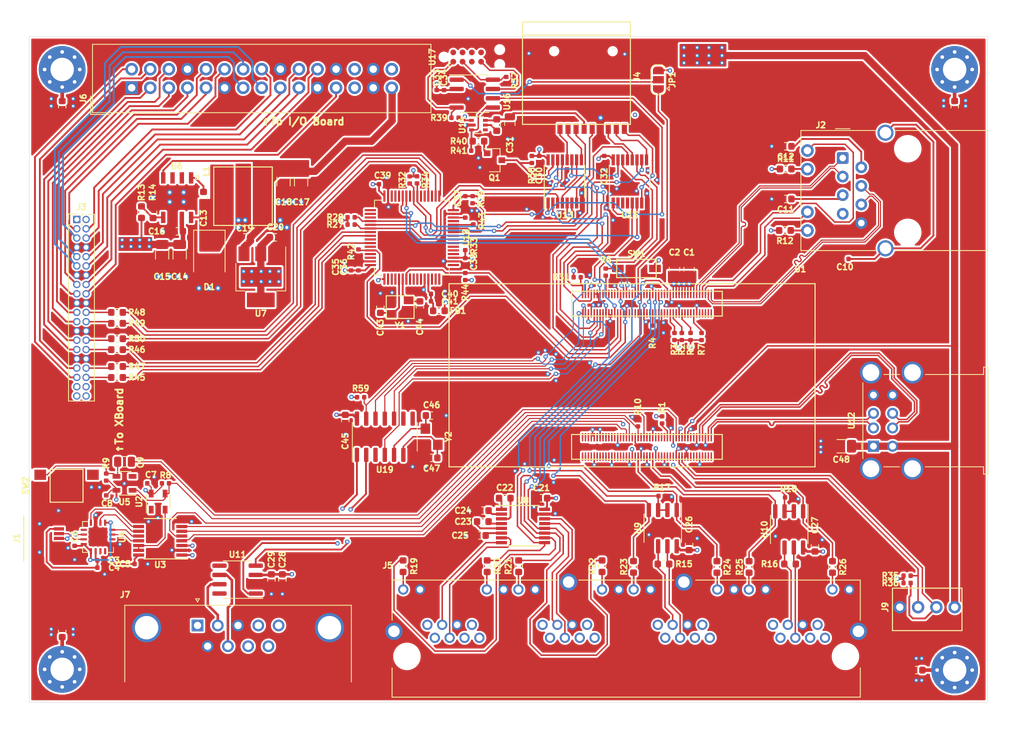
<source format=kicad_pcb>
(kicad_pcb (version 20171130) (host pcbnew "(5.1.5)-3")
  (layers (0 F.Cu signal) (1 In1.Cu signal) (2 In2.Cu signal) (31 B.Cu signal) (34 B.Paste user) (35 F.Paste user) (36 B.SilkS user) (37 F.SilkS user) (38 B.Mask user) (39 F.Mask user) (44 Edge.Cuts user))
  (net 0 "")
  (net 1 "Net-(U1-PadB4)")
  (net 2 "Net-(U1-PadB2)")
  (net 3 "Net-(U1-PadB84)")
  (net 4 "Net-(U1-PadB68)")
  (net 5 "Net-(U1-PadB86)")
  (net 6 "Net-(U1-PadB60)")
  (net 7 "Net-(U1-PadB80)")
  (net 8 "Net-(U1-PadB54)")
  (net 9 "Net-(U1-PadB62)")
  (net 10 "Net-(U1-PadB90)")
  (net 11 "Net-(U1-PadB71)")
  (net 12 "Net-(U1-PadB36)")
  (net 13 "Net-(U1-PadB88)")
  (net 14 "Net-(U1-PadB72)")
  (net 15 "Net-(U1-PadB87)")
  (net 16 "Net-(U1-PadB12)")
  (net 17 "Net-(U1-PadB48)")
  (net 18 "Net-(U1-PadB14)")
  (net 19 "Net-(U1-PadB8)")
  (net 20 "Net-(U1-PadB78)")
  (net 21 "Net-(U1-PadB73)")
  (net 22 "Net-(U1-PadB6)")
  (net 23 "Net-(U1-PadB16)")
  (net 24 "Net-(U1-PadB44)")
  (net 25 "Net-(U1-PadB74)")
  (net 26 "Net-(U1-PadB79)")
  (net 27 "Net-(U1-PadB28)")
  (net 28 "Net-(U1-PadB66)")
  (net 29 "Net-(U1-PadB63)")
  (net 30 "Net-(U1-PadB85)")
  (net 31 "Net-(U1-PadB67)")
  (net 32 "Net-(U1-PadB69)")
  (net 33 "Net-(U1-PadB75)")
  (net 34 "Net-(U1-PadB89)")
  (net 35 "Net-(U1-PadB32)")
  (net 36 "Net-(U1-PadB64)")
  (net 37 "Net-(U1-PadB30)")
  (net 38 "Net-(U1-PadB38)")
  (net 39 "Net-(U1-PadB76)")
  (net 40 "Net-(U1-PadB15)")
  (net 41 "Net-(U1-PadB21)")
  (net 42 "Net-(U1-PadB13)")
  (net 43 "Net-(U1-PadB45)")
  (net 44 "Net-(U1-PadB33)")
  (net 45 "Net-(U1-PadB55)")
  (net 46 "Net-(U1-PadB39)")
  (net 47 "Net-(U1-PadB49)")
  (net 48 "Net-(U1-PadB61)")
  (net 49 "Net-(U1-PadB35)")
  (net 50 "Net-(U1-PadB37)")
  (net 51 "Net-(U1-PadB43)")
  (net 52 "Net-(U1-PadA33)")
  (net 53 "Net-(U1-PadA35)")
  (net 54 "Net-(U1-PadA45)")
  (net 55 "Net-(U1-PadA47)")
  (net 56 "Net-(U1-PadA55)")
  (net 57 "Net-(U1-PadA57)")
  (net 58 "Net-(U1-PadA67)")
  (net 59 "Net-(U1-PadA69)")
  (net 60 "Net-(U1-PadA71)")
  (net 61 "Net-(U1-PadA75)")
  (net 62 "Net-(U1-PadA6)")
  (net 63 "Net-(U1-PadA10)")
  (net 64 "Net-(U1-PadA4)")
  (net 65 "Net-(U1-PadA2)")
  (net 66 "Net-(U1-PadA8)")
  (net 67 "Net-(U1-PadA18)")
  (net 68 "Net-(U1-PadA46)")
  (net 69 "Net-(U1-PadA40)")
  (net 70 "Net-(U1-PadA16)")
  (net 71 "Net-(U1-PadA20)")
  (net 72 "Net-(U1-PadA54)")
  (net 73 "Net-(U1-PadA56)")
  (net 74 "Net-(U1-PadA26)")
  (net 75 "Net-(U1-PadA62)")
  (net 76 "Net-(U1-PadA58)")
  (net 77 "Net-(U1-PadA44)")
  (net 78 "Net-(U1-PadA52)")
  (net 79 "Net-(U1-PadA38)")
  (net 80 "Net-(U1-PadA32)")
  (net 81 "Net-(U1-PadA34)")
  (net 82 GND)
  (net 83 "Net-(C3-Pad1)")
  (net 84 /dart-6ul/3V3_OUT)
  (net 85 /dart-6ul/WDOG1_B)
  (net 86 "Net-(C9-Pad1)")
  (net 87 /dart-6ul/USB_DEBUG_P)
  (net 88 /dart-6ul/USB_DEBUG_N)
  (net 89 /dart-6ul/BOOT1)
  (net 90 /dart-6ul/LCD_DATA5)
  (net 91 /dart-6ul/LCD_DATA6)
  (net 92 /dart-6ul/LCD_DATA7)
  (net 93 /dart-6ul/LCD_DATA9)
  (net 94 /dart-6ul/LCD_DATA11)
  (net 95 "Net-(R6-Pad1)")
  (net 96 /dart-6ul/LCD_DATA13)
  (net 97 /dart-6ul/POR)
  (net 98 /dart-6ul/DEBUG_UART_RTS_B)
  (net 99 /dart-6ul/DEBUG_UART_TX)
  (net 100 /dart-6ul/DEBUG_UART_CTS_B)
  (net 101 /dart-6ul/DEBUG_UART_RX)
  (net 102 /dart-6ul/DEBUG_UART_EN)
  (net 103 "Net-(U3-Pad12)")
  (net 104 "Net-(U3-Pad13)")
  (net 105 "Net-(U3-Pad10)")
  (net 106 "Net-(U3-Pad11)")
  (net 107 "Net-(C10-Pad2)")
  (net 108 "Net-(C11-Pad1)")
  (net 109 "Net-(C12-Pad1)")
  (net 110 /dart-6ul/ETH_TXDP)
  (net 111 /dart-6ul/ETH_TXDN)
  (net 112 /dart-6ul/ETH_RXDP)
  (net 113 /dart-6ul/ETH_RXDN)
  (net 114 "Net-(J2-Pad10)")
  (net 115 /dart-6ul/LINKSPEED)
  (net 116 /dart-6ul/LINKLED)
  (net 117 "Net-(J2-Pad12)")
  (net 118 "Net-(C13-Pad1)")
  (net 119 "Net-(R13-Pad2)")
  (net 120 "Net-(C13-Pad2)")
  (net 121 /12V)
  (net 122 /dart-6ul/USB_OTG1_DN)
  (net 123 /dart-6ul/USB_OTG1_DP)
  (net 124 /dart-6ul/USB_OTG2_DP)
  (net 125 /dart-6ul/USB_OTG2_DN)
  (net 126 "Net-(J5-PadA12)")
  (net 127 "Net-(J5-PadA10)")
  (net 128 "Net-(J5-PadB12)")
  (net 129 "Net-(J5-PadB10)")
  (net 130 "Net-(J5-PadC12)")
  (net 131 "Net-(J5-PadC10)")
  (net 132 "Net-(J5-PadD12)")
  (net 133 "Net-(J5-PadD10)")
  (net 134 "Net-(C22-Pad2)")
  (net 135 "Net-(C22-Pad1)")
  (net 136 "Net-(C23-Pad2)")
  (net 137 "Net-(C23-Pad1)")
  (net 138 "Net-(C24-Pad1)")
  (net 139 "Net-(C25-Pad1)")
  (net 140 /Connectivity/RS232_TX1)
  (net 141 /Connectivity/RS232_RX1)
  (net 142 /Connectivity/RS232_TX2)
  (net 143 /Connectivity/RS232_RX2)
  (net 144 /Connectivity/CANH)
  (net 145 /Connectivity/CANL)
  (net 146 "Net-(R30-Pad2)")
  (net 147 /3V3)
  (net 148 /5V)
  (net 149 "/SD Card Swticher/3V3_SD")
  (net 150 "Net-(C42-Pad1)")
  (net 151 "Net-(C43-Pad1)")
  (net 152 "Net-(C44-Pad1)")
  (net 153 "/SD Card Swticher/SD_~DET")
  (net 154 "/SD Card Swticher/SD_DATA1")
  (net 155 "/SD Card Swticher/SD_DATA0")
  (net 156 "/SD Card Swticher/SD_SCK")
  (net 157 "/SD Card Swticher/SD_CMD")
  (net 158 "/SD Card Swticher/SD_DATA3")
  (net 159 "/SD Card Swticher/SD_DATA2")
  (net 160 /Connectivity/RS485_TXRX1-)
  (net 161 /Connectivity/RS485_TXRX2-)
  (net 162 /Connectivity/RS485_TXRX2+)
  (net 163 "/SD Card Swticher/~EN")
  (net 164 "Net-(Q1-Pad1)")
  (net 165 "/SD Card Swticher/SD2_CMD")
  (net 166 "/SD Card Swticher/SD2_DATA3")
  (net 167 "/SD Card Swticher/SD2_DATA2")
  (net 168 "/SD Card Swticher/SD1_~DET")
  (net 169 "/SD Card Swticher/SD2_~DET")
  (net 170 "/SD Card Swticher/SD2_DATA1")
  (net 171 "/SD Card Swticher/SD2_DATA0")
  (net 172 "/SD Card Swticher/SWCLK")
  (net 173 "/SD Card Swticher/~RST")
  (net 174 "/SD Card Swticher/EN")
  (net 175 "/SD Card Swticher/SD1_SCK")
  (net 176 "/SD Card Swticher/SD1_DATA0")
  (net 177 "/SD Card Swticher/SD1_DATA1")
  (net 178 "/SD Card Swticher/SD1_CMD")
  (net 179 "/SD Card Swticher/SD1_DATA2")
  (net 180 "/SD Card Swticher/SD1_DATA3")
  (net 181 "/SD Card Swticher/SD2_SCK")
  (net 182 /Connectivity/RS485_TXRX1+)
  (net 183 "/SD Card Swticher/SWDIO")
  (net 184 /MCU/BOOT0)
  (net 185 "Net-(R43-Pad1)")
  (net 186 "Net-(C40-Pad1)")
  (net 187 /dart-6ul/UART3_TX)
  (net 188 /dart-6ul/UART3_RX)
  (net 189 /Connectivity/RX485_CTS1)
  (net 190 /Connectivity/RX485_TX1)
  (net 191 /Connectivity/RS485_RX1)
  (net 192 /Connectivity/RX485_CTS2)
  (net 193 /Connectivity/RX485_TX2)
  (net 194 /Connectivity/RS485_RX2)
  (net 195 /IO_J16)
  (net 196 /IO_J15)
  (net 197 /IO_L14)
  (net 198 /IO_L15)
  (net 199 /IO_M14)
  (net 200 /IO_M15)
  (net 201 /IO_G14)
  (net 202 /IO_V7)
  (net 203 /IO_T5)
  (net 204 /IO_U5)
  (net 205 /IO_V11)
  (net 206 /IO_V10)
  (net 207 /SPI1_~CS)
  (net 208 /SPI1_SCK)
  (net 209 /SPI1_MISO)
  (net 210 /SPI2_~CS)
  (net 211 /SPI2_SCK)
  (net 212 /SPI2_MOSI)
  (net 213 /Connectivity/I2C_SDA)
  (net 214 /Connectivity/CAN_RX)
  (net 215 /Connectivity/CAN_TX)
  (net 216 "Net-(JP1-Pad2)")
  (net 217 /IO_V8)
  (net 218 /IO_W8)
  (net 219 /IO_U9)
  (net 220 /IO_U8)
  (net 221 /IO_Y9)
  (net 222 /IO_Y8)
  (net 223 /dart-6ul/I2C1_SCL)
  (net 224 /dart-6ul/GPIO4_18)
  (net 225 /MCU/SPI1_~CS)
  (net 226 /MCU/SPI1_MISO)
  (net 227 /MCU/SPI1_SCK)
  (net 228 /MCU/SPI2_MOSI)
  (net 229 /MCU/SPI2_SCK)
  (net 230 /MCU/SPI2_~CS)
  (net 231 "Net-(H1-Pad1)")
  (net 232 "Net-(H2-Pad1)")
  (net 233 "Net-(H3-Pad1)")
  (net 234 "Net-(H4-Pad1)")
  (net 235 "Net-(C46-Pad1)")
  (net 236 "Net-(C47-Pad1)")
  (net 237 /dart-6ul/CAN_INT_B)
  (net 238 /dart-6ul/GPIO5_5)
  (net 239 "/SD Card Swticher/MUX_SEL")
  (net 240 /dart-6ul/ECSPI2_SS0)
  (net 241 /dart-6ul/ECSPI2_MISO)
  (net 242 /dart-6ul/ECSPI2_SCLK)
  (net 243 /dart-6ul/ECSPI2_MOSI)
  (net 244 /Connectivity/RS232_TX1_IN)
  (net 245 /Connectivity/RS232_RX1_OUT)
  (net 246 /Connectivity/RS232_TX2_IN)
  (net 247 /Connectivity/RS32_RX2_OUT)
  (module Connector_USB:USB_A_Wuerth_61400826021_Horizontal_Stacked (layer F.Cu) (at 179.4 91 90)
    (fp_text reference U12 (at 3.5 -3 90) (layer F.SilkS) (effects (font (size 0.8 0.8) (thickness 0.2))))
    (fp_text value 61400826021)
    (pad 9 thru_hole circle (at 10.07 -0.35 90) (size 3 3) (drill 2.3) (layers *.Cu *.Mask) (net 82 GND))
    (pad 9 thru_hole circle (at -3.07 -0.35 90) (size 3 3) (drill 2.3) (layers *.Cu *.Mask) (net 82 GND))
    (pad 1 thru_hole rect (at 0 0 90) (size 1.5 1.5) (drill 0.92) (layers *.Cu *.Mask) (net 148 /5V))
    (pad 2 thru_hole circle (at 2.5 0 90) (size 1.5 1.5) (drill 0.92) (layers *.Cu *.Mask) (net 122 /dart-6ul/USB_OTG1_DN))
    (pad 3 thru_hole circle (at 4.5 0 90) (size 1.5 1.5) (drill 0.92) (layers *.Cu *.Mask) (net 123 /dart-6ul/USB_OTG1_DP))
    (pad 4 thru_hole circle (at 7 0 90) (size 1.5 1.5) (drill 0.92) (layers *.Cu *.Mask) (net 82 GND))
    (pad 9 thru_hole circle (at -3.07 5.33 90) (size 3 3) (drill 2.3) (layers *.Cu *.Mask) (net 82 GND))
    (pad 9 thru_hole circle (at 10.07 5.33 90) (size 3 3) (drill 2.3) (layers *.Cu *.Mask) (net 82 GND))
    (pad 5 thru_hole circle (at 0 2.62 90) (size 1.5 1.5) (drill 0.92) (layers *.Cu *.Mask) (net 148 /5V))
    (pad 6 thru_hole circle (at 2.5 2.62 90) (size 1.5 1.5) (drill 0.92) (layers *.Cu *.Mask) (net 125 /dart-6ul/USB_OTG2_DN))
    (pad 7 thru_hole circle (at 4.5 2.62 90) (size 1.5 1.5) (drill 0.92) (layers *.Cu *.Mask) (net 124 /dart-6ul/USB_OTG2_DP))
    (pad 8 thru_hole circle (at 7 2.62 90) (size 1.5 1.5) (drill 0.92) (layers *.Cu *.Mask) (net 82 GND))
  )
  (module Capacitor_SMD:C_1206_3216Metric (layer F.Cu) (at 175 91 180)
    (fp_text reference C48 (at 0 -1.82) (layer F.SilkS) (effects (font (size 0.8 0.8) (thickness 0.2))))
    (fp_text value C)
    (pad 2 smd roundrect (at 1.4 0 180) (size 1.25 1.75) (layers F.Cu F.Paste F.Mask) (roundrect_rratio 0.2) (net 82 GND))
    (pad 1 smd roundrect (at -1.4 0 180) (size 1.25 1.75) (layers F.Cu F.Paste F.Mask) (roundrect_rratio 0.2) (net 148 /5V))
  )
  (module Jumper:SolderJumper-3_P1.3mm_Open_RoundedPad1.0x1.5mm (layer F.Cu) (at 150 40.9 90)
    (fp_text reference JP1 (at 0 1.9 90) (layer F.SilkS) (effects (font (size 0.8 0.8) (thickness 0.2))))
    (fp_text value SolderJumper_3_Open)
    (pad 2 smd rect (at 0 0 90) (size 1 1.5) (layers F.Cu F.Mask) (net 216 "Net-(JP1-Pad2)"))
    (pad 3 smd custom (at 1.3 0 90) (size 1 0.5) (layers F.Cu F.Mask) (net 147 /3V3) (options (clearance outline) (anchor rect)) (primitives (gr_circle (center 0 0.25) (end 0.5 0.25) (width 0)) (gr_circle (center 0 -0.25) (end 0.5 -0.25) (width 0)) (gr_poly (pts (xy -0.55 -0.75) (xy 0 -0.75) (xy 0 0.75) (xy -0.55 0.75)) (width 0))))
    (pad 1 smd custom (at -1.3 0 90) (size 1 0.5) (layers F.Cu F.Mask) (net 238 /dart-6ul/GPIO5_5) (options (clearance outline) (anchor rect)) (primitives (gr_circle (center 0 0.25) (end 0.5 0.25) (width 0)) (gr_circle (center 0 -0.25) (end 0.5 -0.25) (width 0)) (gr_poly (pts (xy 0.55 -0.75) (xy 0 -0.75) (xy 0 0.75) (xy 0.55 0.75)) (width 0))))
  )
  (module Resistor_SMD:R_0402_1005Metric (layer F.Cu) (at 109.3 84.3 180)
    (fp_text reference R59 (at 0 1.2) (layer F.SilkS) (effects (font (size 0.8 0.8) (thickness 0.2))))
    (fp_text value 10k)
    (pad 2 smd roundrect (at 0.485 0 180) (size 0.59 0.64) (layers F.Cu F.Paste F.Mask) (net 147 /3V3))
    (pad 1 smd roundrect (at -0.485 0 180) (size 0.59 0.64) (layers F.Cu F.Paste F.Mask) (net 240 /dart-6ul/ECSPI2_SS0))
  )
  (module customFootprint:ABM8G (layer F.Cu) (at 119 89.7 90)
    (fp_text reference Y2 (at 0 2.3 90) (layer F.SilkS) (effects (font (size 0.8 0.8) (thickness 0.2))))
    (fp_text value 20MHz)
    (pad 3 smd rect (at 1.1 -0.85 90) (size 1.4 1.3) (layers F.Cu F.Paste F.Mask) (net 235 "Net-(C46-Pad1)"))
    (pad 4 smd rect (at -1.1 -0.85 90) (size 1.4 1.3) (layers F.Cu F.Paste F.Mask) (net 82 GND))
    (pad 2 smd rect (at 1.1 0.85 90) (size 1.4 1.3) (layers F.Cu F.Paste F.Mask) (net 82 GND))
    (pad 1 smd rect (at -1.1 0.85 90) (size 1.4 1.3) (layers F.Cu F.Paste F.Mask) (net 236 "Net-(C47-Pad1)"))
  )
  (module Capacitor_SMD:C_0603_1608Metric (layer F.Cu) (at 119 92.6 180)
    (fp_text reference C47 (at 0 -1.43) (layer F.SilkS) (effects (font (size 0.8 0.8) (thickness 0.2))))
    (fp_text value 18pF)
    (pad 2 smd roundrect (at 0.7875 0 180) (size 0.875 0.95) (layers F.Cu F.Paste F.Mask) (net 82 GND))
    (pad 1 smd roundrect (at -0.7875 0 180) (size 0.875 0.95) (layers F.Cu F.Paste F.Mask) (net 236 "Net-(C47-Pad1)"))
  )
  (module Capacitor_SMD:C_0603_1608Metric (layer F.Cu) (at 119 86.8)
    (fp_text reference C46 (at 0 -1.43) (layer F.SilkS) (effects (font (size 0.8 0.8) (thickness 0.2))))
    (fp_text value 18pF)
    (pad 2 smd roundrect (at 0.7875 0) (size 0.875 0.95) (layers F.Cu F.Paste F.Mask) (net 82 GND))
    (pad 1 smd roundrect (at -0.7875 0) (size 0.875 0.95) (layers F.Cu F.Paste F.Mask) (net 235 "Net-(C46-Pad1)"))
  )
  (module Capacitor_SMD:C_0603_1608Metric (layer F.Cu) (at 107.2 87.5 270)
    (fp_text reference C45 (at 2.8 0 90) (layer F.SilkS) (effects (font (size 0.8 0.8) (thickness 0.2))))
    (fp_text value 100nF)
    (pad 2 smd roundrect (at 0.7875 0 270) (size 0.875 0.95) (layers F.Cu F.Paste F.Mask) (net 82 GND))
    (pad 1 smd roundrect (at -0.7875 0 270) (size 0.875 0.95) (layers F.Cu F.Paste F.Mask) (net 147 /3V3))
  )
  (module Package_SO:SOIC-14_3.9x8.7mm_P1.27mm (layer F.Cu) (at 112.6 89.7 90)
    (fp_text reference U19 (at -4.5 0) (layer F.SilkS) (effects (font (size 0.8 0.8) (thickness 0.2))))
    (fp_text value MCP2518FDT-E/SL)
    (pad 14 smd roundrect (at 2.475 -3.81 90) (size 1.95 0.6) (layers F.Cu F.Paste F.Mask) (net 147 /3V3))
    (pad 13 smd roundrect (at 2.475 -2.54 90) (size 1.95 0.6) (layers F.Cu F.Paste F.Mask) (net 240 /dart-6ul/ECSPI2_SS0))
    (pad 12 smd roundrect (at 2.475 -1.27 90) (size 1.95 0.6) (layers F.Cu F.Paste F.Mask) (net 241 /dart-6ul/ECSPI2_MISO))
    (pad 11 smd roundrect (at 2.475 0 90) (size 1.95 0.6) (layers F.Cu F.Paste F.Mask) (net 243 /dart-6ul/ECSPI2_MOSI))
    (pad 10 smd roundrect (at 2.475 1.27 90) (size 1.95 0.6) (layers F.Cu F.Paste F.Mask) (net 242 /dart-6ul/ECSPI2_SCLK))
    (pad 9 smd roundrect (at 2.475 2.54 90) (size 1.95 0.6) (layers F.Cu F.Paste F.Mask))
    (pad 8 smd roundrect (at 2.475 3.81 90) (size 1.95 0.6) (layers F.Cu F.Paste F.Mask))
    (pad 7 smd roundrect (at -2.475 3.81 90) (size 1.95 0.6) (layers F.Cu F.Paste F.Mask) (net 82 GND))
    (pad 6 smd roundrect (at -2.475 2.54 90) (size 1.95 0.6) (layers F.Cu F.Paste F.Mask) (net 236 "Net-(C47-Pad1)"))
    (pad 5 smd roundrect (at -2.475 1.27 90) (size 1.95 0.6) (layers F.Cu F.Paste F.Mask) (net 235 "Net-(C46-Pad1)"))
    (pad 4 smd roundrect (at -2.475 0 90) (size 1.95 0.6) (layers F.Cu F.Paste F.Mask) (net 237 /dart-6ul/CAN_INT_B))
    (pad 3 smd roundrect (at -2.475 -1.27 90) (size 1.95 0.6) (layers F.Cu F.Paste F.Mask))
    (pad 2 smd roundrect (at -2.475 -2.54 90) (size 1.95 0.6) (layers F.Cu F.Paste F.Mask) (net 214 /Connectivity/CAN_RX))
    (pad 1 smd roundrect (at -2.475 -3.81 90) (size 1.95 0.6) (layers F.Cu F.Paste F.Mask) (net 215 /Connectivity/CAN_TX))
  )
  (module Resistor_SMD:R_0603_1608Metric (layer F.Cu) (at 185.3 121.6 180)
    (fp_text reference R58 hide)
    (fp_text value 0)
    (pad 2 smd roundrect (at 0.7875 0 180) (size 0.875 0.95) (layers F.Cu F.Paste F.Mask) (net 82 GND))
    (pad 1 smd roundrect (at -0.7875 0 180) (size 0.875 0.95) (layers F.Cu F.Paste F.Mask) (net 234 "Net-(H4-Pad1)"))
  )
  (module Resistor_SMD:R_0603_1608Metric (layer F.Cu) (at 190.5 44.6 270)
    (fp_text reference R56 hide)
    (fp_text value 0)
    (pad 2 smd roundrect (at 0.7875 0 270) (size 0.875 0.95) (layers F.Cu F.Paste F.Mask) (net 82 GND))
    (pad 1 smd roundrect (at -0.7875 0 270) (size 0.875 0.95) (layers F.Cu F.Paste F.Mask) (net 233 "Net-(H3-Pad1)"))
  )
  (module Resistor_SMD:R_0603_1608Metric (layer F.Cu) (at 68.5 116.3 90)
    (fp_text reference R53 hide)
    (fp_text value 0)
    (pad 2 smd roundrect (at 0.7875 0 90) (size 0.875 0.95) (layers F.Cu F.Paste F.Mask) (net 82 GND))
    (pad 1 smd roundrect (at -0.7875 0 90) (size 0.875 0.95) (layers F.Cu F.Paste F.Mask) (net 232 "Net-(H2-Pad1)"))
  )
  (module Resistor_SMD:R_0603_1608Metric (layer F.Cu) (at 68.5 44.6 270)
    (fp_text reference R51 hide)
    (fp_text value 0)
    (pad 2 smd roundrect (at 0.7875 0 270) (size 0.875 0.95) (layers F.Cu F.Paste F.Mask) (net 82 GND))
    (pad 1 smd roundrect (at -0.7875 0 270) (size 0.875 0.95) (layers F.Cu F.Paste F.Mask) (net 231 "Net-(H1-Pad1)"))
  )
  (module Resistor_SMD:R_0603_1608Metric (layer F.Cu) (at 76 76.3 180)
    (fp_text reference R50 (at -2.7 0) (layer F.SilkS) (effects (font (size 0.8 0.8) (thickness 0.2))))
    (fp_text value 100)
    (pad 2 smd roundrect (at 0.7875 0 180) (size 0.875 0.95) (layers F.Cu F.Paste F.Mask) (net 212 /SPI2_MOSI))
    (pad 1 smd roundrect (at -0.7875 0 180) (size 0.875 0.95) (layers F.Cu F.Paste F.Mask) (net 228 /MCU/SPI2_MOSI))
  )
  (module Resistor_SMD:R_0603_1608Metric (layer F.Cu) (at 76 74.2 180)
    (fp_text reference R49 (at -2.6875 0) (layer F.SilkS) (effects (font (size 0.8 0.8) (thickness 0.2))))
    (fp_text value 100)
    (pad 2 smd roundrect (at 0.7875 0 180) (size 0.875 0.95) (layers F.Cu F.Paste F.Mask) (net 211 /SPI2_SCK))
    (pad 1 smd roundrect (at -0.7875 0 180) (size 0.875 0.95) (layers F.Cu F.Paste F.Mask) (net 229 /MCU/SPI2_SCK))
  )
  (module Resistor_SMD:R_0603_1608Metric (layer F.Cu) (at 76 72.7 180)
    (fp_text reference R48 (at -2.7 0) (layer F.SilkS) (effects (font (size 0.8 0.8) (thickness 0.2))))
    (fp_text value 100)
    (pad 2 smd roundrect (at 0.7875 0 180) (size 0.875 0.95) (layers F.Cu F.Paste F.Mask) (net 210 /SPI2_~CS))
    (pad 1 smd roundrect (at -0.7875 0 180) (size 0.875 0.95) (layers F.Cu F.Paste F.Mask) (net 230 /MCU/SPI2_~CS))
  )
  (module Resistor_SMD:R_0603_1608Metric (layer F.Cu) (at 76 80.1 180)
    (fp_text reference R47 (at -2.7 0) (layer F.SilkS) (effects (font (size 0.8 0.8) (thickness 0.2))))
    (fp_text value 100)
    (pad 2 smd roundrect (at 0.7875 0 180) (size 0.875 0.95) (layers F.Cu F.Paste F.Mask) (net 209 /SPI1_MISO))
    (pad 1 smd roundrect (at -0.7875 0 180) (size 0.875 0.95) (layers F.Cu F.Paste F.Mask) (net 226 /MCU/SPI1_MISO))
  )
  (module Resistor_SMD:R_0603_1608Metric (layer F.Cu) (at 76 77.8 180)
    (fp_text reference R46 (at -2.7 0) (layer F.SilkS) (effects (font (size 0.8 0.8) (thickness 0.2))))
    (fp_text value 100)
    (pad 2 smd roundrect (at 0.7875 0 180) (size 0.875 0.95) (layers F.Cu F.Paste F.Mask) (net 208 /SPI1_SCK))
    (pad 1 smd roundrect (at -0.7875 0 180) (size 0.875 0.95) (layers F.Cu F.Paste F.Mask) (net 227 /MCU/SPI1_SCK))
  )
  (module Resistor_SMD:R_0603_1608Metric (layer F.Cu) (at 76 81.6 180)
    (fp_text reference R45 (at -2.7 0) (layer F.SilkS) (effects (font (size 0.8 0.8) (thickness 0.2))))
    (fp_text value 100)
    (pad 2 smd roundrect (at 0.7875 0 180) (size 0.875 0.95) (layers F.Cu F.Paste F.Mask) (net 207 /SPI1_~CS))
    (pad 1 smd roundrect (at -0.7875 0 180) (size 0.875 0.95) (layers F.Cu F.Paste F.Mask) (net 225 /MCU/SPI1_~CS))
  )
  (module Resistor_SMD:R_0402_1005Metric (layer F.Cu) (at 123.6 67.8 270)
    (fp_text reference R44 (at 2.2 0 90) (layer F.SilkS) (effects (font (size 0.8 0.8) (thickness 0.2))))
    (fp_text value 10k)
    (pad 2 smd roundrect (at 0.485 0 270) (size 0.59 0.64) (layers F.Cu F.Paste F.Mask) (net 147 /3V3))
    (pad 1 smd roundrect (at -0.485 0 270) (size 0.59 0.64) (layers F.Cu F.Paste F.Mask) (net 224 /dart-6ul/GPIO4_18))
  )
  (module customFootprint:5045-04 (layer F.Cu) (at 186.75 113)
    (fp_text reference J9 (at -5.75 0 90) (layer F.SilkS) (effects (font (size 0.8 0.8) (thickness 0.2))))
    (fp_text value Conn_01x04)
    (pad 4 thru_hole circle (at 3.75 0) (size 1.7 1.7) (drill 1) (layers *.Cu *.Mask) (net 148 /5V))
    (pad 3 thru_hole circle (at 1.25 0) (size 1.7 1.7) (drill 1) (layers *.Cu *.Mask) (net 213 /Connectivity/I2C_SDA))
    (pad 2 thru_hole circle (at -1.25 0) (size 1.7 1.7) (drill 1) (layers *.Cu *.Mask) (net 223 /dart-6ul/I2C1_SCL))
    (pad 1 thru_hole circle (at -3.75 0) (size 1.7 1.7) (drill 1) (layers *.Cu *.Mask) (net 82 GND))
  )
  (module Connector_IDC:IDC-Header_2x15_P2.54mm_Vertical (layer F.Cu) (at 78 42 90)
    (fp_text reference J6 (at -1.5 -6.604 90) (layer F.SilkS) (effects (font (size 0.8 0.8) (thickness 0.2))))
    (fp_text value Conn_02x15_Odd_Even)
    (pad 30 thru_hole oval (at 2.54 35.56 90) (size 1.7272 1.7272) (drill 1.016) (layers *.Cu *.Mask) (net 148 /5V))
    (pad 29 thru_hole oval (at 0 35.56 90) (size 1.7272 1.7272) (drill 1.016) (layers *.Cu *.Mask) (net 148 /5V))
    (pad 28 thru_hole oval (at 2.54 33.02 90) (size 1.7272 1.7272) (drill 1.016) (layers *.Cu *.Mask) (net 82 GND))
    (pad 27 thru_hole oval (at 0 33.02 90) (size 1.7272 1.7272) (drill 1.016) (layers *.Cu *.Mask) (net 82 GND))
    (pad 26 thru_hole oval (at 2.54 30.48 90) (size 1.7272 1.7272) (drill 1.016) (layers *.Cu *.Mask) (net 121 /12V))
    (pad 25 thru_hole oval (at 0 30.48 90) (size 1.7272 1.7272) (drill 1.016) (layers *.Cu *.Mask) (net 121 /12V))
    (pad 24 thru_hole oval (at 2.54 27.94 90) (size 1.7272 1.7272) (drill 1.016) (layers *.Cu *.Mask) (net 82 GND))
    (pad 23 thru_hole oval (at 0 27.94 90) (size 1.7272 1.7272) (drill 1.016) (layers *.Cu *.Mask) (net 222 /IO_Y8))
    (pad 22 thru_hole oval (at 2.54 25.4 90) (size 1.7272 1.7272) (drill 1.016) (layers *.Cu *.Mask) (net 221 /IO_Y9))
    (pad 21 thru_hole oval (at 0 25.4 90) (size 1.7272 1.7272) (drill 1.016) (layers *.Cu *.Mask) (net 82 GND))
    (pad 20 thru_hole oval (at 2.54 22.86 90) (size 1.7272 1.7272) (drill 1.016) (layers *.Cu *.Mask) (net 219 /IO_U9))
    (pad 19 thru_hole oval (at 0 22.86 90) (size 1.7272 1.7272) (drill 1.016) (layers *.Cu *.Mask) (net 220 /IO_U8))
    (pad 18 thru_hole oval (at 2.54 20.32 90) (size 1.7272 1.7272) (drill 1.016) (layers *.Cu *.Mask) (net 82 GND))
    (pad 17 thru_hole oval (at 0 20.32 90) (size 1.7272 1.7272) (drill 1.016) (layers *.Cu *.Mask) (net 218 /IO_W8))
    (pad 16 thru_hole oval (at 2.54 17.78 90) (size 1.7272 1.7272) (drill 1.016) (layers *.Cu *.Mask) (net 217 /IO_V8))
    (pad 15 thru_hole oval (at 0 17.78 90) (size 1.7272 1.7272) (drill 1.016) (layers *.Cu *.Mask) (net 203 /IO_T5))
    (pad 14 thru_hole oval (at 2.54 15.24 90) (size 1.7272 1.7272) (drill 1.016) (layers *.Cu *.Mask) (net 204 /IO_U5))
    (pad 13 thru_hole oval (at 0 15.24 90) (size 1.7272 1.7272) (drill 1.016) (layers *.Cu *.Mask) (net 205 /IO_V11))
    (pad 12 thru_hole oval (at 2.54 12.7 90) (size 1.7272 1.7272) (drill 1.016) (layers *.Cu *.Mask) (net 206 /IO_V10))
    (pad 11 thru_hole oval (at 0 12.7 90) (size 1.7272 1.7272) (drill 1.016) (layers *.Cu *.Mask) (net 82 GND))
    (pad 10 thru_hole oval (at 2.54 10.16 90) (size 1.7272 1.7272) (drill 1.016) (layers *.Cu *.Mask) (net 201 /IO_G14))
    (pad 9 thru_hole oval (at 0 10.16 90) (size 1.7272 1.7272) (drill 1.016) (layers *.Cu *.Mask) (net 202 /IO_V7))
    (pad 8 thru_hole oval (at 2.54 7.62 90) (size 1.7272 1.7272) (drill 1.016) (layers *.Cu *.Mask) (net 82 GND))
    (pad 7 thru_hole oval (at 0 7.62 90) (size 1.7272 1.7272) (drill 1.016) (layers *.Cu *.Mask) (net 200 /IO_M15))
    (pad 6 thru_hole oval (at 2.54 5.08 90) (size 1.7272 1.7272) (drill 1.016) (layers *.Cu *.Mask) (net 198 /IO_L15))
    (pad 5 thru_hole oval (at 0 5.08 90) (size 1.7272 1.7272) (drill 1.016) (layers *.Cu *.Mask) (net 199 /IO_M14))
    (pad 4 thru_hole oval (at 2.54 2.54 90) (size 1.7272 1.7272) (drill 1.016) (layers *.Cu *.Mask) (net 196 /IO_J15))
    (pad 3 thru_hole oval (at 0 2.54 90) (size 1.7272 1.7272) (drill 1.016) (layers *.Cu *.Mask) (net 197 /IO_L14))
    (pad 2 thru_hole oval (at 2.54 0 90) (size 1.7272 1.7272) (drill 1.016) (layers *.Cu *.Mask) (net 195 /IO_J16))
    (pad 1 thru_hole rect (at 0 0 90) (size 1.7272 1.7272) (drill 1.016) (layers *.Cu *.Mask) (net 82 GND))
  )
  (module customFootprint:DART-6UL (layer F.Cu) (at 146.4 81.3)
    (fp_text reference U1 (at 23 -14.5) (layer F.SilkS) (effects (font (size 0.8 0.8) (thickness 0.2))))
    (fp_text value DART-6UL)
    (pad B46 smd custom (at 2.033 11.107) (size 0.2 1.14) (layers F.Cu) (net 82 GND) (options (clearance outline) (anchor rect)) (primitives))
    (pad B4 smd custom (at 10.433 11.327) (size 0.2 0.7) (layers F.Cu F.Mask) (net 1 "Net-(U1-PadB4)") (options (clearance outline) (anchor rect)) (primitives))
    (pad B2 smd custom (at 10.833 11.327) (size 0.2 0.7) (layers F.Cu F.Mask) (net 2 "Net-(U1-PadB2)") (options (clearance outline) (anchor rect)) (primitives))
    (pad B84 smd custom (at -5.567 11.327) (size 0.2 0.7) (layers F.Cu F.Mask) (net 3 "Net-(U1-PadB84)") (options (clearance outline) (anchor rect)) (primitives))
    (pad B68 smd custom (at -2.367 11.327) (size 0.2 0.7) (layers F.Cu F.Mask) (net 4 "Net-(U1-PadB68)") (options (clearance outline) (anchor rect)) (primitives))
    (pad B24 smd custom (at 6.433 11.107) (size 0.2 1.14) (layers F.Cu) (net 223 /dart-6ul/I2C1_SCL) (options (clearance outline) (anchor rect)) (primitives))
    (pad B40 smd custom (at 3.233 11.107) (size 0.2 1.14) (layers F.Cu) (net 148 /5V) (options (clearance outline) (anchor rect)) (primitives))
    (pad B22 smd custom (at 6.833 11.107) (size 0.2 1.14) (layers F.Cu) (net 213 /Connectivity/I2C_SDA) (options (clearance outline) (anchor rect)) (primitives))
    (pad B86 smd custom (at -5.967 11.327) (size 0.2 0.7) (layers F.Cu F.Mask) (net 5 "Net-(U1-PadB86)") (options (clearance outline) (anchor rect)) (primitives))
    (pad B60 smd custom (at -0.767 11.107) (size 0.2 1.14) (layers F.Cu) (net 6 "Net-(U1-PadB60)") (options (clearance outline) (anchor rect)) (primitives))
    (pad B42 smd custom (at 2.833 11.107) (size 0.2 1.14) (layers F.Cu) (net 192 /Connectivity/RX485_CTS2) (options (clearance outline) (anchor rect)) (primitives))
    (pad B80 smd custom (at -4.767 11.107) (size 0.2 1.14) (layers F.Cu) (net 7 "Net-(U1-PadB80)") (options (clearance outline) (anchor rect)) (primitives))
    (pad B20 smd custom (at 7.233 11.107) (size 0.2 1.14) (layers F.Cu) (net 82 GND) (options (clearance outline) (anchor rect)) (primitives))
    (pad B82 smd custom (at -5.167 11.107) (size 0.2 1.14) (layers F.Cu) (net 82 GND) (options (clearance outline) (anchor rect)) (primitives))
    (pad B54 smd custom (at 0.433 11.107) (size 0.2 1.14) (layers F.Cu) (net 8 "Net-(U1-PadB54)") (options (clearance outline) (anchor rect)) (primitives))
    (pad B62 smd custom (at -1.167 11.107) (size 0.2 1.14) (layers F.Cu) (net 9 "Net-(U1-PadB62)") (options (clearance outline) (anchor rect)) (primitives))
    (pad B90 smd custom (at -6.767 11.327) (size 0.2 0.7) (layers F.Cu F.Mask) (net 10 "Net-(U1-PadB90)") (options (clearance outline) (anchor rect)) (primitives))
    (pad B71 smd custom (at -3.167 8.247 180) (size 0.2 0.7) (layers F.Cu F.Mask) (net 11 "Net-(U1-PadB71)") (options (clearance outline) (anchor rect)) (primitives))
    (pad B81 smd custom (at -5.167 8.247 180) (size 0.2 0.7) (layers F.Cu F.Mask) (net 82 GND) (options (clearance outline) (anchor rect)) (primitives))
    (pad B4 smd custom (at 10.433 11.107) (size 0.2 1.14) (layers F.Cu) (net 1 "Net-(U1-PadB4)") (options (clearance outline) (anchor rect)) (primitives))
    (pad B36 smd custom (at 4.033 11.107) (size 0.2 1.14) (layers F.Cu) (net 12 "Net-(U1-PadB36)") (options (clearance outline) (anchor rect)) (primitives))
    (pad B18 smd custom (at 7.633 11.107) (size 0.2 1.14) (layers F.Cu) (net 82 GND) (options (clearance outline) (anchor rect)) (primitives))
    (pad B70 smd custom (at -2.767 11.327) (size 0.2 0.7) (layers F.Cu F.Mask) (net 82 GND) (options (clearance outline) (anchor rect)) (primitives))
    (pad B26 smd custom (at 6.033 11.107) (size 0.2 1.14) (layers F.Cu) (net 82 GND) (options (clearance outline) (anchor rect)) (primitives))
    (pad B88 smd custom (at -6.367 11.107) (size 0.2 1.14) (layers F.Cu) (net 13 "Net-(U1-PadB88)") (options (clearance outline) (anchor rect)) (primitives))
    (pad B68 smd custom (at -2.367 11.107) (size 0.2 1.14) (layers F.Cu) (net 4 "Net-(U1-PadB68)") (options (clearance outline) (anchor rect)) (primitives))
    (pad B72 smd custom (at -3.167 11.107) (size 0.2 1.14) (layers F.Cu) (net 14 "Net-(U1-PadB72)") (options (clearance outline) (anchor rect)) (primitives))
    (pad B87 smd custom (at -6.367 8.247 180) (size 0.2 0.7) (layers F.Cu F.Mask) (net 15 "Net-(U1-PadB87)") (options (clearance outline) (anchor rect)) (primitives))
    (pad B12 smd custom (at 8.833 11.327) (size 0.2 0.7) (layers F.Cu F.Mask) (net 16 "Net-(U1-PadB12)") (options (clearance outline) (anchor rect)) (primitives))
    (pad B48 smd custom (at 1.633 11.107) (size 0.2 1.14) (layers F.Cu) (net 17 "Net-(U1-PadB48)") (options (clearance outline) (anchor rect)) (primitives))
    (pad B14 smd custom (at 8.433 11.107) (size 0.2 1.14) (layers F.Cu) (net 18 "Net-(U1-PadB14)") (options (clearance outline) (anchor rect)) (primitives))
    (pad B8 smd custom (at 9.633 11.107) (size 0.2 1.14) (layers F.Cu) (net 19 "Net-(U1-PadB8)") (options (clearance outline) (anchor rect)) (primitives))
    (pad B82 smd custom (at -5.167 11.327) (size 0.2 0.7) (layers F.Cu F.Mask) (net 82 GND) (options (clearance outline) (anchor rect)) (primitives))
    (pad B50 smd custom (at 1.233 11.107) (size 0.2 1.14) (layers F.Cu) (net 82 GND) (options (clearance outline) (anchor rect)) (primitives))
    (pad B78 smd custom (at -4.367 11.327) (size 0.2 0.7) (layers F.Cu F.Mask) (net 20 "Net-(U1-PadB78)") (options (clearance outline) (anchor rect)) (primitives))
    (pad B73 smd custom (at -3.567 8.247 180) (size 0.2 0.7) (layers F.Cu F.Mask) (net 21 "Net-(U1-PadB73)") (options (clearance outline) (anchor rect)) (primitives))
    (pad B77 smd custom (at -4.367 8.247 180) (size 0.2 0.7) (layers F.Cu F.Mask) (net 82 GND) (options (clearance outline) (anchor rect)) (primitives))
    (pad B6 smd custom (at 10.033 11.327) (size 0.2 0.7) (layers F.Cu F.Mask) (net 22 "Net-(U1-PadB6)") (options (clearance outline) (anchor rect)) (primitives))
    (pad B10 smd custom (at 9.233 11.107) (size 0.2 1.14) (layers F.Cu) (net 82 GND) (options (clearance outline) (anchor rect)) (primitives))
    (pad B86 smd custom (at -5.967 11.107) (size 0.2 1.14) (layers F.Cu) (net 5 "Net-(U1-PadB86)") (options (clearance outline) (anchor rect)) (primitives))
    (pad B16 smd custom (at 8.033 11.107) (size 0.2 1.14) (layers F.Cu) (net 23 "Net-(U1-PadB16)") (options (clearance outline) (anchor rect)) (primitives))
    (pad B12 smd custom (at 8.833 11.107) (size 0.2 1.14) (layers F.Cu) (net 16 "Net-(U1-PadB12)") (options (clearance outline) (anchor rect)) (primitives))
    (pad B44 smd custom (at 2.433 11.107) (size 0.2 1.14) (layers F.Cu) (net 24 "Net-(U1-PadB44)") (options (clearance outline) (anchor rect)) (primitives))
    (pad B74 smd custom (at -3.567 11.107) (size 0.2 1.14) (layers F.Cu) (net 25 "Net-(U1-PadB74)") (options (clearance outline) (anchor rect)) (primitives))
    (pad B52 smd custom (at 0.833 11.107) (size 0.2 1.14) (layers F.Cu) (net 193 /Connectivity/RX485_TX2) (options (clearance outline) (anchor rect)) (primitives))
    (pad B79 smd custom (at -4.767 8.247 180) (size 0.2 0.7) (layers F.Cu F.Mask) (net 26 "Net-(U1-PadB79)") (options (clearance outline) (anchor rect)) (primitives))
    (pad B28 smd custom (at 5.633 11.107) (size 0.2 1.14) (layers F.Cu) (net 27 "Net-(U1-PadB28)") (options (clearance outline) (anchor rect)) (primitives))
    (pad B58 smd custom (at -0.367 11.107) (size 0.2 1.14) (layers F.Cu) (net 82 GND) (options (clearance outline) (anchor rect)) (primitives))
    (pad B66 smd custom (at -1.967 11.107) (size 0.2 1.14) (layers F.Cu) (net 28 "Net-(U1-PadB66)") (options (clearance outline) (anchor rect)) (primitives))
    (pad B63 smd custom (at -1.567 8.247 180) (size 0.2 0.7) (layers F.Cu F.Mask) (net 29 "Net-(U1-PadB63)") (options (clearance outline) (anchor rect)) (primitives))
    (pad B85 smd custom (at -5.967 8.247 180) (size 0.2 0.7) (layers F.Cu F.Mask) (net 30 "Net-(U1-PadB85)") (options (clearance outline) (anchor rect)) (primitives))
    (pad B65 smd custom (at -1.967 8.247 180) (size 0.2 0.7) (layers F.Cu F.Mask) (net 82 GND) (options (clearance outline) (anchor rect)) (primitives))
    (pad B67 smd custom (at -2.367 8.247 180) (size 0.2 0.7) (layers F.Cu F.Mask) (net 31 "Net-(U1-PadB67)") (options (clearance outline) (anchor rect)) (primitives))
    (pad B69 smd custom (at -2.767 8.247 180) (size 0.2 0.7) (layers F.Cu F.Mask) (net 32 "Net-(U1-PadB69)") (options (clearance outline) (anchor rect)) (primitives))
    (pad B75 smd custom (at -3.967 8.247 180) (size 0.2 0.7) (layers F.Cu F.Mask) (net 33 "Net-(U1-PadB75)") (options (clearance outline) (anchor rect)) (primitives))
    (pad B10 smd custom (at 9.233 11.327) (size 0.2 0.7) (layers F.Cu F.Mask) (net 82 GND) (options (clearance outline) (anchor rect)) (primitives))
    (pad B80 smd custom (at -4.767 11.327) (size 0.2 0.7) (layers F.Cu F.Mask) (net 7 "Net-(U1-PadB80)") (options (clearance outline) (anchor rect)) (primitives))
    (pad B8 smd custom (at 9.633 11.327) (size 0.2 0.7) (layers F.Cu F.Mask) (net 19 "Net-(U1-PadB8)") (options (clearance outline) (anchor rect)) (primitives))
    (pad B56 smd custom (at 0.033 11.107) (size 0.2 1.14) (layers F.Cu) (net 99 /dart-6ul/DEBUG_UART_TX) (options (clearance outline) (anchor rect)) (primitives))
    (pad B88 smd custom (at -6.367 11.327) (size 0.2 0.7) (layers F.Cu F.Mask) (net 13 "Net-(U1-PadB88)") (options (clearance outline) (anchor rect)) (primitives))
    (pad B83 smd custom (at -5.567 8.247 180) (size 0.2 0.7) (layers F.Cu F.Mask) (net 82 GND) (options (clearance outline) (anchor rect)) (primitives))
    (pad B89 smd custom (at -6.767 8.247 180) (size 0.2 0.7) (layers F.Cu F.Mask) (net 34 "Net-(U1-PadB89)") (options (clearance outline) (anchor rect)) (primitives))
    (pad B74 smd custom (at -3.567 11.327) (size 0.2 0.7) (layers F.Cu F.Mask) (net 25 "Net-(U1-PadB74)") (options (clearance outline) (anchor rect)) (primitives))
    (pad B14 smd custom (at 8.433 11.327) (size 0.2 0.7) (layers F.Cu F.Mask) (net 18 "Net-(U1-PadB14)") (options (clearance outline) (anchor rect)) (primitives))
    (pad B32 smd custom (at 4.833 11.107) (size 0.2 1.14) (layers F.Cu) (net 35 "Net-(U1-PadB32)") (options (clearance outline) (anchor rect)) (primitives))
    (pad B34 smd custom (at 4.433 11.107) (size 0.2 1.14) (layers F.Cu) (net 82 GND) (options (clearance outline) (anchor rect)) (primitives))
    (pad B50 smd custom (at 1.233 11.327) (size 0.2 0.7) (layers F.Cu F.Mask) (net 82 GND) (options (clearance outline) (anchor rect)) (primitives))
    (pad B84 smd custom (at -5.567 11.107) (size 0.2 1.14) (layers F.Cu) (net 3 "Net-(U1-PadB84)") (options (clearance outline) (anchor rect)) (primitives))
    (pad B20 smd custom (at 7.233 11.327) (size 0.2 0.7) (layers F.Cu F.Mask) (net 82 GND) (options (clearance outline) (anchor rect)) (primitives))
    (pad B66 smd custom (at -1.967 11.327) (size 0.2 0.7) (layers F.Cu F.Mask) (net 28 "Net-(U1-PadB66)") (options (clearance outline) (anchor rect)) (primitives))
    (pad B64 smd custom (at -1.567 11.327) (size 0.2 0.7) (layers F.Cu F.Mask) (net 36 "Net-(U1-PadB64)") (options (clearance outline) (anchor rect)) (primitives))
    (pad B52 smd custom (at 0.833 11.327) (size 0.2 0.7) (layers F.Cu F.Mask) (net 193 /Connectivity/RX485_TX2) (options (clearance outline) (anchor rect)) (primitives))
    (pad B18 smd custom (at 7.633 11.327) (size 0.2 0.7) (layers F.Cu F.Mask) (net 82 GND) (options (clearance outline) (anchor rect)) (primitives))
    (pad B6 smd custom (at 10.033 11.107) (size 0.2 1.14) (layers F.Cu) (net 22 "Net-(U1-PadB6)") (options (clearance outline) (anchor rect)) (primitives))
    (pad B24 smd custom (at 6.433 11.327) (size 0.2 0.7) (layers F.Cu F.Mask) (net 223 /dart-6ul/I2C1_SCL) (options (clearance outline) (anchor rect)) (primitives))
    (pad B48 smd custom (at 1.633 11.327) (size 0.2 0.7) (layers F.Cu F.Mask) (net 17 "Net-(U1-PadB48)") (options (clearance outline) (anchor rect)) (primitives))
    (pad B30 smd custom (at 5.233 11.327) (size 0.2 0.7) (layers F.Cu F.Mask) (net 37 "Net-(U1-PadB30)") (options (clearance outline) (anchor rect)) (primitives))
    (pad B40 smd custom (at 3.233 11.327) (size 0.2 0.7) (layers F.Cu F.Mask) (net 148 /5V) (options (clearance outline) (anchor rect)) (primitives))
    (pad B38 smd custom (at 3.633 11.327) (size 0.2 0.7) (layers F.Cu F.Mask) (net 38 "Net-(U1-PadB38)") (options (clearance outline) (anchor rect)) (primitives))
    (pad B56 smd custom (at 0.033 11.327) (size 0.2 0.7) (layers F.Cu F.Mask) (net 99 /dart-6ul/DEBUG_UART_TX) (options (clearance outline) (anchor rect)) (primitives))
    (pad B42 smd custom (at 2.833 11.327) (size 0.2 0.7) (layers F.Cu F.Mask) (net 192 /Connectivity/RX485_CTS2) (options (clearance outline) (anchor rect)) (primitives))
    (pad B44 smd custom (at 2.433 11.327) (size 0.2 0.7) (layers F.Cu F.Mask) (net 24 "Net-(U1-PadB44)") (options (clearance outline) (anchor rect)) (primitives))
    (pad B60 smd custom (at -0.767 11.327) (size 0.2 0.7) (layers F.Cu F.Mask) (net 6 "Net-(U1-PadB60)") (options (clearance outline) (anchor rect)) (primitives))
    (pad B62 smd custom (at -1.167 11.327) (size 0.2 0.7) (layers F.Cu F.Mask) (net 9 "Net-(U1-PadB62)") (options (clearance outline) (anchor rect)) (primitives))
    (pad B22 smd custom (at 6.833 11.327) (size 0.2 0.7) (layers F.Cu F.Mask) (net 213 /Connectivity/I2C_SDA) (options (clearance outline) (anchor rect)) (primitives))
    (pad B36 smd custom (at 4.033 11.327) (size 0.2 0.7) (layers F.Cu F.Mask) (net 12 "Net-(U1-PadB36)") (options (clearance outline) (anchor rect)) (primitives))
    (pad B72 smd custom (at -3.167 11.327) (size 0.2 0.7) (layers F.Cu F.Mask) (net 14 "Net-(U1-PadB72)") (options (clearance outline) (anchor rect)) (primitives))
    (pad B58 smd custom (at -0.367 11.327) (size 0.2 0.7) (layers F.Cu F.Mask) (net 82 GND) (options (clearance outline) (anchor rect)) (primitives))
    (pad B16 smd custom (at 8.033 11.327) (size 0.2 0.7) (layers F.Cu F.Mask) (net 23 "Net-(U1-PadB16)") (options (clearance outline) (anchor rect)) (primitives))
    (pad B34 smd custom (at 4.433 11.327) (size 0.2 0.7) (layers F.Cu F.Mask) (net 82 GND) (options (clearance outline) (anchor rect)) (primitives))
    (pad B32 smd custom (at 4.833 11.327) (size 0.2 0.7) (layers F.Cu F.Mask) (net 35 "Net-(U1-PadB32)") (options (clearance outline) (anchor rect)) (primitives))
    (pad B78 smd custom (at -4.367 11.107) (size 0.2 1.14) (layers F.Cu) (net 20 "Net-(U1-PadB78)") (options (clearance outline) (anchor rect)) (primitives))
    (pad B64 smd custom (at -1.567 11.107) (size 0.2 1.14) (layers F.Cu) (net 36 "Net-(U1-PadB64)") (options (clearance outline) (anchor rect)) (primitives))
    (pad B76 smd custom (at -3.967 11.327) (size 0.2 0.7) (layers F.Cu F.Mask) (net 39 "Net-(U1-PadB76)") (options (clearance outline) (anchor rect)) (primitives))
    (pad B54 smd custom (at 0.433 11.327) (size 0.2 0.7) (layers F.Cu F.Mask) (net 8 "Net-(U1-PadB54)") (options (clearance outline) (anchor rect)) (primitives))
    (pad B70 smd custom (at -2.767 11.107) (size 0.2 1.14) (layers F.Cu) (net 82 GND) (options (clearance outline) (anchor rect)) (primitives))
    (pad B38 smd custom (at 3.633 11.107) (size 0.2 1.14) (layers F.Cu) (net 38 "Net-(U1-PadB38)") (options (clearance outline) (anchor rect)) (primitives))
    (pad B30 smd custom (at 5.233 11.107) (size 0.2 1.14) (layers F.Cu) (net 37 "Net-(U1-PadB30)") (options (clearance outline) (anchor rect)) (primitives))
    (pad B28 smd custom (at 5.633 11.327) (size 0.2 0.7) (layers F.Cu F.Mask) (net 27 "Net-(U1-PadB28)") (options (clearance outline) (anchor rect)) (primitives))
    (pad B26 smd custom (at 6.033 11.327) (size 0.2 0.7) (layers F.Cu F.Mask) (net 82 GND) (options (clearance outline) (anchor rect)) (primitives))
    (pad B46 smd custom (at 2.033 11.327) (size 0.2 0.7) (layers F.Cu F.Mask) (net 82 GND) (options (clearance outline) (anchor rect)) (primitives))
    (pad B76 smd custom (at -3.967 11.107) (size 0.2 1.14) (layers F.Cu) (net 39 "Net-(U1-PadB76)") (options (clearance outline) (anchor rect)) (primitives))
    (pad B2 smd custom (at 10.833 11.107) (size 0.2 1.14) (layers F.Cu) (net 2 "Net-(U1-PadB2)") (options (clearance outline) (anchor rect)) (primitives))
    (pad B90 smd custom (at -6.767 11.107) (size 0.2 1.14) (layers F.Cu) (net 10 "Net-(U1-PadB90)") (options (clearance outline) (anchor rect)) (primitives))
    (pad B15 smd custom (at 8.033 8.467 180) (size 0.2 1.14) (layers F.Cu) (net 40 "Net-(U1-PadB15)") (options (clearance outline) (anchor rect)) (primitives))
    (pad B19 smd custom (at 7.233 8.467 180) (size 0.2 1.14) (layers F.Cu) (net 148 /5V) (options (clearance outline) (anchor rect)) (primitives))
    (pad B1 smd custom (at 10.833 8.247 180) (size 0.2 0.7) (layers F.Cu F.Mask) (net 122 /dart-6ul/USB_OTG1_DN) (options (clearance outline) (anchor rect)) (primitives))
    (pad B7 smd custom (at 9.633 8.467 180) (size 0.2 1.14) (layers F.Cu) (net 124 /dart-6ul/USB_OTG2_DP) (options (clearance outline) (anchor rect)) (primitives))
    (pad B1 smd custom (at 10.833 8.467 180) (size 0.2 1.14) (layers F.Cu) (net 122 /dart-6ul/USB_OTG1_DN) (options (clearance outline) (anchor rect)) (primitives))
    (pad B17 smd custom (at 7.633 8.467 180) (size 0.2 1.14) (layers F.Cu) (net 82 GND) (options (clearance outline) (anchor rect)) (primitives))
    (pad B5 smd custom (at 10.033 8.467 180) (size 0.2 1.14) (layers F.Cu) (net 82 GND) (options (clearance outline) (anchor rect)) (primitives))
    (pad B21 smd custom (at 6.833 8.467 180) (size 0.2 1.14) (layers F.Cu) (net 41 "Net-(U1-PadB21)") (options (clearance outline) (anchor rect)) (primitives))
    (pad B3 smd custom (at 10.433 8.467 180) (size 0.2 1.14) (layers F.Cu) (net 123 /dart-6ul/USB_OTG1_DP) (options (clearance outline) (anchor rect)) (primitives))
    (pad B11 smd custom (at 8.833 8.467 180) (size 0.2 1.14) (layers F.Cu) (net 82 GND) (options (clearance outline) (anchor rect)) (primitives))
    (pad B9 smd custom (at 9.233 8.467 180) (size 0.2 1.14) (layers F.Cu) (net 125 /dart-6ul/USB_OTG2_DN) (options (clearance outline) (anchor rect)) (primitives))
    (pad B13 smd custom (at 8.433 8.467 180) (size 0.2 1.14) (layers F.Cu) (net 42 "Net-(U1-PadB13)") (options (clearance outline) (anchor rect)) (primitives))
    (pad B45 smd custom (at 2.033 8.247 180) (size 0.2 0.7) (layers F.Cu F.Mask) (net 43 "Net-(U1-PadB45)") (options (clearance outline) (anchor rect)) (primitives))
    (pad B89 smd custom (at -6.767 8.467 180) (size 0.2 1.14) (layers F.Cu) (net 34 "Net-(U1-PadB89)") (options (clearance outline) (anchor rect)) (primitives))
    (pad B47 smd custom (at 1.633 8.467 180) (size 0.2 1.14) (layers F.Cu) (net 97 /dart-6ul/POR) (options (clearance outline) (anchor rect)) (primitives))
    (pad B33 smd custom (at 4.433 8.247 180) (size 0.2 0.7) (layers F.Cu F.Mask) (net 44 "Net-(U1-PadB33)") (options (clearance outline) (anchor rect)) (primitives))
    (pad B53 smd custom (at 0.433 8.467 180) (size 0.2 1.14) (layers F.Cu) (net 82 GND) (options (clearance outline) (anchor rect)) (primitives))
    (pad B55 smd custom (at 0.033 8.247 180) (size 0.2 0.7) (layers F.Cu F.Mask) (net 45 "Net-(U1-PadB55)") (options (clearance outline) (anchor rect)) (primitives))
    (pad B15 smd custom (at 8.033 8.247 180) (size 0.2 0.7) (layers F.Cu F.Mask) (net 40 "Net-(U1-PadB15)") (options (clearance outline) (anchor rect)) (primitives))
    (pad B39 smd custom (at 3.233 8.247 180) (size 0.2 0.7) (layers F.Cu F.Mask) (net 46 "Net-(U1-PadB39)") (options (clearance outline) (anchor rect)) (primitives))
    (pad B45 smd custom (at 2.033 8.467 180) (size 0.2 1.14) (layers F.Cu) (net 43 "Net-(U1-PadB45)") (options (clearance outline) (anchor rect)) (primitives))
    (pad B53 smd custom (at 0.433 8.247 180) (size 0.2 0.7) (layers F.Cu F.Mask) (net 82 GND) (options (clearance outline) (anchor rect)) (primitives))
    (pad B39 smd custom (at 3.233 8.467 180) (size 0.2 1.14) (layers F.Cu) (net 46 "Net-(U1-PadB39)") (options (clearance outline) (anchor rect)) (primitives))
    (pad B3 smd custom (at 10.433 8.247 180) (size 0.2 0.7) (layers F.Cu F.Mask) (net 123 /dart-6ul/USB_OTG1_DP) (options (clearance outline) (anchor rect)) (primitives))
    (pad B11 smd custom (at 8.833 8.247 180) (size 0.2 0.7) (layers F.Cu F.Mask) (net 82 GND) (options (clearance outline) (anchor rect)) (primitives))
    (pad B41 smd custom (at 2.833 8.467 180) (size 0.2 1.14) (layers F.Cu) (net 82 GND) (options (clearance outline) (anchor rect)) (primitives))
    (pad B23 smd custom (at 6.433 8.467 180) (size 0.2 1.14) (layers F.Cu) (net 147 /3V3) (options (clearance outline) (anchor rect)) (primitives))
    (pad B27 smd custom (at 5.633 8.467 180) (size 0.2 1.14) (layers F.Cu) (net 194 /Connectivity/RS485_RX2) (options (clearance outline) (anchor rect)) (primitives))
    (pad B9 smd custom (at 9.233 8.247 180) (size 0.2 0.7) (layers F.Cu F.Mask) (net 125 /dart-6ul/USB_OTG2_DN) (options (clearance outline) (anchor rect)) (primitives))
    (pad B49 smd custom (at 1.233 8.467 180) (size 0.2 1.14) (layers F.Cu) (net 47 "Net-(U1-PadB49)") (options (clearance outline) (anchor rect)) (primitives))
    (pad B73 smd custom (at -3.567 8.467 180) (size 0.2 1.14) (layers F.Cu) (net 21 "Net-(U1-PadB73)") (options (clearance outline) (anchor rect)) (primitives))
    (pad B63 smd custom (at -1.567 8.467 180) (size 0.2 1.14) (layers F.Cu) (net 29 "Net-(U1-PadB63)") (options (clearance outline) (anchor rect)) (primitives))
    (pad B17 smd custom (at 7.633 8.247 180) (size 0.2 0.7) (layers F.Cu F.Mask) (net 82 GND) (options (clearance outline) (anchor rect)) (primitives))
    (pad B25 smd custom (at 6.033 8.247 180) (size 0.2 0.7) (layers F.Cu F.Mask) (net 85 /dart-6ul/WDOG1_B) (options (clearance outline) (anchor rect)) (primitives))
    (pad B27 smd custom (at 5.633 8.247 180) (size 0.2 0.7) (layers F.Cu F.Mask) (net 194 /Connectivity/RS485_RX2) (options (clearance outline) (anchor rect)) (primitives))
    (pad B47 smd custom (at 1.633 8.247 180) (size 0.2 0.7) (layers F.Cu F.Mask) (net 97 /dart-6ul/POR) (options (clearance outline) (anchor rect)) (primitives))
    (pad B61 smd custom (at -1.167 8.247 180) (size 0.2 0.7) (layers F.Cu F.Mask) (net 48 "Net-(U1-PadB61)") (options (clearance outline) (anchor rect)) (primitives))
    (pad B33 smd custom (at 4.433 8.467 180) (size 0.2 1.14) (layers F.Cu) (net 44 "Net-(U1-PadB33)") (options (clearance outline) (anchor rect)) (primitives))
    (pad B35 smd custom (at 4.033 8.467 180) (size 0.2 1.14) (layers F.Cu) (net 49 "Net-(U1-PadB35)") (options (clearance outline) (anchor rect)) (primitives))
    (pad B57 smd custom (at -0.367 8.467 180) (size 0.2 1.14) (layers F.Cu) (net 100 /dart-6ul/DEBUG_UART_CTS_B) (options (clearance outline) (anchor rect)) (primitives))
    (pad B57 smd custom (at -0.367 8.247 180) (size 0.2 0.7) (layers F.Cu F.Mask) (net 100 /dart-6ul/DEBUG_UART_CTS_B) (options (clearance outline) (anchor rect)) (primitives))
    (pad B51 smd custom (at 0.833 8.467 180) (size 0.2 1.14) (layers F.Cu) (net 98 /dart-6ul/DEBUG_UART_RTS_B) (options (clearance outline) (anchor rect)) (primitives))
    (pad B69 smd custom (at -2.767 8.467 180) (size 0.2 1.14) (layers F.Cu) (net 32 "Net-(U1-PadB69)") (options (clearance outline) (anchor rect)) (primitives))
    (pad B75 smd custom (at -3.967 8.467 180) (size 0.2 1.14) (layers F.Cu) (net 33 "Net-(U1-PadB75)") (options (clearance outline) (anchor rect)) (primitives))
    (pad B79 smd custom (at -4.767 8.467 180) (size 0.2 1.14) (layers F.Cu) (net 26 "Net-(U1-PadB79)") (options (clearance outline) (anchor rect)) (primitives))
    (pad B83 smd custom (at -5.567 8.467 180) (size 0.2 1.14) (layers F.Cu) (net 82 GND) (options (clearance outline) (anchor rect)) (primitives))
    (pad B59 smd custom (at -0.767 8.467 180) (size 0.2 1.14) (layers F.Cu) (net 101 /dart-6ul/DEBUG_UART_RX) (options (clearance outline) (anchor rect)) (primitives))
    (pad B87 smd custom (at -6.367 8.467 180) (size 0.2 1.14) (layers F.Cu) (net 15 "Net-(U1-PadB87)") (options (clearance outline) (anchor rect)) (primitives))
    (pad B29 smd custom (at 5.233 8.247 180) (size 0.2 0.7) (layers F.Cu F.Mask) (net 82 GND) (options (clearance outline) (anchor rect)) (primitives))
    (pad B67 smd custom (at -2.367 8.467 180) (size 0.2 1.14) (layers F.Cu) (net 31 "Net-(U1-PadB67)") (options (clearance outline) (anchor rect)) (primitives))
    (pad B37 smd custom (at 3.633 8.467 180) (size 0.2 1.14) (layers F.Cu) (net 50 "Net-(U1-PadB37)") (options (clearance outline) (anchor rect)) (primitives))
    (pad B81 smd custom (at -5.167 8.467 180) (size 0.2 1.14) (layers F.Cu) (net 82 GND) (options (clearance outline) (anchor rect)) (primitives))
    (pad B85 smd custom (at -5.967 8.467 180) (size 0.2 1.14) (layers F.Cu) (net 30 "Net-(U1-PadB85)") (options (clearance outline) (anchor rect)) (primitives))
    (pad B7 smd custom (at 9.633 8.247 180) (size 0.2 0.7) (layers F.Cu F.Mask) (net 124 /dart-6ul/USB_OTG2_DP) (options (clearance outline) (anchor rect)) (primitives))
    (pad B21 smd custom (at 6.833 8.247 180) (size 0.2 0.7) (layers F.Cu F.Mask) (net 41 "Net-(U1-PadB21)") (options (clearance outline) (anchor rect)) (primitives))
    (pad B49 smd custom (at 1.233 8.247 180) (size 0.2 0.7) (layers F.Cu F.Mask) (net 47 "Net-(U1-PadB49)") (options (clearance outline) (anchor rect)) (primitives))
    (pad B61 smd custom (at -1.167 8.467 180) (size 0.2 1.14) (layers F.Cu) (net 48 "Net-(U1-PadB61)") (options (clearance outline) (anchor rect)) (primitives))
    (pad B65 smd custom (at -1.967 8.467 180) (size 0.2 1.14) (layers F.Cu) (net 82 GND) (options (clearance outline) (anchor rect)) (primitives))
    (pad B5 smd custom (at 10.033 8.247 180) (size 0.2 0.7) (layers F.Cu F.Mask) (net 82 GND) (options (clearance outline) (anchor rect)) (primitives))
    (pad B71 smd custom (at -3.167 8.467 180) (size 0.2 1.14) (layers F.Cu) (net 11 "Net-(U1-PadB71)") (options (clearance outline) (anchor rect)) (primitives))
    (pad B35 smd custom (at 4.033 8.247 180) (size 0.2 0.7) (layers F.Cu F.Mask) (net 49 "Net-(U1-PadB35)") (options (clearance outline) (anchor rect)) (primitives))
    (pad B37 smd custom (at 3.633 8.247 180) (size 0.2 0.7) (layers F.Cu F.Mask) (net 50 "Net-(U1-PadB37)") (options (clearance outline) (anchor rect)) (primitives))
    (pad B41 smd custom (at 2.833 8.247 180) (size 0.2 0.7) (layers F.Cu F.Mask) (net 82 GND) (options (clearance outline) (anchor rect)) (primitives))
    (pad B59 smd custom (at -0.767 8.247 180) (size 0.2 0.7) (layers F.Cu F.Mask) (net 101 /dart-6ul/DEBUG_UART_RX) (options (clearance outline) (anchor rect)) (primitives))
    (pad B25 smd custom (at 6.033 8.467 180) (size 0.2 1.14) (layers F.Cu) (net 85 /dart-6ul/WDOG1_B) (options (clearance outline) (anchor rect)) (primitives))
    (pad B43 smd custom (at 2.433 8.467 180) (size 0.2 1.14) (layers F.Cu) (net 51 "Net-(U1-PadB43)") (options (clearance outline) (anchor rect)) (primitives))
    (pad B29 smd custom (at 5.233 8.467 180) (size 0.2 1.14) (layers F.Cu) (net 82 GND) (options (clearance outline) (anchor rect)) (primitives))
    (pad B55 smd custom (at 0.033 8.467 180) (size 0.2 1.14) (layers F.Cu) (net 45 "Net-(U1-PadB55)") (options (clearance outline) (anchor rect)) (primitives))
    (pad B23 smd custom (at 6.433 8.247 180) (size 0.2 0.7) (layers F.Cu F.Mask) (net 147 /3V3) (options (clearance outline) (anchor rect)) (primitives))
    (pad B77 smd custom (at -4.367 8.467 180) (size 0.2 1.14) (layers F.Cu) (net 82 GND) (options (clearance outline) (anchor rect)) (primitives))
    (pad B19 smd custom (at 7.233 8.247 180) (size 0.2 0.7) (layers F.Cu F.Mask) (net 148 /5V) (options (clearance outline) (anchor rect)) (primitives))
    (pad B43 smd custom (at 2.433 8.247 180) (size 0.2 0.7) (layers F.Cu F.Mask) (net 51 "Net-(U1-PadB43)") (options (clearance outline) (anchor rect)) (primitives))
    (pad B31 smd custom (at 4.833 8.247 180) (size 0.2 0.7) (layers F.Cu F.Mask) (net 89 /dart-6ul/BOOT1) (options (clearance outline) (anchor rect)) (primitives))
    (pad B31 smd custom (at 4.833 8.467 180) (size 0.2 1.14) (layers F.Cu) (net 89 /dart-6ul/BOOT1) (options (clearance outline) (anchor rect)) (primitives))
    (pad B13 smd custom (at 8.433 8.247 180) (size 0.2 0.7) (layers F.Cu F.Mask) (net 42 "Net-(U1-PadB13)") (options (clearance outline) (anchor rect)) (primitives))
    (pad B51 smd custom (at 0.833 8.247 180) (size 0.2 0.7) (layers F.Cu F.Mask) (net 98 /dart-6ul/DEBUG_UART_RTS_B) (options (clearance outline) (anchor rect)) (primitives))
    (pad A1 smd custom (at 10.833 -11.107 180) (size 0.2 1.14) (layers F.Cu) (net 113 /dart-6ul/ETH_RXDN) (options (clearance outline) (anchor rect)) (primitives))
    (pad A1 smd custom (at 10.833 -11.327 180) (size 0.2 0.7) (layers F.Cu F.Mask) (net 113 /dart-6ul/ETH_RXDN) (options (clearance outline) (anchor rect)) (primitives))
    (pad A3 smd custom (at 10.433 -11.107 180) (size 0.2 1.14) (layers F.Cu) (net 112 /dart-6ul/ETH_RXDP) (options (clearance outline) (anchor rect)) (primitives))
    (pad A5 smd custom (at 10.033 -11.107 180) (size 0.2 1.14) (layers F.Cu) (net 115 /dart-6ul/LINKSPEED) (options (clearance outline) (anchor rect)) (primitives))
    (pad A7 smd custom (at 9.633 -11.107 180) (size 0.2 1.14) (layers F.Cu) (net 116 /dart-6ul/LINKLED) (options (clearance outline) (anchor rect)) (primitives))
    (pad A9 smd custom (at 9.233 -11.107 180) (size 0.2 1.14) (layers F.Cu) (net 111 /dart-6ul/ETH_TXDN) (options (clearance outline) (anchor rect)) (primitives))
    (pad A11 smd custom (at 8.833 -11.107 180) (size 0.2 1.14) (layers F.Cu) (net 110 /dart-6ul/ETH_TXDP) (options (clearance outline) (anchor rect)) (primitives))
    (pad A13 smd custom (at 8.433 -11.107 180) (size 0.2 1.14) (layers F.Cu) (net 147 /3V3) (options (clearance outline) (anchor rect)) (primitives))
    (pad A15 smd custom (at 8.033 -11.107 180) (size 0.2 1.14) (layers F.Cu) (net 147 /3V3) (options (clearance outline) (anchor rect)) (primitives))
    (pad A17 smd custom (at 7.633 -11.107 180) (size 0.2 1.14) (layers F.Cu) (net 147 /3V3) (options (clearance outline) (anchor rect)) (primitives))
    (pad A19 smd custom (at 7.233 -11.107 180) (size 0.2 1.14) (layers F.Cu) (net 147 /3V3) (options (clearance outline) (anchor rect)) (primitives))
    (pad A21 smd custom (at 6.833 -11.107 180) (size 0.2 1.14) (layers F.Cu) (net 147 /3V3) (options (clearance outline) (anchor rect)) (primitives))
    (pad A23 smd custom (at 6.433 -11.107 180) (size 0.2 1.14) (layers F.Cu) (net 147 /3V3) (options (clearance outline) (anchor rect)) (primitives))
    (pad A25 smd custom (at 6.033 -11.107 180) (size 0.2 1.14) (layers F.Cu) (net 147 /3V3) (options (clearance outline) (anchor rect)) (primitives))
    (pad A27 smd custom (at 5.633 -11.107 180) (size 0.2 1.14) (layers F.Cu) (net 147 /3V3) (options (clearance outline) (anchor rect)) (primitives))
    (pad A29 smd custom (at 5.233 -11.107 180) (size 0.2 1.14) (layers F.Cu) (net 82 GND) (options (clearance outline) (anchor rect)) (primitives))
    (pad A31 smd custom (at 4.833 -11.107 180) (size 0.2 1.14) (layers F.Cu) (net 246 /Connectivity/RS232_TX2_IN) (options (clearance outline) (anchor rect)) (primitives))
    (pad A33 smd custom (at 4.433 -11.107 180) (size 0.2 1.14) (layers F.Cu) (net 52 "Net-(U1-PadA33)") (options (clearance outline) (anchor rect)) (primitives))
    (pad A35 smd custom (at 4.033 -11.107 180) (size 0.2 1.14) (layers F.Cu) (net 53 "Net-(U1-PadA35)") (options (clearance outline) (anchor rect)) (primitives))
    (pad A37 smd custom (at 3.633 -11.107 180) (size 0.2 1.14) (layers F.Cu) (net 190 /Connectivity/RX485_TX1) (options (clearance outline) (anchor rect)) (primitives))
    (pad A39 smd custom (at 3.233 -11.107 180) (size 0.2 1.14) (layers F.Cu) (net 191 /Connectivity/RS485_RX1) (options (clearance outline) (anchor rect)) (primitives))
    (pad A41 smd custom (at 2.833 -11.107 180) (size 0.2 1.14) (layers F.Cu) (net 82 GND) (options (clearance outline) (anchor rect)) (primitives))
    (pad A43 smd custom (at 2.433 -11.107 180) (size 0.2 1.14) (layers F.Cu) (net 247 /Connectivity/RS32_RX2_OUT) (options (clearance outline) (anchor rect)) (primitives))
    (pad A45 smd custom (at 2.033 -11.107 180) (size 0.2 1.14) (layers F.Cu) (net 54 "Net-(U1-PadA45)") (options (clearance outline) (anchor rect)) (primitives))
    (pad A47 smd custom (at 1.633 -11.107 180) (size 0.2 1.14) (layers F.Cu) (net 55 "Net-(U1-PadA47)") (options (clearance outline) (anchor rect)) (primitives))
    (pad A49 smd custom (at 1.233 -11.107 180) (size 0.2 1.14) (layers F.Cu) (net 244 /Connectivity/RS232_TX1_IN) (options (clearance outline) (anchor rect)) (primitives))
    (pad A51 smd custom (at 0.833 -11.107 180) (size 0.2 1.14) (layers F.Cu) (net 238 /dart-6ul/GPIO5_5) (options (clearance outline) (anchor rect)) (primitives))
    (pad A53 smd custom (at 0.433 -11.107 180) (size 0.2 1.14) (layers F.Cu) (net 82 GND) (options (clearance outline) (anchor rect)) (primitives))
    (pad A55 smd custom (at 0.033 -11.107 180) (size 0.2 1.14) (layers F.Cu) (net 56 "Net-(U1-PadA55)") (options (clearance outline) (anchor rect)) (primitives))
    (pad A57 smd custom (at -0.367 -11.107 180) (size 0.2 1.14) (layers F.Cu) (net 57 "Net-(U1-PadA57)") (options (clearance outline) (anchor rect)) (primitives))
    (pad A59 smd custom (at -0.767 -11.107 180) (size 0.2 1.14) (layers F.Cu) (net 187 /dart-6ul/UART3_TX) (options (clearance outline) (anchor rect)) (primitives))
    (pad A61 smd custom (at -1.167 -11.107 180) (size 0.2 1.14) (layers F.Cu) (net 188 /dart-6ul/UART3_RX) (options (clearance outline) (anchor rect)) (primitives))
    (pad A63 smd custom (at -1.567 -11.107 180) (size 0.2 1.14) (layers F.Cu) (net 184 /MCU/BOOT0) (options (clearance outline) (anchor rect)) (primitives))
    (pad A65 smd custom (at -1.967 -11.107 180) (size 0.2 1.14) (layers F.Cu) (net 82 GND) (options (clearance outline) (anchor rect)) (primitives))
    (pad A67 smd custom (at -2.367 -11.107 180) (size 0.2 1.14) (layers F.Cu) (net 58 "Net-(U1-PadA67)") (options (clearance outline) (anchor rect)) (primitives))
    (pad A69 smd custom (at -2.767 -11.107 180) (size 0.2 1.14) (layers F.Cu) (net 59 "Net-(U1-PadA69)") (options (clearance outline) (anchor rect)) (primitives))
    (pad A71 smd custom (at -3.167 -11.107 180) (size 0.2 1.14) (layers F.Cu) (net 60 "Net-(U1-PadA71)") (options (clearance outline) (anchor rect)) (primitives))
    (pad A73 smd custom (at -3.567 -11.107 180) (size 0.2 1.14) (layers F.Cu) (net 94 /dart-6ul/LCD_DATA11) (options (clearance outline) (anchor rect)) (primitives))
    (pad A75 smd custom (at -3.967 -11.107 180) (size 0.2 1.14) (layers F.Cu) (net 61 "Net-(U1-PadA75)") (options (clearance outline) (anchor rect)) (primitives))
    (pad A77 smd custom (at -4.367 -11.107 180) (size 0.2 1.14) (layers F.Cu) (net 82 GND) (options (clearance outline) (anchor rect)) (primitives))
    (pad A79 smd custom (at -4.767 -11.107 180) (size 0.2 1.14) (layers F.Cu) (net 82 GND) (options (clearance outline) (anchor rect)) (primitives))
    (pad A81 smd custom (at -5.167 -11.107 180) (size 0.2 1.14) (layers F.Cu) (net 82 GND) (options (clearance outline) (anchor rect)) (primitives))
    (pad A83 smd custom (at -5.567 -11.107 180) (size 0.2 1.14) (layers F.Cu) (net 175 "/SD Card Swticher/SD1_SCK") (options (clearance outline) (anchor rect)) (primitives))
    (pad A85 smd custom (at -5.967 -11.107 180) (size 0.2 1.14) (layers F.Cu) (net 82 GND) (options (clearance outline) (anchor rect)) (primitives))
    (pad A87 smd custom (at -6.367 -11.107 180) (size 0.2 1.14) (layers F.Cu) (net 241 /dart-6ul/ECSPI2_MISO) (options (clearance outline) (anchor rect)) (primitives))
    (pad A89 smd custom (at -6.767 -11.107 180) (size 0.2 1.14) (layers F.Cu) (net 168 "/SD Card Swticher/SD1_~DET") (options (clearance outline) (anchor rect)) (primitives))
    (pad A3 smd custom (at 10.433 -11.327 180) (size 0.2 0.7) (layers F.Cu F.Mask) (net 112 /dart-6ul/ETH_RXDP) (options (clearance outline) (anchor rect)) (primitives))
    (pad A5 smd custom (at 10.033 -11.327 180) (size 0.2 0.7) (layers F.Cu F.Mask) (net 115 /dart-6ul/LINKSPEED) (options (clearance outline) (anchor rect)) (primitives))
    (pad A7 smd custom (at 9.633 -11.327 180) (size 0.2 0.7) (layers F.Cu F.Mask) (net 116 /dart-6ul/LINKLED) (options (clearance outline) (anchor rect)) (primitives))
    (pad A9 smd custom (at 9.233 -11.327 180) (size 0.2 0.7) (layers F.Cu F.Mask) (net 111 /dart-6ul/ETH_TXDN) (options (clearance outline) (anchor rect)) (primitives))
    (pad A11 smd custom (at 8.833 -11.327 180) (size 0.2 0.7) (layers F.Cu F.Mask) (net 110 /dart-6ul/ETH_TXDP) (options (clearance outline) (anchor rect)) (primitives))
    (pad A13 smd custom (at 8.433 -11.327 180) (size 0.2 0.7) (layers F.Cu F.Mask) (net 147 /3V3) (options (clearance outline) (anchor rect)) (primitives))
    (pad A15 smd custom (at 8.033 -11.327 180) (size 0.2 0.7) (layers F.Cu F.Mask) (net 147 /3V3) (options (clearance outline) (anchor rect)) (primitives))
    (pad A17 smd custom (at 7.633 -11.327 180) (size 0.2 0.7) (layers F.Cu F.Mask) (net 147 /3V3) (options (clearance outline) (anchor rect)) (primitives))
    (pad A19 smd custom (at 7.233 -11.327 180) (size 0.2 0.7) (layers F.Cu F.Mask) (net 147 /3V3) (options (clearance outline) (anchor rect)) (primitives))
    (pad A21 smd custom (at 6.833 -11.327 180) (size 0.2 0.7) (layers F.Cu F.Mask) (net 147 /3V3) (options (clearance outline) (anchor rect)) (primitives))
    (pad A23 smd custom (at 6.433 -11.327 180) (size 0.2 0.7) (layers F.Cu F.Mask) (net 147 /3V3) (options (clearance outline) (anchor rect)) (primitives))
    (pad A25 smd custom (at 6.033 -11.327 180) (size 0.2 0.7) (layers F.Cu F.Mask) (net 147 /3V3) (options (clearance outline) (anchor rect)) (primitives))
    (pad A27 smd custom (at 5.633 -11.327 180) (size 0.2 0.7) (layers F.Cu F.Mask) (net 147 /3V3) (options (clearance outline) (anchor rect)) (primitives))
    (pad A29 smd custom (at 5.233 -11.327 180) (size 0.2 0.7) (layers F.Cu F.Mask) (net 82 GND) (options (clearance outline) (anchor rect)) (primitives))
    (pad A31 smd custom (at 4.833 -11.327 180) (size 0.2 0.7) (layers F.Cu F.Mask) (net 246 /Connectivity/RS232_TX2_IN) (options (clearance outline) (anchor rect)) (primitives))
    (pad A33 smd custom (at 4.433 -11.327 180) (size 0.2 0.7) (layers F.Cu F.Mask) (net 52 "Net-(U1-PadA33)") (options (clearance outline) (anchor rect)) (primitives))
    (pad A35 smd custom (at 4.033 -11.327 180) (size 0.2 0.7) (layers F.Cu F.Mask) (net 53 "Net-(U1-PadA35)") (options (clearance outline) (anchor rect)) (primitives))
    (pad A37 smd custom (at 3.633 -11.327 180) (size 0.2 0.7) (layers F.Cu F.Mask) (net 190 /Connectivity/RX485_TX1) (options (clearance outline) (anchor rect)) (primitives))
    (pad A39 smd custom (at 3.233 -11.327 180) (size 0.2 0.7) (layers F.Cu F.Mask) (net 191 /Connectivity/RS485_RX1) (options (clearance outline) (anchor rect)) (primitives))
    (pad A41 smd custom (at 2.833 -11.327 180) (size 0.2 0.7) (layers F.Cu F.Mask) (net 82 GND) (options (clearance outline) (anchor rect)) (primitives))
    (pad A43 smd custom (at 2.433 -11.327 180) (size 0.2 0.7) (layers F.Cu F.Mask) (net 247 /Connectivity/RS32_RX2_OUT) (options (clearance outline) (anchor rect)) (primitives))
    (pad A45 smd custom (at 2.033 -11.327 180) (size 0.2 0.7) (layers F.Cu F.Mask) (net 54 "Net-(U1-PadA45)") (options (clearance outline) (anchor rect)) (primitives))
    (pad A47 smd custom (at 1.633 -11.327 180) (size 0.2 0.7) (layers F.Cu F.Mask) (net 55 "Net-(U1-PadA47)") (options (clearance outline) (anchor rect)) (primitives))
    (pad A49 smd custom (at 1.233 -11.327 180) (size 0.2 0.7) (layers F.Cu F.Mask) (net 244 /Connectivity/RS232_TX1_IN) (options (clearance outline) (anchor rect)) (primitives))
    (pad A51 smd custom (at 0.833 -11.327 180) (size 0.2 0.7) (layers F.Cu F.Mask) (net 238 /dart-6ul/GPIO5_5) (options (clearance outline) (anchor rect)) (primitives))
    (pad A53 smd custom (at 0.433 -11.327 180) (size 0.2 0.7) (layers F.Cu F.Mask) (net 82 GND) (options (clearance outline) (anchor rect)) (primitives))
    (pad A55 smd custom (at 0.033 -11.327 180) (size 0.2 0.7) (layers F.Cu F.Mask) (net 56 "Net-(U1-PadA55)") (options (clearance outline) (anchor rect)) (primitives))
    (pad A57 smd custom (at -0.367 -11.327 180) (size 0.2 0.7) (layers F.Cu F.Mask) (net 57 "Net-(U1-PadA57)") (options (clearance outline) (anchor rect)) (primitives))
    (pad A59 smd custom (at -0.767 -11.327 180) (size 0.2 0.7) (layers F.Cu F.Mask) (net 187 /dart-6ul/UART3_TX) (options (clearance outline) (anchor rect)) (primitives))
    (pad A61 smd custom (at -1.167 -11.327 180) (size 0.2 0.7) (layers F.Cu F.Mask) (net 188 /dart-6ul/UART3_RX) (options (clearance outline) (anchor rect)) (primitives))
    (pad A63 smd custom (at -1.567 -11.327 180) (size 0.2 0.7) (layers F.Cu F.Mask) (net 184 /MCU/BOOT0) (options (clearance outline) (anchor rect)) (primitives))
    (pad A65 smd custom (at -1.967 -11.327 180) (size 0.2 0.7) (layers F.Cu F.Mask) (net 82 GND) (options (clearance outline) (anchor rect)) (primitives))
    (pad A67 smd custom (at -2.367 -11.327 180) (size 0.2 0.7) (layers F.Cu F.Mask) (net 58 "Net-(U1-PadA67)") (options (clearance outline) (anchor rect)) (primitives))
    (pad A69 smd custom (at -2.767 -11.327 180) (size 0.2 0.7) (layers F.Cu F.Mask) (net 59 "Net-(U1-PadA69)") (options (clearance outline) (anchor rect)) (primitives))
    (pad A71 smd custom (at -3.167 -11.327 180) (size 0.2 0.7) (layers F.Cu F.Mask) (net 60 "Net-(U1-PadA71)") (options (clearance outline) (anchor rect)) (primitives))
    (pad A73 smd custom (at -3.567 -11.327 180) (size 0.2 0.7) (layers F.Cu F.Mask) (net 94 /dart-6ul/LCD_DATA11) (options (clearance outline) (anchor rect)) (primitives))
    (pad A75 smd custom (at -3.967 -11.327 180) (size 0.2 0.7) (layers F.Cu F.Mask) (net 61 "Net-(U1-PadA75)") (options (clearance outline) (anchor rect)) (primitives))
    (pad A77 smd custom (at -4.367 -11.327 180) (size 0.2 0.7) (layers F.Cu F.Mask) (net 82 GND) (options (clearance outline) (anchor rect)) (primitives))
    (pad A79 smd custom (at -4.767 -11.327 180) (size 0.2 0.7) (layers F.Cu F.Mask) (net 82 GND) (options (clearance outline) (anchor rect)) (primitives))
    (pad A81 smd custom (at -5.167 -11.327 180) (size 0.2 0.7) (layers F.Cu F.Mask) (net 82 GND) (options (clearance outline) (anchor rect)) (primitives))
    (pad A83 smd custom (at -5.567 -11.327 180) (size 0.2 0.7) (layers F.Cu F.Mask) (net 175 "/SD Card Swticher/SD1_SCK") (options (clearance outline) (anchor rect)) (primitives))
    (pad A85 smd custom (at -5.967 -11.327 180) (size 0.2 0.7) (layers F.Cu F.Mask) (net 82 GND) (options (clearance outline) (anchor rect)) (primitives))
    (pad A87 smd custom (at -6.367 -11.327 180) (size 0.2 0.7) (layers F.Cu F.Mask) (net 241 /dart-6ul/ECSPI2_MISO) (options (clearance outline) (anchor rect)) (primitives))
    (pad A89 smd custom (at -6.767 -11.327 180) (size 0.2 0.7) (layers F.Cu F.Mask) (net 168 "/SD Card Swticher/SD1_~DET") (options (clearance outline) (anchor rect)) (primitives))
    (pad A6 smd custom (at 10.033 -8.247) (size 0.2 0.7) (layers F.Cu F.Mask) (net 62 "Net-(U1-PadA6)") (options (clearance outline) (anchor rect)) (primitives))
    (pad A10 smd custom (at 9.233 -8.247) (size 0.2 0.7) (layers F.Cu F.Mask) (net 63 "Net-(U1-PadA10)") (options (clearance outline) (anchor rect)) (primitives))
    (pad A4 smd custom (at 10.433 -8.247) (size 0.2 0.7) (layers F.Cu F.Mask) (net 64 "Net-(U1-PadA4)") (options (clearance outline) (anchor rect)) (primitives))
    (pad A2 smd custom (at 10.833 -8.247) (size 0.2 0.7) (layers F.Cu F.Mask) (net 65 "Net-(U1-PadA2)") (options (clearance outline) (anchor rect)) (primitives))
    (pad A14 smd custom (at 8.433 -8.247) (size 0.2 0.7) (layers F.Cu F.Mask) (net 96 /dart-6ul/LCD_DATA13) (options (clearance outline) (anchor rect)) (primitives))
    (pad A12 smd custom (at 8.833 -8.247) (size 0.2 0.7) (layers F.Cu F.Mask) (net 82 GND) (options (clearance outline) (anchor rect)) (primitives))
    (pad A8 smd custom (at 9.633 -8.247) (size 0.2 0.7) (layers F.Cu F.Mask) (net 66 "Net-(U1-PadA8)") (options (clearance outline) (anchor rect)) (primitives))
    (pad A18 smd custom (at 7.633 -8.467) (size 0.2 1.14) (layers F.Cu) (net 67 "Net-(U1-PadA18)") (options (clearance outline) (anchor rect)) (primitives))
    (pad A84 smd custom (at -5.567 -8.247) (size 0.2 0.7) (layers F.Cu F.Mask) (net 82 GND) (options (clearance outline) (anchor rect)) (primitives))
    (pad A68 smd custom (at -2.367 -8.247) (size 0.2 0.7) (layers F.Cu F.Mask) (net 176 "/SD Card Swticher/SD1_DATA0") (options (clearance outline) (anchor rect)) (primitives))
    (pad A36 smd custom (at 4.033 -8.467) (size 0.2 1.14) (layers F.Cu) (net 82 GND) (options (clearance outline) (anchor rect)) (primitives))
    (pad A86 smd custom (at -5.967 -8.467) (size 0.2 1.14) (layers F.Cu) (net 189 /Connectivity/RX485_CTS1) (options (clearance outline) (anchor rect)) (primitives))
    (pad A48 smd custom (at 1.633 -8.467) (size 0.2 1.14) (layers F.Cu) (net 82 GND) (options (clearance outline) (anchor rect)) (primitives))
    (pad A24 smd custom (at 6.433 -8.467) (size 0.2 1.14) (layers F.Cu) (net 82 GND) (options (clearance outline) (anchor rect)) (primitives))
    (pad A46 smd custom (at 2.033 -8.467) (size 0.2 1.14) (layers F.Cu) (net 68 "Net-(U1-PadA46)") (options (clearance outline) (anchor rect)) (primitives))
    (pad A28 smd custom (at 5.633 -8.467) (size 0.2 1.14) (layers F.Cu) (net 90 /dart-6ul/LCD_DATA5) (options (clearance outline) (anchor rect)) (primitives))
    (pad A40 smd custom (at 3.233 -8.467) (size 0.2 1.14) (layers F.Cu) (net 69 "Net-(U1-PadA40)") (options (clearance outline) (anchor rect)) (primitives))
    (pad A10 smd custom (at 9.233 -8.467) (size 0.2 1.14) (layers F.Cu) (net 63 "Net-(U1-PadA10)") (options (clearance outline) (anchor rect)) (primitives))
    (pad A68 smd custom (at -2.367 -8.467) (size 0.2 1.14) (layers F.Cu) (net 176 "/SD Card Swticher/SD1_DATA0") (options (clearance outline) (anchor rect)) (primitives))
    (pad A16 smd custom (at 8.033 -8.467) (size 0.2 1.14) (layers F.Cu) (net 70 "Net-(U1-PadA16)") (options (clearance outline) (anchor rect)) (primitives))
    (pad A88 smd custom (at -6.367 -8.247) (size 0.2 0.7) (layers F.Cu F.Mask) (net 240 /dart-6ul/ECSPI2_SS0) (options (clearance outline) (anchor rect)) (primitives))
    (pad A12 smd custom (at 8.833 -8.467) (size 0.2 1.14) (layers F.Cu) (net 82 GND) (options (clearance outline) (anchor rect)) (primitives))
    (pad A74 smd custom (at -3.567 -8.247) (size 0.2 0.7) (layers F.Cu F.Mask) (net 177 "/SD Card Swticher/SD1_DATA1") (options (clearance outline) (anchor rect)) (primitives))
    (pad A80 smd custom (at -4.767 -8.467) (size 0.2 1.14) (layers F.Cu) (net 242 /dart-6ul/ECSPI2_SCLK) (options (clearance outline) (anchor rect)) (primitives))
    (pad A22 smd custom (at 6.833 -8.467) (size 0.2 1.14) (layers F.Cu) (net 93 /dart-6ul/LCD_DATA9) (options (clearance outline) (anchor rect)) (primitives))
    (pad A20 smd custom (at 7.233 -8.467) (size 0.2 1.14) (layers F.Cu) (net 71 "Net-(U1-PadA20)") (options (clearance outline) (anchor rect)) (primitives))
    (pad A54 smd custom (at 0.433 -8.467) (size 0.2 1.14) (layers F.Cu) (net 72 "Net-(U1-PadA54)") (options (clearance outline) (anchor rect)) (primitives))
    (pad A70 smd custom (at -2.767 -8.247) (size 0.2 0.7) (layers F.Cu F.Mask) (net 82 GND) (options (clearance outline) (anchor rect)) (primitives))
    (pad A82 smd custom (at -5.167 -8.467) (size 0.2 1.14) (layers F.Cu) (net 178 "/SD Card Swticher/SD1_CMD") (options (clearance outline) (anchor rect)) (primitives))
    (pad A14 smd custom (at 8.433 -8.467) (size 0.2 1.14) (layers F.Cu) (net 96 /dart-6ul/LCD_DATA13) (options (clearance outline) (anchor rect)) (primitives))
    (pad A56 smd custom (at 0.033 -8.467) (size 0.2 1.14) (layers F.Cu) (net 73 "Net-(U1-PadA56)") (options (clearance outline) (anchor rect)) (primitives))
    (pad A42 smd custom (at 2.833 -8.467) (size 0.2 1.14) (layers F.Cu) (net 92 /dart-6ul/LCD_DATA7) (options (clearance outline) (anchor rect)) (primitives))
    (pad A74 smd custom (at -3.567 -8.467) (size 0.2 1.14) (layers F.Cu) (net 177 "/SD Card Swticher/SD1_DATA1") (options (clearance outline) (anchor rect)) (primitives))
    (pad A26 smd custom (at 6.033 -8.467) (size 0.2 1.14) (layers F.Cu) (net 74 "Net-(U1-PadA26)") (options (clearance outline) (anchor rect)) (primitives))
    (pad A8 smd custom (at 9.633 -8.467) (size 0.2 1.14) (layers F.Cu) (net 66 "Net-(U1-PadA8)") (options (clearance outline) (anchor rect)) (primitives))
    (pad A62 smd custom (at -1.167 -8.467) (size 0.2 1.14) (layers F.Cu) (net 75 "Net-(U1-PadA62)") (options (clearance outline) (anchor rect)) (primitives))
    (pad A4 smd custom (at 10.433 -8.467) (size 0.2 1.14) (layers F.Cu) (net 64 "Net-(U1-PadA4)") (options (clearance outline) (anchor rect)) (primitives))
    (pad A58 smd custom (at -0.367 -8.467) (size 0.2 1.14) (layers F.Cu) (net 76 "Net-(U1-PadA58)") (options (clearance outline) (anchor rect)) (primitives))
    (pad A86 smd custom (at -5.967 -8.247) (size 0.2 0.7) (layers F.Cu F.Mask) (net 189 /Connectivity/RX485_CTS1) (options (clearance outline) (anchor rect)) (primitives))
    (pad A60 smd custom (at -0.767 -8.467) (size 0.2 1.14) (layers F.Cu) (net 82 GND) (options (clearance outline) (anchor rect)) (primitives))
    (pad A44 smd custom (at 2.433 -8.467) (size 0.2 1.14) (layers F.Cu) (net 77 "Net-(U1-PadA44)") (options (clearance outline) (anchor rect)) (primitives))
    (pad A82 smd custom (at -5.167 -8.247) (size 0.2 0.7) (layers F.Cu F.Mask) (net 178 "/SD Card Swticher/SD1_CMD") (options (clearance outline) (anchor rect)) (primitives))
    (pad A80 smd custom (at -4.767 -8.247) (size 0.2 0.7) (layers F.Cu F.Mask) (net 242 /dart-6ul/ECSPI2_SCLK) (options (clearance outline) (anchor rect)) (primitives))
    (pad A78 smd custom (at -4.367 -8.247) (size 0.2 0.7) (layers F.Cu F.Mask) (net 179 "/SD Card Swticher/SD1_DATA2") (options (clearance outline) (anchor rect)) (primitives))
    (pad A90 smd custom (at -6.767 -8.247) (size 0.2 0.7) (layers F.Cu F.Mask) (net 243 /dart-6ul/ECSPI2_MOSI) (options (clearance outline) (anchor rect)) (primitives))
    (pad A66 smd custom (at -1.967 -8.467) (size 0.2 1.14) (layers F.Cu) (net 180 "/SD Card Swticher/SD1_DATA3") (options (clearance outline) (anchor rect)) (primitives))
    (pad A72 smd custom (at -3.167 -8.467) (size 0.2 1.14) (layers F.Cu) (net 82 GND) (options (clearance outline) (anchor rect)) (primitives))
    (pad A52 smd custom (at 0.833 -8.467) (size 0.2 1.14) (layers F.Cu) (net 78 "Net-(U1-PadA52)") (options (clearance outline) (anchor rect)) (primitives))
    (pad A50 smd custom (at 1.233 -8.467) (size 0.2 1.14) (layers F.Cu) (net 245 /Connectivity/RS232_RX1_OUT) (options (clearance outline) (anchor rect)) (primitives))
    (pad A88 smd custom (at -6.367 -8.467) (size 0.2 1.14) (layers F.Cu) (net 240 /dart-6ul/ECSPI2_SS0) (options (clearance outline) (anchor rect)) (primitives))
    (pad A78 smd custom (at -4.367 -8.467) (size 0.2 1.14) (layers F.Cu) (net 179 "/SD Card Swticher/SD1_DATA2") (options (clearance outline) (anchor rect)) (primitives))
    (pad A76 smd custom (at -3.967 -8.467) (size 0.2 1.14) (layers F.Cu) (net 237 /dart-6ul/CAN_INT_B) (options (clearance outline) (anchor rect)) (primitives))
    (pad A64 smd custom (at -1.567 -8.467) (size 0.2 1.14) (layers F.Cu) (net 224 /dart-6ul/GPIO4_18) (options (clearance outline) (anchor rect)) (primitives))
    (pad A38 smd custom (at 3.633 -8.467) (size 0.2 1.14) (layers F.Cu) (net 79 "Net-(U1-PadA38)") (options (clearance outline) (anchor rect)) (primitives))
    (pad A30 smd custom (at 5.233 -8.467) (size 0.2 1.14) (layers F.Cu) (net 91 /dart-6ul/LCD_DATA6) (options (clearance outline) (anchor rect)) (primitives))
    (pad A76 smd custom (at -3.967 -8.247) (size 0.2 0.7) (layers F.Cu F.Mask) (net 237 /dart-6ul/CAN_INT_B) (options (clearance outline) (anchor rect)) (primitives))
    (pad A2 smd custom (at 10.833 -8.467) (size 0.2 1.14) (layers F.Cu) (net 65 "Net-(U1-PadA2)") (options (clearance outline) (anchor rect)) (primitives))
    (pad A90 smd custom (at -6.767 -8.467) (size 0.2 1.14) (layers F.Cu) (net 243 /dart-6ul/ECSPI2_MOSI) (options (clearance outline) (anchor rect)) (primitives))
    (pad A32 smd custom (at 4.833 -8.467) (size 0.2 1.14) (layers F.Cu) (net 80 "Net-(U1-PadA32)") (options (clearance outline) (anchor rect)) (primitives))
    (pad A34 smd custom (at 4.433 -8.467) (size 0.2 1.14) (layers F.Cu) (net 81 "Net-(U1-PadA34)") (options (clearance outline) (anchor rect)) (primitives))
    (pad A72 smd custom (at -3.167 -8.247) (size 0.2 0.7) (layers F.Cu F.Mask) (net 82 GND) (options (clearance outline) (anchor rect)) (primitives))
    (pad A84 smd custom (at -5.567 -8.467) (size 0.2 1.14) (layers F.Cu) (net 82 GND) (options (clearance outline) (anchor rect)) (primitives))
    (pad A70 smd custom (at -2.767 -8.467) (size 0.2 1.14) (layers F.Cu) (net 82 GND) (options (clearance outline) (anchor rect)) (primitives))
    (pad A66 smd custom (at -1.967 -8.247) (size 0.2 0.7) (layers F.Cu F.Mask) (net 180 "/SD Card Swticher/SD1_DATA3") (options (clearance outline) (anchor rect)) (primitives))
    (pad A64 smd custom (at -1.567 -8.247) (size 0.2 0.7) (layers F.Cu F.Mask) (net 224 /dart-6ul/GPIO4_18) (options (clearance outline) (anchor rect)) (primitives))
    (pad A6 smd custom (at 10.033 -8.467) (size 0.2 1.14) (layers F.Cu) (net 62 "Net-(U1-PadA6)") (options (clearance outline) (anchor rect)) (primitives))
    (pad A34 smd custom (at 4.433 -8.247) (size 0.2 0.7) (layers F.Cu F.Mask) (net 81 "Net-(U1-PadA34)") (options (clearance outline) (anchor rect)) (primitives))
    (pad A24 smd custom (at 6.433 -8.247) (size 0.2 0.7) (layers F.Cu F.Mask) (net 82 GND) (options (clearance outline) (anchor rect)) (primitives))
    (pad A58 smd custom (at -0.367 -8.247) (size 0.2 0.7) (layers F.Cu F.Mask) (net 76 "Net-(U1-PadA58)") (options (clearance outline) (anchor rect)) (primitives))
    (pad A48 smd custom (at 1.633 -8.247) (size 0.2 0.7) (layers F.Cu F.Mask) (net 82 GND) (options (clearance outline) (anchor rect)) (primitives))
    (pad A40 smd custom (at 3.233 -8.247) (size 0.2 0.7) (layers F.Cu F.Mask) (net 69 "Net-(U1-PadA40)") (options (clearance outline) (anchor rect)) (primitives))
    (pad A22 smd custom (at 6.833 -8.247) (size 0.2 0.7) (layers F.Cu F.Mask) (net 93 /dart-6ul/LCD_DATA9) (options (clearance outline) (anchor rect)) (primitives))
    (pad A20 smd custom (at 7.233 -8.247) (size 0.2 0.7) (layers F.Cu F.Mask) (net 71 "Net-(U1-PadA20)") (options (clearance outline) (anchor rect)) (primitives))
    (pad A26 smd custom (at 6.033 -8.247) (size 0.2 0.7) (layers F.Cu F.Mask) (net 74 "Net-(U1-PadA26)") (options (clearance outline) (anchor rect)) (primitives))
    (pad A18 smd custom (at 7.633 -8.247) (size 0.2 0.7) (layers F.Cu F.Mask) (net 67 "Net-(U1-PadA18)") (options (clearance outline) (anchor rect)) (primitives))
    (pad A16 smd custom (at 8.033 -8.247) (size 0.2 0.7) (layers F.Cu F.Mask) (net 70 "Net-(U1-PadA16)") (options (clearance outline) (anchor rect)) (primitives))
    (pad A38 smd custom (at 3.633 -8.247) (size 0.2 0.7) (layers F.Cu F.Mask) (net 79 "Net-(U1-PadA38)") (options (clearance outline) (anchor rect)) (primitives))
    (pad A56 smd custom (at 0.033 -8.247) (size 0.2 0.7) (layers F.Cu F.Mask) (net 73 "Net-(U1-PadA56)") (options (clearance outline) (anchor rect)) (primitives))
    (pad A46 smd custom (at 2.033 -8.247) (size 0.2 0.7) (layers F.Cu F.Mask) (net 68 "Net-(U1-PadA46)") (options (clearance outline) (anchor rect)) (primitives))
    (pad A44 smd custom (at 2.433 -8.247) (size 0.2 0.7) (layers F.Cu F.Mask) (net 77 "Net-(U1-PadA44)") (options (clearance outline) (anchor rect)) (primitives))
    (pad A32 smd custom (at 4.833 -8.247) (size 0.2 0.7) (layers F.Cu F.Mask) (net 80 "Net-(U1-PadA32)") (options (clearance outline) (anchor rect)) (primitives))
    (pad A30 smd custom (at 5.233 -8.247) (size 0.2 0.7) (layers F.Cu F.Mask) (net 91 /dart-6ul/LCD_DATA6) (options (clearance outline) (anchor rect)) (primitives))
    (pad A60 smd custom (at -0.767 -8.247) (size 0.2 0.7) (layers F.Cu F.Mask) (net 82 GND) (options (clearance outline) (anchor rect)) (primitives))
    (pad A54 smd custom (at 0.433 -8.247) (size 0.2 0.7) (layers F.Cu F.Mask) (net 72 "Net-(U1-PadA54)") (options (clearance outline) (anchor rect)) (primitives))
    (pad A50 smd custom (at 1.233 -8.247) (size 0.2 0.7) (layers F.Cu F.Mask) (net 245 /Connectivity/RS232_RX1_OUT) (options (clearance outline) (anchor rect)) (primitives))
    (pad A42 smd custom (at 2.833 -8.247) (size 0.2 0.7) (layers F.Cu F.Mask) (net 92 /dart-6ul/LCD_DATA7) (options (clearance outline) (anchor rect)) (primitives))
    (pad A28 smd custom (at 5.633 -8.247) (size 0.2 0.7) (layers F.Cu F.Mask) (net 90 /dart-6ul/LCD_DATA5) (options (clearance outline) (anchor rect)) (primitives))
    (pad A62 smd custom (at -1.167 -8.247) (size 0.2 0.7) (layers F.Cu F.Mask) (net 75 "Net-(U1-PadA62)") (options (clearance outline) (anchor rect)) (primitives))
    (pad A52 smd custom (at 0.833 -8.247) (size 0.2 0.7) (layers F.Cu F.Mask) (net 78 "Net-(U1-PadA52)") (options (clearance outline) (anchor rect)) (primitives))
    (pad A36 smd custom (at 4.033 -8.247) (size 0.2 0.7) (layers F.Cu F.Mask) (net 82 GND) (options (clearance outline) (anchor rect)) (primitives))
  )
  (module MountingHole:MountingHole_3.2mm_M3_Pad_Via (layer F.Cu) (at 190.5 121.6)
    (fp_text reference H4 hide)
    (fp_text value MountingHole_Pad)
    (pad 1 thru_hole circle (at 1.697056 -1.697056) (size 0.8 0.8) (drill 0.5) (layers *.Cu *.Mask) (net 234 "Net-(H4-Pad1)"))
    (pad 1 thru_hole circle (at 0 -2.4) (size 0.8 0.8) (drill 0.5) (layers *.Cu *.Mask) (net 234 "Net-(H4-Pad1)"))
    (pad 1 thru_hole circle (at -1.697056 -1.697056) (size 0.8 0.8) (drill 0.5) (layers *.Cu *.Mask) (net 234 "Net-(H4-Pad1)"))
    (pad 1 thru_hole circle (at -2.4 0) (size 0.8 0.8) (drill 0.5) (layers *.Cu *.Mask) (net 234 "Net-(H4-Pad1)"))
    (pad 1 thru_hole circle (at -1.697056 1.697056) (size 0.8 0.8) (drill 0.5) (layers *.Cu *.Mask) (net 234 "Net-(H4-Pad1)"))
    (pad 1 thru_hole circle (at 0 2.4) (size 0.8 0.8) (drill 0.5) (layers *.Cu *.Mask) (net 234 "Net-(H4-Pad1)"))
    (pad 1 thru_hole circle (at 1.697056 1.697056) (size 0.8 0.8) (drill 0.5) (layers *.Cu *.Mask) (net 234 "Net-(H4-Pad1)"))
    (pad 1 thru_hole circle (at 2.4 0) (size 0.8 0.8) (drill 0.5) (layers *.Cu *.Mask) (net 234 "Net-(H4-Pad1)"))
    (pad 1 thru_hole circle (at 0 0) (size 6.4 6.4) (drill 3.2) (layers *.Cu *.Mask) (net 234 "Net-(H4-Pad1)"))
  )
  (module MountingHole:MountingHole_3.2mm_M3_Pad_Via (layer F.Cu) (at 190.5 39.5)
    (fp_text reference H3 hide)
    (fp_text value MountingHole_Pad)
    (pad 1 thru_hole circle (at 1.697056 -1.697056) (size 0.8 0.8) (drill 0.5) (layers *.Cu *.Mask) (net 233 "Net-(H3-Pad1)"))
    (pad 1 thru_hole circle (at 0 -2.4) (size 0.8 0.8) (drill 0.5) (layers *.Cu *.Mask) (net 233 "Net-(H3-Pad1)"))
    (pad 1 thru_hole circle (at -1.697056 -1.697056) (size 0.8 0.8) (drill 0.5) (layers *.Cu *.Mask) (net 233 "Net-(H3-Pad1)"))
    (pad 1 thru_hole circle (at -2.4 0) (size 0.8 0.8) (drill 0.5) (layers *.Cu *.Mask) (net 233 "Net-(H3-Pad1)"))
    (pad 1 thru_hole circle (at -1.697056 1.697056) (size 0.8 0.8) (drill 0.5) (layers *.Cu *.Mask) (net 233 "Net-(H3-Pad1)"))
    (pad 1 thru_hole circle (at 0 2.4) (size 0.8 0.8) (drill 0.5) (layers *.Cu *.Mask) (net 233 "Net-(H3-Pad1)"))
    (pad 1 thru_hole circle (at 1.697056 1.697056) (size 0.8 0.8) (drill 0.5) (layers *.Cu *.Mask) (net 233 "Net-(H3-Pad1)"))
    (pad 1 thru_hole circle (at 2.4 0) (size 0.8 0.8) (drill 0.5) (layers *.Cu *.Mask) (net 233 "Net-(H3-Pad1)"))
    (pad 1 thru_hole circle (at 0 0) (size 6.4 6.4) (drill 3.2) (layers *.Cu *.Mask) (net 233 "Net-(H3-Pad1)"))
  )
  (module MountingHole:MountingHole_3.2mm_M3_Pad_Via (layer F.Cu) (at 68.5 121.5)
    (fp_text reference H2 hide)
    (fp_text value MountingHole_Pad)
    (pad 1 thru_hole circle (at 1.697056 -1.697056) (size 0.8 0.8) (drill 0.5) (layers *.Cu *.Mask) (net 232 "Net-(H2-Pad1)"))
    (pad 1 thru_hole circle (at 0 -2.4) (size 0.8 0.8) (drill 0.5) (layers *.Cu *.Mask) (net 232 "Net-(H2-Pad1)"))
    (pad 1 thru_hole circle (at -1.697056 -1.697056) (size 0.8 0.8) (drill 0.5) (layers *.Cu *.Mask) (net 232 "Net-(H2-Pad1)"))
    (pad 1 thru_hole circle (at -2.4 0) (size 0.8 0.8) (drill 0.5) (layers *.Cu *.Mask) (net 232 "Net-(H2-Pad1)"))
    (pad 1 thru_hole circle (at -1.697056 1.697056) (size 0.8 0.8) (drill 0.5) (layers *.Cu *.Mask) (net 232 "Net-(H2-Pad1)"))
    (pad 1 thru_hole circle (at 0 2.4) (size 0.8 0.8) (drill 0.5) (layers *.Cu *.Mask) (net 232 "Net-(H2-Pad1)"))
    (pad 1 thru_hole circle (at 1.697056 1.697056) (size 0.8 0.8) (drill 0.5) (layers *.Cu *.Mask) (net 232 "Net-(H2-Pad1)"))
    (pad 1 thru_hole circle (at 2.4 0) (size 0.8 0.8) (drill 0.5) (layers *.Cu *.Mask) (net 232 "Net-(H2-Pad1)"))
    (pad 1 thru_hole circle (at 0 0) (size 6.4 6.4) (drill 3.2) (layers *.Cu *.Mask) (net 232 "Net-(H2-Pad1)"))
  )
  (module MountingHole:MountingHole_3.2mm_M3_Pad_Via (layer F.Cu) (at 68.5 39.5)
    (fp_text reference H1 hide)
    (fp_text value MountingHole_Pad)
    (pad 1 thru_hole circle (at 1.697056 -1.697056) (size 0.8 0.8) (drill 0.5) (layers *.Cu *.Mask) (net 231 "Net-(H1-Pad1)"))
    (pad 1 thru_hole circle (at 0 -2.4) (size 0.8 0.8) (drill 0.5) (layers *.Cu *.Mask) (net 231 "Net-(H1-Pad1)"))
    (pad 1 thru_hole circle (at -1.697056 -1.697056) (size 0.8 0.8) (drill 0.5) (layers *.Cu *.Mask) (net 231 "Net-(H1-Pad1)"))
    (pad 1 thru_hole circle (at -2.4 0) (size 0.8 0.8) (drill 0.5) (layers *.Cu *.Mask) (net 231 "Net-(H1-Pad1)"))
    (pad 1 thru_hole circle (at -1.697056 1.697056) (size 0.8 0.8) (drill 0.5) (layers *.Cu *.Mask) (net 231 "Net-(H1-Pad1)"))
    (pad 1 thru_hole circle (at 0 2.4) (size 0.8 0.8) (drill 0.5) (layers *.Cu *.Mask) (net 231 "Net-(H1-Pad1)"))
    (pad 1 thru_hole circle (at 1.697056 1.697056) (size 0.8 0.8) (drill 0.5) (layers *.Cu *.Mask) (net 231 "Net-(H1-Pad1)"))
    (pad 1 thru_hole circle (at 2.4 0) (size 0.8 0.8) (drill 0.5) (layers *.Cu *.Mask) (net 231 "Net-(H1-Pad1)"))
    (pad 1 thru_hole circle (at 0 0) (size 6.4 6.4) (drill 3.2) (layers *.Cu *.Mask) (net 231 "Net-(H1-Pad1)"))
  )
  (module Connector_RJ:RJ45_Wuerth_7499010121A_Horizontal (layer F.Cu) (at 175.2 51.6)
    (fp_text reference J2 (at -3 -4.5) (layer F.SilkS) (effects (font (size 0.8 0.8) (thickness 0.2))))
    (fp_text value Wuerth_7499010121A)
    (pad 1 thru_hole roundrect (at 0 0 90) (size 1.6 1.6) (drill 0.9) (layers *.Cu *.Mask) (roundrect_rratio 0.155) (net 110 /dart-6ul/ETH_TXDP))
    (pad 2 thru_hole circle (at 2.54 1.27 90) (size 1.6 1.6) (drill 0.9) (layers *.Cu *.Mask) (net 109 "Net-(C12-Pad1)"))
    (pad 3 thru_hole circle (at 0 2.54 90) (size 1.6 1.6) (drill 0.9) (layers *.Cu *.Mask) (net 111 /dart-6ul/ETH_TXDN))
    (pad 4 thru_hole circle (at 2.54 3.81 90) (size 1.6 1.6) (drill 0.9) (layers *.Cu *.Mask) (net 112 /dart-6ul/ETH_RXDP))
    (pad 5 thru_hole circle (at 0 5.08 90) (size 1.6 1.6) (drill 0.9) (layers *.Cu *.Mask) (net 108 "Net-(C11-Pad1)"))
    (pad 6 thru_hole circle (at 2.54 6.35 90) (size 1.6 1.6) (drill 0.9) (layers *.Cu *.Mask) (net 113 /dart-6ul/ETH_RXDN))
    (pad 7 thru_hole circle (at 0 7.62 90) (size 1.6 1.6) (drill 0.9) (layers *.Cu *.Mask))
    (pad 8 thru_hole circle (at 2.54 8.89 90) (size 1.6 1.6) (drill 0.9) (layers *.Cu *.Mask) (net 82 GND))
    (pad "" np_thru_hole circle (at 8.89 -1.27 90) (size 3.25 3.25) (drill 3.25) (layers *.Cu *.Mask))
    (pad "" np_thru_hole circle (at 8.89 10.16 90) (size 3.25 3.25) (drill 3.25) (layers *.Cu *.Mask))
    (pad SH thru_hole circle (at 5.84 -3.455 90) (size 2.2 2.2) (drill 1.6) (layers *.Cu *.Mask) (net 107 "Net-(C10-Pad2)"))
    (pad SH thru_hole circle (at 5.84 12.345 90) (size 2.2 2.2) (drill 1.6) (layers *.Cu *.Mask) (net 107 "Net-(C10-Pad2)"))
    (pad 10 thru_hole circle (at -4.83 1.52 90) (size 1.72 1.72) (drill 1.02) (layers *.Cu *.Mask) (net 114 "Net-(J2-Pad10)"))
    (pad 11 thru_hole circle (at -4.83 7.37 90) (size 1.72 1.72) (drill 1.02) (layers *.Cu *.Mask) (net 115 /dart-6ul/LINKSPEED))
    (pad 9 thru_hole circle (at -4.83 -1.02 90) (size 1.72 1.72) (drill 1.02) (layers *.Cu *.Mask) (net 116 /dart-6ul/LINKLED))
    (pad 12 thru_hole circle (at -4.83 9.91 90) (size 1.72 1.72) (drill 1.02) (layers *.Cu *.Mask) (net 117 "Net-(J2-Pad12)"))
  )
  (module Resistor_SMD:R_0603_1608Metric (layer F.Cu) (at 167.3 61.5 180)
    (fp_text reference R12 (at 0 -1.43) (layer F.SilkS) (effects (font (size 0.8 0.8) (thickness 0.2))))
    (fp_text value R)
    (pad 2 smd roundrect (at 0.7875 0 180) (size 0.875 0.95) (layers F.Cu F.Paste F.Mask) (net 147 /3V3))
    (pad 1 smd roundrect (at -0.7875 0 180) (size 0.875 0.95) (layers F.Cu F.Paste F.Mask) (net 117 "Net-(J2-Pad12)"))
  )
  (module Resistor_SMD:R_0603_1608Metric (layer F.Cu) (at 167.4 53.1 180)
    (fp_text reference R11 (at 0 1.4) (layer F.SilkS) (effects (font (size 0.8 0.8) (thickness 0.2))))
    (fp_text value R)
    (pad 2 smd roundrect (at 0.7875 0 180) (size 0.875 0.95) (layers F.Cu F.Paste F.Mask) (net 147 /3V3))
    (pad 1 smd roundrect (at -0.7875 0 180) (size 0.875 0.95) (layers F.Cu F.Paste F.Mask) (net 114 "Net-(J2-Pad10)"))
  )
  (module Capacitor_SMD:C_0402_1005Metric (layer F.Cu) (at 175.5 65.4)
    (fp_text reference C10 (at 0 1.1) (layer F.SilkS) (effects (font (size 0.8 0.8) (thickness 0.2))))
    (fp_text value 100nF)
    (pad 2 smd roundrect (at 0.485 0) (size 0.59 0.64) (layers F.Cu F.Paste F.Mask) (net 107 "Net-(C10-Pad2)"))
    (pad 1 smd roundrect (at -0.485 0) (size 0.59 0.64) (layers F.Cu F.Paste F.Mask) (net 82 GND))
  )
  (module Capacitor_SMD:C_0603_1608Metric (layer F.Cu) (at 167.4 50 180)
    (fp_text reference C12 (at 0 -1.43) (layer F.SilkS) (effects (font (size 0.8 0.8) (thickness 0.2))))
    (fp_text value 100nF)
    (pad 2 smd roundrect (at 0.7875 0 180) (size 0.875 0.95) (layers F.Cu F.Paste F.Mask) (net 82 GND))
    (pad 1 smd roundrect (at -0.7875 0 180) (size 0.875 0.95) (layers F.Cu F.Paste F.Mask) (net 109 "Net-(C12-Pad1)"))
  )
  (module Capacitor_SMD:C_0603_1608Metric (layer F.Cu) (at 167.4 57.2 180)
    (fp_text reference C11 (at 0 -1.43) (layer F.SilkS) (effects (font (size 0.8 0.8) (thickness 0.2))))
    (fp_text value 100nF)
    (pad 2 smd roundrect (at 0.7875 0 180) (size 0.875 0.95) (layers F.Cu F.Paste F.Mask) (net 82 GND))
    (pad 1 smd roundrect (at -0.7875 0 180) (size 0.875 0.95) (layers F.Cu F.Paste F.Mask) (net 108 "Net-(C11-Pad1)"))
  )
  (module Package_SO:SOIC-8_3.9x4.9mm_P1.27mm (layer F.Cu) (at 124.9 42.8)
    (fp_text reference U16 (at 4.4 1.1 90) (layer F.SilkS) (effects (font (size 0.8 0.8) (thickness 0.2))))
    (fp_text value STM32G030J6)
    (pad 8 smd roundrect (at 2.475 -1.905) (size 1.95 0.6) (layers F.Cu F.Paste F.Mask) (net 172 "/SD Card Swticher/SWCLK"))
    (pad 7 smd roundrect (at 2.475 -0.635) (size 1.95 0.6) (layers F.Cu F.Paste F.Mask) (net 183 "/SD Card Swticher/SWDIO"))
    (pad 6 smd roundrect (at 2.475 0.635) (size 1.95 0.6) (layers F.Cu F.Paste F.Mask) (net 239 "/SD Card Swticher/MUX_SEL"))
    (pad 5 smd roundrect (at 2.475 1.905) (size 1.95 0.6) (layers F.Cu F.Paste F.Mask) (net 174 "/SD Card Swticher/EN"))
    (pad 4 smd roundrect (at -2.475 1.905) (size 1.95 0.6) (layers F.Cu F.Paste F.Mask) (net 173 "/SD Card Swticher/~RST"))
    (pad 3 smd roundrect (at -2.475 0.635) (size 1.95 0.6) (layers F.Cu F.Paste F.Mask) (net 82 GND))
    (pad 2 smd roundrect (at -2.475 -0.635) (size 1.95 0.6) (layers F.Cu F.Paste F.Mask) (net 147 /3V3))
    (pad 1 smd roundrect (at -2.475 -1.905) (size 1.95 0.6) (layers F.Cu F.Paste F.Mask) (net 216 "Net-(JP1-Pad2)"))
  )
  (module Resistor_SMD:R_0402_1005Metric (layer F.Cu) (at 124.7 60.18 90)
    (fp_text reference R43 (at 0 1.2 90) (layer F.SilkS) (effects (font (size 0.8 0.8) (thickness 0.2))))
    (fp_text value 10k)
    (pad 2 smd roundrect (at 0.485 0 90) (size 0.59 0.64) (layers F.Cu F.Paste F.Mask) (net 82 GND))
    (pad 1 smd roundrect (at -0.485 0 90) (size 0.59 0.64) (layers F.Cu F.Paste F.Mask) (net 185 "Net-(R43-Pad1)"))
  )
  (module Resistor_SMD:R_0402_1005Metric (layer F.Cu) (at 109 64.58 90)
    (fp_text reference R42 (at 0.18 -1 90) (layer F.SilkS) (effects (font (size 0.8 0.8) (thickness 0.2))))
    (fp_text value 10k)
    (pad 2 smd roundrect (at 0.485 0 90) (size 0.59 0.64) (layers F.Cu F.Paste F.Mask) (net 184 /MCU/BOOT0))
    (pad 1 smd roundrect (at -0.485 0 90) (size 0.59 0.64) (layers F.Cu F.Paste F.Mask) (net 82 GND))
  )
  (module customFootprint:ABM8 (layer F.Cu) (at 114.7 71.98)
    (fp_text reference Y1 (at 0 2.5) (layer F.SilkS) (effects (font (size 0.8 0.8) (thickness 0.2))))
    (fp_text value 16MHz)
    (pad 4 smd rect (at -1.15 -0.925) (size 1.3 1.05) (layers F.Cu F.Paste F.Mask) (net 82 GND))
    (pad 3 smd rect (at 1.15 -0.925) (size 1.3 1.05) (layers F.Cu F.Paste F.Mask) (net 152 "Net-(C44-Pad1)"))
    (pad 2 smd rect (at 1.15 0.925) (size 1.3 1.05) (layers F.Cu F.Paste F.Mask) (net 82 GND))
    (pad 1 smd rect (at -1.15 0.925) (size 1.3 1.05) (layers F.Cu F.Paste F.Mask) (net 151 "Net-(C43-Pad1)"))
  )
  (module Inductor_SMD:L_0603_1608Metric (layer F.Cu) (at 120 72.48 180)
    (fp_text reference FB1 (at -2.6 0) (layer F.SilkS) (effects (font (size 0.8 0.8) (thickness 0.2))))
    (fp_text value Ferrite_Bead)
    (pad 2 smd roundrect (at 0.7875 0 180) (size 0.875 0.95) (layers F.Cu F.Paste F.Mask) (net 186 "Net-(C40-Pad1)"))
    (pad 1 smd roundrect (at -0.7875 0 180) (size 0.875 0.95) (layers F.Cu F.Paste F.Mask) (net 147 /3V3))
  )
  (module Capacitor_SMD:C_0402_1005Metric (layer F.Cu) (at 119.4 71.18)
    (fp_text reference C41 (at 2.1 0) (layer F.SilkS) (effects (font (size 0.8 0.8) (thickness 0.2))))
    (fp_text value 1uF)
    (pad 2 smd roundrect (at 0.485 0) (size 0.59 0.64) (layers F.Cu F.Paste F.Mask) (net 82 GND))
    (pad 1 smd roundrect (at -0.485 0) (size 0.59 0.64) (layers F.Cu F.Paste F.Mask) (net 186 "Net-(C40-Pad1)"))
  )
  (module Capacitor_SMD:C_0402_1005Metric (layer F.Cu) (at 119.4 70.18)
    (fp_text reference C40 (at 2.1 0) (layer F.SilkS) (effects (font (size 0.8 0.8) (thickness 0.2))))
    (fp_text value 100nF)
    (pad 2 smd roundrect (at 0.485 0) (size 0.59 0.64) (layers F.Cu F.Paste F.Mask) (net 82 GND))
    (pad 1 smd roundrect (at -0.485 0) (size 0.59 0.64) (layers F.Cu F.Paste F.Mask) (net 186 "Net-(C40-Pad1)"))
  )
  (module Package_QFP:LQFP-64_10x10mm_P0.5mm (layer F.Cu) (at 116.3 62.48 90)
    (fp_text reference U18 (at 0 7.4 270) (layer F.SilkS) (effects (font (size 0.8 0.8) (thickness 0.2))))
    (fp_text value STM32F446RETx)
    (pad 64 smd roundrect (at -3.75 -5.675 90) (size 0.3 1.55) (layers F.Cu F.Paste F.Mask) (net 147 /3V3))
    (pad 63 smd roundrect (at -3.25 -5.675 90) (size 0.3 1.55) (layers F.Cu F.Paste F.Mask) (net 82 GND))
    (pad 62 smd roundrect (at -2.75 -5.675 90) (size 0.3 1.55) (layers F.Cu F.Paste F.Mask))
    (pad 61 smd roundrect (at -2.25 -5.675 90) (size 0.3 1.55) (layers F.Cu F.Paste F.Mask))
    (pad 60 smd roundrect (at -1.75 -5.675 90) (size 0.3 1.55) (layers F.Cu F.Paste F.Mask) (net 184 /MCU/BOOT0))
    (pad 59 smd roundrect (at -1.25 -5.675 90) (size 0.3 1.55) (layers F.Cu F.Paste F.Mask))
    (pad 58 smd roundrect (at -0.75 -5.675 90) (size 0.3 1.55) (layers F.Cu F.Paste F.Mask) (net 225 /MCU/SPI1_~CS))
    (pad 57 smd roundrect (at -0.25 -5.675 90) (size 0.3 1.55) (layers F.Cu F.Paste F.Mask))
    (pad 56 smd roundrect (at 0.25 -5.675 90) (size 0.3 1.55) (layers F.Cu F.Paste F.Mask) (net 226 /MCU/SPI1_MISO))
    (pad 55 smd roundrect (at 0.75 -5.675 90) (size 0.3 1.55) (layers F.Cu F.Paste F.Mask) (net 227 /MCU/SPI1_SCK))
    (pad 54 smd roundrect (at 1.25 -5.675 90) (size 0.3 1.55) (layers F.Cu F.Paste F.Mask) (net 165 "/SD Card Swticher/SD2_CMD"))
    (pad 53 smd roundrect (at 1.75 -5.675 90) (size 0.3 1.55) (layers F.Cu F.Paste F.Mask) (net 181 "/SD Card Swticher/SD2_SCK"))
    (pad 52 smd roundrect (at 2.25 -5.675 90) (size 0.3 1.55) (layers F.Cu F.Paste F.Mask) (net 166 "/SD Card Swticher/SD2_DATA3"))
    (pad 51 smd roundrect (at 2.75 -5.675 90) (size 0.3 1.55) (layers F.Cu F.Paste F.Mask))
    (pad 50 smd roundrect (at 3.25 -5.675 90) (size 0.3 1.55) (layers F.Cu F.Paste F.Mask))
    (pad 49 smd roundrect (at 3.75 -5.675 90) (size 0.3 1.55) (layers F.Cu F.Paste F.Mask))
    (pad 48 smd roundrect (at 5.675 -3.75 90) (size 1.55 0.3) (layers F.Cu F.Paste F.Mask) (net 147 /3V3))
    (pad 47 smd roundrect (at 5.675 -3.25 90) (size 1.55 0.3) (layers F.Cu F.Paste F.Mask) (net 82 GND))
    (pad 46 smd roundrect (at 5.675 -2.75 90) (size 1.55 0.3) (layers F.Cu F.Paste F.Mask))
    (pad 45 smd roundrect (at 5.675 -2.25 90) (size 1.55 0.3) (layers F.Cu F.Paste F.Mask))
    (pad 44 smd roundrect (at 5.675 -1.75 90) (size 1.55 0.3) (layers F.Cu F.Paste F.Mask))
    (pad 43 smd roundrect (at 5.675 -1.25 90) (size 1.55 0.3) (layers F.Cu F.Paste F.Mask) (net 187 /dart-6ul/UART3_TX))
    (pad 42 smd roundrect (at 5.675 -0.75 90) (size 1.55 0.3) (layers F.Cu F.Paste F.Mask) (net 188 /dart-6ul/UART3_RX))
    (pad 41 smd roundrect (at 5.675 -0.25 90) (size 1.55 0.3) (layers F.Cu F.Paste F.Mask))
    (pad 40 smd roundrect (at 5.675 0.25 90) (size 1.55 0.3) (layers F.Cu F.Paste F.Mask) (net 169 "/SD Card Swticher/SD2_~DET"))
    (pad 39 smd roundrect (at 5.675 0.75 90) (size 1.55 0.3) (layers F.Cu F.Paste F.Mask) (net 171 "/SD Card Swticher/SD2_DATA0"))
    (pad 38 smd roundrect (at 5.675 1.25 90) (size 1.55 0.3) (layers F.Cu F.Paste F.Mask))
    (pad 37 smd roundrect (at 5.675 1.75 90) (size 1.55 0.3) (layers F.Cu F.Paste F.Mask))
    (pad 36 smd roundrect (at 5.675 2.25 90) (size 1.55 0.3) (layers F.Cu F.Paste F.Mask) (net 228 /MCU/SPI2_MOSI))
    (pad 35 smd roundrect (at 5.675 2.75 90) (size 1.55 0.3) (layers F.Cu F.Paste F.Mask))
    (pad 34 smd roundrect (at 5.675 3.25 90) (size 1.55 0.3) (layers F.Cu F.Paste F.Mask) (net 229 /MCU/SPI2_SCK))
    (pad 33 smd roundrect (at 5.675 3.75 90) (size 1.55 0.3) (layers F.Cu F.Paste F.Mask) (net 230 /MCU/SPI2_~CS))
    (pad 32 smd roundrect (at 3.75 5.675 90) (size 0.3 1.55) (layers F.Cu F.Paste F.Mask) (net 147 /3V3))
    (pad 31 smd roundrect (at 3.25 5.675 90) (size 0.3 1.55) (layers F.Cu F.Paste F.Mask) (net 82 GND))
    (pad 30 smd roundrect (at 2.75 5.675 90) (size 0.3 1.55) (layers F.Cu F.Paste F.Mask) (net 150 "Net-(C42-Pad1)"))
    (pad 29 smd roundrect (at 2.25 5.675 90) (size 0.3 1.55) (layers F.Cu F.Paste F.Mask))
    (pad 28 smd roundrect (at 1.75 5.675 90) (size 0.3 1.55) (layers F.Cu F.Paste F.Mask) (net 185 "Net-(R43-Pad1)"))
    (pad 27 smd roundrect (at 1.25 5.675 90) (size 0.3 1.55) (layers F.Cu F.Paste F.Mask) (net 167 "/SD Card Swticher/SD2_DATA2"))
    (pad 26 smd roundrect (at 0.75 5.675 90) (size 0.3 1.55) (layers F.Cu F.Paste F.Mask) (net 170 "/SD Card Swticher/SD2_DATA1"))
    (pad 25 smd roundrect (at 0.25 5.675 90) (size 0.3 1.55) (layers F.Cu F.Paste F.Mask))
    (pad 24 smd roundrect (at -0.25 5.675 90) (size 0.3 1.55) (layers F.Cu F.Paste F.Mask))
    (pad 23 smd roundrect (at -0.75 5.675 90) (size 0.3 1.55) (layers F.Cu F.Paste F.Mask))
    (pad 22 smd roundrect (at -1.25 5.675 90) (size 0.3 1.55) (layers F.Cu F.Paste F.Mask))
    (pad 21 smd roundrect (at -1.75 5.675 90) (size 0.3 1.55) (layers F.Cu F.Paste F.Mask))
    (pad 20 smd roundrect (at -2.25 5.675 90) (size 0.3 1.55) (layers F.Cu F.Paste F.Mask))
    (pad 19 smd roundrect (at -2.75 5.675 90) (size 0.3 1.55) (layers F.Cu F.Paste F.Mask) (net 147 /3V3))
    (pad 18 smd roundrect (at -3.25 5.675 90) (size 0.3 1.55) (layers F.Cu F.Paste F.Mask) (net 82 GND))
    (pad 17 smd roundrect (at -3.75 5.675 90) (size 0.3 1.55) (layers F.Cu F.Paste F.Mask))
    (pad 16 smd roundrect (at -5.675 3.75 90) (size 1.55 0.3) (layers F.Cu F.Paste F.Mask))
    (pad 15 smd roundrect (at -5.675 3.25 90) (size 1.55 0.3) (layers F.Cu F.Paste F.Mask))
    (pad 14 smd roundrect (at -5.675 2.75 90) (size 1.55 0.3) (layers F.Cu F.Paste F.Mask))
    (pad 13 smd roundrect (at -5.675 2.25 90) (size 1.55 0.3) (layers F.Cu F.Paste F.Mask) (net 186 "Net-(C40-Pad1)"))
    (pad 12 smd roundrect (at -5.675 1.75 90) (size 1.55 0.3) (layers F.Cu F.Paste F.Mask) (net 82 GND))
    (pad 11 smd roundrect (at -5.675 1.25 90) (size 1.55 0.3) (layers F.Cu F.Paste F.Mask))
    (pad 10 smd roundrect (at -5.675 0.75 90) (size 1.55 0.3) (layers F.Cu F.Paste F.Mask))
    (pad 9 smd roundrect (at -5.675 0.25 90) (size 1.55 0.3) (layers F.Cu F.Paste F.Mask))
    (pad 8 smd roundrect (at -5.675 -0.25 90) (size 1.55 0.3) (layers F.Cu F.Paste F.Mask))
    (pad 7 smd roundrect (at -5.675 -0.75 90) (size 1.55 0.3) (layers F.Cu F.Paste F.Mask) (net 224 /dart-6ul/GPIO4_18))
    (pad 6 smd roundrect (at -5.675 -1.25 90) (size 1.55 0.3) (layers F.Cu F.Paste F.Mask) (net 152 "Net-(C44-Pad1)"))
    (pad 5 smd roundrect (at -5.675 -1.75 90) (size 1.55 0.3) (layers F.Cu F.Paste F.Mask) (net 151 "Net-(C43-Pad1)"))
    (pad 4 smd roundrect (at -5.675 -2.25 90) (size 1.55 0.3) (layers F.Cu F.Paste F.Mask))
    (pad 3 smd roundrect (at -5.675 -2.75 90) (size 1.55 0.3) (layers F.Cu F.Paste F.Mask))
    (pad 2 smd roundrect (at -5.675 -3.25 90) (size 1.55 0.3) (layers F.Cu F.Paste F.Mask))
    (pad 1 smd roundrect (at -5.675 -3.75 90) (size 1.55 0.3) (layers F.Cu F.Paste F.Mask) (net 147 /3V3))
  )
  (module Connector:Tag-Connect_TC2050-IDC-NL_2x05_P1.27mm_Vertical (layer F.Cu) (at 124.5 37.8)
    (fp_text reference U17 (at -5.4 0 90) (layer F.SilkS) (effects (font (size 0.8 0.8) (thickness 0.2))))
    (fp_text value TAG_CONNECT)
    (pad 10 connect circle (at -2.54 -0.635) (size 0.7874 0.7874) (layers F.Cu F.Mask))
    (pad 9 connect circle (at -1.27 -0.635) (size 0.7874 0.7874) (layers F.Cu F.Mask))
    (pad 8 connect circle (at 0 -0.635) (size 0.7874 0.7874) (layers F.Cu F.Mask))
    (pad 7 connect circle (at 1.27 -0.635) (size 0.7874 0.7874) (layers F.Cu F.Mask))
    (pad 6 connect circle (at 2.54 -0.635) (size 0.7874 0.7874) (layers F.Cu F.Mask) (net 82 GND))
    (pad 5 connect circle (at 2.54 0.635) (size 0.7874 0.7874) (layers F.Cu F.Mask) (net 82 GND))
    (pad 4 connect circle (at 1.27 0.635) (size 0.7874 0.7874) (layers F.Cu F.Mask) (net 183 "/SD Card Swticher/SWDIO"))
    (pad 3 connect circle (at 0 0.635) (size 0.7874 0.7874) (layers F.Cu F.Mask))
    (pad 2 connect circle (at -1.27 0.635) (size 0.7874 0.7874) (layers F.Cu F.Mask) (net 172 "/SD Card Swticher/SWCLK"))
    (pad 1 connect circle (at -2.54 0.635) (size 0.7874 0.7874) (layers F.Cu F.Mask) (net 173 "/SD Card Swticher/~RST"))
    (pad "" np_thru_hole circle (at -3.81 0) (size 0.9906 0.9906) (drill 0.9906) (layers *.Cu *.Mask))
    (pad "" np_thru_hole circle (at 3.81 1.016) (size 0.9906 0.9906) (drill 0.9906) (layers *.Cu *.Mask))
    (pad "" np_thru_hole circle (at 3.81 -1.016) (size 0.9906 0.9906) (drill 0.9906) (layers *.Cu *.Mask))
  )
  (module Resistor_SMD:R_0402_1005Metric (layer F.Cu) (at 124.9 50.6)
    (fp_text reference R41 (at -2.2 0) (layer F.SilkS) (effects (font (size 0.8 0.8) (thickness 0.2))))
    (fp_text value 10k)
    (pad 2 smd roundrect (at 0.485 0) (size 0.59 0.64) (layers F.Cu F.Paste F.Mask) (net 82 GND))
    (pad 1 smd roundrect (at -0.485 0) (size 0.59 0.64) (layers F.Cu F.Paste F.Mask) (net 174 "/SD Card Swticher/EN"))
  )
  (module Resistor_SMD:R_0603_1608Metric (layer F.Cu) (at 125.4 49.3 180)
    (fp_text reference R40 (at 2.7 0) (layer F.SilkS) (effects (font (size 0.8 0.8) (thickness 0.2))))
    (fp_text value 100)
    (pad 2 smd roundrect (at 0.7875 0 180) (size 0.875 0.95) (layers F.Cu F.Paste F.Mask) (net 174 "/SD Card Swticher/EN"))
    (pad 1 smd roundrect (at -0.7875 0 180) (size 0.875 0.95) (layers F.Cu F.Paste F.Mask) (net 164 "Net-(Q1-Pad1)"))
  )
  (module Resistor_SMD:R_0402_1005Metric (layer F.Cu) (at 122.2 46.1 180)
    (fp_text reference R39 (at 2.2 0) (layer F.SilkS) (effects (font (size 0.8 0.8) (thickness 0.2))))
    (fp_text value 10k)
    (pad 2 smd roundrect (at 0.485 0 180) (size 0.59 0.64) (layers F.Cu F.Paste F.Mask) (net 173 "/SD Card Swticher/~RST"))
    (pad 1 smd roundrect (at -0.485 0 180) (size 0.59 0.64) (layers F.Cu F.Paste F.Mask) (net 147 /3V3))
  )
  (module Resistor_SMD:R_0402_1005Metric (layer F.Cu) (at 132.7 51.8 270)
    (fp_text reference R38 (at 2.2 0 90) (layer F.SilkS) (effects (font (size 0.8 0.8) (thickness 0.2))))
    (fp_text value 10k)
    (pad 2 smd roundrect (at 0.485 0 270) (size 0.59 0.64) (layers F.Cu F.Paste F.Mask) (net 163 "/SD Card Swticher/~EN"))
    (pad 1 smd roundrect (at -0.485 0 270) (size 0.59 0.64) (layers F.Cu F.Paste F.Mask) (net 147 /3V3))
  )
  (module Resistor_SMD:R_0402_1005Metric (layer F.Cu) (at 129.2 41 90)
    (fp_text reference R37 (at 0 1.2 90) (layer F.SilkS) (effects (font (size 0.8 0.8) (thickness 0.2))))
    (fp_text value 10k)
    (pad 2 smd roundrect (at 0.485 0 90) (size 0.59 0.64) (layers F.Cu F.Paste F.Mask) (net 172 "/SD Card Swticher/SWCLK"))
    (pad 1 smd roundrect (at -0.485 0 90) (size 0.59 0.64) (layers F.Cu F.Paste F.Mask) (net 82 GND))
  )
  (module Resistor_SMD:R_0402_1005Metric (layer F.Cu) (at 184 109.7)
    (fp_text reference R36 (at -2.3 0) (layer F.SilkS) (effects (font (size 0.8 0.8) (thickness 0.2))))
    (fp_text value R)
    (pad 2 smd roundrect (at 0.485 0) (size 0.59 0.64) (layers F.Cu F.Paste F.Mask) (net 213 /Connectivity/I2C_SDA))
    (pad 1 smd roundrect (at -0.485 0) (size 0.59 0.64) (layers F.Cu F.Paste F.Mask) (net 147 /3V3))
  )
  (module Resistor_SMD:R_0402_1005Metric (layer F.Cu) (at 184 108.7)
    (fp_text reference R35 (at -2.3 0) (layer F.SilkS) (effects (font (size 0.8 0.8) (thickness 0.2))))
    (fp_text value R)
    (pad 2 smd roundrect (at 0.485 0) (size 0.59 0.64) (layers F.Cu F.Paste F.Mask) (net 223 /dart-6ul/I2C1_SCL))
    (pad 1 smd roundrect (at -0.485 0) (size 0.59 0.64) (layers F.Cu F.Paste F.Mask) (net 147 /3V3))
  )
  (module Package_TO_SOT_SMD:SOT-23 (layer F.Cu) (at 127.6 51.9)
    (fp_text reference Q1 (at 0 2.4) (layer F.SilkS) (effects (font (size 0.8 0.8) (thickness 0.2))))
    (fp_text value BSS138)
    (pad 3 smd rect (at 1 0) (size 0.9 0.8) (layers F.Cu F.Paste F.Mask) (net 163 "/SD Card Swticher/~EN"))
    (pad 2 smd rect (at -1 0.95) (size 0.9 0.8) (layers F.Cu F.Paste F.Mask) (net 82 GND))
    (pad 1 smd rect (at -1 -0.95) (size 0.9 0.8) (layers F.Cu F.Paste F.Mask) (net 164 "Net-(Q1-Pad1)"))
  )
  (module Capacitor_SMD:C_0603_1608Metric (layer F.Cu) (at 117.4 71.98 270)
    (fp_text reference C44 (at 2.7 0 90) (layer F.SilkS) (effects (font (size 0.8 0.8) (thickness 0.2))))
    (fp_text value 4pF)
    (pad 2 smd roundrect (at 0.7875 0 270) (size 0.875 0.95) (layers F.Cu F.Paste F.Mask) (net 82 GND))
    (pad 1 smd roundrect (at -0.7875 0 270) (size 0.875 0.95) (layers F.Cu F.Paste F.Mask) (net 152 "Net-(C44-Pad1)"))
  )
  (module Capacitor_SMD:C_0603_1608Metric (layer F.Cu) (at 112 71.98 90)
    (fp_text reference C43 (at -2.8 0 90) (layer F.SilkS) (effects (font (size 0.8 0.8) (thickness 0.2))))
    (fp_text value 4pF)
    (pad 2 smd roundrect (at 0.7875 0 90) (size 0.875 0.95) (layers F.Cu F.Paste F.Mask) (net 82 GND))
    (pad 1 smd roundrect (at -0.7875 0 90) (size 0.875 0.95) (layers F.Cu F.Paste F.Mask) (net 151 "Net-(C43-Pad1)"))
  )
  (module Capacitor_SMD:C_0402_1005Metric (layer F.Cu) (at 123.6 59.265 90)
    (fp_text reference C42 hide)
    (fp_text value 4.7uF)
    (pad 2 smd roundrect (at 0.485 0 90) (size 0.59 0.64) (layers F.Cu F.Paste F.Mask) (net 82 GND))
    (pad 1 smd roundrect (at -0.485 0 90) (size 0.59 0.64) (layers F.Cu F.Paste F.Mask) (net 150 "Net-(C42-Pad1)"))
  )
  (module Capacitor_SMD:C_0402_1005Metric (layer F.Cu) (at 112.3 55.18)
    (fp_text reference C39 (at 0 -1.2) (layer F.SilkS) (effects (font (size 0.8 0.8) (thickness 0.2))))
    (fp_text value 100nF)
    (pad 2 smd roundrect (at 0.485 0) (size 0.59 0.64) (layers F.Cu F.Paste F.Mask) (net 82 GND))
    (pad 1 smd roundrect (at -0.485 0) (size 0.59 0.64) (layers F.Cu F.Paste F.Mask) (net 147 /3V3))
  )
  (module Capacitor_SMD:C_0402_1005Metric (layer F.Cu) (at 123.6 65.78 270)
    (fp_text reference C38 (at 0 -1.17 90) (layer F.SilkS) (effects (font (size 0.8 0.8) (thickness 0.2))))
    (fp_text value 100nF)
    (pad 2 smd roundrect (at 0.485 0 270) (size 0.59 0.64) (layers F.Cu F.Paste F.Mask) (net 82 GND))
    (pad 1 smd roundrect (at -0.485 0 270) (size 0.59 0.64) (layers F.Cu F.Paste F.Mask) (net 147 /3V3))
  )
  (module Capacitor_SMD:C_0402_1005Metric (layer F.Cu) (at 123.6 57.3 270)
    (fp_text reference C37 (at -0.18 1 90) (layer F.SilkS) (effects (font (size 0.8 0.8) (thickness 0.2))))
    (fp_text value 100nF)
    (pad 2 smd roundrect (at 0.485 0 270) (size 0.59 0.64) (layers F.Cu F.Paste F.Mask) (net 82 GND))
    (pad 1 smd roundrect (at -0.485 0 270) (size 0.59 0.64) (layers F.Cu F.Paste F.Mask) (net 147 /3V3))
  )
  (module Capacitor_SMD:C_0402_1005Metric (layer F.Cu) (at 109 66.48 90)
    (fp_text reference C36 (at -0.02 -2 90) (layer F.SilkS) (effects (font (size 0.8 0.8) (thickness 0.2))))
    (fp_text value 100nF)
    (pad 2 smd roundrect (at 0.485 0 90) (size 0.59 0.64) (layers F.Cu F.Paste F.Mask) (net 82 GND))
    (pad 1 smd roundrect (at -0.485 0 90) (size 0.59 0.64) (layers F.Cu F.Paste F.Mask) (net 147 /3V3))
  )
  (module Capacitor_SMD:C_0402_1005Metric (layer F.Cu) (at 108 66.48 90)
    (fp_text reference C35 (at -0.02 -2.1 90) (layer F.SilkS) (effects (font (size 0.8 0.8) (thickness 0.2))))
    (fp_text value 4.7uF)
    (pad 2 smd roundrect (at 0.485 0 90) (size 0.59 0.64) (layers F.Cu F.Paste F.Mask) (net 82 GND))
    (pad 1 smd roundrect (at -0.485 0 90) (size 0.59 0.64) (layers F.Cu F.Paste F.Mask) (net 147 /3V3))
  )
  (module Capacitor_SMD:C_0402_1005Metric (layer F.Cu) (at 120.7 42.8 270)
    (fp_text reference C34 (at -2.2 0 90) (layer F.SilkS) (effects (font (size 0.8 0.8) (thickness 0.2))))
    (fp_text value 100nF)
    (pad 2 smd roundrect (at 0.485 0 270) (size 0.59 0.64) (layers F.Cu F.Paste F.Mask) (net 82 GND))
    (pad 1 smd roundrect (at -0.485 0 270) (size 0.59 0.64) (layers F.Cu F.Paste F.Mask) (net 147 /3V3))
  )
  (module Capacitor_SMD:C_0402_1005Metric (layer F.Cu) (at 119.7 42.8 270)
    (fp_text reference C33 (at -2.2 0 90) (layer F.SilkS) (effects (font (size 0.8 0.8) (thickness 0.2))))
    (fp_text value 4.7uF)
    (pad 2 smd roundrect (at 0.485 0 270) (size 0.59 0.64) (layers F.Cu F.Paste F.Mask) (net 82 GND))
    (pad 1 smd roundrect (at -0.485 0 270) (size 0.59 0.64) (layers F.Cu F.Paste F.Mask) (net 147 /3V3))
  )
  (module Package_SO:TSSOP-16_4.4x5mm_P0.65mm (layer F.Cu) (at 146.1 54.8 90)
    (fp_text reference U15 (at -4.6 0 180) (layer F.SilkS) (effects (font (size 0.8 0.8) (thickness 0.2))))
    (fp_text value SN3257)
    (pad 16 smd rect (at 2.95 -2.275 90) (size 1.5 0.45) (layers F.Cu F.Paste F.Mask) (net 147 /3V3))
    (pad 15 smd rect (at 2.95 -1.625 90) (size 1.5 0.45) (layers F.Cu F.Paste F.Mask) (net 163 "/SD Card Swticher/~EN"))
    (pad 14 smd rect (at 2.95 -0.975 90) (size 1.5 0.45) (layers F.Cu F.Paste F.Mask) (net 176 "/SD Card Swticher/SD1_DATA0"))
    (pad 13 smd rect (at 2.95 -0.325 90) (size 1.5 0.45) (layers F.Cu F.Paste F.Mask) (net 171 "/SD Card Swticher/SD2_DATA0"))
    (pad 12 smd rect (at 2.95 0.325 90) (size 1.5 0.45) (layers F.Cu F.Paste F.Mask) (net 155 "/SD Card Swticher/SD_DATA0"))
    (pad 11 smd rect (at 2.95 0.975 90) (size 1.5 0.45) (layers F.Cu F.Paste F.Mask) (net 177 "/SD Card Swticher/SD1_DATA1"))
    (pad 10 smd rect (at 2.95 1.625 90) (size 1.5 0.45) (layers F.Cu F.Paste F.Mask) (net 170 "/SD Card Swticher/SD2_DATA1"))
    (pad 9 smd rect (at 2.95 2.275 90) (size 1.5 0.45) (layers F.Cu F.Paste F.Mask) (net 154 "/SD Card Swticher/SD_DATA1"))
    (pad 8 smd rect (at -2.95 2.275 90) (size 1.5 0.45) (layers F.Cu F.Paste F.Mask) (net 82 GND))
    (pad 7 smd rect (at -2.95 1.625 90) (size 1.5 0.45) (layers F.Cu F.Paste F.Mask) (net 153 "/SD Card Swticher/SD_~DET"))
    (pad 6 smd rect (at -2.95 0.975 90) (size 1.5 0.45) (layers F.Cu F.Paste F.Mask) (net 169 "/SD Card Swticher/SD2_~DET"))
    (pad 5 smd rect (at -2.95 0.325 90) (size 1.5 0.45) (layers F.Cu F.Paste F.Mask) (net 168 "/SD Card Swticher/SD1_~DET"))
    (pad 4 smd rect (at -2.95 -0.325 90) (size 1.5 0.45) (layers F.Cu F.Paste F.Mask))
    (pad 3 smd rect (at -2.95 -0.975 90) (size 1.5 0.45) (layers F.Cu F.Paste F.Mask))
    (pad 2 smd rect (at -2.95 -1.625 90) (size 1.5 0.45) (layers F.Cu F.Paste F.Mask))
    (pad 1 smd rect (at -2.95 -2.275 90) (size 1.5 0.45) (layers F.Cu F.Paste F.Mask) (net 239 "/SD Card Swticher/MUX_SEL"))
  )
  (module Package_TO_SOT_SMD:SOT-363_SC-70-6 (layer F.Cu) (at 125.4 47.1)
    (fp_text reference U14 (at -2.2 0 90) (layer F.SilkS) (effects (font (size 0.8 0.8) (thickness 0.2))))
    (fp_text value TPS22919)
    (pad 6 smd rect (at 0.95 -0.65) (size 0.65 0.4) (layers F.Cu F.Paste F.Mask) (net 149 "/SD Card Swticher/3V3_SD"))
    (pad 4 smd rect (at 0.95 0.65) (size 0.65 0.4) (layers F.Cu F.Paste F.Mask))
    (pad 2 smd rect (at -0.95 0) (size 0.65 0.4) (layers F.Cu F.Paste F.Mask) (net 82 GND))
    (pad 5 smd rect (at 0.95 0) (size 0.65 0.4) (layers F.Cu F.Paste F.Mask) (net 146 "Net-(R30-Pad2)"))
    (pad 3 smd rect (at -0.95 0.65) (size 0.65 0.4) (layers F.Cu F.Paste F.Mask) (net 174 "/SD Card Swticher/EN"))
    (pad 1 smd rect (at -0.95 -0.65) (size 0.65 0.4) (layers F.Cu F.Paste F.Mask) (net 147 /3V3))
  )
  (module Package_SO:TSSOP-16_4.4x5mm_P0.65mm (layer F.Cu) (at 137.2 54.8 90)
    (fp_text reference U13 (at -4.6 0 180) (layer F.SilkS) (effects (font (size 0.8 0.8) (thickness 0.2))))
    (fp_text value SN3257)
    (pad 16 smd rect (at 2.95 -2.275 90) (size 1.5 0.45) (layers F.Cu F.Paste F.Mask) (net 147 /3V3))
    (pad 15 smd rect (at 2.95 -1.625 90) (size 1.5 0.45) (layers F.Cu F.Paste F.Mask) (net 163 "/SD Card Swticher/~EN"))
    (pad 14 smd rect (at 2.95 -0.975 90) (size 1.5 0.45) (layers F.Cu F.Paste F.Mask) (net 179 "/SD Card Swticher/SD1_DATA2"))
    (pad 13 smd rect (at 2.95 -0.325 90) (size 1.5 0.45) (layers F.Cu F.Paste F.Mask) (net 167 "/SD Card Swticher/SD2_DATA2"))
    (pad 12 smd rect (at 2.95 0.325 90) (size 1.5 0.45) (layers F.Cu F.Paste F.Mask) (net 159 "/SD Card Swticher/SD_DATA2"))
    (pad 11 smd rect (at 2.95 0.975 90) (size 1.5 0.45) (layers F.Cu F.Paste F.Mask) (net 180 "/SD Card Swticher/SD1_DATA3"))
    (pad 10 smd rect (at 2.95 1.625 90) (size 1.5 0.45) (layers F.Cu F.Paste F.Mask) (net 166 "/SD Card Swticher/SD2_DATA3"))
    (pad 9 smd rect (at 2.95 2.275 90) (size 1.5 0.45) (layers F.Cu F.Paste F.Mask) (net 158 "/SD Card Swticher/SD_DATA3"))
    (pad 8 smd rect (at -2.95 2.275 90) (size 1.5 0.45) (layers F.Cu F.Paste F.Mask) (net 82 GND))
    (pad 7 smd rect (at -2.95 1.625 90) (size 1.5 0.45) (layers F.Cu F.Paste F.Mask) (net 156 "/SD Card Swticher/SD_SCK"))
    (pad 6 smd rect (at -2.95 0.975 90) (size 1.5 0.45) (layers F.Cu F.Paste F.Mask) (net 181 "/SD Card Swticher/SD2_SCK"))
    (pad 5 smd rect (at -2.95 0.325 90) (size 1.5 0.45) (layers F.Cu F.Paste F.Mask) (net 175 "/SD Card Swticher/SD1_SCK"))
    (pad 4 smd rect (at -2.95 -0.325 90) (size 1.5 0.45) (layers F.Cu F.Paste F.Mask) (net 157 "/SD Card Swticher/SD_CMD"))
    (pad 3 smd rect (at -2.95 -0.975 90) (size 1.5 0.45) (layers F.Cu F.Paste F.Mask) (net 165 "/SD Card Swticher/SD2_CMD"))
    (pad 2 smd rect (at -2.95 -1.625 90) (size 1.5 0.45) (layers F.Cu F.Paste F.Mask) (net 178 "/SD Card Swticher/SD1_CMD"))
    (pad 1 smd rect (at -2.95 -2.275 90) (size 1.5 0.45) (layers F.Cu F.Paste F.Mask) (net 239 "/SD Card Swticher/MUX_SEL"))
  )
  (module Resistor_SMD:R_0402_1005Metric (layer F.Cu) (at 117 54.585 270)
    (fp_text reference R34 (at 0 -1.17 90) (layer F.SilkS) (effects (font (size 0.8 0.8) (thickness 0.2))))
    (fp_text value 10k)
    (pad 2 smd roundrect (at 0.485 0 270) (size 0.59 0.64) (layers F.Cu F.Paste F.Mask) (net 171 "/SD Card Swticher/SD2_DATA0"))
    (pad 1 smd roundrect (at -0.485 0 270) (size 0.59 0.64) (layers F.Cu F.Paste F.Mask) (net 147 /3V3))
  )
  (module Resistor_SMD:R_0402_1005Metric (layer F.Cu) (at 123.6 63.7 90)
    (fp_text reference R33 (at 0.1 1.2 90) (layer F.SilkS) (effects (font (size 0.8 0.8) (thickness 0.2))))
    (fp_text value 10k)
    (pad 2 smd roundrect (at 0.485 0 90) (size 0.59 0.64) (layers F.Cu F.Paste F.Mask) (net 170 "/SD Card Swticher/SD2_DATA1"))
    (pad 1 smd roundrect (at -0.485 0 90) (size 0.59 0.64) (layers F.Cu F.Paste F.Mask) (net 147 /3V3))
  )
  (module Resistor_SMD:R_0402_1005Metric (layer F.Cu) (at 116 54.6 270)
    (fp_text reference R32 (at 0 1 90) (layer F.SilkS) (effects (font (size 0.8 0.8) (thickness 0.2))))
    (fp_text value 10k)
    (pad 2 smd roundrect (at 0.485 0 270) (size 0.59 0.64) (layers F.Cu F.Paste F.Mask) (net 169 "/SD Card Swticher/SD2_~DET"))
    (pad 1 smd roundrect (at -0.485 0 270) (size 0.59 0.64) (layers F.Cu F.Paste F.Mask) (net 147 /3V3))
  )
  (module Resistor_SMD:R_0402_1005Metric (layer F.Cu) (at 138.9 67.9)
    (fp_text reference R31 (at -2.2 0) (layer F.SilkS) (effects (font (size 0.8 0.8) (thickness 0.2))))
    (fp_text value 10k)
    (pad 2 smd roundrect (at 0.485 0) (size 0.59 0.64) (layers F.Cu F.Paste F.Mask) (net 168 "/SD Card Swticher/SD1_~DET"))
    (pad 1 smd roundrect (at -0.485 0) (size 0.59 0.64) (layers F.Cu F.Paste F.Mask) (net 147 /3V3))
  )
  (module Resistor_SMD:R_0603_1608Metric (layer F.Cu) (at 127.9 47.1 270)
    (fp_text reference R30 hide)
    (fp_text value 600)
    (pad 2 smd roundrect (at 0.7875 0 270) (size 0.875 0.95) (layers F.Cu F.Paste F.Mask) (net 146 "Net-(R30-Pad2)"))
    (pad 1 smd roundrect (at -0.7875 0 270) (size 0.875 0.95) (layers F.Cu F.Paste F.Mask) (net 149 "/SD Card Swticher/3V3_SD"))
  )
  (module Resistor_SMD:R_0402_1005Metric (layer F.Cu) (at 124.6 57.3 270)
    (fp_text reference R29 (at -0.1 -1.17 90) (layer F.SilkS) (effects (font (size 0.8 0.8) (thickness 0.2))))
    (fp_text value 10k)
    (pad 2 smd roundrect (at 0.485 0 270) (size 0.59 0.64) (layers F.Cu F.Paste F.Mask) (net 167 "/SD Card Swticher/SD2_DATA2"))
    (pad 1 smd roundrect (at -0.485 0 270) (size 0.59 0.64) (layers F.Cu F.Paste F.Mask) (net 147 /3V3))
  )
  (module Resistor_SMD:R_0402_1005Metric (layer F.Cu) (at 108 59.7)
    (fp_text reference R28 (at -2.2 0) (layer F.SilkS) (effects (font (size 0.8 0.8) (thickness 0.2))))
    (fp_text value 10k)
    (pad 2 smd roundrect (at 0.485 0) (size 0.59 0.64) (layers F.Cu F.Paste F.Mask) (net 166 "/SD Card Swticher/SD2_DATA3"))
    (pad 1 smd roundrect (at -0.485 0) (size 0.59 0.64) (layers F.Cu F.Paste F.Mask) (net 147 /3V3))
  )
  (module Resistor_SMD:R_0402_1005Metric (layer F.Cu) (at 108 60.7)
    (fp_text reference R27 (at -2.2 0) (layer F.SilkS) (effects (font (size 0.8 0.8) (thickness 0.2))))
    (fp_text value 10k)
    (pad 2 smd roundrect (at 0.485 0) (size 0.59 0.64) (layers F.Cu F.Paste F.Mask) (net 165 "/SD Card Swticher/SD2_CMD"))
    (pad 1 smd roundrect (at -0.485 0) (size 0.59 0.64) (layers F.Cu F.Paste F.Mask) (net 147 /3V3))
  )
  (module customFootprint:SD_Card_Socket (layer F.Cu) (at 138.8 37 180)
    (fp_text reference J4 (at -8.3 -3.5 90) (layer F.SilkS) (effects (font (size 0.8 0.8) (thickness 0.2))))
    (fp_text value Micro_SD_Card)
    (pad "" np_thru_hole circle (at 3.05 0 180) (size 0.9 0.9) (drill 0.9) (layers *.Cu *.Mask))
    (pad "" np_thru_hole circle (at -4.95 0 180) (size 0.9 0.9) (drill 0.9) (layers *.Cu *.Mask))
    (pad 9 smd rect (at 7.75 -0.4 180) (size 1.2 2.2) (layers F.Cu F.Paste F.Mask) (net 82 GND))
    (pad 9 smd rect (at -7.75 -0.4 180) (size 1.2 2.2) (layers F.Cu F.Paste F.Mask) (net 82 GND))
    (pad 9 smd rect (at -8 -10 180) (size 1.6 1.4) (layers F.Cu F.Paste F.Mask) (net 82 GND))
    (pad 9 smd rect (at 6.84 -10 180) (size 1.6 1.4) (layers F.Cu F.Paste F.Mask) (net 82 GND))
    (pad 10 smd rect (at -6.55 -10.6 180) (size 0.7 1.4) (layers F.Cu F.Paste F.Mask) (net 153 "/SD Card Swticher/SD_~DET"))
    (pad 8 smd rect (at -5.45 -10.6 180) (size 0.7 1.4) (layers F.Cu F.Paste F.Mask) (net 154 "/SD Card Swticher/SD_DATA1"))
    (pad 7 smd rect (at -4.35 -10.6 180) (size 0.7 1.4) (layers F.Cu F.Paste F.Mask) (net 155 "/SD Card Swticher/SD_DATA0"))
    (pad 6 smd rect (at -3.25 -10.6 180) (size 0.7 1.4) (layers F.Cu F.Paste F.Mask) (net 82 GND))
    (pad 5 smd rect (at -2.15 -10.6 180) (size 0.7 1.4) (layers F.Cu F.Paste F.Mask) (net 156 "/SD Card Swticher/SD_SCK"))
    (pad 4 smd rect (at -1.05 -10.6 180) (size 0.7 1.4) (layers F.Cu F.Paste F.Mask) (net 149 "/SD Card Swticher/3V3_SD"))
    (pad 3 smd rect (at 0.05 -10.6 180) (size 0.7 1.4) (layers F.Cu F.Paste F.Mask) (net 157 "/SD Card Swticher/SD_CMD"))
    (pad 2 smd rect (at 1.15 -10.6 180) (size 0.7 1.4) (layers F.Cu F.Paste F.Mask) (net 158 "/SD Card Swticher/SD_DATA3"))
    (pad 1 smd rect (at 2.25 -10.6 180) (size 0.7 1.4) (layers F.Cu F.Paste F.Mask) (net 159 "/SD Card Swticher/SD_DATA2"))
  )
  (module Capacitor_SMD:C_0402_1005Metric (layer F.Cu) (at 142.6 51.8 90)
    (fp_text reference C32 (at -2.3 0 90) (layer F.SilkS) (effects (font (size 0.8 0.8) (thickness 0.2))))
    (fp_text value 100nF)
    (pad 2 smd roundrect (at 0.485 0 90) (size 0.59 0.64) (layers F.Cu F.Paste F.Mask) (net 147 /3V3))
    (pad 1 smd roundrect (at -0.485 0 90) (size 0.59 0.64) (layers F.Cu F.Paste F.Mask) (net 82 GND))
  )
  (module Capacitor_SMD:C_0805_2012Metric (layer F.Cu) (at 129.7 46.9 270)
    (fp_text reference C31 (at 2.9 0 90) (layer F.SilkS) (effects (font (size 0.8 0.8) (thickness 0.2))))
    (fp_text value 10uF)
    (pad 2 smd roundrect (at 0.9375 0 270) (size 0.975 1.4) (layers F.Cu F.Paste F.Mask) (net 82 GND))
    (pad 1 smd roundrect (at -0.9375 0 270) (size 0.975 1.4) (layers F.Cu F.Paste F.Mask) (net 149 "/SD Card Swticher/3V3_SD"))
  )
  (module Capacitor_SMD:C_0402_1005Metric (layer F.Cu) (at 133.7 51.8 90)
    (fp_text reference C30 (at -2.2 0 90) (layer F.SilkS) (effects (font (size 0.8 0.8) (thickness 0.2))))
    (fp_text value 100nF)
    (pad 2 smd roundrect (at 0.485 0 90) (size 0.59 0.64) (layers F.Cu F.Paste F.Mask) (net 147 /3V3))
    (pad 1 smd roundrect (at -0.485 0 90) (size 0.59 0.64) (layers F.Cu F.Paste F.Mask) (net 82 GND))
  )
  (module Package_SO:SOIC-8_3.9x4.9mm_P1.27mm (layer F.Cu) (at 92.48 109.23 180)
    (fp_text reference U11 (at 0 3.43) (layer F.SilkS) (effects (font (size 0.8 0.8) (thickness 0.2))))
    (fp_text value TCAN330)
    (pad 8 smd roundrect (at 2.475 -1.905 180) (size 1.95 0.6) (layers F.Cu F.Paste F.Mask))
    (pad 7 smd roundrect (at 2.475 -0.635 180) (size 1.95 0.6) (layers F.Cu F.Paste F.Mask) (net 145 /Connectivity/CANL))
    (pad 6 smd roundrect (at 2.475 0.635 180) (size 1.95 0.6) (layers F.Cu F.Paste F.Mask) (net 144 /Connectivity/CANH))
    (pad 5 smd roundrect (at 2.475 1.905 180) (size 1.95 0.6) (layers F.Cu F.Paste F.Mask))
    (pad 4 smd roundrect (at -2.475 1.905 180) (size 1.95 0.6) (layers F.Cu F.Paste F.Mask) (net 214 /Connectivity/CAN_RX))
    (pad 3 smd roundrect (at -2.475 0.635 180) (size 1.95 0.6) (layers F.Cu F.Paste F.Mask) (net 147 /3V3))
    (pad 2 smd roundrect (at -2.475 -0.635 180) (size 1.95 0.6) (layers F.Cu F.Paste F.Mask) (net 82 GND))
    (pad 1 smd roundrect (at -2.475 -1.905 180) (size 1.95 0.6) (layers F.Cu F.Paste F.Mask) (net 215 /Connectivity/CAN_TX))
  )
  (module Connector_Dsub:DSUB-9_Male_Horizontal_P2.77x2.84mm_EdgePinOffset4.94mm_Housed_MountingHolesOffset7.48mm (layer F.Cu) (at 87 115.5)
    (fp_text reference J7 (at -9.9 -4.2) (layer F.SilkS) (effects (font (size 0.8 0.8) (thickness 0.2))))
    (fp_text value DB9_Male_MountingHoles)
    (pad 0 thru_hole circle (at 18.04 0.3) (size 4 4) (drill 3.2) (layers *.Cu *.Mask) (net 82 GND))
    (pad 0 thru_hole circle (at -6.96 0.3) (size 4 4) (drill 3.2) (layers *.Cu *.Mask) (net 82 GND))
    (pad 9 thru_hole circle (at 9.695 2.84) (size 1.6 1.6) (drill 1) (layers *.Cu *.Mask))
    (pad 8 thru_hole circle (at 6.925 2.84) (size 1.6 1.6) (drill 1) (layers *.Cu *.Mask))
    (pad 7 thru_hole circle (at 4.155 2.84) (size 1.6 1.6) (drill 1) (layers *.Cu *.Mask) (net 144 /Connectivity/CANH))
    (pad 6 thru_hole circle (at 1.385 2.84) (size 1.6 1.6) (drill 1) (layers *.Cu *.Mask) (net 82 GND))
    (pad 5 thru_hole circle (at 11.08 0) (size 1.6 1.6) (drill 1) (layers *.Cu *.Mask))
    (pad 4 thru_hole circle (at 8.31 0) (size 1.6 1.6) (drill 1) (layers *.Cu *.Mask))
    (pad 3 thru_hole circle (at 5.54 0) (size 1.6 1.6) (drill 1) (layers *.Cu *.Mask) (net 82 GND))
    (pad 2 thru_hole circle (at 2.77 0) (size 1.6 1.6) (drill 1) (layers *.Cu *.Mask) (net 145 /Connectivity/CANL))
    (pad 1 thru_hole rect (at 0 0) (size 1.6 1.6) (drill 1) (layers *.Cu *.Mask))
  )
  (module Capacitor_SMD:C_0603_1608Metric (layer F.Cu) (at 97.1 109.3 270)
    (fp_text reference C29 (at -2.8 0 90) (layer F.SilkS) (effects (font (size 0.8 0.8) (thickness 0.2))))
    (fp_text value 100nF)
    (pad 2 smd roundrect (at 0.7875 0 270) (size 0.875 0.95) (layers F.Cu F.Paste F.Mask) (net 82 GND))
    (pad 1 smd roundrect (at -0.7875 0 270) (size 0.875 0.95) (layers F.Cu F.Paste F.Mask) (net 147 /3V3))
  )
  (module Capacitor_SMD:C_0603_1608Metric (layer F.Cu) (at 98.6 109.3 270)
    (fp_text reference C28 (at -2.8 0 90) (layer F.SilkS) (effects (font (size 0.8 0.8) (thickness 0.2))))
    (fp_text value 1uF)
    (pad 2 smd roundrect (at 0.7875 0 270) (size 0.875 0.95) (layers F.Cu F.Paste F.Mask) (net 82 GND))
    (pad 1 smd roundrect (at -0.7875 0 270) (size 0.875 0.95) (layers F.Cu F.Paste F.Mask) (net 147 /3V3))
  )
  (module Resistor_SMD:R_0603_1608Metric (layer F.Cu) (at 173.8 107.5 270)
    (fp_text reference R26 (at 0 -1.43 90) (layer F.SilkS) (effects (font (size 0.8 0.8) (thickness 0.2))))
    (fp_text value R)
    (pad 2 smd roundrect (at 0.7875 0 270) (size 0.875 0.95) (layers F.Cu F.Paste F.Mask) (net 133 "Net-(J5-PadD10)"))
    (pad 1 smd roundrect (at -0.7875 0 270) (size 0.875 0.95) (layers F.Cu F.Paste F.Mask) (net 194 /Connectivity/RS485_RX2))
  )
  (module Resistor_SMD:R_0603_1608Metric (layer F.Cu) (at 162.4 107.5 270)
    (fp_text reference R25 (at 0 1.3 90) (layer F.SilkS) (effects (font (size 0.8 0.8) (thickness 0.2))))
    (fp_text value R)
    (pad 2 smd roundrect (at 0.7875 0 270) (size 0.875 0.95) (layers F.Cu F.Paste F.Mask) (net 132 "Net-(J5-PadD12)"))
    (pad 1 smd roundrect (at -0.7875 0 270) (size 0.875 0.95) (layers F.Cu F.Paste F.Mask) (net 193 /Connectivity/RX485_TX2))
  )
  (module Resistor_SMD:R_0603_1608Metric (layer F.Cu) (at 158 107.5 270)
    (fp_text reference R24 (at 0 -1.43 90) (layer F.SilkS) (effects (font (size 0.8 0.8) (thickness 0.2))))
    (fp_text value R)
    (pad 2 smd roundrect (at 0.7875 0 270) (size 0.875 0.95) (layers F.Cu F.Paste F.Mask) (net 131 "Net-(J5-PadC10)"))
    (pad 1 smd roundrect (at -0.7875 0 270) (size 0.875 0.95) (layers F.Cu F.Paste F.Mask) (net 191 /Connectivity/RS485_RX1))
  )
  (module Resistor_SMD:R_0603_1608Metric (layer F.Cu) (at 146.6 107.4875 270)
    (fp_text reference R23 (at 0 1.3 90) (layer F.SilkS) (effects (font (size 0.8 0.8) (thickness 0.2))))
    (fp_text value R)
    (pad 2 smd roundrect (at 0.7875 0 270) (size 0.875 0.95) (layers F.Cu F.Paste F.Mask) (net 130 "Net-(J5-PadC12)"))
    (pad 1 smd roundrect (at -0.7875 0 270) (size 0.875 0.95) (layers F.Cu F.Paste F.Mask) (net 190 /Connectivity/RX485_TX1))
  )
  (module Resistor_SMD:R_0603_1608Metric (layer F.Cu) (at 142.3 107.4 270)
    (fp_text reference R22 (at 0 1.3 90) (layer F.SilkS) (effects (font (size 0.8 0.8) (thickness 0.2))))
    (fp_text value R)
    (pad 2 smd roundrect (at 0.7875 0 270) (size 0.875 0.95) (layers F.Cu F.Paste F.Mask) (net 129 "Net-(J5-PadB10)"))
    (pad 1 smd roundrect (at -0.7875 0 270) (size 0.875 0.95) (layers F.Cu F.Paste F.Mask) (net 247 /Connectivity/RS32_RX2_OUT))
  )
  (module Resistor_SMD:R_0603_1608Metric (layer F.Cu) (at 130.9 107.4 270)
    (fp_text reference R21 (at 0 1.4 90) (layer F.SilkS) (effects (font (size 0.8 0.8) (thickness 0.2))))
    (fp_text value R)
    (pad 2 smd roundrect (at 0.7875 0 270) (size 0.875 0.95) (layers F.Cu F.Paste F.Mask) (net 128 "Net-(J5-PadB12)"))
    (pad 1 smd roundrect (at -0.7875 0 270) (size 0.875 0.95) (layers F.Cu F.Paste F.Mask) (net 246 /Connectivity/RS232_TX2_IN))
  )
  (module Resistor_SMD:R_0603_1608Metric (layer F.Cu) (at 126.6 107.4 270)
    (fp_text reference R20 (at 0 -1.4 90) (layer F.SilkS) (effects (font (size 0.8 0.8) (thickness 0.2))))
    (fp_text value R)
    (pad 2 smd roundrect (at 0.7875 0 270) (size 0.875 0.95) (layers F.Cu F.Paste F.Mask) (net 127 "Net-(J5-PadA10)"))
    (pad 1 smd roundrect (at -0.7875 0 270) (size 0.875 0.95) (layers F.Cu F.Paste F.Mask) (net 245 /Connectivity/RS232_RX1_OUT))
  )
  (module Resistor_SMD:R_0603_1608Metric (layer F.Cu) (at 115.1 107.4 270)
    (fp_text reference R19 (at 0 -1.5 90) (layer F.SilkS) (effects (font (size 0.8 0.8) (thickness 0.2))))
    (fp_text value R)
    (pad 2 smd roundrect (at 0.7875 0 270) (size 0.875 0.95) (layers F.Cu F.Paste F.Mask) (net 126 "Net-(J5-PadA12)"))
    (pad 1 smd roundrect (at -0.7875 0 270) (size 0.875 0.95) (layers F.Cu F.Paste F.Mask) (net 244 /Connectivity/RS232_TX1_IN))
  )
  (module Package_SO:SOIC-8_3.9x4.9mm_P1.27mm (layer F.Cu) (at 167.88 102.37 270)
    (fp_text reference U10 (at 0 3.38 90) (layer F.SilkS) (effects (font (size 0.8 0.8) (thickness 0.2))))
    (fp_text value THVD1450)
    (pad 8 smd roundrect (at 2.475 -1.905 270) (size 1.95 0.6) (layers F.Cu F.Paste F.Mask) (net 147 /3V3))
    (pad 7 smd roundrect (at 2.475 -0.635 270) (size 1.95 0.6) (layers F.Cu F.Paste F.Mask) (net 161 /Connectivity/RS485_TXRX2-))
    (pad 6 smd roundrect (at 2.475 0.635 270) (size 1.95 0.6) (layers F.Cu F.Paste F.Mask) (net 162 /Connectivity/RS485_TXRX2+))
    (pad 5 smd roundrect (at 2.475 1.905 270) (size 1.95 0.6) (layers F.Cu F.Paste F.Mask) (net 82 GND))
    (pad 4 smd roundrect (at -2.475 1.905 270) (size 1.95 0.6) (layers F.Cu F.Paste F.Mask) (net 193 /Connectivity/RX485_TX2))
    (pad 3 smd roundrect (at -2.475 0.635 270) (size 1.95 0.6) (layers F.Cu F.Paste F.Mask) (net 192 /Connectivity/RX485_CTS2))
    (pad 2 smd roundrect (at -2.475 -0.635 270) (size 1.95 0.6) (layers F.Cu F.Paste F.Mask) (net 192 /Connectivity/RX485_CTS2))
    (pad 1 smd roundrect (at -2.475 -1.905 270) (size 1.95 0.6) (layers F.Cu F.Paste F.Mask) (net 194 /Connectivity/RS485_RX2))
  )
  (module Package_SO:SOIC-8_3.9x4.9mm_P1.27mm (layer F.Cu) (at 150.6 102.2 270)
    (fp_text reference U9 (at 0 3.4 90) (layer F.SilkS) (effects (font (size 0.8 0.8) (thickness 0.2))))
    (fp_text value THVD1450)
    (pad 8 smd roundrect (at 2.475 -1.905 270) (size 1.95 0.6) (layers F.Cu F.Paste F.Mask) (net 147 /3V3))
    (pad 7 smd roundrect (at 2.475 -0.635 270) (size 1.95 0.6) (layers F.Cu F.Paste F.Mask) (net 160 /Connectivity/RS485_TXRX1-))
    (pad 6 smd roundrect (at 2.475 0.635 270) (size 1.95 0.6) (layers F.Cu F.Paste F.Mask) (net 182 /Connectivity/RS485_TXRX1+))
    (pad 5 smd roundrect (at 2.475 1.905 270) (size 1.95 0.6) (layers F.Cu F.Paste F.Mask) (net 82 GND))
    (pad 4 smd roundrect (at -2.475 1.905 270) (size 1.95 0.6) (layers F.Cu F.Paste F.Mask) (net 190 /Connectivity/RX485_TX1))
    (pad 3 smd roundrect (at -2.475 0.635 270) (size 1.95 0.6) (layers F.Cu F.Paste F.Mask) (net 189 /Connectivity/RX485_CTS1))
    (pad 2 smd roundrect (at -2.475 -0.635 270) (size 1.95 0.6) (layers F.Cu F.Paste F.Mask) (net 189 /Connectivity/RX485_CTS1))
    (pad 1 smd roundrect (at -2.475 -1.905 270) (size 1.95 0.6) (layers F.Cu F.Paste F.Mask) (net 191 /Connectivity/RS485_RX1))
  )
  (module Resistor_SMD:R_0402_1005Metric (layer F.Cu) (at 167.8 98)
    (fp_text reference R18 (at 0 -1.17) (layer F.SilkS) (effects (font (size 0.8 0.8) (thickness 0.2))))
    (fp_text value R)
    (pad 2 smd roundrect (at 0.485 0) (size 0.59 0.64) (layers F.Cu F.Paste F.Mask) (net 82 GND))
    (pad 1 smd roundrect (at -0.485 0) (size 0.59 0.64) (layers F.Cu F.Paste F.Mask) (net 192 /Connectivity/RX485_CTS2))
  )
  (module Resistor_SMD:R_0402_1005Metric (layer F.Cu) (at 150.5 97.8)
    (fp_text reference R17 (at 0 -1.17) (layer F.SilkS) (effects (font (size 0.8 0.8) (thickness 0.2))))
    (fp_text value R)
    (pad 2 smd roundrect (at 0.485 0) (size 0.59 0.64) (layers F.Cu F.Paste F.Mask) (net 82 GND))
    (pad 1 smd roundrect (at -0.485 0) (size 0.59 0.64) (layers F.Cu F.Paste F.Mask) (net 189 /Connectivity/RX485_CTS1))
  )
  (module Resistor_SMD:R_0603_1608Metric (layer F.Cu) (at 168 107.1 180)
    (fp_text reference R16 (at 2.8 0) (layer F.SilkS) (effects (font (size 0.8 0.8) (thickness 0.2))))
    (fp_text value 120)
    (pad 2 smd roundrect (at 0.7875 0 180) (size 0.875 0.95) (layers F.Cu F.Paste F.Mask) (net 162 /Connectivity/RS485_TXRX2+))
    (pad 1 smd roundrect (at -0.7875 0 180) (size 0.875 0.95) (layers F.Cu F.Paste F.Mask) (net 161 /Connectivity/RS485_TXRX2-))
  )
  (module Resistor_SMD:R_0603_1608Metric (layer F.Cu) (at 150.7 107.1 180)
    (fp_text reference R15 (at -2.8 0) (layer F.SilkS) (effects (font (size 0.8 0.8) (thickness 0.2))))
    (fp_text value 120)
    (pad 2 smd roundrect (at 0.7875 0 180) (size 0.875 0.95) (layers F.Cu F.Paste F.Mask) (net 182 /Connectivity/RS485_TXRX1+))
    (pad 1 smd roundrect (at -0.7875 0 180) (size 0.875 0.95) (layers F.Cu F.Paste F.Mask) (net 160 /Connectivity/RS485_TXRX1-))
  )
  (module Capacitor_SMD:C_0603_1608Metric (layer F.Cu) (at 171.4 104.6 90)
    (fp_text reference C27 (at 2.8 0 90) (layer F.SilkS) (effects (font (size 0.8 0.8) (thickness 0.2))))
    (fp_text value 100nF)
    (pad 2 smd roundrect (at 0.7875 0 90) (size 0.875 0.95) (layers F.Cu F.Paste F.Mask) (net 82 GND))
    (pad 1 smd roundrect (at -0.7875 0 90) (size 0.875 0.95) (layers F.Cu F.Paste F.Mask) (net 147 /3V3))
  )
  (module Capacitor_SMD:C_0603_1608Metric (layer F.Cu) (at 154.2 104.4125 90)
    (fp_text reference C26 (at 2.7125 0 90) (layer F.SilkS) (effects (font (size 0.8 0.8) (thickness 0.2))))
    (fp_text value 100nF)
    (pad 2 smd roundrect (at 0.7875 0 90) (size 0.875 0.95) (layers F.Cu F.Paste F.Mask) (net 82 GND))
    (pad 1 smd roundrect (at -0.7875 0 90) (size 0.875 0.95) (layers F.Cu F.Paste F.Mask) (net 147 /3V3))
  )
  (module Package_SO:TSSOP-16_4.4x5mm_P0.65mm (layer F.Cu) (at 131.5 101.9)
    (fp_text reference U8 (at 0 -3.5) (layer F.SilkS) (effects (font (size 0.8 0.8) (thickness 0.2))))
    (fp_text value MAX3232E)
    (pad 16 smd rect (at 2.95 -2.275) (size 1.5 0.45) (layers F.Cu F.Paste F.Mask) (net 147 /3V3))
    (pad 15 smd rect (at 2.95 -1.625) (size 1.5 0.45) (layers F.Cu F.Paste F.Mask) (net 82 GND))
    (pad 14 smd rect (at 2.95 -0.975) (size 1.5 0.45) (layers F.Cu F.Paste F.Mask) (net 142 /Connectivity/RS232_TX2))
    (pad 13 smd rect (at 2.95 -0.325) (size 1.5 0.45) (layers F.Cu F.Paste F.Mask) (net 143 /Connectivity/RS232_RX2))
    (pad 12 smd rect (at 2.95 0.325) (size 1.5 0.45) (layers F.Cu F.Paste F.Mask) (net 247 /Connectivity/RS32_RX2_OUT))
    (pad 11 smd rect (at 2.95 0.975) (size 1.5 0.45) (layers F.Cu F.Paste F.Mask) (net 246 /Connectivity/RS232_TX2_IN))
    (pad 10 smd rect (at 2.95 1.625) (size 1.5 0.45) (layers F.Cu F.Paste F.Mask) (net 244 /Connectivity/RS232_TX1_IN))
    (pad 9 smd rect (at 2.95 2.275) (size 1.5 0.45) (layers F.Cu F.Paste F.Mask) (net 245 /Connectivity/RS232_RX1_OUT))
    (pad 8 smd rect (at -2.95 2.275) (size 1.5 0.45) (layers F.Cu F.Paste F.Mask) (net 141 /Connectivity/RS232_RX1))
    (pad 7 smd rect (at -2.95 1.625) (size 1.5 0.45) (layers F.Cu F.Paste F.Mask) (net 140 /Connectivity/RS232_TX1))
    (pad 6 smd rect (at -2.95 0.975) (size 1.5 0.45) (layers F.Cu F.Paste F.Mask) (net 139 "Net-(C25-Pad1)"))
    (pad 5 smd rect (at -2.95 0.325) (size 1.5 0.45) (layers F.Cu F.Paste F.Mask) (net 136 "Net-(C23-Pad2)"))
    (pad 4 smd rect (at -2.95 -0.325) (size 1.5 0.45) (layers F.Cu F.Paste F.Mask) (net 137 "Net-(C23-Pad1)"))
    (pad 3 smd rect (at -2.95 -0.975) (size 1.5 0.45) (layers F.Cu F.Paste F.Mask) (net 134 "Net-(C22-Pad2)"))
    (pad 2 smd rect (at -2.95 -1.625) (size 1.5 0.45) (layers F.Cu F.Paste F.Mask) (net 138 "Net-(C24-Pad1)"))
    (pad 1 smd rect (at -2.95 -2.275) (size 1.5 0.45) (layers F.Cu F.Paste F.Mask) (net 135 "Net-(C22-Pad1)"))
  )
  (module Capacitor_SMD:C_0603_1608Metric (layer F.Cu) (at 125.6 103.2 180)
    (fp_text reference C25 (at 2.7 0) (layer F.SilkS) (effects (font (size 0.8 0.8) (thickness 0.2))))
    (fp_text value 470nF)
    (pad 2 smd roundrect (at 0.7875 0 180) (size 0.875 0.95) (layers F.Cu F.Paste F.Mask) (net 82 GND))
    (pad 1 smd roundrect (at -0.7875 0 180) (size 0.875 0.95) (layers F.Cu F.Paste F.Mask) (net 139 "Net-(C25-Pad1)"))
  )
  (module Capacitor_SMD:C_0603_1608Metric (layer F.Cu) (at 126 99.8 180)
    (fp_text reference C24 (at 2.7 0) (layer F.SilkS) (effects (font (size 0.8 0.8) (thickness 0.2))))
    (fp_text value 470nF)
    (pad 2 smd roundrect (at 0.7875 0 180) (size 0.875 0.95) (layers F.Cu F.Paste F.Mask) (net 82 GND))
    (pad 1 smd roundrect (at -0.7875 0 180) (size 0.875 0.95) (layers F.Cu F.Paste F.Mask) (net 138 "Net-(C24-Pad1)"))
  )
  (module Capacitor_SMD:C_0603_1608Metric (layer F.Cu) (at 126 101.3 180)
    (fp_text reference C23 (at 2.7 0) (layer F.SilkS) (effects (font (size 0.8 0.8) (thickness 0.2))))
    (fp_text value 470nF)
    (pad 2 smd roundrect (at 0.7875 0 180) (size 0.875 0.95) (layers F.Cu F.Paste F.Mask) (net 136 "Net-(C23-Pad2)"))
    (pad 1 smd roundrect (at -0.7875 0 180) (size 0.875 0.95) (layers F.Cu F.Paste F.Mask) (net 137 "Net-(C23-Pad1)"))
  )
  (module Capacitor_SMD:C_0603_1608Metric (layer F.Cu) (at 129 98.1)
    (fp_text reference C22 (at 0 -1.43) (layer F.SilkS) (effects (font (size 0.8 0.8) (thickness 0.2))))
    (fp_text value 100nF)
    (pad 2 smd roundrect (at 0.7875 0) (size 0.875 0.95) (layers F.Cu F.Paste F.Mask) (net 134 "Net-(C22-Pad2)"))
    (pad 1 smd roundrect (at -0.7875 0) (size 0.875 0.95) (layers F.Cu F.Paste F.Mask) (net 135 "Net-(C22-Pad1)"))
  )
  (module Capacitor_SMD:C_0603_1608Metric (layer F.Cu) (at 134 98.1 180)
    (fp_text reference C21 (at 0 1.4) (layer F.SilkS) (effects (font (size 0.8 0.8) (thickness 0.2))))
    (fp_text value 100nF)
    (pad 2 smd roundrect (at 0.7875 0 180) (size 0.875 0.95) (layers F.Cu F.Paste F.Mask) (net 82 GND))
    (pad 1 smd roundrect (at -0.7875 0 180) (size 0.875 0.95) (layers F.Cu F.Paste F.Mask) (net 147 /3V3))
  )
  (module customFootprint:AMPHENOL_RJHSE538004 (layer F.Cu) (at 145.6 116.3)
    (fp_text reference J5 (at -32.6 -9) (layer F.SilkS) (effects (font (size 0.8 0.8) (thickness 0.2))))
    (fp_text value RJHSE-5381-04 hide)
    (pad P$1 thru_hole circle (at -31.75 0) (size 2.355 2.355) (drill 1.57) (layers *.Cu *.Mask) (net 82 GND))
    (pad P$2 thru_hole circle (at 31.75 0) (size 2.355 2.355) (drill 1.57) (layers *.Cu *.Mask) (net 82 GND))
    (pad P$3 thru_hole circle (at -7.87 -6.73) (size 2.355 2.355) (drill 1.57) (layers *.Cu *.Mask) (net 82 GND))
    (pad P$4 thru_hole circle (at 7.88 -6.73) (size 2.355 2.355) (drill 1.57) (layers *.Cu *.Mask) (net 82 GND))
    (pad A12 thru_hole circle (at -30.48 -5.71) (size 1.398 1.398) (drill 0.89) (layers *.Cu *.Mask) (net 126 "Net-(J5-PadA12)"))
    (pad A11 thru_hole circle (at -28.19 -5.71) (size 1.398 1.398) (drill 0.89) (layers *.Cu *.Mask) (net 82 GND))
    (pad A8 thru_hole circle (at -27.18 -0.89) (size 1.398 1.398) (drill 0.89) (layers *.Cu *.Mask))
    (pad A6 thru_hole circle (at -25.15 -0.89) (size 1.398 1.398) (drill 0.89) (layers *.Cu *.Mask) (net 141 /Connectivity/RS232_RX1))
    (pad A4 thru_hole circle (at -23.12 -0.89) (size 1.398 1.398) (drill 0.89) (layers *.Cu *.Mask) (net 82 GND))
    (pad A2 thru_hole circle (at -21.09 -0.89) (size 1.398 1.398) (drill 0.89) (layers *.Cu *.Mask))
    (pad A7 thru_hole circle (at -26.16 0.89) (size 1.398 1.398) (drill 0.89) (layers *.Cu *.Mask))
    (pad A5 thru_hole circle (at -24.13 0.89) (size 1.398 1.398) (drill 0.89) (layers *.Cu *.Mask) (net 140 /Connectivity/RS232_TX1))
    (pad A3 thru_hole circle (at -22.1 0.89) (size 1.398 1.398) (drill 0.89) (layers *.Cu *.Mask))
    (pad A1 thru_hole circle (at -20.07 0.89) (size 1.398 1.398) (drill 0.89) (layers *.Cu *.Mask))
    (pad A10 thru_hole circle (at -19.05 -5.71) (size 1.398 1.398) (drill 0.89) (layers *.Cu *.Mask) (net 127 "Net-(J5-PadA10)"))
    (pad A9 thru_hole circle (at -16.76 -5.71) (size 1.398 1.398) (drill 0.89) (layers *.Cu *.Mask) (net 82 GND))
    (pad B12 thru_hole circle (at -14.73 -5.71) (size 1.398 1.398) (drill 0.89) (layers *.Cu *.Mask) (net 128 "Net-(J5-PadB12)"))
    (pad B11 thru_hole circle (at -12.44 -5.71) (size 1.398 1.398) (drill 0.89) (layers *.Cu *.Mask) (net 82 GND))
    (pad B10 thru_hole circle (at -3.3 -5.71) (size 1.398 1.398) (drill 0.89) (layers *.Cu *.Mask) (net 129 "Net-(J5-PadB10)"))
    (pad B9 thru_hole circle (at -1.01 -5.71) (size 1.398 1.398) (drill 0.89) (layers *.Cu *.Mask) (net 82 GND))
    (pad C12 thru_hole circle (at 1.02 -5.71) (size 1.398 1.398) (drill 0.89) (layers *.Cu *.Mask) (net 130 "Net-(J5-PadC12)"))
    (pad C11 thru_hole circle (at 3.31 -5.71) (size 1.398 1.398) (drill 0.89) (layers *.Cu *.Mask) (net 82 GND))
    (pad C10 thru_hole circle (at 12.45 -5.71) (size 1.398 1.398) (drill 0.89) (layers *.Cu *.Mask) (net 131 "Net-(J5-PadC10)"))
    (pad C9 thru_hole circle (at 14.74 -5.71) (size 1.398 1.398) (drill 0.89) (layers *.Cu *.Mask) (net 82 GND))
    (pad D12 thru_hole circle (at 16.77 -5.71) (size 1.398 1.398) (drill 0.89) (layers *.Cu *.Mask) (net 132 "Net-(J5-PadD12)"))
    (pad D11 thru_hole circle (at 19.06 -5.71) (size 1.398 1.398) (drill 0.89) (layers *.Cu *.Mask) (net 82 GND))
    (pad D10 thru_hole circle (at 28.2 -5.71) (size 1.398 1.398) (drill 0.89) (layers *.Cu *.Mask) (net 133 "Net-(J5-PadD10)"))
    (pad D9 thru_hole circle (at 30.49 -5.71) (size 1.398 1.398) (drill 0.89) (layers *.Cu *.Mask) (net 82 GND))
    (pad B8 thru_hole circle (at -11.43 -0.89) (size 1.398 1.398) (drill 0.89) (layers *.Cu *.Mask))
    (pad B6 thru_hole circle (at -9.4 -0.89) (size 1.398 1.398) (drill 0.89) (layers *.Cu *.Mask) (net 143 /Connectivity/RS232_RX2))
    (pad B4 thru_hole circle (at -7.37 -0.89) (size 1.398 1.398) (drill 0.89) (layers *.Cu *.Mask) (net 82 GND))
    (pad B2 thru_hole circle (at -5.34 -0.89) (size 1.398 1.398) (drill 0.89) (layers *.Cu *.Mask))
    (pad B7 thru_hole circle (at -10.41 0.89) (size 1.398 1.398) (drill 0.89) (layers *.Cu *.Mask))
    (pad B5 thru_hole circle (at -8.38 0.89) (size 1.398 1.398) (drill 0.89) (layers *.Cu *.Mask) (net 142 /Connectivity/RS232_TX2))
    (pad B3 thru_hole circle (at -6.35 0.89) (size 1.398 1.398) (drill 0.89) (layers *.Cu *.Mask))
    (pad B1 thru_hole circle (at -4.32 0.89) (size 1.398 1.398) (drill 0.89) (layers *.Cu *.Mask))
    (pad C8 thru_hole circle (at 4.32 -0.89) (size 1.398 1.398) (drill 0.89) (layers *.Cu *.Mask))
    (pad C6 thru_hole circle (at 6.35 -0.89) (size 1.398 1.398) (drill 0.89) (layers *.Cu *.Mask) (net 182 /Connectivity/RS485_TXRX1+))
    (pad C4 thru_hole circle (at 8.38 -0.89) (size 1.398 1.398) (drill 0.89) (layers *.Cu *.Mask) (net 82 GND))
    (pad C2 thru_hole circle (at 10.41 -0.89) (size 1.398 1.398) (drill 0.89) (layers *.Cu *.Mask))
    (pad C7 thru_hole circle (at 5.34 0.89) (size 1.398 1.398) (drill 0.89) (layers *.Cu *.Mask))
    (pad C5 thru_hole circle (at 7.37 0.89) (size 1.398 1.398) (drill 0.89) (layers *.Cu *.Mask) (net 160 /Connectivity/RS485_TXRX1-))
    (pad C3 thru_hole circle (at 9.4 0.89) (size 1.398 1.398) (drill 0.89) (layers *.Cu *.Mask))
    (pad C1 thru_hole circle (at 11.43 0.89) (size 1.398 1.398) (drill 0.89) (layers *.Cu *.Mask))
    (pad D8 thru_hole circle (at 20.07 -0.89) (size 1.398 1.398) (drill 0.89) (layers *.Cu *.Mask))
    (pad D6 thru_hole circle (at 22.1 -0.89) (size 1.398 1.398) (drill 0.89) (layers *.Cu *.Mask) (net 162 /Connectivity/RS485_TXRX2+))
    (pad D4 thru_hole circle (at 24.13 -0.89) (size 1.398 1.398) (drill 0.89) (layers *.Cu *.Mask) (net 82 GND))
    (pad D2 thru_hole circle (at 26.16 -0.89) (size 1.398 1.398) (drill 0.89) (layers *.Cu *.Mask))
    (pad D7 thru_hole circle (at 21.09 0.89) (size 1.398 1.398) (drill 0.89) (layers *.Cu *.Mask))
    (pad D5 thru_hole circle (at 23.12 0.89) (size 1.398 1.398) (drill 0.89) (layers *.Cu *.Mask) (net 161 /Connectivity/RS485_TXRX2-))
    (pad D3 thru_hole circle (at 25.15 0.89) (size 1.398 1.398) (drill 0.89) (layers *.Cu *.Mask))
    (pad D1 thru_hole circle (at 27.18 0.89) (size 1.398 1.398) (drill 0.89) (layers *.Cu *.Mask))
    (pad Hole np_thru_hole circle (at -29.97 3.43) (size 3.25 3.25) (drill 3.25) (layers *.Cu *.Mask F.SilkS))
    (pad Hole np_thru_hole circle (at 29.97 3.43) (size 3.25 3.25) (drill 3.25) (layers *.Cu *.Mask F.SilkS))
  )
  (module customFootprint:EHF-120-01-L-D (layer F.Cu) (at 70.5 60)
    (fp_text reference J3 (at 0.635 -1.695) (layer F.SilkS) (effects (font (size 0.8 0.8) (thickness 0.2))))
    (fp_text value EHF-120-01-L-D)
    (pad 40 thru_hole oval (at 1.27 24.13) (size 1 1) (drill 0.65) (layers *.Cu *.Mask))
    (pad 39 thru_hole oval (at 0 24.13) (size 1 1) (drill 0.65) (layers *.Cu *.Mask))
    (pad 38 thru_hole oval (at 1.27 22.86) (size 1 1) (drill 0.65) (layers *.Cu *.Mask))
    (pad 37 thru_hole oval (at 0 22.86) (size 1 1) (drill 0.65) (layers *.Cu *.Mask))
    (pad 36 thru_hole oval (at 1.27 21.59) (size 1 1) (drill 0.65) (layers *.Cu *.Mask) (net 207 /SPI1_~CS))
    (pad 35 thru_hole oval (at 0 21.59) (size 1 1) (drill 0.65) (layers *.Cu *.Mask) (net 195 /IO_J16))
    (pad 34 thru_hole oval (at 1.27 20.32) (size 1 1) (drill 0.65) (layers *.Cu *.Mask) (net 209 /SPI1_MISO))
    (pad 33 thru_hole oval (at 0 20.32) (size 1 1) (drill 0.65) (layers *.Cu *.Mask) (net 196 /IO_J15))
    (pad 32 thru_hole oval (at 1.27 19.05) (size 1 1) (drill 0.65) (layers *.Cu *.Mask) (net 82 GND))
    (pad 31 thru_hole oval (at 0 19.05) (size 1 1) (drill 0.65) (layers *.Cu *.Mask) (net 82 GND))
    (pad 30 thru_hole oval (at 1.27 17.78) (size 1 1) (drill 0.65) (layers *.Cu *.Mask) (net 208 /SPI1_SCK))
    (pad 29 thru_hole oval (at 0 17.78) (size 1 1) (drill 0.65) (layers *.Cu *.Mask) (net 197 /IO_L14))
    (pad 28 thru_hole oval (at 1.27 16.51) (size 1 1) (drill 0.65) (layers *.Cu *.Mask) (net 212 /SPI2_MOSI))
    (pad 27 thru_hole oval (at 0 16.51) (size 1 1) (drill 0.65) (layers *.Cu *.Mask) (net 198 /IO_L15))
    (pad 26 thru_hole oval (at 1.27 15.24) (size 1 1) (drill 0.65) (layers *.Cu *.Mask) (net 82 GND))
    (pad 25 thru_hole oval (at 0 15.24) (size 1 1) (drill 0.65) (layers *.Cu *.Mask) (net 82 GND))
    (pad 24 thru_hole oval (at 1.27 13.97) (size 1 1) (drill 0.65) (layers *.Cu *.Mask) (net 211 /SPI2_SCK))
    (pad 23 thru_hole oval (at 0 13.97) (size 1 1) (drill 0.65) (layers *.Cu *.Mask) (net 199 /IO_M14))
    (pad 22 thru_hole oval (at 1.27 12.7) (size 1 1) (drill 0.65) (layers *.Cu *.Mask) (net 210 /SPI2_~CS))
    (pad 21 thru_hole oval (at 0 12.7) (size 1 1) (drill 0.65) (layers *.Cu *.Mask) (net 200 /IO_M15))
    (pad 20 thru_hole oval (at 1.27 11.43) (size 1 1) (drill 0.65) (layers *.Cu *.Mask) (net 82 GND))
    (pad 19 thru_hole oval (at 0 11.43) (size 1 1) (drill 0.65) (layers *.Cu *.Mask) (net 82 GND))
    (pad 18 thru_hole oval (at 1.27 10.16) (size 1 1) (drill 0.65) (layers *.Cu *.Mask) (net 222 /IO_Y8))
    (pad 17 thru_hole oval (at 0 10.16) (size 1 1) (drill 0.65) (layers *.Cu *.Mask) (net 201 /IO_G14))
    (pad 16 thru_hole oval (at 1.27 8.89) (size 1 1) (drill 0.65) (layers *.Cu *.Mask) (net 221 /IO_Y9))
    (pad 15 thru_hole oval (at 0 8.89) (size 1 1) (drill 0.65) (layers *.Cu *.Mask) (net 202 /IO_V7))
    (pad 14 thru_hole oval (at 1.27 7.62) (size 1 1) (drill 0.65) (layers *.Cu *.Mask) (net 82 GND))
    (pad 13 thru_hole oval (at 0 7.62) (size 1 1) (drill 0.65) (layers *.Cu *.Mask) (net 82 GND))
    (pad 12 thru_hole oval (at 1.27 6.35) (size 1 1) (drill 0.65) (layers *.Cu *.Mask) (net 220 /IO_U8))
    (pad 11 thru_hole oval (at 0 6.35) (size 1 1) (drill 0.65) (layers *.Cu *.Mask) (net 203 /IO_T5))
    (pad 10 thru_hole oval (at 1.27 5.08) (size 1 1) (drill 0.65) (layers *.Cu *.Mask) (net 219 /IO_U9))
    (pad 9 thru_hole oval (at 0 5.08) (size 1 1) (drill 0.65) (layers *.Cu *.Mask) (net 204 /IO_U5))
    (pad 8 thru_hole oval (at 1.27 3.81) (size 1 1) (drill 0.65) (layers *.Cu *.Mask) (net 82 GND))
    (pad 7 thru_hole oval (at 0 3.81) (size 1 1) (drill 0.65) (layers *.Cu *.Mask) (net 82 GND))
    (pad 6 thru_hole oval (at 1.27 2.54) (size 1 1) (drill 0.65) (layers *.Cu *.Mask) (net 218 /IO_W8))
    (pad 5 thru_hole oval (at 0 2.54) (size 1 1) (drill 0.65) (layers *.Cu *.Mask) (net 205 /IO_V11))
    (pad 4 thru_hole oval (at 1.27 1.27) (size 1 1) (drill 0.65) (layers *.Cu *.Mask) (net 217 /IO_V8))
    (pad 3 thru_hole oval (at 0 1.27) (size 1 1) (drill 0.65) (layers *.Cu *.Mask) (net 206 /IO_V10))
    (pad 2 thru_hole oval (at 1.27 0) (size 1 1) (drill 0.65) (layers *.Cu *.Mask) (net 121 /12V))
    (pad 1 thru_hole rect (at 0 0) (size 1 1) (drill 0.65) (layers *.Cu *.Mask) (net 121 /12V))
  )
  (module customFootprint:LM22675 (layer F.Cu) (at 84.22 57.02 270)
    (fp_text reference U6 (at -4.32 0.08 180) (layer F.SilkS) (effects (font (size 0.8 0.8) (thickness 0.2))))
    (fp_text value LM22675QMR-5.0)
    (pad 9 smd rect (at 0 0 270) (size 2.71 3.4) (layers F.Cu F.Paste F.Mask) (net 82 GND))
    (pad 5 smd rect (at 2.7 1.905 270) (size 1.55 0.6) (layers F.Cu F.Paste F.Mask) (net 119 "Net-(R13-Pad2)"))
    (pad 4 smd rect (at -2.7 1.905 270) (size 1.55 0.6) (layers F.Cu F.Paste F.Mask) (net 148 /5V))
    (pad 6 smd rect (at 2.7 0.635 270) (size 1.55 0.6) (layers F.Cu F.Paste F.Mask) (net 82 GND))
    (pad 3 smd rect (at -2.7 0.635 270) (size 1.55 0.6) (layers F.Cu F.Paste F.Mask))
    (pad 7 smd rect (at 2.7 -0.635 270) (size 1.55 0.6) (layers F.Cu F.Paste F.Mask) (net 121 /12V))
    (pad 2 smd rect (at -2.7 -0.635 270) (size 1.55 0.6) (layers F.Cu F.Paste F.Mask))
    (pad 8 smd rect (at 2.7 -1.905 270) (size 1.55 0.6) (layers F.Cu F.Paste F.Mask) (net 118 "Net-(C13-Pad1)"))
    (pad 1 smd rect (at -2.7 -1.905 270) (size 1.55 0.6) (layers F.Cu F.Paste F.Mask) (net 120 "Net-(C13-Pad2)"))
  )
  (module customFootprint:SRN8040-330M (layer F.Cu) (at 93.22 56.82)
    (fp_text reference L1 (at -5 -3.4 -90) (layer F.SilkS) (effects (font (size 0.8 0.8) (thickness 0.2))))
    (fp_text value 33uH)
    (pad 2 smd rect (at 2.8 0) (size 2.6 8.2) (layers F.Cu F.Paste F.Mask) (net 148 /5V))
    (pad 1 smd rect (at -2.8 0) (size 2.6 8.2) (layers F.Cu F.Paste F.Mask) (net 118 "Net-(C13-Pad1)"))
  )
  (module Capacitor_SMD:C_0603_1608Metric (layer F.Cu) (at 97.65 62.45 180)
    (fp_text reference C20 (at 0 1.4) (layer F.SilkS) (effects (font (size 0.8 0.8) (thickness 0.2))))
    (fp_text value 1uF)
    (pad 2 smd roundrect (at 0.7875 0 180) (size 0.875 0.95) (layers F.Cu F.Paste F.Mask) (net 147 /3V3))
    (pad 1 smd roundrect (at -0.7875 0 180) (size 0.875 0.95) (layers F.Cu F.Paste F.Mask) (net 82 GND))
  )
  (module Capacitor_SMD:C_0603_1608Metric (layer F.Cu) (at 93.45 62.45)
    (fp_text reference C19 (at 0 -1.25) (layer F.SilkS) (effects (font (size 0.8 0.8) (thickness 0.2))))
    (fp_text value 1uF)
    (pad 2 smd roundrect (at 0.7875 0) (size 0.875 0.95) (layers F.Cu F.Paste F.Mask) (net 148 /5V))
    (pad 1 smd roundrect (at -0.7875 0) (size 0.875 0.95) (layers F.Cu F.Paste F.Mask) (net 82 GND))
  )
  (module Capacitor_SMD:C_0603_1608Metric (layer F.Cu) (at 84.22 61.62)
    (fp_text reference C16 (at -2.8 0) (layer F.SilkS) (effects (font (size 0.8 0.8) (thickness 0.2))))
    (fp_text value 1uF)
    (pad 2 smd roundrect (at 0.7875 0) (size 0.875 0.95) (layers F.Cu F.Paste F.Mask) (net 121 /12V))
    (pad 1 smd roundrect (at -0.7875 0) (size 0.875 0.95) (layers F.Cu F.Paste F.Mask) (net 82 GND))
  )
  (module Capacitor_SMD:C_0603_1608Metric (layer F.Cu) (at 87.82 57.02 90)
    (fp_text reference C13 (at -2.8 0 90) (layer F.SilkS) (effects (font (size 0.8 0.8) (thickness 0.2))))
    (fp_text value 100nF)
    (pad 2 smd roundrect (at 0.7875 0 90) (size 0.875 0.95) (layers F.Cu F.Paste F.Mask) (net 120 "Net-(C13-Pad2)"))
    (pad 1 smd roundrect (at -0.7875 0 90) (size 0.875 0.95) (layers F.Cu F.Paste F.Mask) (net 118 "Net-(C13-Pad1)"))
  )
  (module Package_TO_SOT_SMD:SOT-223-3_TabPin2 (layer F.Cu) (at 95.65 67.85 270)
    (fp_text reference U7 (at 5 0) (layer F.SilkS) (effects (font (size 0.8 0.8) (thickness 0.2))))
    (fp_text value TLV1117-33)
    (pad 1 smd rect (at -3.15 -2.3 270) (size 2 1.5) (layers F.Cu F.Paste F.Mask) (net 82 GND))
    (pad 3 smd rect (at -3.15 2.3 270) (size 2 1.5) (layers F.Cu F.Paste F.Mask) (net 148 /5V))
    (pad 2 smd rect (at -3.15 0 270) (size 2 1.5) (layers F.Cu F.Paste F.Mask) (net 147 /3V3))
    (pad 2 smd rect (at 3.15 0 270) (size 2 3.8) (layers F.Cu F.Paste F.Mask) (net 147 /3V3))
  )
  (module Resistor_SMD:R_0603_1608Metric (layer F.Cu) (at 80.92 59.02 90)
    (fp_text reference R14 (at 2.72 -0.08 90) (layer F.SilkS) (effects (font (size 0.8 0.8) (thickness 0.2))))
    (fp_text value 20k)
    (pad 2 smd roundrect (at 0.7875 0 90) (size 0.875 0.95) (layers F.Cu F.Paste F.Mask) (net 82 GND))
    (pad 1 smd roundrect (at -0.7875 0 90) (size 0.875 0.95) (layers F.Cu F.Paste F.Mask) (net 119 "Net-(R13-Pad2)"))
  )
  (module Resistor_SMD:R_0603_1608Metric (layer F.Cu) (at 79.34 59 90)
    (fp_text reference R13 (at 2.7 0 270) (layer F.SilkS) (effects (font (size 0.8 0.8) (thickness 0.2))))
    (fp_text value 68k)
    (pad 2 smd roundrect (at 0.7875 0 90) (size 0.875 0.95) (layers F.Cu F.Paste F.Mask) (net 119 "Net-(R13-Pad2)"))
    (pad 1 smd roundrect (at -0.7875 0 90) (size 0.875 0.95) (layers F.Cu F.Paste F.Mask) (net 121 /12V))
  )
  (module Diode_SMD:D_SMB (layer F.Cu) (at 88.62 65.02 270)
    (fp_text reference D1 (at 4.2 0) (layer F.SilkS) (effects (font (size 0.8 0.8) (thickness 0.2))))
    (fp_text value D_Schottky_ALT)
    (pad 2 smd rect (at 2.15 0 270) (size 2.5 2.3) (layers F.Cu F.Paste F.Mask) (net 82 GND))
    (pad 1 smd rect (at -2.15 0 270) (size 2.5 2.3) (layers F.Cu F.Paste F.Mask) (net 118 "Net-(C13-Pad1)"))
  )
  (module Capacitor_SMD:C_1206_3216Metric (layer F.Cu) (at 98.76 54.82 270)
    (fp_text reference C18 (at 2.8 0 180) (layer F.SilkS) (effects (font (size 0.8 0.8) (thickness 0.2))))
    (fp_text value 47uF)
    (pad 2 smd roundrect (at 1.4 0 270) (size 1.25 1.75) (layers F.Cu F.Paste F.Mask) (roundrect_rratio 0.2) (net 82 GND))
    (pad 1 smd roundrect (at -1.4 0 270) (size 1.25 1.75) (layers F.Cu F.Paste F.Mask) (roundrect_rratio 0.2) (net 148 /5V))
  )
  (module Capacitor_SMD:C_1206_3216Metric (layer F.Cu) (at 101.16 54.82 270)
    (fp_text reference C17 (at 2.8 0 180) (layer F.SilkS) (effects (font (size 0.8 0.8) (thickness 0.2))))
    (fp_text value 47uF)
    (pad 2 smd roundrect (at 1.4 0 270) (size 1.25 1.75) (layers F.Cu F.Paste F.Mask) (roundrect_rratio 0.2) (net 82 GND))
    (pad 1 smd roundrect (at -1.4 0 270) (size 1.25 1.75) (layers F.Cu F.Paste F.Mask) (roundrect_rratio 0.2) (net 148 /5V))
  )
  (module Capacitor_SMD:C_1206_3216Metric (layer F.Cu) (at 82.16 64.82 90)
    (fp_text reference C15 (at -3 0 180) (layer F.SilkS) (effects (font (size 0.8 0.8) (thickness 0.2))))
    (fp_text value 10uF)
    (pad 2 smd roundrect (at 1.4 0 90) (size 1.25 1.75) (layers F.Cu F.Paste F.Mask) (roundrect_rratio 0.2) (net 121 /12V))
    (pad 1 smd roundrect (at -1.4 0 90) (size 1.25 1.75) (layers F.Cu F.Paste F.Mask) (roundrect_rratio 0.2) (net 82 GND))
  )
  (module Capacitor_SMD:C_1206_3216Metric (layer F.Cu) (at 84.56 64.82 90)
    (fp_text reference C14 (at -3 0 180) (layer F.SilkS) (effects (font (size 0.8 0.8) (thickness 0.2))))
    (fp_text value 10uF)
    (pad 2 smd roundrect (at 1.4 0 90) (size 1.25 1.75) (layers F.Cu F.Paste F.Mask) (roundrect_rratio 0.2) (net 121 /12V))
    (pad 1 smd roundrect (at -1.4 0 90) (size 1.25 1.75) (layers F.Cu F.Paste F.Mask) (roundrect_rratio 0.2) (net 82 GND))
  )
  (module Package_SO:TSSOP-16_4.4x5mm_P0.65mm (layer F.Cu) (at 81.9 103.6 180)
    (fp_text reference U3 (at 0 -3.6) (layer F.SilkS) (effects (font (size 0.8 0.8) (thickness 0.2))))
    (fp_text value SN74AVC4T245)
    (pad 16 smd rect (at 2.95 -2.275 180) (size 1.5 0.45) (layers F.Cu F.Paste F.Mask) (net 84 /dart-6ul/3V3_OUT))
    (pad 15 smd rect (at 2.95 -1.625 180) (size 1.5 0.45) (layers F.Cu F.Paste F.Mask) (net 102 /dart-6ul/DEBUG_UART_EN))
    (pad 14 smd rect (at 2.95 -0.975 180) (size 1.5 0.45) (layers F.Cu F.Paste F.Mask) (net 102 /dart-6ul/DEBUG_UART_EN))
    (pad 13 smd rect (at 2.95 -0.325 180) (size 1.5 0.45) (layers F.Cu F.Paste F.Mask) (net 104 "Net-(U3-Pad13)"))
    (pad 12 smd rect (at 2.95 0.325 180) (size 1.5 0.45) (layers F.Cu F.Paste F.Mask) (net 103 "Net-(U3-Pad12)"))
    (pad 11 smd rect (at 2.95 0.975 180) (size 1.5 0.45) (layers F.Cu F.Paste F.Mask) (net 106 "Net-(U3-Pad11)"))
    (pad 10 smd rect (at 2.95 1.625 180) (size 1.5 0.45) (layers F.Cu F.Paste F.Mask) (net 105 "Net-(U3-Pad10)"))
    (pad 9 smd rect (at 2.95 2.275 180) (size 1.5 0.45) (layers F.Cu F.Paste F.Mask) (net 82 GND))
    (pad 8 smd rect (at -2.95 2.275 180) (size 1.5 0.45) (layers F.Cu F.Paste F.Mask) (net 82 GND))
    (pad 7 smd rect (at -2.95 1.625 180) (size 1.5 0.45) (layers F.Cu F.Paste F.Mask) (net 100 /dart-6ul/DEBUG_UART_CTS_B))
    (pad 6 smd rect (at -2.95 0.975 180) (size 1.5 0.45) (layers F.Cu F.Paste F.Mask) (net 99 /dart-6ul/DEBUG_UART_TX))
    (pad 5 smd rect (at -2.95 0.325 180) (size 1.5 0.45) (layers F.Cu F.Paste F.Mask) (net 98 /dart-6ul/DEBUG_UART_RTS_B))
    (pad 4 smd rect (at -2.95 -0.325 180) (size 1.5 0.45) (layers F.Cu F.Paste F.Mask) (net 101 /dart-6ul/DEBUG_UART_RX))
    (pad 3 smd rect (at -2.95 -0.975 180) (size 1.5 0.45) (layers F.Cu F.Paste F.Mask) (net 147 /3V3))
    (pad 2 smd rect (at -2.95 -1.625 180) (size 1.5 0.45) (layers F.Cu F.Paste F.Mask) (net 82 GND))
    (pad 1 smd rect (at -2.95 -2.275 180) (size 1.5 0.45) (layers F.Cu F.Paste F.Mask) (net 147 /3V3))
  )
  (module customFootprint:CHS-01TA (layer F.Cu) (at 147 66.7 90)
    (fp_text reference SW1 (at 2 0 180) (layer F.SilkS) (effects (font (size 0.8 0.8) (thickness 0.2))))
    (fp_text value SW_DIP_x01)
    (pad 2 smd rect (at 0 2.54 90) (size 1 1.6) (layers F.Cu F.Paste F.Mask) (net 147 /3V3))
    (pad 1 smd rect (at 0 -2.54 90) (size 1 1.6) (layers F.Cu F.Paste F.Mask) (net 95 "Net-(R6-Pad1)"))
  )
  (module Package_TO_SOT_SMD:SOT-23-5 (layer F.Cu) (at 77.02 96.07 180)
    (fp_text reference U5 (at 0 -2.55) (layer F.SilkS) (effects (font (size 0.8 0.8) (thickness 0.2))))
    (fp_text value MIC2775)
    (pad 5 smd rect (at 1.1 -0.95 180) (size 1.06 0.65) (layers F.Cu F.Paste F.Mask) (net 147 /3V3))
    (pad 4 smd rect (at 1.1 0.95 180) (size 1.06 0.65) (layers F.Cu F.Paste F.Mask) (net 86 "Net-(C9-Pad1)"))
    (pad 3 smd rect (at -1.1 0.95 180) (size 1.06 0.65) (layers F.Cu F.Paste F.Mask))
    (pad 2 smd rect (at -1.1 0 180) (size 1.06 0.65) (layers F.Cu F.Paste F.Mask) (net 82 GND))
    (pad 1 smd rect (at -1.1 -0.95 180) (size 1.06 0.65) (layers F.Cu F.Paste F.Mask) (net 97 /dart-6ul/POR))
  )
  (module Package_DFN_QFN:QFN-16-1EP_4x4mm_P0.65mm_EP2.1x2.1mm (layer F.Cu) (at 73.4 103.4 270)
    (fp_text reference U4 (at 0 -3.32 90) (layer F.SilkS) (effects (font (size 0.8 0.8) (thickness 0.2))))
    (fp_text value FT230XQ)
    (pad 16 smd roundrect (at -0.975 -1.95 270) (size 0.3 0.85) (layers F.Cu F.Paste F.Mask) (net 103 "Net-(U3-Pad12)"))
    (pad 15 smd roundrect (at -0.325 -1.95 270) (size 0.3 0.85) (layers F.Cu F.Paste F.Mask) (net 104 "Net-(U3-Pad13)"))
    (pad 14 smd roundrect (at 0.325 -1.95 270) (size 0.3 0.85) (layers F.Cu F.Paste F.Mask))
    (pad 13 smd roundrect (at 0.975 -1.95 270) (size 0.3 0.85) (layers F.Cu F.Paste F.Mask) (net 82 GND))
    (pad 12 smd roundrect (at 1.95 -0.975 270) (size 0.85 0.3) (layers F.Cu F.Paste F.Mask))
    (pad 11 smd roundrect (at 1.95 -0.325 270) (size 0.85 0.3) (layers F.Cu F.Paste F.Mask))
    (pad 10 smd roundrect (at 1.95 0.325 270) (size 0.85 0.3) (layers F.Cu F.Paste F.Mask) (net 83 "Net-(C3-Pad1)"))
    (pad 9 smd roundrect (at 1.95 0.975 270) (size 0.85 0.3) (layers F.Cu F.Paste F.Mask) (net 84 /dart-6ul/3V3_OUT))
    (pad 8 smd roundrect (at 0.975 1.95 270) (size 0.3 0.85) (layers F.Cu F.Paste F.Mask) (net 84 /dart-6ul/3V3_OUT))
    (pad 7 smd roundrect (at 0.325 1.95 270) (size 0.3 0.85) (layers F.Cu F.Paste F.Mask) (net 88 /dart-6ul/USB_DEBUG_N))
    (pad 6 smd roundrect (at -0.325 1.95 270) (size 0.3 0.85) (layers F.Cu F.Paste F.Mask) (net 87 /dart-6ul/USB_DEBUG_P))
    (pad 5 smd roundrect (at -0.975 1.95 270) (size 0.3 0.85) (layers F.Cu F.Paste F.Mask))
    (pad 4 smd roundrect (at -1.95 0.975 270) (size 0.85 0.3) (layers F.Cu F.Paste F.Mask) (net 105 "Net-(U3-Pad10)"))
    (pad 3 smd roundrect (at -1.95 0.325 270) (size 0.85 0.3) (layers F.Cu F.Paste F.Mask) (net 82 GND))
    (pad 2 smd roundrect (at -1.95 -0.325 270) (size 0.85 0.3) (layers F.Cu F.Paste F.Mask) (net 106 "Net-(U3-Pad11)"))
    (pad 1 smd roundrect (at -1.95 -0.975 270) (size 0.85 0.3) (layers F.Cu F.Paste F.Mask) (net 84 /dart-6ul/3V3_OUT))
    (pad 17 smd roundrect (at 0 0 270) (size 2.1 2.1) (layers F.Cu F.Mask) (roundrect_rratio 0.119048) (net 82 GND))
  )
  (module Package_TO_SOT_SMD:SOT-23-5 (layer F.Cu) (at 81.62 98.57 90)
    (fp_text reference U2 (at 0 -2.6 90) (layer F.SilkS) (effects (font (size 0.8 0.8) (thickness 0.2))))
    (fp_text value MIC2775)
    (pad 5 smd rect (at 1.1 -0.95 90) (size 1.06 0.65) (layers F.Cu F.Paste F.Mask) (net 147 /3V3))
    (pad 4 smd rect (at 1.1 0.95 90) (size 1.06 0.65) (layers F.Cu F.Paste F.Mask) (net 97 /dart-6ul/POR))
    (pad 3 smd rect (at -1.1 0.95 90) (size 1.06 0.65) (layers F.Cu F.Paste F.Mask) (net 102 /dart-6ul/DEBUG_UART_EN))
    (pad 2 smd rect (at -1.1 0 90) (size 1.06 0.65) (layers F.Cu F.Paste F.Mask) (net 82 GND))
    (pad 1 smd rect (at -1.1 -0.95 90) (size 1.06 0.65) (layers F.Cu F.Paste F.Mask))
  )
  (module customFootprint:TACT_SWITCH (layer F.Cu) (at 69.1 96.4)
    (fp_text reference SW2 (at -5.6 0 270) (layer F.SilkS) (effects (font (size 0.8 0.8) (thickness 0.2))))
    (fp_text value SW_Push)
    (pad 4 smd rect (at 3.6 -1.5) (size 1.6 1.4) (layers F.Cu F.Paste F.Mask))
    (pad 3 smd rect (at -3.6 -1.5) (size 1.6 1.4) (layers F.Cu F.Paste F.Mask) (net 86 "Net-(C9-Pad1)"))
    (pad 2 smd rect (at 3.6 1.5) (size 1.6 1.4) (layers F.Cu F.Paste F.Mask) (net 82 GND))
    (pad 1 smd rect (at -3.6 1.5) (size 1.6 1.4) (layers F.Cu F.Paste F.Mask) (net 82 GND))
  )
  (module Resistor_SMD:R_0402_1005Metric (layer F.Cu) (at 147.2 87.8 270)
    (fp_text reference R10 (at -2.2 0 90) (layer F.SilkS) (effects (font (size 0.8 0.8) (thickness 0.2))))
    (fp_text value 10k)
    (pad 2 smd roundrect (at 0.485 0 270) (size 0.59 0.64) (layers F.Cu F.Paste F.Mask) (net 98 /dart-6ul/DEBUG_UART_RTS_B))
    (pad 1 smd roundrect (at -0.485 0 270) (size 0.59 0.64) (layers F.Cu F.Paste F.Mask) (net 82 GND))
  )
  (module Resistor_SMD:R_0402_1005Metric (layer F.Cu) (at 74.52 95.22 270)
    (fp_text reference R9 (at -1.9 0 90) (layer F.SilkS) (effects (font (size 0.8 0.8) (thickness 0.2))))
    (fp_text value 10k)
    (pad 2 smd roundrect (at 0.485 0 270) (size 0.59 0.64) (layers F.Cu F.Paste F.Mask) (net 147 /3V3))
    (pad 1 smd roundrect (at -0.485 0 270) (size 0.59 0.64) (layers F.Cu F.Paste F.Mask) (net 86 "Net-(C9-Pad1)"))
  )
  (module Resistor_SMD:R_0402_1005Metric (layer F.Cu) (at 82.62 96.07 180)
    (fp_text reference R8 (at 0 1.1) (layer F.SilkS) (effects (font (size 0.8 0.8) (thickness 0.2))))
    (fp_text value 10k)
    (pad 2 smd roundrect (at 0.485 0 180) (size 0.59 0.64) (layers F.Cu F.Paste F.Mask) (net 147 /3V3))
    (pad 1 smd roundrect (at -0.485 0 180) (size 0.59 0.64) (layers F.Cu F.Paste F.Mask) (net 97 /dart-6ul/POR))
  )
  (module Resistor_SMD:R_0402_1005Metric (layer F.Cu) (at 155.9 76 90)
    (fp_text reference R7 (at -1.8 0 90) (layer F.SilkS) (effects (font (size 0.8 0.8) (thickness 0.2))))
    (fp_text value 10k)
    (pad 2 smd roundrect (at 0.485 0 90) (size 0.59 0.64) (layers F.Cu F.Paste F.Mask) (net 96 /dart-6ul/LCD_DATA13))
    (pad 1 smd roundrect (at -0.485 0 90) (size 0.59 0.64) (layers F.Cu F.Paste F.Mask) (net 147 /3V3))
  )
  (module Resistor_SMD:R_0402_1005Metric (layer F.Cu) (at 142.8 67.2 270)
    (fp_text reference R6 (at -1.7 0 180) (layer F.SilkS) (effects (font (size 0.8 0.8) (thickness 0.2))))
    (fp_text value 10k)
    (pad 2 smd roundrect (at 0.485 0 270) (size 0.59 0.64) (layers F.Cu F.Paste F.Mask) (net 94 /dart-6ul/LCD_DATA11))
    (pad 1 smd roundrect (at -0.485 0 270) (size 0.59 0.64) (layers F.Cu F.Paste F.Mask) (net 95 "Net-(R6-Pad1)"))
  )
  (module Resistor_SMD:R_0402_1005Metric (layer F.Cu) (at 154.4 76 90)
    (fp_text reference R5 (at -1.8 0 90) (layer F.SilkS) (effects (font (size 0.8 0.8) (thickness 0.2))))
    (fp_text value 10k)
    (pad 2 smd roundrect (at 0.485 0 90) (size 0.59 0.64) (layers F.Cu F.Paste F.Mask) (net 93 /dart-6ul/LCD_DATA9))
    (pad 1 smd roundrect (at -0.485 0 90) (size 0.59 0.64) (layers F.Cu F.Paste F.Mask) (net 147 /3V3))
  )
  (module Resistor_SMD:R_0402_1005Metric (layer F.Cu) (at 149.2 75 90)
    (fp_text reference R4 (at -1.9 0 90) (layer F.SilkS) (effects (font (size 0.8 0.8) (thickness 0.2))))
    (fp_text value 10k)
    (pad 2 smd roundrect (at 0.485 0 90) (size 0.59 0.64) (layers F.Cu F.Paste F.Mask) (net 92 /dart-6ul/LCD_DATA7))
    (pad 1 smd roundrect (at -0.485 0 90) (size 0.59 0.64) (layers F.Cu F.Paste F.Mask) (net 82 GND))
  )
  (module Resistor_SMD:R_0402_1005Metric (layer F.Cu) (at 152.2 76 90)
    (fp_text reference R3 (at -1.8 0 90) (layer F.SilkS) (effects (font (size 0.8 0.8) (thickness 0.2))))
    (fp_text value 10k)
    (pad 2 smd roundrect (at 0.485 0 90) (size 0.59 0.64) (layers F.Cu F.Paste F.Mask) (net 91 /dart-6ul/LCD_DATA6))
    (pad 1 smd roundrect (at -0.485 0 90) (size 0.59 0.64) (layers F.Cu F.Paste F.Mask) (net 147 /3V3))
  )
  (module Resistor_SMD:R_0402_1005Metric (layer F.Cu) (at 153.2 76 90)
    (fp_text reference R2 (at -1.8 0 90) (layer F.SilkS) (effects (font (size 0.8 0.8) (thickness 0.2))))
    (fp_text value 10k)
    (pad 2 smd roundrect (at 0.485 0 90) (size 0.59 0.64) (layers F.Cu F.Paste F.Mask) (net 90 /dart-6ul/LCD_DATA5))
    (pad 1 smd roundrect (at -0.485 0 90) (size 0.59 0.64) (layers F.Cu F.Paste F.Mask) (net 147 /3V3))
  )
  (module Resistor_SMD:R_0402_1005Metric (layer F.Cu) (at 150.5 87.4 270)
    (fp_text reference R1 (at -1.7 0 90) (layer F.SilkS) (effects (font (size 0.8 0.8) (thickness 0.2))))
    (fp_text value 10k)
    (pad 2 smd roundrect (at 0.485 0 270) (size 0.59 0.64) (layers F.Cu F.Paste F.Mask) (net 89 /dart-6ul/BOOT1))
    (pad 1 smd roundrect (at -0.485 0 270) (size 0.59 0.64) (layers F.Cu F.Paste F.Mask) (net 147 /3V3))
  )
  (module customFootprint:0473461001 (layer F.Cu) (at 65.4 103.6 270)
    (fp_text reference J1 (at 0 3.1 90) (layer F.SilkS) (effects (font (size 0.8 0.8) (thickness 0.2))))
    (fp_text value USB_B_Micro)
    (pad 6 smd rect (at 3.375 0 270) (size 1.65 1.3) (layers F.Cu F.Paste F.Mask) (net 82 GND))
    (pad 6 smd rect (at -3.375 0 270) (size 1.65 1.3) (layers F.Cu F.Paste F.Mask) (net 82 GND))
    (pad 6 smd rect (at 2.4875 -2.6 270) (size 1.425 1.55) (layers F.Cu F.Paste F.Mask) (net 82 GND))
    (pad 6 smd rect (at -2.4875 -2.6 270) (size 1.425 1.55) (layers F.Cu F.Paste F.Mask) (net 82 GND))
    (pad 5 smd rect (at 1.3 -2.66 270) (size 0.45 1.38) (layers F.Cu F.Paste F.Mask) (net 82 GND))
    (pad 4 smd rect (at 0.65 -2.66 270) (size 0.45 1.38) (layers F.Cu F.Paste F.Mask) (net 82 GND))
    (pad 3 smd rect (at 0 -2.66 270) (size 0.45 1.38) (layers F.Cu F.Paste F.Mask) (net 87 /dart-6ul/USB_DEBUG_P))
    (pad 2 smd rect (at -0.65 -2.66 270) (size 0.45 1.38) (layers F.Cu F.Paste F.Mask) (net 88 /dart-6ul/USB_DEBUG_N))
    (pad 1 smd rect (at -1.3 -2.66 270) (size 0.45 1.38) (layers F.Cu F.Paste F.Mask) (net 83 "Net-(C3-Pad1)"))
  )
  (module Capacitor_SMD:C_0805_2012Metric (layer F.Cu) (at 77.02 93.12)
    (fp_text reference C9 (at 2.2 0.1 90) (layer F.SilkS) (effects (font (size 0.8 0.8) (thickness 0.2))))
    (fp_text value 10uF)
    (pad 2 smd roundrect (at 0.9375 0) (size 0.975 1.4) (layers F.Cu F.Paste F.Mask) (net 85 /dart-6ul/WDOG1_B))
    (pad 1 smd roundrect (at -0.9375 0) (size 0.975 1.4) (layers F.Cu F.Paste F.Mask) (net 86 "Net-(C9-Pad1)"))
  )
  (module Capacitor_SMD:C_0402_1005Metric (layer F.Cu) (at 74.52 97.235 90)
    (fp_text reference C8 (at -1.585 0.1) (layer F.SilkS) (effects (font (size 0.8 0.8) (thickness 0.2))))
    (fp_text value 1uF)
    (pad 2 smd roundrect (at 0.485 0 90) (size 0.59 0.64) (layers F.Cu F.Paste F.Mask) (net 82 GND))
    (pad 1 smd roundrect (at -0.485 0 90) (size 0.59 0.64) (layers F.Cu F.Paste F.Mask) (net 147 /3V3))
  )
  (module Capacitor_SMD:C_0402_1005Metric (layer F.Cu) (at 80.62 96.07)
    (fp_text reference C7 (at 0 -1.17) (layer F.SilkS) (effects (font (size 0.8 0.8) (thickness 0.2))))
    (fp_text value 1uF)
    (pad 2 smd roundrect (at 0.485 0) (size 0.59 0.64) (layers F.Cu F.Paste F.Mask) (net 82 GND))
    (pad 1 smd roundrect (at -0.485 0) (size 0.59 0.64) (layers F.Cu F.Paste F.Mask) (net 147 /3V3))
  )
  (module Capacitor_SMD:C_0402_1005Metric (layer F.Cu) (at 70.2 105.1 270)
    (fp_text reference C6 (at -1.8 0 90) (layer F.SilkS) (effects (font (size 0.8 0.8) (thickness 0.2))))
    (fp_text value 100nF)
    (pad 2 smd roundrect (at 0.485 0 270) (size 0.59 0.64) (layers F.Cu F.Paste F.Mask) (net 82 GND))
    (pad 1 smd roundrect (at -0.485 0 270) (size 0.59 0.64) (layers F.Cu F.Paste F.Mask) (net 84 /dart-6ul/3V3_OUT))
  )
  (module Capacitor_SMD:C_0402_1005Metric (layer F.Cu) (at 78.885 107.1)
    (fp_text reference C5 (at -1.785 0) (layer F.SilkS) (effects (font (size 0.8 0.8) (thickness 0.2))))
    (fp_text value 100nF)
    (pad 2 smd roundrect (at 0.485 0) (size 0.59 0.64) (layers F.Cu F.Paste F.Mask) (net 82 GND))
    (pad 1 smd roundrect (at -0.485 0) (size 0.59 0.64) (layers F.Cu F.Paste F.Mask) (net 84 /dart-6ul/3V3_OUT))
  )
  (module Capacitor_SMD:C_0402_1005Metric (layer F.Cu) (at 73.8 107.6)
    (fp_text reference C4 (at 1.8 0) (layer F.SilkS) (effects (font (size 0.8 0.8) (thickness 0.2))))
    (fp_text value 4.7uF)
    (pad 2 smd roundrect (at 0.485 0) (size 0.59 0.64) (layers F.Cu F.Paste F.Mask) (net 82 GND))
    (pad 1 smd roundrect (at -0.485 0) (size 0.59 0.64) (layers F.Cu F.Paste F.Mask) (net 83 "Net-(C3-Pad1)"))
  )
  (module Capacitor_SMD:C_0402_1005Metric (layer F.Cu) (at 73.8 106.6)
    (fp_text reference C3 (at 1.8 0) (layer F.SilkS) (effects (font (size 0.8 0.8) (thickness 0.2))))
    (fp_text value 100nF)
    (pad 2 smd roundrect (at 0.485 0) (size 0.59 0.64) (layers F.Cu F.Paste F.Mask) (net 82 GND))
    (pad 1 smd roundrect (at -0.485 0) (size 0.59 0.64) (layers F.Cu F.Paste F.Mask) (net 83 "Net-(C3-Pad1)"))
  )
  (module Capacitor_SMD:C_0805_2012Metric (layer F.Cu) (at 152.2 66.8 90)
    (fp_text reference C2 (at 2.3 0 180) (layer F.SilkS) (effects (font (size 0.8 0.8) (thickness 0.2))))
    (fp_text value 10uF)
    (pad 2 smd roundrect (at 0.9375 0 90) (size 0.975 1.4) (layers F.Cu F.Paste F.Mask) (net 82 GND))
    (pad 1 smd roundrect (at -0.9375 0 90) (size 0.975 1.4) (layers F.Cu F.Paste F.Mask) (net 147 /3V3))
  )
  (module Capacitor_SMD:C_0805_2012Metric (layer F.Cu) (at 154.2 66.8 90)
    (fp_text reference C1 (at 2.3 0 180) (layer F.SilkS) (effects (font (size 0.8 0.8) (thickness 0.2))))
    (fp_text value 10uF)
    (pad 2 smd roundrect (at 0.9375 0 90) (size 0.975 1.4) (layers F.Cu F.Paste F.Mask) (net 82 GND))
    (pad 1 smd roundrect (at -0.9375 0 90) (size 0.975 1.4) (layers F.Cu F.Paste F.Mask) (net 147 /3V3))
  )
  (gr_text "↑To I/O Board" (at 101.4 46.6) (layer F.SilkS) (effects (font (size 1 1) (thickness 0.25))))
  (gr_text "↑To XBoard" (at 76.3 87.5 90) (layer F.SilkS) (effects (font (size 1 1) (thickness 0.25))))
  (gr_line (start 64 126) (end 64 35) (layer Edge.Cuts) (width 0.05))
  (gr_line (start 195 126) (end 64 126) (layer Edge.Cuts) (width 0.05))
  (gr_line (start 195 35) (end 195 126) (layer Edge.Cuts) (width 0.05))
  (gr_line (start 64 35) (end 195 35) (layer Edge.Cuts) (width 0.05))
  (via (at 85.1 57.6) (size 0.8) (drill 0.4) (layers F.Cu B.Cu) (net 82))
  (via (at 83.2 57.6) (size 0.8) (drill 0.4) (layers F.Cu B.Cu) (net 82))
  (via (at 85.1 56.3) (size 0.8) (drill 0.4) (layers F.Cu B.Cu) (net 82))
  (via (at 83.2 56.3) (size 0.8) (drill 0.4) (layers F.Cu B.Cu) (net 82))
  (via (at 140.6 67.6) (size 0.6) (drill 0.3) (layers F.Cu B.Cu) (net 82))
  (segment (start 147.2 87.315) (end 146.745 87.315) (width 0.2) (layer F.Cu) (net 82))
  (via (at 146.43 87) (size 0.6) (drill 0.3) (layers F.Cu B.Cu) (net 82))
  (segment (start 146.745 87.315) (end 146.43 87) (width 0.2) (layer F.Cu) (net 82))
  (via (at 124 43.5) (size 0.6) (drill 0.3) (layers F.Cu B.Cu) (net 82))
  (via (at 130.2 41.2) (size 0.6) (drill 0.3) (layers F.Cu B.Cu) (net 82))
  (via (at 129.4 49) (size 0.6) (drill 0.3) (layers F.Cu B.Cu) (net 82))
  (via (at 130.1 49) (size 0.6) (drill 0.3) (layers F.Cu B.Cu) (net 82))
  (via (at 125.4 51.6) (size 0.6) (drill 0.3) (layers F.Cu B.Cu) (net 82))
  (via (at 125.6 52.9) (size 0.6) (drill 0.3) (layers F.Cu B.Cu) (net 82))
  (via (at 123.6 47.1) (size 0.6) (drill 0.3) (layers F.Cu B.Cu) (net 82))
  (via (at 133.2 53.2) (size 0.6) (drill 0.3) (layers F.Cu B.Cu) (net 82))
  (via (at 142.6 53.2) (size 0.6) (drill 0.3) (layers F.Cu B.Cu) (net 82))
  (via (at 139.3 59.1) (size 0.6) (drill 0.3) (layers F.Cu B.Cu) (net 82))
  (via (at 139.5 56.4) (size 0.6) (drill 0.3) (layers F.Cu B.Cu) (net 82))
  (via (at 142.4 55.5) (size 0.6) (drill 0.3) (layers F.Cu B.Cu) (net 82))
  (via (at 143.4 56.5) (size 0.6) (drill 0.3) (layers F.Cu B.Cu) (net 82))
  (via (at 144.3 55.8) (size 0.6) (drill 0.3) (layers F.Cu B.Cu) (net 82))
  (via (at 148.59 53.3) (size 0.6) (drill 0.3) (layers F.Cu B.Cu) (net 82))
  (via (at 149.8 54.6) (size 0.6) (drill 0.3) (layers F.Cu B.Cu) (net 82))
  (via (at 147 56.1) (size 0.6) (drill 0.3) (layers F.Cu B.Cu) (net 82))
  (via (at 135.2 55.02) (size 0.6) (drill 0.3) (layers F.Cu B.Cu) (net 82))
  (via (at 137.5 54.6) (size 0.6) (drill 0.3) (layers F.Cu B.Cu) (net 82))
  (via (at 132 58.6) (size 0.6) (drill 0.3) (layers F.Cu B.Cu) (net 82))
  (via (at 134.2 59.7) (size 0.6) (drill 0.3) (layers F.Cu B.Cu) (net 82))
  (via (at 136.48 59.07) (size 0.6) (drill 0.3) (layers F.Cu B.Cu) (net 82))
  (via (at 143.8 60.1) (size 0.6) (drill 0.3) (layers F.Cu B.Cu) (net 82))
  (via (at 142.9 58.4) (size 0.6) (drill 0.3) (layers F.Cu B.Cu) (net 82))
  (via (at 133.6 78.2) (size 0.6) (drill 0.3) (layers F.Cu B.Cu) (net 82))
  (via (at 134.5 77.9) (size 0.6) (drill 0.3) (layers F.Cu B.Cu) (net 82))
  (via (at 136 82.03) (size 0.6) (drill 0.3) (layers F.Cu B.Cu) (net 82))
  (via (at 134.88 81.1) (size 0.6) (drill 0.3) (layers F.Cu B.Cu) (net 82))
  (via (at 135.99 78.41) (size 0.6) (drill 0.3) (layers F.Cu B.Cu) (net 82))
  (via (at 140.6 79.6) (size 0.6) (drill 0.3) (layers F.Cu B.Cu) (net 82))
  (via (at 130.39 94.38) (size 0.6) (drill 0.3) (layers F.Cu B.Cu) (net 82))
  (via (at 131.72 93.41) (size 0.6) (drill 0.3) (layers F.Cu B.Cu) (net 82))
  (via (at 135.67 95.94) (size 0.6) (drill 0.3) (layers F.Cu B.Cu) (net 82))
  (via (at 135.75 92.89) (size 0.6) (drill 0.3) (layers F.Cu B.Cu) (net 82))
  (via (at 133.7 97) (size 0.6) (drill 0.3) (layers F.Cu B.Cu) (net 82))
  (via (at 133 99.3) (size 0.6) (drill 0.3) (layers F.Cu B.Cu) (net 82))
  (via (at 135.9 100.2) (size 0.6) (drill 0.3) (layers F.Cu B.Cu) (net 82))
  (via (at 124.1 99.8) (size 0.6) (drill 0.3) (layers F.Cu B.Cu) (net 82))
  (via (at 123.7 103.2) (size 0.6) (drill 0.3) (layers F.Cu B.Cu) (net 82))
  (via (at 148.7 103.1) (size 0.6) (drill 0.3) (layers F.Cu B.Cu) (net 82))
  (via (at 155.3 103.6) (size 0.6) (drill 0.3) (layers F.Cu B.Cu) (net 82))
  (via (at 151.8 97.9) (size 0.6) (drill 0.3) (layers F.Cu B.Cu) (net 82))
  (via (at 166 103.3) (size 0.6) (drill 0.3) (layers F.Cu B.Cu) (net 82))
  (via (at 172.4 103.8) (size 0.6) (drill 0.3) (layers F.Cu B.Cu) (net 82))
  (via (at 169.1 98.2) (size 0.6) (drill 0.3) (layers F.Cu B.Cu) (net 82))
  (via (at 172.2 90.3) (size 0.6) (drill 0.3) (layers F.Cu B.Cu) (net 82))
  (via (at 172.2 91.1) (size 0.6) (drill 0.3) (layers F.Cu B.Cu) (net 82))
  (via (at 172.2 91.8) (size 0.6) (drill 0.3) (layers F.Cu B.Cu) (net 82))
  (via (at 97.1 111.2) (size 0.6) (drill 0.3) (layers F.Cu B.Cu) (net 82))
  (via (at 98.6 111.2) (size 0.6) (drill 0.3) (layers F.Cu B.Cu) (net 82))
  (via (at 83.5 105.2) (size 0.6) (drill 0.3) (layers F.Cu B.Cu) (net 82))
  (via (at 80.2 107.1) (size 0.6) (drill 0.3) (layers F.Cu B.Cu) (net 82))
  (via (at 81.6 100.8) (size 0.6) (drill 0.3) (layers F.Cu B.Cu) (net 82))
  (via (at 80.3 101.3) (size 0.6) (drill 0.3) (layers F.Cu B.Cu) (net 82))
  (via (at 86.2 101.3) (size 0.6) (drill 0.3) (layers F.Cu B.Cu) (net 82))
  (via (at 74.3 108.5) (size 0.6) (drill 0.3) (layers F.Cu B.Cu) (net 82))
  (via (at 76.4 104.4) (size 0.6) (drill 0.3) (layers F.Cu B.Cu) (net 82))
  (via (at 73.1 100.4) (size 0.6) (drill 0.3) (layers F.Cu B.Cu) (net 82))
  (via (at 77 96.1) (size 0.6) (drill 0.3) (layers F.Cu B.Cu) (net 82))
  (via (at 73.6 96.6) (size 0.6) (drill 0.3) (layers F.Cu B.Cu) (net 82))
  (via (at 72.5 96.6) (size 0.6) (drill 0.3) (layers F.Cu B.Cu) (net 82))
  (via (at 81.1 95.2) (size 0.6) (drill 0.3) (layers F.Cu B.Cu) (net 82))
  (via (at 107.2 89.4) (size 0.6) (drill 0.3) (layers F.Cu B.Cu) (net 82))
  (via (at 121 86.8) (size 0.6) (drill 0.3) (layers F.Cu B.Cu) (net 82))
  (via (at 118.2 93.8) (size 0.6) (drill 0.3) (layers F.Cu B.Cu) (net 82))
  (via (at 116.4 93.8) (size 0.6) (drill 0.3) (layers F.Cu B.Cu) (net 82))
  (via (at 108 65.1) (size 0.6) (drill 0.3) (layers F.Cu B.Cu) (net 82))
  (via (at 107.1 66) (size 0.6) (drill 0.3) (layers F.Cu B.Cu) (net 82))
  (via (at 112.8 54.3) (size 0.6) (drill 0.3) (layers F.Cu B.Cu) (net 82))
  (via (at 113.1 58.3) (size 0.6) (drill 0.3) (layers F.Cu B.Cu) (net 82))
  (via (at 117.9 69.6) (size 0.6) (drill 0.3) (layers F.Cu B.Cu) (net 82))
  (via (at 120.8 69.8) (size 0.6) (drill 0.3) (layers F.Cu B.Cu) (net 82))
  (via (at 120.8 70.5) (size 0.6) (drill 0.3) (layers F.Cu B.Cu) (net 82))
  (via (at 124.5 66.3) (size 0.6) (drill 0.3) (layers F.Cu B.Cu) (net 82))
  (via (at 120.6 65.7) (size 0.6) (drill 0.3) (layers F.Cu B.Cu) (net 82))
  (via (at 124.5 58.8) (size 0.6) (drill 0.3) (layers F.Cu B.Cu) (net 82))
  (via (at 125.2 58.8) (size 0.6) (drill 0.3) (layers F.Cu B.Cu) (net 82))
  (segment (start 123.15 59.23) (end 123.6 58.78) (width 0.2) (layer F.Cu) (net 82))
  (segment (start 121.975 59.23) (end 123.15 59.23) (width 0.2) (layer F.Cu) (net 82))
  (segment (start 118.05 69.45) (end 117.9 69.6) (width 0.2) (layer F.Cu) (net 82))
  (segment (start 118.05 68.155) (end 118.05 69.45) (width 0.2) (layer F.Cu) (net 82))
  (segment (start 108 65.995) (end 109 65.995) (width 0.2) (layer F.Cu) (net 82))
  (segment (start 109.265 65.73) (end 109 65.995) (width 0.2) (layer F.Cu) (net 82))
  (segment (start 110.625 65.73) (end 109.265 65.73) (width 0.2) (layer F.Cu) (net 82))
  (segment (start 109 65.065) (end 109 65.995) (width 0.2) (layer F.Cu) (net 82))
  (segment (start 113.05 55.445) (end 112.785 55.18) (width 0.2) (layer F.Cu) (net 82))
  (segment (start 113.05 56.805) (end 113.05 55.445) (width 0.2) (layer F.Cu) (net 82))
  (segment (start 123.065 65.73) (end 123.6 66.265) (width 0.2) (layer F.Cu) (net 82))
  (segment (start 121.975 65.73) (end 123.065 65.73) (width 0.2) (layer F.Cu) (net 82))
  (via (at 81.7 67.8) (size 0.8) (drill 0.4) (layers F.Cu B.Cu) (net 82))
  (via (at 83.2 67.8) (size 0.8) (drill 0.4) (layers F.Cu B.Cu) (net 82))
  (via (at 84.3 67.8) (size 0.8) (drill 0.4) (layers F.Cu B.Cu) (net 82))
  (via (at 85.4 67.8) (size 0.8) (drill 0.4) (layers F.Cu B.Cu) (net 82))
  (via (at 87.2 69.4) (size 0.8) (drill 0.4) (layers F.Cu B.Cu) (net 82))
  (via (at 88.6 69.4) (size 0.8) (drill 0.4) (layers F.Cu B.Cu) (net 82))
  (via (at 89.8 69.4) (size 0.8) (drill 0.4) (layers F.Cu B.Cu) (net 82))
  (via (at 80.9 57) (size 0.8) (drill 0.4) (layers F.Cu B.Cu) (net 82))
  (via (at 82.2 61.6) (size 0.8) (drill 0.4) (layers F.Cu B.Cu) (net 82))
  (via (at 98.1 57.6) (size 0.8) (drill 0.4) (layers F.Cu B.Cu) (net 82))
  (via (at 99.1 57.6) (size 0.8) (drill 0.4) (layers F.Cu B.Cu) (net 82))
  (via (at 100.1 57.6) (size 0.8) (drill 0.4) (layers F.Cu B.Cu) (net 82))
  (via (at 101.2 57.6) (size 0.8) (drill 0.4) (layers F.Cu B.Cu) (net 82))
  (via (at 98.3 61.1) (size 0.8) (drill 0.4) (layers F.Cu B.Cu) (net 82))
  (via (at 99.2 61.1) (size 0.8) (drill 0.4) (layers F.Cu B.Cu) (net 82))
  (via (at 98.3 60.1) (size 0.8) (drill 0.4) (layers F.Cu B.Cu) (net 82))
  (via (at 92.6 61.1) (size 0.8) (drill 0.4) (layers F.Cu B.Cu) (net 82))
  (via (at 92.6 60.1) (size 0.8) (drill 0.4) (layers F.Cu B.Cu) (net 82))
  (via (at 93.5 60.1) (size 0.8) (drill 0.4) (layers F.Cu B.Cu) (net 82))
  (via (at 145.4 37.4) (size 0.6) (drill 0.3) (layers F.Cu B.Cu) (net 82))
  (via (at 132.3 37.3) (size 0.6) (drill 0.3) (layers F.Cu B.Cu) (net 82))
  (via (at 142.1 46.1) (size 0.8) (drill 0.4) (layers F.Cu B.Cu) (net 82))
  (via (at 141.24 93.54) (size 0.6) (drill 0.3) (layers F.Cu B.Cu) (net 82))
  (segment (start 141.233 92.627) (end 141.233 93.533) (width 0.2) (layer F.Cu) (net 82))
  (segment (start 141.233 93.533) (end 141.24 93.54) (width 0.2) (layer F.Cu) (net 82))
  (segment (start 143.633 92.627) (end 143.633 93.567) (width 0.2) (layer F.Cu) (net 82))
  (via (at 143.63 93.57) (size 0.6) (drill 0.3) (layers F.Cu B.Cu) (net 82))
  (segment (start 143.633 93.567) (end 143.63 93.57) (width 0.2) (layer F.Cu) (net 82))
  (segment (start 146.033 92.407) (end 146.033 93.527) (width 0.2) (layer F.Cu) (net 82))
  (via (at 146.03 93.53) (size 0.6) (drill 0.3) (layers F.Cu B.Cu) (net 82))
  (segment (start 146.033 93.527) (end 146.03 93.53) (width 0.2) (layer F.Cu) (net 82))
  (via (at 147.63 91.33) (size 0.6) (drill 0.3) (layers F.Cu B.Cu) (net 82))
  (segment (start 147.633 92.407) (end 147.633 91.333) (width 0.2) (layer F.Cu) (net 82))
  (segment (start 147.633 91.333) (end 147.63 91.33) (width 0.2) (layer F.Cu) (net 82))
  (via (at 148.42 93.52) (size 0.6) (drill 0.3) (layers F.Cu B.Cu) (net 82))
  (segment (start 148.433 92.407) (end 148.433 93.507) (width 0.2) (layer F.Cu) (net 82))
  (segment (start 148.433 93.507) (end 148.42 93.52) (width 0.2) (layer F.Cu) (net 82))
  (via (at 150.83 93.54) (size 0.6) (drill 0.3) (layers F.Cu B.Cu) (net 82))
  (segment (start 150.833 92.627) (end 150.833 93.537) (width 0.2) (layer F.Cu) (net 82))
  (segment (start 150.833 93.537) (end 150.83 93.54) (width 0.2) (layer F.Cu) (net 82))
  (via (at 152.75 91.32) (size 0.6) (drill 0.3) (layers F.Cu B.Cu) (net 82))
  (segment (start 152.433 92.407) (end 152.433 91.637) (width 0.2) (layer F.Cu) (net 82))
  (segment (start 152.433 91.637) (end 152.75 91.32) (width 0.2) (layer F.Cu) (net 82))
  (via (at 153.83 91.33) (size 0.6) (drill 0.3) (layers F.Cu B.Cu) (net 82))
  (segment (start 153.843 92.407) (end 153.843 91.343) (width 0.2) (layer F.Cu) (net 82))
  (segment (start 153.843 91.343) (end 153.83 91.33) (width 0.2) (layer F.Cu) (net 82))
  (segment (start 153.633 92.407) (end 153.843 92.407) (width 0.2) (layer F.Cu) (net 82))
  (segment (start 153.843 92.407) (end 154.033 92.407) (width 0.2) (layer F.Cu) (net 82))
  (via (at 155.64 93.49) (size 0.6) (drill 0.3) (layers F.Cu B.Cu) (net 82))
  (segment (start 155.633 92.627) (end 155.633 93.483) (width 0.2) (layer F.Cu) (net 82))
  (segment (start 155.633 93.483) (end 155.64 93.49) (width 0.2) (layer F.Cu) (net 82))
  (via (at 151.7 88.51) (size 0.6) (drill 0.3) (layers F.Cu B.Cu) (net 82))
  (segment (start 151.633 89.547) (end 151.633 88.577) (width 0.2) (layer F.Cu) (net 82))
  (segment (start 151.633 88.577) (end 151.7 88.51) (width 0.2) (layer F.Cu) (net 82))
  (segment (start 149.233 89.767) (end 149.233 88.657) (width 0.2) (layer F.Cu) (net 82))
  (via (at 149.27 88.62) (size 0.6) (drill 0.3) (layers F.Cu B.Cu) (net 82))
  (segment (start 149.233 88.657) (end 149.27 88.62) (width 0.2) (layer F.Cu) (net 82))
  (segment (start 146.833 90.533) (end 147.63 91.33) (width 0.2) (layer F.Cu) (net 82))
  (segment (start 146.833 89.547) (end 146.833 90.533) (width 0.2) (layer F.Cu) (net 82))
  (via (at 144.43 90.85) (size 0.6) (drill 0.3) (layers F.Cu B.Cu) (net 82))
  (segment (start 144.433 89.767) (end 144.433 90.847) (width 0.2) (layer F.Cu) (net 82))
  (segment (start 144.433 90.847) (end 144.43 90.85) (width 0.2) (layer F.Cu) (net 82))
  (via (at 142.03 88.7) (size 0.6) (drill 0.3) (layers F.Cu B.Cu) (net 82))
  (segment (start 142.033 89.767) (end 142.033 88.703) (width 0.2) (layer F.Cu) (net 82))
  (segment (start 142.033 88.703) (end 142.03 88.7) (width 0.2) (layer F.Cu) (net 82))
  (via (at 141 88.71) (size 0.6) (drill 0.3) (layers F.Cu B.Cu) (net 82))
  (segment (start 140.997 88.713) (end 141 88.71) (width 0.2) (layer F.Cu) (net 82))
  (segment (start 140.997 89.547) (end 140.997 88.713) (width 0.2) (layer F.Cu) (net 82))
  (segment (start 140.833 89.547) (end 140.997 89.547) (width 0.2) (layer F.Cu) (net 82))
  (segment (start 140.997 89.547) (end 141.233 89.547) (width 0.2) (layer F.Cu) (net 82))
  (via (at 155.24 71.75) (size 0.6) (drill 0.3) (layers F.Cu B.Cu) (net 82))
  (segment (start 155.233 72.833) (end 155.233 71.757) (width 0.2) (layer F.Cu) (net 82))
  (segment (start 155.233 71.757) (end 155.24 71.75) (width 0.2) (layer F.Cu) (net 82))
  (via (at 152.83 71.8) (size 0.6) (drill 0.3) (layers F.Cu B.Cu) (net 82))
  (segment (start 152.833 72.833) (end 152.833 71.803) (width 0.2) (layer F.Cu) (net 82))
  (segment (start 152.833 71.803) (end 152.83 71.8) (width 0.2) (layer F.Cu) (net 82))
  (via (at 150.7 74.1) (size 0.6) (drill 0.3) (layers F.Cu B.Cu) (net 82))
  (segment (start 150.433 72.833) (end 150.433 73.833) (width 0.2) (layer F.Cu) (net 82))
  (segment (start 150.433 73.833) (end 150.7 74.1) (width 0.2) (layer F.Cu) (net 82))
  (via (at 150.7 75.5) (size 0.6) (drill 0.3) (layers F.Cu B.Cu) (net 82))
  (segment (start 149.2 75.485) (end 150.685 75.485) (width 0.2) (layer F.Cu) (net 82))
  (segment (start 150.685 75.485) (end 150.7 75.5) (width 0.2) (layer F.Cu) (net 82))
  (segment (start 148.033 72.833) (end 148.033 73.733) (width 0.2) (layer F.Cu) (net 82))
  (via (at 148.3 74) (size 0.6) (drill 0.3) (layers F.Cu B.Cu) (net 82))
  (segment (start 148.033 73.733) (end 148.3 74) (width 0.2) (layer F.Cu) (net 82))
  (via (at 143.4 73.9) (size 0.6) (drill 0.3) (layers F.Cu B.Cu) (net 82))
  (segment (start 143.453 73.847) (end 143.4 73.9) (width 0.2) (layer F.Cu) (net 82))
  (segment (start 143.633 73.053) (end 143.453 73.053) (width 0.2) (layer F.Cu) (net 82))
  (segment (start 143.453 73.053) (end 143.453 73.847) (width 0.2) (layer F.Cu) (net 82))
  (segment (start 143.453 73.053) (end 143.233 73.053) (width 0.2) (layer F.Cu) (net 82))
  (via (at 145.7 71.8) (size 0.6) (drill 0.3) (layers F.Cu B.Cu) (net 82))
  (segment (start 145.633 72.833) (end 145.633 71.867) (width 0.2) (layer F.Cu) (net 82))
  (segment (start 145.633 71.867) (end 145.7 71.8) (width 0.2) (layer F.Cu) (net 82))
  (segment (start 140.833 73.053) (end 140.833 71.967) (width 0.2) (layer F.Cu) (net 82))
  (via (at 141.1 71.7) (size 0.6) (drill 0.3) (layers F.Cu B.Cu) (net 82))
  (segment (start 140.833 71.967) (end 141.1 71.7) (width 0.2) (layer F.Cu) (net 82))
  (segment (start 141.233 70.193) (end 141.633 70.193) (width 0.2) (layer F.Cu) (net 82))
  (via (at 141.83 71.67) (size 0.6) (drill 0.3) (layers F.Cu B.Cu) (net 82))
  (segment (start 141.847 71.653) (end 141.83 71.67) (width 0.2) (layer F.Cu) (net 82))
  (segment (start 141.847 70.193) (end 141.847 71.653) (width 0.2) (layer F.Cu) (net 82))
  (segment (start 141.633 70.193) (end 141.847 70.193) (width 0.2) (layer F.Cu) (net 82))
  (segment (start 141.847 70.193) (end 142.033 70.193) (width 0.2) (layer F.Cu) (net 82))
  (via (at 140.83 69.1) (size 0.6) (drill 0.3) (layers F.Cu B.Cu) (net 82))
  (segment (start 140.433 70.193) (end 140.433 69.497) (width 0.2) (layer F.Cu) (net 82))
  (segment (start 140.433 69.497) (end 140.83 69.1) (width 0.2) (layer F.Cu) (net 82))
  (segment (start 144.433 69.973) (end 144.433 69.496524) (width 0.2) (layer F.Cu) (net 82))
  (via (at 143.999889 69.063413) (size 0.6) (drill 0.3) (layers F.Cu B.Cu) (net 82))
  (segment (start 144.433 69.496524) (end 143.999889 69.063413) (width 0.2) (layer F.Cu) (net 82))
  (via (at 146.62 69.03) (size 0.6) (drill 0.3) (layers F.Cu B.Cu) (net 82))
  (segment (start 146.833 69.973) (end 146.833 69.243) (width 0.2) (layer F.Cu) (net 82))
  (segment (start 146.833 69.243) (end 146.62 69.03) (width 0.2) (layer F.Cu) (net 82))
  (via (at 149.05 69.13) (size 0.6) (drill 0.3) (layers F.Cu B.Cu) (net 82))
  (segment (start 149.233 70.193) (end 149.233 69.313) (width 0.2) (layer F.Cu) (net 82))
  (segment (start 149.233 69.313) (end 149.05 69.13) (width 0.2) (layer F.Cu) (net 82))
  (via (at 151.82 71.31) (size 0.6) (drill 0.3) (layers F.Cu B.Cu) (net 82))
  (segment (start 151.633 70.193) (end 151.633 71.123) (width 0.2) (layer F.Cu) (net 82))
  (segment (start 151.633 71.123) (end 151.82 71.31) (width 0.2) (layer F.Cu) (net 82))
  (segment (start 155.233 89.547) (end 155.233 90.837) (width 0.2) (layer F.Cu) (net 82))
  (via (at 155.22 90.85) (size 0.6) (drill 0.3) (layers F.Cu B.Cu) (net 82))
  (segment (start 155.233 90.837) (end 155.22 90.85) (width 0.2) (layer F.Cu) (net 82))
  (segment (start 156.433 89.767) (end 156.433 90.857) (width 0.2) (layer F.Cu) (net 82))
  (via (at 156.43 90.86) (size 0.6) (drill 0.3) (layers F.Cu B.Cu) (net 82))
  (segment (start 156.433 90.857) (end 156.43 90.86) (width 0.2) (layer F.Cu) (net 82))
  (via (at 151.1 71.7) (size 0.6) (drill 0.3) (layers F.Cu B.Cu) (net 82))
  (via (at 148.1 71.8) (size 0.6) (drill 0.3) (layers F.Cu B.Cu) (net 82))
  (segment (start 148.033 71.867) (end 148.1 71.8) (width 0.2) (layer F.Cu) (net 82))
  (segment (start 148.033 73.053) (end 148.033 71.867) (width 0.2) (layer F.Cu) (net 82))
  (via (at 70.2 106.5) (size 0.6) (drill 0.3) (layers F.Cu B.Cu) (net 82))
  (via (at 69.3 104.9) (size 0.6) (drill 0.3) (layers F.Cu B.Cu) (net 82))
  (via (at 65.4 105.5) (size 0.6) (drill 0.3) (layers F.Cu B.Cu) (net 82))
  (via (at 65.4 101.6) (size 0.6) (drill 0.3) (layers F.Cu B.Cu) (net 82))
  (via (at 68 99.8) (size 0.6) (drill 0.3) (layers F.Cu B.Cu) (net 82))
  (via (at 165.5 50) (size 0.6) (drill 0.3) (layers F.Cu B.Cu) (net 82))
  (via (at 165.5 57.2) (size 0.6) (drill 0.3) (layers F.Cu B.Cu) (net 82))
  (via (at 112 70.1) (size 0.6) (drill 0.3) (layers F.Cu B.Cu) (net 82))
  (via (at 113.6 70) (size 0.6) (drill 0.3) (layers F.Cu B.Cu) (net 82))
  (via (at 117.4 73.8) (size 0.6) (drill 0.3) (layers F.Cu B.Cu) (net 82))
  (via (at 115.8 73.9) (size 0.6) (drill 0.3) (layers F.Cu B.Cu) (net 82))
  (via (at 154.42 88.66) (size 0.6) (drill 0.3) (layers F.Cu B.Cu) (net 82))
  (segment (start 154.033 89.047) (end 154.42 88.66) (width 0.2) (layer F.Cu) (net 82))
  (segment (start 154.033 89.767) (end 154.033 89.047) (width 0.2) (layer F.Cu) (net 82))
  (via (at 148.45 56.44) (size 0.6) (drill 0.3) (layers F.Cu B.Cu) (net 82))
  (via (at 67 43.5) (size 0.6) (drill 0.3) (layers F.Cu B.Cu) (net 82))
  (via (at 67 44.5) (size 0.6) (drill 0.3) (layers F.Cu B.Cu) (net 82))
  (via (at 70 43.5) (size 0.6) (drill 0.3) (layers F.Cu B.Cu) (net 82))
  (via (at 70 44.5) (size 0.6) (drill 0.3) (layers F.Cu B.Cu) (net 82))
  (via (at 189 43.75) (size 0.6) (drill 0.3) (layers F.Cu B.Cu) (net 82))
  (via (at 189 44.5) (size 0.6) (drill 0.3) (layers F.Cu B.Cu) (net 82))
  (via (at 192 43.75) (size 0.6) (drill 0.3) (layers F.Cu B.Cu) (net 82))
  (via (at 192 44.5) (size 0.6) (drill 0.3) (layers F.Cu B.Cu) (net 82))
  (via (at 186 120) (size 0.6) (drill 0.3) (layers F.Cu B.Cu) (net 82))
  (via (at 185.25 120) (size 0.6) (drill 0.3) (layers F.Cu B.Cu) (net 82))
  (via (at 186 123) (size 0.6) (drill 0.3) (layers F.Cu B.Cu) (net 82))
  (via (at 185.25 123) (size 0.6) (drill 0.3) (layers F.Cu B.Cu) (net 82))
  (via (at 67 116.75) (size 0.6) (drill 0.3) (layers F.Cu B.Cu) (net 82))
  (via (at 67 116) (size 0.6) (drill 0.3) (layers F.Cu B.Cu) (net 82))
  (via (at 70 116.75) (size 0.6) (drill 0.3) (layers F.Cu B.Cu) (net 82))
  (via (at 70 116) (size 0.6) (drill 0.3) (layers F.Cu B.Cu) (net 82))
  (segment (start 73.315 107.6) (end 73.315 106.6) (width 0.25) (layer F.Cu) (net 83))
  (segment (start 73.075 106.36) (end 73.315 106.6) (width 0.25) (layer F.Cu) (net 83))
  (segment (start 73.075 105.35) (end 73.075 106.36) (width 0.25) (layer F.Cu) (net 83))
  (segment (start 73.315 107.6) (end 67.18 107.6) (width 0.25) (layer F.Cu) (net 83))
  (segment (start 66.375001 106.795001) (end 66.375001 102.754999) (width 0.25) (layer F.Cu) (net 83))
  (segment (start 67.18 107.6) (end 66.375001 106.795001) (width 0.25) (layer F.Cu) (net 83))
  (segment (start 66.83 102.3) (end 68.06 102.3) (width 0.25) (layer F.Cu) (net 83))
  (segment (start 66.375001 102.754999) (end 66.83 102.3) (width 0.25) (layer F.Cu) (net 83))
  (segment (start 71.21 104.615) (end 71.45 104.375) (width 0.25) (layer F.Cu) (net 84))
  (segment (start 70.2 104.615) (end 71.21 104.615) (width 0.25) (layer F.Cu) (net 84))
  (segment (start 71.45 104.375) (end 72.425 105.35) (width 0.25) (layer F.Cu) (net 84))
  (segment (start 78.4 106.425) (end 78.95 105.875) (width 0.25) (layer F.Cu) (net 84))
  (segment (start 78.4 107.1) (end 78.4 106.425) (width 0.25) (layer F.Cu) (net 84))
  (via (at 72.34 106.54) (size 0.6) (drill 0.3) (layers F.Cu B.Cu) (net 84))
  (segment (start 72.425 105.35) (end 72.425 106.455) (width 0.25) (layer F.Cu) (net 84))
  (segment (start 72.425 106.455) (end 72.34 106.54) (width 0.25) (layer F.Cu) (net 84))
  (via (at 75.19 106.53) (size 0.6) (drill 0.3) (layers F.Cu B.Cu) (net 84))
  (segment (start 72.34 106.54) (end 75.18 106.54) (width 0.25) (layer B.Cu) (net 84))
  (segment (start 75.18 106.54) (end 75.19 106.53) (width 0.25) (layer B.Cu) (net 84))
  (segment (start 75.76 107.1) (end 75.19 106.53) (width 0.25) (layer F.Cu) (net 84))
  (segment (start 78.4 107.1) (end 75.76 107.1) (width 0.25) (layer F.Cu) (net 84))
  (via (at 75.11 101.43) (size 0.6) (drill 0.3) (layers F.Cu B.Cu) (net 84))
  (segment (start 74.375 101.45) (end 75.09 101.45) (width 0.25) (layer F.Cu) (net 84))
  (segment (start 75.09 101.45) (end 75.11 101.43) (width 0.25) (layer F.Cu) (net 84))
  (segment (start 75.11 106.45) (end 75.19 106.53) (width 0.25) (layer B.Cu) (net 84))
  (segment (start 75.11 101.43) (end 75.11 106.45) (width 0.25) (layer B.Cu) (net 84))
  (segment (start 151.3 86) (end 152.433 87.133) (width 0.15) (layer F.Cu) (net 85))
  (segment (start 82.02 93.12) (end 89.3 100.4) (width 0.15) (layer F.Cu) (net 85))
  (segment (start 152.433 87.133) (end 152.433 89.767) (width 0.15) (layer F.Cu) (net 85))
  (segment (start 89.3 100.4) (end 117.1 100.4) (width 0.15) (layer F.Cu) (net 85))
  (segment (start 117.1 100.4) (end 131.5 86) (width 0.15) (layer F.Cu) (net 85))
  (segment (start 77.9575 93.12) (end 82.02 93.12) (width 0.15) (layer F.Cu) (net 85))
  (segment (start 131.5 86) (end 151.3 86) (width 0.15) (layer F.Cu) (net 85))
  (segment (start 66.45 94.9) (end 67.65 93.7) (width 0.15) (layer F.Cu) (net 86))
  (segment (start 65.5 94.9) (end 66.45 94.9) (width 0.15) (layer F.Cu) (net 86))
  (segment (start 67.65 93.7) (end 74.1 93.7) (width 0.15) (layer F.Cu) (net 86))
  (segment (start 74.52 94.12) (end 74.52 94.735) (width 0.15) (layer F.Cu) (net 86))
  (segment (start 74.1 93.7) (end 74.52 94.12) (width 0.15) (layer F.Cu) (net 86))
  (segment (start 75.535 94.735) (end 75.92 95.12) (width 0.15) (layer F.Cu) (net 86))
  (segment (start 74.52 94.735) (end 75.535 94.735) (width 0.15) (layer F.Cu) (net 86))
  (segment (start 76.0825 94.9575) (end 75.92 95.12) (width 0.15) (layer F.Cu) (net 86))
  (segment (start 76.0825 93.12) (end 76.0825 94.9575) (width 0.15) (layer F.Cu) (net 86))
  (via (at 70.32 103.03) (size 0.6) (drill 0.3) (layers F.Cu B.Cu) (net 87))
  (segment (start 71.45 103.075) (end 70.365 103.075) (width 0.15) (layer F.Cu) (net 87))
  (segment (start 70.365 103.075) (end 70.32 103.03) (width 0.15) (layer F.Cu) (net 87))
  (via (at 69.19 103.64) (size 0.6) (drill 0.3) (layers F.Cu B.Cu) (net 87))
  (segment (start 70.32 103.03) (end 69.8 103.03) (width 0.15) (layer B.Cu) (net 87))
  (segment (start 69.8 103.03) (end 69.19 103.64) (width 0.15) (layer B.Cu) (net 87))
  (segment (start 68.1 103.64) (end 68.06 103.6) (width 0.15) (layer F.Cu) (net 87))
  (segment (start 69.19 103.64) (end 68.1 103.64) (width 0.15) (layer F.Cu) (net 87))
  (segment (start 70.126002 103.725) (end 71.025 103.725) (width 0.15) (layer F.Cu) (net 88))
  (segment (start 71.025 103.725) (end 71.45 103.725) (width 0.15) (layer F.Cu) (net 88))
  (segment (start 69.351002 102.95) (end 70.126002 103.725) (width 0.15) (layer F.Cu) (net 88))
  (segment (start 68.06 102.95) (end 69.351002 102.95) (width 0.15) (layer F.Cu) (net 88))
  (segment (start 150.5 88.2) (end 150.5 87.885) (width 0.2) (layer F.Cu) (net 89))
  (segment (start 151.233 89.547) (end 151.233 88.933) (width 0.2) (layer F.Cu) (net 89))
  (segment (start 151.233 88.933) (end 150.5 88.2) (width 0.2) (layer F.Cu) (net 89))
  (segment (start 152.033 73.053) (end 152.033 73.533) (width 0.2) (layer F.Cu) (net 90))
  (segment (start 153.2 74.7) (end 153.2 75.515) (width 0.2) (layer F.Cu) (net 90))
  (segment (start 152.033 73.533) (end 153.2 74.7) (width 0.2) (layer F.Cu) (net 90))
  (segment (start 151.633 73.053) (end 151.633 74.033) (width 0.2) (layer F.Cu) (net 91))
  (segment (start 152.2 74.6) (end 152.2 75.515) (width 0.2) (layer F.Cu) (net 91))
  (segment (start 151.633 74.033) (end 152.2 74.6) (width 0.2) (layer F.Cu) (net 91))
  (segment (start 149.233 74.482) (end 149.233 72.833) (width 0.2) (layer F.Cu) (net 92))
  (segment (start 149.2 74.515) (end 149.233 74.482) (width 0.2) (layer F.Cu) (net 92))
  (segment (start 153.233 73.053) (end 153.233 73.633) (width 0.2) (layer F.Cu) (net 93))
  (segment (start 154.4 74.8) (end 154.4 75.515) (width 0.2) (layer F.Cu) (net 93))
  (segment (start 153.233 73.633) (end 154.4 74.8) (width 0.2) (layer F.Cu) (net 93))
  (segment (start 142.833 67.718) (end 142.8 67.685) (width 0.2) (layer F.Cu) (net 94))
  (segment (start 142.833 70.193) (end 142.833 67.718) (width 0.2) (layer F.Cu) (net 94))
  (segment (start 144.445 66.715) (end 144.46 66.7) (width 0.2) (layer F.Cu) (net 95))
  (segment (start 142.8 66.715) (end 144.445 66.715) (width 0.2) (layer F.Cu) (net 95))
  (segment (start 155.9 75.515) (end 155.9 75.2) (width 0.2) (layer F.Cu) (net 96))
  (segment (start 154.833 74.133) (end 154.833 73.053) (width 0.2) (layer F.Cu) (net 96))
  (segment (start 155.9 75.2) (end 154.833 74.133) (width 0.2) (layer F.Cu) (net 96))
  (segment (start 82.32 98.4) (end 82.57 98.15) (width 0.15) (layer F.Cu) (net 97))
  (segment (start 82.57 98.15) (end 82.57 97.47) (width 0.15) (layer F.Cu) (net 97))
  (segment (start 80.18 98.4) (end 82.32 98.4) (width 0.15) (layer F.Cu) (net 97))
  (segment (start 78.8 97.02) (end 80.18 98.4) (width 0.15) (layer F.Cu) (net 97))
  (segment (start 78.12 97.02) (end 78.8 97.02) (width 0.15) (layer F.Cu) (net 97))
  (segment (start 83.045 97.47) (end 82.57 97.47) (width 0.15) (layer F.Cu) (net 97))
  (segment (start 83.105 97.41) (end 83.045 97.47) (width 0.15) (layer F.Cu) (net 97))
  (segment (start 83.105 96.07) (end 83.105 97.41) (width 0.15) (layer F.Cu) (net 97))
  (segment (start 148.033 86.933) (end 148.033 89.547) (width 0.15) (layer F.Cu) (net 97))
  (segment (start 147.5 86.4) (end 148.033 86.933) (width 0.15) (layer F.Cu) (net 97))
  (segment (start 131.8 86.4) (end 147.5 86.4) (width 0.15) (layer F.Cu) (net 97))
  (segment (start 84.17 96.07) (end 89 100.9) (width 0.15) (layer F.Cu) (net 97))
  (segment (start 117.3 100.9) (end 131.8 86.4) (width 0.15) (layer F.Cu) (net 97))
  (segment (start 83.105 96.07) (end 84.17 96.07) (width 0.15) (layer F.Cu) (net 97))
  (segment (start 89 100.9) (end 117.3 100.9) (width 0.15) (layer F.Cu) (net 97))
  (segment (start 147.233 88.318) (end 147.2 88.285) (width 0.15) (layer F.Cu) (net 98))
  (segment (start 147.233 89.547) (end 147.233 88.318) (width 0.15) (layer F.Cu) (net 98))
  (segment (start 145.395 86.8) (end 146.88 88.285) (width 0.15) (layer F.Cu) (net 98))
  (segment (start 146.88 88.285) (end 147.2 88.285) (width 0.15) (layer F.Cu) (net 98))
  (segment (start 132.1 86.8) (end 145.395 86.8) (width 0.15) (layer F.Cu) (net 98))
  (segment (start 117.4 101.5) (end 132.1 86.8) (width 0.15) (layer F.Cu) (net 98))
  (segment (start 88.1 101.5) (end 117.4 101.5) (width 0.15) (layer F.Cu) (net 98))
  (segment (start 86.7 100.1) (end 88.1 101.5) (width 0.15) (layer F.Cu) (net 98))
  (segment (start 83.95 103.275) (end 83.2 102.525) (width 0.15) (layer F.Cu) (net 98))
  (segment (start 83.2 102.525) (end 83.2 101.11) (width 0.15) (layer F.Cu) (net 98))
  (segment (start 84.85 103.275) (end 83.95 103.275) (width 0.15) (layer F.Cu) (net 98))
  (segment (start 83.2 101.11) (end 84.21 100.1) (width 0.15) (layer F.Cu) (net 98))
  (segment (start 84.21 100.1) (end 86.7 100.1) (width 0.15) (layer F.Cu) (net 98))
  (via (at 146.4 91.4) (size 0.6) (drill 0.3) (layers F.Cu B.Cu) (net 99))
  (segment (start 146.433 92.407) (end 146.433 91.433) (width 0.15) (layer F.Cu) (net 99))
  (segment (start 146.433 91.433) (end 146.4 91.4) (width 0.15) (layer F.Cu) (net 99))
  (via (at 145.18 87.99) (size 0.6) (drill 0.3) (layers F.Cu B.Cu) (net 99))
  (segment (start 117.675 102.625) (end 84.85 102.625) (width 0.15) (layer F.Cu) (net 99))
  (segment (start 144.92 87.6) (end 132.7 87.6) (width 0.15) (layer F.Cu) (net 99))
  (segment (start 145.18 87.99) (end 145.18 87.86) (width 0.15) (layer F.Cu) (net 99))
  (segment (start 132.7 87.6) (end 117.675 102.625) (width 0.15) (layer F.Cu) (net 99))
  (segment (start 145.18 87.86) (end 144.92 87.6) (width 0.15) (layer F.Cu) (net 99))
  (segment (start 146.033 87.941998) (end 146.033 89.547) (width 0.15) (layer F.Cu) (net 100))
  (segment (start 132.4 87.2) (end 145.291002 87.2) (width 0.15) (layer F.Cu) (net 100))
  (segment (start 145.291002 87.2) (end 146.033 87.941998) (width 0.15) (layer F.Cu) (net 100))
  (segment (start 84.85 101.975) (end 117.625 101.975) (width 0.15) (layer F.Cu) (net 100))
  (segment (start 117.625 101.975) (end 132.4 87.2) (width 0.15) (layer F.Cu) (net 100))
  (segment (start 144.93 88.63) (end 145.48 88.63) (width 0.15) (layer F.Cu) (net 101))
  (segment (start 145.633 88.783) (end 145.633 89.547) (width 0.15) (layer F.Cu) (net 101))
  (segment (start 144.3 88) (end 144.93 88.63) (width 0.15) (layer F.Cu) (net 101))
  (segment (start 145.48 88.63) (end 145.633 88.783) (width 0.15) (layer F.Cu) (net 101))
  (segment (start 84.999999 103.775001) (end 85.820001 103.775001) (width 0.15) (layer F.Cu) (net 101))
  (segment (start 117.9 103.1) (end 133 88) (width 0.15) (layer F.Cu) (net 101))
  (segment (start 84.85 103.925) (end 84.999999 103.775001) (width 0.15) (layer F.Cu) (net 101))
  (segment (start 133 88) (end 144.3 88) (width 0.15) (layer F.Cu) (net 101))
  (segment (start 86.495002 103.1) (end 117.9 103.1) (width 0.15) (layer F.Cu) (net 101))
  (segment (start 85.820001 103.775001) (end 86.495002 103.1) (width 0.15) (layer F.Cu) (net 101))
  (segment (start 78.95 105.225) (end 78.95 104.575) (width 0.15) (layer F.Cu) (net 102))
  (segment (start 82.57 99.67) (end 82.57 103.53) (width 0.15) (layer F.Cu) (net 102))
  (segment (start 81.525 104.575) (end 78.95 104.575) (width 0.15) (layer F.Cu) (net 102))
  (segment (start 82.57 103.53) (end 81.525 104.575) (width 0.15) (layer F.Cu) (net 102))
  (segment (start 75.775 102.425) (end 75.35 102.425) (width 0.15) (layer F.Cu) (net 103))
  (segment (start 78.05 103.275) (end 77.2 102.425) (width 0.15) (layer F.Cu) (net 103))
  (segment (start 77.2 102.425) (end 75.775 102.425) (width 0.15) (layer F.Cu) (net 103))
  (segment (start 78.95 103.275) (end 78.05 103.275) (width 0.15) (layer F.Cu) (net 103))
  (segment (start 77.905 103.925) (end 78.95 103.925) (width 0.15) (layer F.Cu) (net 104))
  (segment (start 77.06 103.08) (end 77.905 103.925) (width 0.15) (layer F.Cu) (net 104))
  (segment (start 75.35 103.075) (end 75.355 103.08) (width 0.15) (layer F.Cu) (net 104))
  (segment (start 75.355 103.08) (end 77.06 103.08) (width 0.15) (layer F.Cu) (net 104))
  (segment (start 72.425 100.175) (end 72.425 101.45) (width 0.15) (layer F.Cu) (net 105))
  (segment (start 73 99.6) (end 72.425 100.175) (width 0.15) (layer F.Cu) (net 105))
  (segment (start 78.95 101.975) (end 78.05 101.975) (width 0.15) (layer F.Cu) (net 105))
  (segment (start 75.675 99.6) (end 73 99.6) (width 0.15) (layer F.Cu) (net 105))
  (segment (start 78.05 101.975) (end 75.675 99.6) (width 0.15) (layer F.Cu) (net 105))
  (segment (start 74.23 100.39) (end 73.725 100.895) (width 0.15) (layer F.Cu) (net 106))
  (segment (start 73.725 100.895) (end 73.725 101.45) (width 0.15) (layer F.Cu) (net 106))
  (segment (start 75.815 100.39) (end 74.23 100.39) (width 0.15) (layer F.Cu) (net 106))
  (segment (start 78.95 102.625) (end 78.05 102.625) (width 0.15) (layer F.Cu) (net 106))
  (segment (start 78.05 102.625) (end 75.815 100.39) (width 0.15) (layer F.Cu) (net 106))
  (segment (start 179.585 65.4) (end 181.04 63.945) (width 0.25) (layer F.Cu) (net 107))
  (segment (start 175.985 65.4) (end 179.585 65.4) (width 0.25) (layer F.Cu) (net 107))
  (segment (start 182.139999 47.045001) (end 185.245001 47.045001) (width 0.25) (layer F.Cu) (net 107))
  (segment (start 181.04 48.145) (end 182.139999 47.045001) (width 0.25) (layer F.Cu) (net 107))
  (segment (start 185.245001 47.045001) (end 187.6 49.4) (width 0.25) (layer F.Cu) (net 107))
  (segment (start 187.6 49.4) (end 187.6 62.2) (width 0.25) (layer F.Cu) (net 107))
  (segment (start 185.855 63.945) (end 181.04 63.945) (width 0.25) (layer F.Cu) (net 107))
  (segment (start 187.6 62.2) (end 185.855 63.945) (width 0.25) (layer F.Cu) (net 107))
  (segment (start 174.68 57.2) (end 175.2 56.68) (width 0.25) (layer F.Cu) (net 108))
  (segment (start 168.1875 57.2) (end 174.68 57.2) (width 0.25) (layer F.Cu) (net 108))
  (segment (start 175.98 49) (end 177.74 50.76) (width 0.25) (layer F.Cu) (net 109))
  (segment (start 169.625 49) (end 175.98 49) (width 0.25) (layer F.Cu) (net 109))
  (segment (start 177.74 50.76) (end 177.74 52.87) (width 0.25) (layer F.Cu) (net 109))
  (segment (start 168.1875 50) (end 168.625 50) (width 0.25) (layer F.Cu) (net 109))
  (segment (start 168.625 50) (end 169.625 49) (width 0.25) (layer F.Cu) (net 109))
  (segment (start 163.85408 55.425) (end 170.74408 55.425) (width 0.15) (layer F.Cu) (net 110))
  (segment (start 161.055 58.22408) (end 163.85408 55.425) (width 0.15) (layer F.Cu) (net 110))
  (segment (start 161.055 63.23408) (end 161.055 58.22408) (width 0.15) (layer F.Cu) (net 110))
  (segment (start 155.233 69.973) (end 155.233 69.05608) (width 0.15) (layer F.Cu) (net 110))
  (segment (start 170.74408 55.425) (end 173.43408 52.735) (width 0.15) (layer F.Cu) (net 110))
  (segment (start 173.43408 52.735) (end 174.065 52.735) (width 0.15) (layer F.Cu) (net 110))
  (segment (start 174.065 52.735) (end 175.2 51.6) (width 0.15) (layer F.Cu) (net 110))
  (segment (start 155.233 69.05608) (end 161.055 63.23408) (width 0.15) (layer F.Cu) (net 110))
  (segment (start 161.819811 60.439996) (end 161.76767 60.407233) (width 0.15) (layer F.Cu) (net 111))
  (segment (start 161.863355 60.48354) (end 161.819811 60.439996) (width 0.15) (layer F.Cu) (net 111))
  (segment (start 161.819811 60.870003) (end 161.863355 60.826459) (width 0.15) (layer F.Cu) (net 111))
  (segment (start 161.916457 60.593806) (end 161.896118 60.535681) (width 0.15) (layer F.Cu) (net 111))
  (segment (start 161.76767 60.902766) (end 161.819811 60.870003) (width 0.15) (layer F.Cu) (net 111))
  (segment (start 161.480681 60.957233) (end 161.538806 60.936894) (width 0.15) (layer F.Cu) (net 111))
  (segment (start 161.709545 60.923105) (end 161.76767 60.902766) (width 0.15) (layer F.Cu) (net 111))
  (segment (start 161.648352 60.93) (end 161.709545 60.923105) (width 0.15) (layer F.Cu) (net 111))
  (segment (start 161.6 60.93) (end 161.648352 60.93) (width 0.15) (layer F.Cu) (net 111))
  (segment (start 161.896118 60.535681) (end 161.863355 60.48354) (width 0.15) (layer F.Cu) (net 111))
  (segment (start 161.331894 61.143806) (end 161.352233 61.085681) (width 0.15) (layer F.Cu) (net 111))
  (segment (start 161.384996 61.03354) (end 161.42854 60.989996) (width 0.15) (layer F.Cu) (net 111))
  (segment (start 161.916457 60.716193) (end 161.923352 60.655) (width 0.15) (layer F.Cu) (net 111))
  (segment (start 161.76767 60.407233) (end 161.709545 60.386894) (width 0.15) (layer F.Cu) (net 111))
  (segment (start 155.633 69.973) (end 155.633 69.03792) (width 0.15) (layer F.Cu) (net 111))
  (segment (start 161.352233 61.085681) (end 161.384996 61.03354) (width 0.15) (layer F.Cu) (net 111))
  (segment (start 161.325 61.205) (end 161.331894 61.143806) (width 0.15) (layer F.Cu) (net 111))
  (segment (start 161.325 63.34592) (end 161.325 61.205) (width 0.15) (layer F.Cu) (net 111))
  (segment (start 161.42854 60.989996) (end 161.480681 60.957233) (width 0.15) (layer F.Cu) (net 111))
  (segment (start 161.923352 60.655) (end 161.916457 60.593806) (width 0.15) (layer F.Cu) (net 111))
  (segment (start 161.896118 60.774318) (end 161.916457 60.716193) (width 0.15) (layer F.Cu) (net 111))
  (segment (start 161.709545 60.386894) (end 161.648352 60.38) (width 0.15) (layer F.Cu) (net 111))
  (segment (start 161.538806 60.936894) (end 161.6 60.93) (width 0.15) (layer F.Cu) (net 111))
  (segment (start 161.863355 60.826459) (end 161.896118 60.774318) (width 0.15) (layer F.Cu) (net 111))
  (segment (start 161.648352 60.38) (end 161.6 60.38) (width 0.15) (layer F.Cu) (net 111))
  (segment (start 161.6 60.38) (end 161.538806 60.373105) (width 0.15) (layer F.Cu) (net 111))
  (segment (start 161.538806 60.373105) (end 161.480681 60.352766) (width 0.15) (layer F.Cu) (net 111))
  (segment (start 161.325 60.105) (end 161.325 58.33592) (width 0.15) (layer F.Cu) (net 111))
  (segment (start 161.480681 60.352766) (end 161.42854 60.320003) (width 0.15) (layer F.Cu) (net 111))
  (segment (start 161.42854 60.320003) (end 161.384996 60.276459) (width 0.15) (layer F.Cu) (net 111))
  (segment (start 161.384996 60.276459) (end 161.352233 60.224318) (width 0.15) (layer F.Cu) (net 111))
  (segment (start 161.352233 60.224318) (end 161.331894 60.166193) (width 0.15) (layer F.Cu) (net 111))
  (segment (start 161.331894 60.166193) (end 161.325 60.105) (width 0.15) (layer F.Cu) (net 111))
  (segment (start 161.325 58.33592) (end 163.96592 55.695) (width 0.15) (layer F.Cu) (net 111))
  (segment (start 163.96592 55.695) (end 170.85592 55.695) (width 0.15) (layer F.Cu) (net 111))
  (segment (start 170.85592 55.695) (end 173.54592 53.005) (width 0.15) (layer F.Cu) (net 111))
  (segment (start 173.54592 53.005) (end 174.065 53.005) (width 0.15) (layer F.Cu) (net 111))
  (segment (start 174.065 53.005) (end 175.2 54.14) (width 0.15) (layer F.Cu) (net 111))
  (segment (start 155.633 69.03792) (end 161.325 63.34592) (width 0.15) (layer F.Cu) (net 111))
  (segment (start 179.33592 56.545) (end 178.875 56.545) (width 0.15) (layer F.Cu) (net 112))
  (segment (start 180.365 57.57408) (end 179.33592 56.545) (width 0.15) (layer F.Cu) (net 112))
  (segment (start 178.21592 63.095) (end 180.365 60.94592) (width 0.15) (layer F.Cu) (net 112))
  (segment (start 156.833 70.95392) (end 157.40408 71.525) (width 0.15) (layer F.Cu) (net 112))
  (segment (start 172.42592 63.095) (end 178.21592 63.095) (width 0.15) (layer F.Cu) (net 112))
  (segment (start 180.365 60.94592) (end 180.365 57.57408) (width 0.15) (layer F.Cu) (net 112))
  (segment (start 156.833 70.193) (end 156.833 70.95392) (width 0.15) (layer F.Cu) (net 112))
  (segment (start 157.40408 71.525) (end 163.99592 71.525) (width 0.15) (layer F.Cu) (net 112))
  (segment (start 178.875 56.545) (end 177.74 55.41) (width 0.15) (layer F.Cu) (net 112))
  (segment (start 163.99592 71.525) (end 172.42592 63.095) (width 0.15) (layer F.Cu) (net 112))
  (segment (start 179.22408 56.815) (end 178.875 56.815) (width 0.15) (layer F.Cu) (net 113))
  (segment (start 180.095 57.68592) (end 179.22408 56.815) (width 0.15) (layer F.Cu) (net 113))
  (segment (start 170.148751 64.99033) (end 172.31408 62.825) (width 0.15) (layer F.Cu) (net 113))
  (segment (start 170.104984 65.025235) (end 170.148751 64.99033) (width 0.15) (layer F.Cu) (net 113))
  (segment (start 169.999967 65.061982) (end 170.054546 65.049525) (width 0.15) (layer F.Cu) (net 113))
  (segment (start 169.889406 65.049525) (end 169.943985 65.061982) (width 0.15) (layer F.Cu) (net 113))
  (segment (start 169.838968 65.025235) (end 169.889406 65.049525) (width 0.15) (layer F.Cu) (net 113))
  (segment (start 169.795199 64.99033) (end 169.838968 65.025235) (width 0.15) (layer F.Cu) (net 113))
  (segment (start 169.749022 64.944153) (end 169.795199 64.99033) (width 0.15) (layer F.Cu) (net 113))
  (segment (start 169.705254 64.909248) (end 169.749022 64.944153) (width 0.15) (layer F.Cu) (net 113))
  (segment (start 169.654816 64.884958) (end 169.705254 64.909248) (width 0.15) (layer F.Cu) (net 113))
  (segment (start 169.489676 64.884958) (end 169.544255 64.872501) (width 0.15) (layer F.Cu) (net 113))
  (segment (start 169.360563 64.987922) (end 169.395468 64.944153) (width 0.15) (layer F.Cu) (net 113))
  (segment (start 169.336273 65.03836) (end 169.360563 64.987922) (width 0.15) (layer F.Cu) (net 113))
  (segment (start 169.943985 65.061982) (end 169.999967 65.061982) (width 0.15) (layer F.Cu) (net 113))
  (segment (start 168.782571 65.592063) (end 168.83715 65.579606) (width 0.15) (layer F.Cu) (net 113))
  (segment (start 168.629168 65.910605) (end 168.616711 65.856026) (width 0.15) (layer F.Cu) (net 113))
  (segment (start 168.688363 65.651258) (end 168.732133 65.616353) (width 0.15) (layer F.Cu) (net 113))
  (segment (start 169.131863 65.73234) (end 169.182301 65.75663) (width 0.15) (layer F.Cu) (net 113))
  (segment (start 168.732133 65.616353) (end 168.782571 65.592063) (width 0.15) (layer F.Cu) (net 113))
  (segment (start 169.323816 65.148921) (end 169.323816 65.092939) (width 0.15) (layer F.Cu) (net 113))
  (segment (start 168.653458 65.695027) (end 168.688363 65.651258) (width 0.15) (layer F.Cu) (net 113))
  (segment (start 168.629168 65.745465) (end 168.653458 65.695027) (width 0.15) (layer F.Cu) (net 113))
  (segment (start 168.616711 65.800044) (end 168.629168 65.745465) (width 0.15) (layer F.Cu) (net 113))
  (segment (start 168.83715 65.579606) (end 168.893132 65.579606) (width 0.15) (layer F.Cu) (net 113))
  (segment (start 168.688363 66.004812) (end 168.653458 65.961043) (width 0.15) (layer F.Cu) (net 113))
  (segment (start 169.23688 65.769087) (end 169.292862 65.769087) (width 0.15) (layer F.Cu) (net 113))
  (segment (start 168.734539 66.050988) (end 168.688363 66.004812) (width 0.15) (layer F.Cu) (net 113))
  (segment (start 168.73454 66.40454) (end 168.769444 66.360773) (width 0.15) (layer F.Cu) (net 113))
  (segment (start 169.600237 64.872501) (end 169.654816 64.884958) (width 0.15) (layer F.Cu) (net 113))
  (segment (start 168.806191 66.255756) (end 168.806191 66.199774) (width 0.15) (layer F.Cu) (net 113))
  (segment (start 163.88408 71.255) (end 168.73454 66.40454) (width 0.15) (layer F.Cu) (net 113))
  (segment (start 168.793734 66.310335) (end 168.806191 66.255756) (width 0.15) (layer F.Cu) (net 113))
  (segment (start 157.233 70.97208) (end 157.51592 71.255) (width 0.15) (layer F.Cu) (net 113))
  (segment (start 169.439238 64.909248) (end 169.489676 64.884958) (width 0.15) (layer F.Cu) (net 113))
  (segment (start 157.233 70.193) (end 157.233 70.97208) (width 0.15) (layer F.Cu) (net 113))
  (segment (start 168.769444 66.360773) (end 168.793734 66.310335) (width 0.15) (layer F.Cu) (net 113))
  (segment (start 168.616711 65.856026) (end 168.616711 65.800044) (width 0.15) (layer F.Cu) (net 113))
  (segment (start 172.31408 62.825) (end 178.10408 62.825) (width 0.15) (layer F.Cu) (net 113))
  (segment (start 169.088094 65.697435) (end 169.131863 65.73234) (width 0.15) (layer F.Cu) (net 113))
  (segment (start 157.51592 71.255) (end 163.88408 71.255) (width 0.15) (layer F.Cu) (net 113))
  (segment (start 178.10408 62.825) (end 180.095 60.83408) (width 0.15) (layer F.Cu) (net 113))
  (segment (start 168.769444 66.094757) (end 168.734539 66.050988) (width 0.15) (layer F.Cu) (net 113))
  (segment (start 169.336273 65.2035) (end 169.323816 65.148921) (width 0.15) (layer F.Cu) (net 113))
  (segment (start 168.806191 66.199774) (end 168.793734 66.145195) (width 0.15) (layer F.Cu) (net 113))
  (segment (start 168.893132 65.579606) (end 168.947711 65.592063) (width 0.15) (layer F.Cu) (net 113))
  (segment (start 169.544255 64.872501) (end 169.600237 64.872501) (width 0.15) (layer F.Cu) (net 113))
  (segment (start 168.653458 65.961043) (end 168.629168 65.910605) (width 0.15) (layer F.Cu) (net 113))
  (segment (start 169.395468 64.944153) (end 169.439238 64.909248) (width 0.15) (layer F.Cu) (net 113))
  (segment (start 168.793734 66.145195) (end 168.769444 66.094757) (width 0.15) (layer F.Cu) (net 113))
  (segment (start 168.947711 65.592063) (end 168.998149 65.616353) (width 0.15) (layer F.Cu) (net 113))
  (segment (start 169.182301 65.75663) (end 169.23688 65.769087) (width 0.15) (layer F.Cu) (net 113))
  (segment (start 178.875 56.815) (end 177.74 57.95) (width 0.15) (layer F.Cu) (net 113))
  (segment (start 168.998149 65.616353) (end 169.041917 65.651258) (width 0.15) (layer F.Cu) (net 113))
  (segment (start 169.292862 65.769087) (end 169.347441 65.75663) (width 0.15) (layer F.Cu) (net 113))
  (segment (start 169.041917 65.651258) (end 169.088094 65.697435) (width 0.15) (layer F.Cu) (net 113))
  (segment (start 169.347441 65.75663) (end 169.397879 65.73234) (width 0.15) (layer F.Cu) (net 113))
  (segment (start 180.095 60.83408) (end 180.095 57.68592) (width 0.15) (layer F.Cu) (net 113))
  (segment (start 169.397879 65.73234) (end 169.441645 65.697435) (width 0.15) (layer F.Cu) (net 113))
  (segment (start 169.441645 65.697435) (end 169.476549 65.653668) (width 0.15) (layer F.Cu) (net 113))
  (segment (start 169.323816 65.092939) (end 169.336273 65.03836) (width 0.15) (layer F.Cu) (net 113))
  (segment (start 169.476549 65.653668) (end 169.500839 65.60323) (width 0.15) (layer F.Cu) (net 113))
  (segment (start 169.500839 65.60323) (end 169.513296 65.548651) (width 0.15) (layer F.Cu) (net 113))
  (segment (start 169.513296 65.548651) (end 169.513296 65.492669) (width 0.15) (layer F.Cu) (net 113))
  (segment (start 169.513296 65.492669) (end 169.500839 65.43809) (width 0.15) (layer F.Cu) (net 113))
  (segment (start 169.500839 65.43809) (end 169.476549 65.387652) (width 0.15) (layer F.Cu) (net 113))
  (segment (start 169.476549 65.387652) (end 169.441644 65.343883) (width 0.15) (layer F.Cu) (net 113))
  (segment (start 169.441644 65.343883) (end 169.395468 65.297707) (width 0.15) (layer F.Cu) (net 113))
  (segment (start 170.054546 65.049525) (end 170.104984 65.025235) (width 0.15) (layer F.Cu) (net 113))
  (segment (start 169.395468 65.297707) (end 169.360563 65.253938) (width 0.15) (layer F.Cu) (net 113))
  (segment (start 169.360563 65.253938) (end 169.336273 65.2035) (width 0.15) (layer F.Cu) (net 113))
  (segment (start 170.35 53.1) (end 170.37 53.12) (width 0.25) (layer F.Cu) (net 114))
  (segment (start 168.1875 53.1) (end 170.35 53.1) (width 0.25) (layer F.Cu) (net 114))
  (segment (start 156.433 69.427) (end 156.433 69.973) (width 0.2) (layer F.Cu) (net 115))
  (segment (start 156.74 69.12) (end 156.433 69.427) (width 0.2) (layer F.Cu) (net 115))
  (segment (start 160.28 69.12) (end 156.74 69.12) (width 0.2) (layer F.Cu) (net 115))
  (segment (start 164.56 61.05) (end 164.56 64.84) (width 0.2) (layer F.Cu) (net 115))
  (segment (start 170.37 58.97) (end 169.510001 59.829999) (width 0.2) (layer F.Cu) (net 115))
  (segment (start 165.780001 59.829999) (end 164.56 61.05) (width 0.2) (layer F.Cu) (net 115))
  (segment (start 169.510001 59.829999) (end 165.780001 59.829999) (width 0.2) (layer F.Cu) (net 115))
  (segment (start 164.56 64.84) (end 160.28 69.12) (width 0.2) (layer F.Cu) (net 115))
  (segment (start 156.033 69.227) (end 156.033 69.973) (width 0.2) (layer F.Cu) (net 116))
  (segment (start 156.93 68.33) (end 156.033 69.227) (width 0.2) (layer F.Cu) (net 116))
  (segment (start 160.2 68.33) (end 156.93 68.33) (width 0.2) (layer F.Cu) (net 116))
  (segment (start 163.96 60.79) (end 163.96 64.57) (width 0.2) (layer F.Cu) (net 116))
  (segment (start 163.96 64.57) (end 160.2 68.33) (width 0.2) (layer F.Cu) (net 116))
  (segment (start 175.510001 49.720001) (end 176.639999 50.849999) (width 0.2) (layer F.Cu) (net 116))
  (segment (start 176.639999 59.810001) (end 176.100001 60.349999) (width 0.2) (layer F.Cu) (net 116))
  (segment (start 169.670001 57.809999) (end 168.39 59.09) (width 0.2) (layer F.Cu) (net 116))
  (segment (start 170.37 50.58) (end 171.229999 49.720001) (width 0.2) (layer F.Cu) (net 116))
  (segment (start 171.229999 49.720001) (end 175.510001 49.720001) (width 0.2) (layer F.Cu) (net 116))
  (segment (start 168.39 59.09) (end 165.66 59.09) (width 0.2) (layer F.Cu) (net 116))
  (segment (start 176.100001 60.349999) (end 174.099999 60.349999) (width 0.2) (layer F.Cu) (net 116))
  (segment (start 176.639999 50.849999) (end 176.639999 59.810001) (width 0.2) (layer F.Cu) (net 116))
  (segment (start 174.099999 60.349999) (end 171.559999 57.809999) (width 0.2) (layer F.Cu) (net 116))
  (segment (start 171.559999 57.809999) (end 169.670001 57.809999) (width 0.2) (layer F.Cu) (net 116))
  (segment (start 165.66 59.09) (end 163.96 60.79) (width 0.2) (layer F.Cu) (net 116))
  (segment (start 168.0975 61.51) (end 168.0875 61.5) (width 0.25) (layer F.Cu) (net 117))
  (segment (start 170.37 61.51) (end 168.0975 61.51) (width 0.25) (layer F.Cu) (net 117))
  (segment (start 87.42 59.72) (end 86.125 59.72) (width 0.25) (layer F.Cu) (net 118))
  (segment (start 87.82 57.8075) (end 87.82 59.32) (width 0.25) (layer F.Cu) (net 118))
  (segment (start 87.82 59.32) (end 87.42 59.72) (width 0.25) (layer F.Cu) (net 118))
  (segment (start 81.0075 59.72) (end 80.92 59.8075) (width 0.25) (layer F.Cu) (net 119))
  (segment (start 82.315 59.72) (end 81.0075 59.72) (width 0.25) (layer F.Cu) (net 119))
  (segment (start 79.34 58.2275) (end 80.92 59.8075) (width 0.25) (layer F.Cu) (net 119))
  (segment (start 79.34 58.2125) (end 79.34 58.2275) (width 0.25) (layer F.Cu) (net 119))
  (segment (start 87.82 55.795) (end 87.82 56.2325) (width 0.25) (layer F.Cu) (net 120))
  (segment (start 87.82 55.465) (end 87.82 55.795) (width 0.25) (layer F.Cu) (net 120))
  (segment (start 86.675 54.32) (end 87.82 55.465) (width 0.25) (layer F.Cu) (net 120))
  (segment (start 86.125 54.32) (end 86.675 54.32) (width 0.25) (layer F.Cu) (net 120))
  (segment (start 84.855 61.4675) (end 85.0075 61.62) (width 0.6) (layer F.Cu) (net 121))
  (segment (start 84.855 59.72) (end 84.855 61.4675) (width 0.6) (layer F.Cu) (net 121))
  (segment (start 82.16 63.42) (end 84.56 63.42) (width 0.6) (layer F.Cu) (net 121))
  (segment (start 85.0075 62.9725) (end 84.56 63.42) (width 0.6) (layer F.Cu) (net 121))
  (segment (start 85.0075 61.62) (end 85.0075 62.9725) (width 0.6) (layer F.Cu) (net 121))
  (via (at 76.7 62.8) (size 0.6) (drill 0.3) (layers F.Cu B.Cu) (net 121))
  (via (at 76.7 63.7) (size 0.6) (drill 0.3) (layers F.Cu B.Cu) (net 121))
  (via (at 77.9 62.8) (size 0.6) (drill 0.3) (layers F.Cu B.Cu) (net 121))
  (via (at 77.9 63.7) (size 0.6) (drill 0.3) (layers F.Cu B.Cu) (net 121))
  (via (at 79.1 62.8) (size 0.6) (drill 0.3) (layers F.Cu B.Cu) (net 121))
  (via (at 79.1 63.7) (size 0.6) (drill 0.3) (layers F.Cu B.Cu) (net 121))
  (via (at 80.4 62.8) (size 0.6) (drill 0.3) (layers F.Cu B.Cu) (net 121))
  (via (at 80.4 63.7) (size 0.6) (drill 0.3) (layers F.Cu B.Cu) (net 121))
  (segment (start 80.68 63.42) (end 80.4 63.7) (width 1) (layer F.Cu) (net 121))
  (segment (start 82.16 63.42) (end 80.68 63.42) (width 1) (layer F.Cu) (net 121))
  (segment (start 79.34 62.56) (end 79.1 62.8) (width 0.25) (layer F.Cu) (net 121))
  (segment (start 79.34 59.7875) (end 79.34 62.56) (width 0.25) (layer F.Cu) (net 121))
  (segment (start 165.9975 87.6625) (end 178.5625 87.6625) (width 0.2) (layer F.Cu) (net 122))
  (segment (start 165.941869 87.668768) (end 165.9975 87.6625) (width 0.2) (layer F.Cu) (net 122))
  (segment (start 165.889029 87.687257) (end 165.941869 87.668768) (width 0.2) (layer F.Cu) (net 122))
  (segment (start 165.802042 87.756627) (end 165.841627 87.717042) (width 0.2) (layer F.Cu) (net 122))
  (segment (start 165.7475 87.9125) (end 165.753768 87.856869) (width 0.2) (layer F.Cu) (net 122))
  (segment (start 165.753768 87.856869) (end 165.772257 87.804029) (width 0.2) (layer F.Cu) (net 122))
  (segment (start 165.7475 87.913491) (end 165.7475 87.9125) (width 0.2) (layer F.Cu) (net 122))
  (segment (start 178.5625 87.6625) (end 179.4 88.5) (width 0.2) (layer F.Cu) (net 122))
  (segment (start 165.741231 87.969121) (end 165.7475 87.913491) (width 0.2) (layer F.Cu) (net 122))
  (segment (start 165.722742 88.021961) (end 165.741231 87.969121) (width 0.2) (layer F.Cu) (net 122))
  (segment (start 165.222742 87.804029) (end 165.241231 87.856869) (width 0.2) (layer F.Cu) (net 122))
  (segment (start 165.55313 88.157222) (end 165.60597 88.138733) (width 0.2) (layer F.Cu) (net 122))
  (segment (start 165.153372 87.717042) (end 165.192957 87.756627) (width 0.2) (layer F.Cu) (net 122))
  (segment (start 165.10597 87.687257) (end 165.153372 87.717042) (width 0.2) (layer F.Cu) (net 122))
  (segment (start 165.192957 87.756627) (end 165.222742 87.804029) (width 0.2) (layer F.Cu) (net 122))
  (segment (start 157.233 88.48681) (end 158.05731 87.6625) (width 0.2) (layer F.Cu) (net 122))
  (segment (start 165.841627 87.717042) (end 165.889029 87.687257) (width 0.2) (layer F.Cu) (net 122))
  (segment (start 165.341627 88.108948) (end 165.389029 88.138733) (width 0.2) (layer F.Cu) (net 122))
  (segment (start 157.233 89.767) (end 157.233 88.48681) (width 0.2) (layer F.Cu) (net 122))
  (segment (start 165.389029 88.138733) (end 165.441869 88.157222) (width 0.2) (layer F.Cu) (net 122))
  (segment (start 165.2475 87.9125) (end 165.2475 87.913491) (width 0.2) (layer F.Cu) (net 122))
  (segment (start 164.9975 87.6625) (end 165.05313 87.668768) (width 0.2) (layer F.Cu) (net 122))
  (segment (start 165.241231 87.856869) (end 165.2475 87.9125) (width 0.2) (layer F.Cu) (net 122))
  (segment (start 158.05731 87.6625) (end 164.9975 87.6625) (width 0.2) (layer F.Cu) (net 122))
  (segment (start 165.692957 88.069363) (end 165.722742 88.021961) (width 0.2) (layer F.Cu) (net 122))
  (segment (start 165.05313 87.668768) (end 165.10597 87.687257) (width 0.2) (layer F.Cu) (net 122))
  (segment (start 165.2475 87.913491) (end 165.253768 87.969121) (width 0.2) (layer F.Cu) (net 122))
  (segment (start 165.253768 87.969121) (end 165.272257 88.021961) (width 0.2) (layer F.Cu) (net 122))
  (segment (start 165.60597 88.138733) (end 165.653372 88.108948) (width 0.2) (layer F.Cu) (net 122))
  (segment (start 165.4975 88.163491) (end 165.55313 88.157222) (width 0.2) (layer F.Cu) (net 122))
  (segment (start 165.272257 88.021961) (end 165.302042 88.069363) (width 0.2) (layer F.Cu) (net 122))
  (segment (start 165.772257 87.804029) (end 165.802042 87.756627) (width 0.2) (layer F.Cu) (net 122))
  (segment (start 165.302042 88.069363) (end 165.341627 88.108948) (width 0.2) (layer F.Cu) (net 122))
  (segment (start 165.441869 88.157222) (end 165.4975 88.163491) (width 0.2) (layer F.Cu) (net 122))
  (segment (start 165.653372 88.108948) (end 165.692957 88.069363) (width 0.2) (layer F.Cu) (net 122))
  (segment (start 178.5625 87.3375) (end 179.4 86.5) (width 0.2) (layer F.Cu) (net 123))
  (segment (start 156.833 89.547) (end 156.833 88.42719) (width 0.2) (layer F.Cu) (net 123))
  (segment (start 156.833 88.42719) (end 157.92269 87.3375) (width 0.2) (layer F.Cu) (net 123))
  (segment (start 157.92269 87.3375) (end 178.5625 87.3375) (width 0.2) (layer F.Cu) (net 123))
  (segment (start 182.8575 87.3375) (end 182.02 86.5) (width 0.2) (layer F.Cu) (net 124))
  (segment (start 185.0075 86.29269) (end 183.96269 87.3375) (width 0.2) (layer F.Cu) (net 124))
  (segment (start 181.8975 81.76731) (end 185.0075 84.87731) (width 0.2) (layer F.Cu) (net 124))
  (segment (start 176.37731 78.5825) (end 180.04269 78.5825) (width 0.2) (layer F.Cu) (net 124))
  (segment (start 172.869117 82.090692) (end 176.37731 78.5825) (width 0.2) (layer F.Cu) (net 124))
  (segment (start 172.834212 82.134459) (end 172.869117 82.090692) (width 0.2) (layer F.Cu) (net 124))
  (segment (start 172.809923 82.184897) (end 172.834212 82.134459) (width 0.2) (layer F.Cu) (net 124))
  (segment (start 172.797465 82.239476) (end 172.809923 82.184897) (width 0.2) (layer F.Cu) (net 124))
  (segment (start 172.809923 82.350037) (end 172.797465 82.295458) (width 0.2) (layer F.Cu) (net 124))
  (segment (start 172.869117 82.444244) (end 172.834212 82.400475) (width 0.2) (layer F.Cu) (net 124))
  (segment (start 172.99845 82.573577) (end 172.869117 82.444244) (width 0.2) (layer F.Cu) (net 124))
  (segment (start 173.033354 82.617346) (end 172.99845 82.573577) (width 0.2) (layer F.Cu) (net 124))
  (segment (start 183.96269 87.3375) (end 182.8575 87.3375) (width 0.2) (layer F.Cu) (net 124))
  (segment (start 173.070101 82.722363) (end 173.057644 82.667784) (width 0.2) (layer F.Cu) (net 124))
  (segment (start 173.033354 82.883362) (end 173.057644 82.832924) (width 0.2) (layer F.Cu) (net 124))
  (segment (start 172.954681 82.962036) (end 172.99845 82.927131) (width 0.2) (layer F.Cu) (net 124))
  (segment (start 172.904243 82.986325) (end 172.954681 82.962036) (width 0.2) (layer F.Cu) (net 124))
  (segment (start 172.362995 83.485451) (end 172.362995 83.429469) (width 0.2) (layer F.Cu) (net 124))
  (segment (start 173.057644 82.832924) (end 173.070101 82.778345) (width 0.2) (layer F.Cu) (net 124))
  (segment (start 172.326248 83.590468) (end 172.350538 83.54003) (width 0.2) (layer F.Cu) (net 124))
  (segment (start 172.102817 83.057143) (end 172.090359 83.002564) (width 0.2) (layer F.Cu) (net 124))
  (segment (start 172.031997 83.693431) (end 172.086576 83.705889) (width 0.2) (layer F.Cu) (net 124))
  (segment (start 180.04269 78.5825) (end 181.8975 80.43731) (width 0.2) (layer F.Cu) (net 124))
  (segment (start 172.350538 83.54003) (end 172.362995 83.485451) (width 0.2) (layer F.Cu) (net 124))
  (segment (start 171.981559 83.669142) (end 172.031997 83.693431) (width 0.2) (layer F.Cu) (net 124))
  (segment (start 171.93779 83.634237) (end 171.981559 83.669142) (width 0.2) (layer F.Cu) (net 124))
  (segment (start 173.057644 82.667784) (end 173.033354 82.617346) (width 0.2) (layer F.Cu) (net 124))
  (segment (start 171.808458 83.504905) (end 171.93779 83.634237) (width 0.2) (layer F.Cu) (net 124))
  (segment (start 172.421357 82.738604) (end 172.471795 82.762894) (width 0.2) (layer F.Cu) (net 124))
  (segment (start 171.454905 83.504905) (end 171.498673 83.47) (width 0.2) (layer F.Cu) (net 124))
  (segment (start 172.162011 82.797799) (end 172.205779 82.762894) (width 0.2) (layer F.Cu) (net 124))
  (segment (start 172.350538 83.37489) (end 172.326248 83.324452) (width 0.2) (layer F.Cu) (net 124))
  (segment (start 158.60731 85.6425) (end 169.31731 85.6425) (width 0.2) (layer F.Cu) (net 124))
  (segment (start 172.291344 83.280683) (end 172.162011 83.15135) (width 0.2) (layer F.Cu) (net 124))
  (segment (start 172.99845 82.927131) (end 173.033354 82.883362) (width 0.2) (layer F.Cu) (net 124))
  (segment (start 172.086576 83.705889) (end 172.142558 83.705889) (width 0.2) (layer F.Cu) (net 124))
  (segment (start 171.549111 83.44571) (end 171.60369 83.433253) (width 0.2) (layer F.Cu) (net 124))
  (segment (start 172.310796 82.726147) (end 172.366778 82.726147) (width 0.2) (layer F.Cu) (net 124))
  (segment (start 173.070101 82.778345) (end 173.070101 82.722363) (width 0.2) (layer F.Cu) (net 124))
  (segment (start 156.033 89.547) (end 156.033 88.21681) (width 0.2) (layer F.Cu) (net 124))
  (segment (start 172.793682 82.998783) (end 172.849664 82.998783) (width 0.2) (layer F.Cu) (net 124))
  (segment (start 172.291344 83.634237) (end 172.326248 83.590468) (width 0.2) (layer F.Cu) (net 124))
  (segment (start 181.8975 80.43731) (end 181.8975 81.76731) (width 0.2) (layer F.Cu) (net 124))
  (segment (start 156.033 88.21681) (end 158.60731 85.6425) (width 0.2) (layer F.Cu) (net 124))
  (segment (start 172.247575 83.669142) (end 172.291344 83.634237) (width 0.2) (layer F.Cu) (net 124))
  (segment (start 172.797465 82.295458) (end 172.797465 82.239476) (width 0.2) (layer F.Cu) (net 124))
  (segment (start 171.764689 83.47) (end 171.808458 83.504905) (width 0.2) (layer F.Cu) (net 124))
  (segment (start 172.197137 83.693431) (end 172.247575 83.669142) (width 0.2) (layer F.Cu) (net 124))
  (segment (start 172.471795 82.762894) (end 172.515564 82.797799) (width 0.2) (layer F.Cu) (net 124))
  (segment (start 171.498673 83.47) (end 171.549111 83.44571) (width 0.2) (layer F.Cu) (net 124))
  (segment (start 169.31731 85.6425) (end 171.454905 83.504905) (width 0.2) (layer F.Cu) (net 124))
  (segment (start 172.205779 82.762894) (end 172.256217 82.738604) (width 0.2) (layer F.Cu) (net 124))
  (segment (start 171.659672 83.433253) (end 171.714251 83.44571) (width 0.2) (layer F.Cu) (net 124))
  (segment (start 172.366778 82.726147) (end 172.421357 82.738604) (width 0.2) (layer F.Cu) (net 124))
  (segment (start 172.834212 82.400475) (end 172.809923 82.350037) (width 0.2) (layer F.Cu) (net 124))
  (segment (start 171.714251 83.44571) (end 171.764689 83.47) (width 0.2) (layer F.Cu) (net 124))
  (segment (start 172.688665 82.962036) (end 172.739103 82.986325) (width 0.2) (layer F.Cu) (net 124))
  (segment (start 172.362995 83.429469) (end 172.350538 83.37489) (width 0.2) (layer F.Cu) (net 124))
  (segment (start 172.326248 83.324452) (end 172.291344 83.280683) (width 0.2) (layer F.Cu) (net 124))
  (segment (start 171.60369 83.433253) (end 171.659672 83.433253) (width 0.2) (layer F.Cu) (net 124))
  (segment (start 172.162011 83.15135) (end 172.127106 83.107581) (width 0.2) (layer F.Cu) (net 124))
  (segment (start 172.127106 83.107581) (end 172.102817 83.057143) (width 0.2) (layer F.Cu) (net 124))
  (segment (start 172.849664 82.998783) (end 172.904243 82.986325) (width 0.2) (layer F.Cu) (net 124))
  (segment (start 172.090359 83.002564) (end 172.090359 82.946582) (width 0.2) (layer F.Cu) (net 124))
  (segment (start 172.090359 82.946582) (end 172.102817 82.892003) (width 0.2) (layer F.Cu) (net 124))
  (segment (start 185.0075 84.87731) (end 185.0075 86.29269) (width 0.2) (layer F.Cu) (net 124))
  (segment (start 172.142558 83.705889) (end 172.197137 83.693431) (width 0.2) (layer F.Cu) (net 124))
  (segment (start 172.102817 82.892003) (end 172.127106 82.841565) (width 0.2) (layer F.Cu) (net 124))
  (segment (start 172.127106 82.841565) (end 172.162011 82.797799) (width 0.2) (layer F.Cu) (net 124))
  (segment (start 172.256217 82.738604) (end 172.310796 82.726147) (width 0.2) (layer F.Cu) (net 124))
  (segment (start 172.515564 82.797799) (end 172.644896 82.927131) (width 0.2) (layer F.Cu) (net 124))
  (segment (start 172.644896 82.927131) (end 172.688665 82.962036) (width 0.2) (layer F.Cu) (net 124))
  (segment (start 172.739103 82.986325) (end 172.793682 82.998783) (width 0.2) (layer F.Cu) (net 124))
  (segment (start 182.8575 87.6625) (end 182.02 88.5) (width 0.2) (layer F.Cu) (net 125))
  (segment (start 185.3325 84.74269) (end 185.3325 86.42731) (width 0.2) (layer F.Cu) (net 125))
  (segment (start 155.633 89.547) (end 155.633 88.15719) (width 0.2) (layer F.Cu) (net 125))
  (segment (start 155.633 88.15719) (end 158.47269 85.3175) (width 0.2) (layer F.Cu) (net 125))
  (segment (start 158.47269 85.3175) (end 169.18269 85.3175) (width 0.2) (layer F.Cu) (net 125))
  (segment (start 169.18269 85.3175) (end 176.24269 78.2575) (width 0.2) (layer F.Cu) (net 125))
  (segment (start 176.24269 78.2575) (end 180.17731 78.2575) (width 0.2) (layer F.Cu) (net 125))
  (segment (start 180.17731 78.2575) (end 182.2225 80.30269) (width 0.2) (layer F.Cu) (net 125))
  (segment (start 182.2225 80.30269) (end 182.2225 81.63269) (width 0.2) (layer F.Cu) (net 125))
  (segment (start 182.2225 81.63269) (end 185.3325 84.74269) (width 0.2) (layer F.Cu) (net 125))
  (segment (start 185.3325 86.42731) (end 184.09731 87.6625) (width 0.2) (layer F.Cu) (net 125))
  (segment (start 184.09731 87.6625) (end 182.8575 87.6625) (width 0.2) (layer F.Cu) (net 125))
  (segment (start 115.12 108.2075) (end 115.1 108.1875) (width 0.2) (layer F.Cu) (net 126))
  (segment (start 115.12 110.59) (end 115.12 108.2075) (width 0.2) (layer F.Cu) (net 126))
  (segment (start 126.55 108.3375) (end 126.6 108.2875) (width 0.2) (layer F.Cu) (net 127))
  (segment (start 126.55 110.59) (end 126.55 108.3375) (width 0.2) (layer F.Cu) (net 127))
  (segment (start 130.87 108.4175) (end 130.9 108.3875) (width 0.2) (layer F.Cu) (net 128))
  (segment (start 130.87 110.59) (end 130.87 108.4175) (width 0.2) (layer F.Cu) (net 128))
  (segment (start 142.3 110.59) (end 142.3 108.3875) (width 0.2) (layer F.Cu) (net 129))
  (segment (start 146.62 108.295) (end 146.6 108.275) (width 0.25) (layer F.Cu) (net 130))
  (segment (start 146.62 110.59) (end 146.62 108.295) (width 0.25) (layer F.Cu) (net 130))
  (segment (start 158.05 108.3375) (end 158 108.2875) (width 0.2) (layer F.Cu) (net 131))
  (segment (start 158.05 110.59) (end 158.05 108.3375) (width 0.2) (layer F.Cu) (net 131))
  (segment (start 162.37 108.3175) (end 162.4 108.2875) (width 0.2) (layer F.Cu) (net 132))
  (segment (start 162.37 110.59) (end 162.37 108.3175) (width 0.2) (layer F.Cu) (net 132))
  (segment (start 173.8 109.601465) (end 173.8 108.2875) (width 0.2) (layer F.Cu) (net 133))
  (segment (start 173.8 110.59) (end 173.8 109.601465) (width 0.2) (layer F.Cu) (net 133))
  (segment (start 129.7875 98.575) (end 129.7875 98.1) (width 0.25) (layer F.Cu) (net 134))
  (segment (start 129.55 100.925) (end 129.7875 100.6875) (width 0.25) (layer F.Cu) (net 134))
  (segment (start 129.7875 100.6875) (end 129.7875 98.575) (width 0.25) (layer F.Cu) (net 134))
  (segment (start 128.55 100.925) (end 129.55 100.925) (width 0.25) (layer F.Cu) (net 134))
  (segment (start 128.55 98.4375) (end 128.2125 98.1) (width 0.25) (layer F.Cu) (net 135))
  (segment (start 128.55 99.625) (end 128.55 98.4375) (width 0.25) (layer F.Cu) (net 135))
  (segment (start 125.2125 101.775) (end 125.2125 101.3) (width 0.25) (layer F.Cu) (net 136))
  (segment (start 125.6625 102.225) (end 125.2125 101.775) (width 0.25) (layer F.Cu) (net 136))
  (segment (start 128.55 102.225) (end 125.6625 102.225) (width 0.25) (layer F.Cu) (net 136))
  (segment (start 127.0625 101.575) (end 126.7875 101.3) (width 0.25) (layer F.Cu) (net 137))
  (segment (start 128.55 101.575) (end 127.0625 101.575) (width 0.25) (layer F.Cu) (net 137))
  (segment (start 127.2625 100.275) (end 126.7875 99.8) (width 0.25) (layer F.Cu) (net 138))
  (segment (start 128.55 100.275) (end 127.2625 100.275) (width 0.25) (layer F.Cu) (net 138))
  (segment (start 126.7125 102.875) (end 126.3875 103.2) (width 0.25) (layer F.Cu) (net 139))
  (segment (start 128.55 102.875) (end 126.7125 102.875) (width 0.25) (layer F.Cu) (net 139))
  (segment (start 121.47 109.93) (end 121.47 116.201465) (width 0.2) (layer F.Cu) (net 140))
  (segment (start 126.6 104.8) (end 121.47 109.93) (width 0.2) (layer F.Cu) (net 140))
  (segment (start 121.47 116.201465) (end 121.47 117.19) (width 0.2) (layer F.Cu) (net 140))
  (segment (start 129.5 103.525) (end 129.8 103.825) (width 0.2) (layer F.Cu) (net 140))
  (segment (start 129.8 103.825) (end 129.8 104.38) (width 0.2) (layer F.Cu) (net 140))
  (segment (start 128.55 103.525) (end 129.5 103.525) (width 0.2) (layer F.Cu) (net 140))
  (segment (start 129.8 104.38) (end 129.38 104.8) (width 0.2) (layer F.Cu) (net 140))
  (segment (start 129.38 104.8) (end 126.6 104.8) (width 0.2) (layer F.Cu) (net 140))
  (segment (start 120.45 114.421465) (end 120.45 115.41) (width 0.2) (layer F.Cu) (net 141))
  (segment (start 120.45 110.15) (end 120.45 114.421465) (width 0.2) (layer F.Cu) (net 141))
  (segment (start 128.55 104.175) (end 126.425 104.175) (width 0.2) (layer F.Cu) (net 141))
  (segment (start 126.425 104.175) (end 120.45 110.15) (width 0.2) (layer F.Cu) (net 141))
  (segment (start 137.22 116.201465) (end 137.22 117.19) (width 0.2) (layer F.Cu) (net 142))
  (segment (start 137.22 114.951478) (end 137.22 116.201465) (width 0.2) (layer F.Cu) (net 142))
  (segment (start 136.715 100.925) (end 138.21 102.42) (width 0.2) (layer F.Cu) (net 142))
  (segment (start 134.45 100.925) (end 136.715 100.925) (width 0.2) (layer F.Cu) (net 142))
  (segment (start 136.09 113.821478) (end 137.22 114.951478) (width 0.2) (layer F.Cu) (net 142))
  (segment (start 138.21 102.42) (end 138.21 106.35) (width 0.2) (layer F.Cu) (net 142))
  (segment (start 138.21 106.35) (end 136.09 108.47) (width 0.2) (layer F.Cu) (net 142))
  (segment (start 136.09 108.47) (end 136.09 113.821478) (width 0.2) (layer F.Cu) (net 142))
  (segment (start 135.4 101.575) (end 134.45 101.575) (width 0.2) (layer F.Cu) (net 143))
  (segment (start 136.495 101.575) (end 135.4 101.575) (width 0.2) (layer F.Cu) (net 143))
  (segment (start 135.501001 114.711001) (end 135.501001 108.278999) (width 0.2) (layer F.Cu) (net 143))
  (segment (start 136.2 115.41) (end 135.501001 114.711001) (width 0.2) (layer F.Cu) (net 143))
  (segment (start 135.501001 108.278999) (end 137.71 106.07) (width 0.2) (layer F.Cu) (net 143))
  (segment (start 137.71 106.07) (end 137.71 102.79) (width 0.2) (layer F.Cu) (net 143))
  (segment (start 137.71 102.79) (end 136.495 101.575) (width 0.2) (layer F.Cu) (net 143))
  (segment (start 91.7 109.315) (end 91.7 112.51) (width 0.35) (layer F.Cu) (net 144))
  (segment (start 90.005 108.595) (end 90.98 108.595) (width 0.35) (layer F.Cu) (net 144))
  (segment (start 91.155 113.055) (end 91.155 118.34) (width 0.35) (layer F.Cu) (net 144))
  (segment (start 91.7 112.51) (end 91.155 113.055) (width 0.35) (layer F.Cu) (net 144))
  (segment (start 90.98 108.595) (end 91.7 109.315) (width 0.35) (layer F.Cu) (net 144))
  (segment (start 89.77 114.07) (end 89.77 115.5) (width 0.35) (layer F.Cu) (net 145))
  (segment (start 88.4 112.7) (end 89.77 114.07) (width 0.35) (layer F.Cu) (net 145))
  (segment (start 88.4 110.3) (end 88.4 112.7) (width 0.35) (layer F.Cu) (net 145))
  (segment (start 90.005 109.865) (end 88.835 109.865) (width 0.35) (layer F.Cu) (net 145))
  (segment (start 88.835 109.865) (end 88.4 110.3) (width 0.35) (layer F.Cu) (net 145))
  (segment (start 127.1125 47.1) (end 127.9 47.8875) (width 0.25) (layer F.Cu) (net 146))
  (segment (start 126.35 47.1) (end 127.1125 47.1) (width 0.25) (layer F.Cu) (net 146))
  (segment (start 134.7875 99.2875) (end 134.45 99.625) (width 0.25) (layer F.Cu) (net 147))
  (segment (start 134.7875 98.1) (end 134.7875 99.2875) (width 0.25) (layer F.Cu) (net 147))
  (segment (start 119.7 42.315) (end 120.7 42.315) (width 0.25) (layer F.Cu) (net 147))
  (segment (start 122.275 42.315) (end 122.425 42.165) (width 0.25) (layer F.Cu) (net 147))
  (segment (start 120.7 42.315) (end 122.275 42.315) (width 0.25) (layer F.Cu) (net 147))
  (segment (start 75.22 97.02) (end 74.52 97.72) (width 0.15) (layer F.Cu) (net 147))
  (segment (start 75.92 97.02) (end 75.22 97.02) (width 0.15) (layer F.Cu) (net 147))
  (segment (start 75.92 96.785) (end 75.92 97.02) (width 0.15) (layer F.Cu) (net 147))
  (segment (start 74.84 95.705) (end 75.92 96.785) (width 0.15) (layer F.Cu) (net 147))
  (segment (start 74.52 95.705) (end 74.84 95.705) (width 0.15) (layer F.Cu) (net 147))
  (segment (start 80.67 96.605) (end 80.135 96.07) (width 0.15) (layer F.Cu) (net 147))
  (segment (start 80.67 97.47) (end 80.67 96.605) (width 0.15) (layer F.Cu) (net 147))
  (segment (start 82.135 96.48) (end 81.145 97.47) (width 0.15) (layer F.Cu) (net 147))
  (segment (start 81.145 97.47) (end 80.67 97.47) (width 0.15) (layer F.Cu) (net 147))
  (segment (start 82.135 96.07) (end 82.135 96.48) (width 0.15) (layer F.Cu) (net 147))
  (segment (start 98.6 108.5125) (end 97.1 108.5125) (width 0.35) (layer F.Cu) (net 147))
  (segment (start 97.0175 108.595) (end 97.1 108.5125) (width 0.35) (layer F.Cu) (net 147))
  (segment (start 94.955 108.595) (end 97.0175 108.595) (width 0.35) (layer F.Cu) (net 147))
  (segment (start 95.65 63.6625) (end 95.65 64.7) (width 1) (layer F.Cu) (net 147))
  (segment (start 96.8625 62.45) (end 95.65 63.6625) (width 1) (layer F.Cu) (net 147))
  (via (at 95.7 67.1) (size 0.6) (drill 0.3) (layers F.Cu B.Cu) (net 147))
  (segment (start 95.65 64.7) (end 95.65 67.05) (width 1) (layer F.Cu) (net 147))
  (segment (start 95.65 67.05) (end 95.7 67.1) (width 1) (layer F.Cu) (net 147))
  (via (at 95.7 68.5) (size 0.6) (drill 0.3) (layers F.Cu B.Cu) (net 147))
  (segment (start 95.65 71) (end 95.65 68.55) (width 1) (layer F.Cu) (net 147))
  (segment (start 95.65 68.55) (end 95.7 68.5) (width 1) (layer F.Cu) (net 147))
  (via (at 96.9 67.1) (size 0.6) (drill 0.3) (layers F.Cu B.Cu) (net 147))
  (via (at 96.9 68.5) (size 0.6) (drill 0.3) (layers F.Cu B.Cu) (net 147))
  (via (at 94.4 68.5) (size 0.6) (drill 0.3) (layers F.Cu B.Cu) (net 147))
  (via (at 94.4 67.1) (size 0.6) (drill 0.3) (layers F.Cu B.Cu) (net 147))
  (via (at 93.3 67.1) (size 0.6) (drill 0.3) (layers F.Cu B.Cu) (net 147))
  (via (at 93.3 68.5) (size 0.6) (drill 0.3) (layers F.Cu B.Cu) (net 147))
  (via (at 98.1 67.1) (size 0.6) (drill 0.3) (layers F.Cu B.Cu) (net 147))
  (via (at 98.1 68.5) (size 0.6) (drill 0.3) (layers F.Cu B.Cu) (net 147))
  (via (at 75.9 98.3) (size 0.6) (drill 0.3) (layers F.Cu B.Cu) (net 147))
  (segment (start 75.92 97.02) (end 75.92 98.28) (width 0.25) (layer F.Cu) (net 147))
  (segment (start 75.92 98.28) (end 75.9 98.3) (width 0.25) (layer F.Cu) (net 147))
  (via (at 79.9 97) (size 0.6) (drill 0.3) (layers F.Cu B.Cu) (net 147))
  (segment (start 80.67 97.47) (end 80.37 97.47) (width 0.25) (layer F.Cu) (net 147))
  (segment (start 80.37 97.47) (end 79.9 97) (width 0.25) (layer F.Cu) (net 147))
  (via (at 86.3 104.6) (size 0.6) (drill 0.3) (layers F.Cu B.Cu) (net 147))
  (segment (start 84.85 104.575) (end 86.275 104.575) (width 0.25) (layer F.Cu) (net 147))
  (segment (start 86.275 104.575) (end 86.3 104.6) (width 0.25) (layer F.Cu) (net 147))
  (via (at 86.3 105.9) (size 0.6) (drill 0.3) (layers F.Cu B.Cu) (net 147))
  (segment (start 84.85 105.875) (end 86.275 105.875) (width 0.25) (layer F.Cu) (net 147))
  (segment (start 86.275 105.875) (end 86.3 105.9) (width 0.25) (layer F.Cu) (net 147))
  (via (at 99.9 108.5) (size 0.6) (drill 0.3) (layers F.Cu B.Cu) (net 147))
  (segment (start 98.6 108.5125) (end 99.8875 108.5125) (width 0.35) (layer F.Cu) (net 147))
  (segment (start 99.8875 108.5125) (end 99.9 108.5) (width 0.35) (layer F.Cu) (net 147))
  (segment (start 108.2775 86.7125) (end 108.79 87.225) (width 0.35) (layer F.Cu) (net 147))
  (segment (start 107.2 86.7125) (end 108.2775 86.7125) (width 0.35) (layer F.Cu) (net 147))
  (via (at 106 86.7) (size 0.6) (drill 0.3) (layers F.Cu B.Cu) (net 147))
  (segment (start 107.2 86.7125) (end 106.0125 86.7125) (width 0.35) (layer F.Cu) (net 147))
  (segment (start 106.0125 86.7125) (end 106 86.7) (width 0.35) (layer F.Cu) (net 147))
  (via (at 136 98.1) (size 0.6) (drill 0.3) (layers F.Cu B.Cu) (net 147))
  (segment (start 134.7875 98.1) (end 136 98.1) (width 0.35) (layer F.Cu) (net 147))
  (segment (start 153.03 105.2) (end 152.505 104.675) (width 0.35) (layer F.Cu) (net 147))
  (segment (start 154.2 105.2) (end 153.03 105.2) (width 0.35) (layer F.Cu) (net 147))
  (via (at 155.3 105.2) (size 0.6) (drill 0.3) (layers F.Cu B.Cu) (net 147))
  (segment (start 154.2 105.2) (end 155.3 105.2) (width 0.35) (layer F.Cu) (net 147))
  (segment (start 170.3275 105.3875) (end 169.785 104.845) (width 0.35) (layer F.Cu) (net 147))
  (segment (start 171.4 105.3875) (end 170.3275 105.3875) (width 0.35) (layer F.Cu) (net 147))
  (via (at 172.5 105.4) (size 0.6) (drill 0.3) (layers F.Cu B.Cu) (net 147))
  (segment (start 171.4 105.3875) (end 172.4875 105.3875) (width 0.35) (layer F.Cu) (net 147))
  (segment (start 172.4875 105.3875) (end 172.5 105.4) (width 0.35) (layer F.Cu) (net 147))
  (via (at 182.7 109.1) (size 0.6) (drill 0.3) (layers F.Cu B.Cu) (net 147))
  (segment (start 182.715 109.115) (end 182.7 109.1) (width 0.35) (layer F.Cu) (net 147))
  (segment (start 183.515 109.115) (end 182.715 109.115) (width 0.35) (layer F.Cu) (net 147))
  (segment (start 183.515 109.7) (end 183.515 109.115) (width 0.25) (layer F.Cu) (net 147))
  (segment (start 183.515 109.115) (end 183.515 108.7) (width 0.25) (layer F.Cu) (net 147))
  (segment (start 153.2 76.485) (end 154.4 76.485) (width 0.2) (layer F.Cu) (net 147))
  (segment (start 154.4 76.485) (end 155.9 76.485) (width 0.2) (layer F.Cu) (net 147))
  (via (at 152.73 77.37) (size 0.6) (drill 0.3) (layers F.Cu B.Cu) (net 147))
  (segment (start 152.715 77.355) (end 152.73 77.37) (width 0.2) (layer F.Cu) (net 147))
  (segment (start 152.2 76.485) (end 152.715 76.485) (width 0.2) (layer F.Cu) (net 147))
  (segment (start 152.715 76.485) (end 152.715 77.355) (width 0.2) (layer F.Cu) (net 147))
  (segment (start 152.715 76.485) (end 153.2 76.485) (width 0.2) (layer F.Cu) (net 147))
  (via (at 154.44 77.37) (size 0.6) (drill 0.3) (layers F.Cu B.Cu) (net 147))
  (segment (start 154.4 76.485) (end 154.4 77.33) (width 0.2) (layer F.Cu) (net 147))
  (segment (start 154.4 77.33) (end 154.44 77.37) (width 0.2) (layer F.Cu) (net 147))
  (via (at 108.05 84.26) (size 0.6) (drill 0.3) (layers F.Cu B.Cu) (net 147))
  (segment (start 108.815 84.3) (end 108.09 84.3) (width 0.2) (layer F.Cu) (net 147))
  (segment (start 108.09 84.3) (end 108.05 84.26) (width 0.2) (layer F.Cu) (net 147))
  (segment (start 109.89 66.965) (end 109 66.965) (width 0.25) (layer F.Cu) (net 147))
  (segment (start 110.625 66.23) (end 109.89 66.965) (width 0.25) (layer F.Cu) (net 147))
  (segment (start 108 66.965) (end 109 66.965) (width 0.25) (layer F.Cu) (net 147))
  (via (at 107.17 66.95) (size 0.6) (drill 0.3) (layers F.Cu B.Cu) (net 147))
  (segment (start 108 66.965) (end 107.185 66.965) (width 0.25) (layer F.Cu) (net 147))
  (segment (start 107.185 66.965) (end 107.17 66.95) (width 0.25) (layer F.Cu) (net 147))
  (via (at 106.77 60.13) (size 0.6) (drill 0.3) (layers F.Cu B.Cu) (net 147))
  (segment (start 106.785 60.115) (end 106.77 60.13) (width 0.25) (layer F.Cu) (net 147))
  (segment (start 107.515 60.115) (end 106.785 60.115) (width 0.25) (layer F.Cu) (net 147))
  (segment (start 107.515 60.7) (end 107.515 60.115) (width 0.25) (layer F.Cu) (net 147))
  (segment (start 107.515 60.115) (end 107.515 59.7) (width 0.25) (layer F.Cu) (net 147))
  (segment (start 111.815 56.07) (end 111.815 55.18) (width 0.25) (layer F.Cu) (net 147))
  (segment (start 112.55 56.805) (end 111.815 56.07) (width 0.25) (layer F.Cu) (net 147))
  (via (at 110.97 55.18) (size 0.6) (drill 0.3) (layers F.Cu B.Cu) (net 147))
  (segment (start 111.815 55.18) (end 110.97 55.18) (width 0.25) (layer F.Cu) (net 147))
  (segment (start 116.985 54.115) (end 117 54.1) (width 0.25) (layer F.Cu) (net 147))
  (segment (start 116.535 53.315) (end 116.51 53.29) (width 0.25) (layer F.Cu) (net 147))
  (segment (start 116 54.115) (end 116.535 54.115) (width 0.25) (layer F.Cu) (net 147))
  (via (at 116.51 53.29) (size 0.6) (drill 0.3) (layers F.Cu B.Cu) (net 147))
  (segment (start 116.535 54.115) (end 116.535 53.315) (width 0.25) (layer F.Cu) (net 147))
  (segment (start 116.535 54.115) (end 116.985 54.115) (width 0.25) (layer F.Cu) (net 147))
  (segment (start 123.6 56.815) (end 124.6 56.815) (width 0.25) (layer F.Cu) (net 147))
  (segment (start 121.975 58.58) (end 121.975 58.73) (width 0.25) (layer F.Cu) (net 147))
  (segment (start 121.975 58.12) (end 121.975 58.58) (width 0.25) (layer F.Cu) (net 147))
  (segment (start 123.28 56.815) (end 121.975 58.12) (width 0.25) (layer F.Cu) (net 147))
  (segment (start 123.6 56.815) (end 123.28 56.815) (width 0.25) (layer F.Cu) (net 147))
  (via (at 125.51 57.17) (size 0.6) (drill 0.3) (layers F.Cu B.Cu) (net 147))
  (segment (start 124.6 56.815) (end 125.155 56.815) (width 0.25) (layer F.Cu) (net 147))
  (segment (start 125.155 56.815) (end 125.51 57.17) (width 0.25) (layer F.Cu) (net 147))
  (segment (start 123.535 65.23) (end 123.6 65.295) (width 0.25) (layer F.Cu) (net 147))
  (segment (start 121.975 65.23) (end 123.535 65.23) (width 0.25) (layer F.Cu) (net 147))
  (segment (start 123.6 64.185) (end 123.6 65.295) (width 0.25) (layer F.Cu) (net 147))
  (via (at 124.44 65.29) (size 0.6) (drill 0.3) (layers F.Cu B.Cu) (net 147))
  (segment (start 123.6 65.295) (end 124.435 65.295) (width 0.25) (layer F.Cu) (net 147))
  (segment (start 124.435 65.295) (end 124.44 65.29) (width 0.25) (layer F.Cu) (net 147))
  (via (at 124.48 68.29) (size 0.6) (drill 0.3) (layers F.Cu B.Cu) (net 147))
  (segment (start 123.6 68.285) (end 124.475 68.285) (width 0.25) (layer F.Cu) (net 147))
  (segment (start 124.475 68.285) (end 124.48 68.29) (width 0.25) (layer F.Cu) (net 147))
  (segment (start 120.7875 72.48) (end 120.7875 71.5125) (width 0.25) (layer F.Cu) (net 147))
  (via (at 120.94 71.36) (size 0.6) (drill 0.3) (layers F.Cu B.Cu) (net 147))
  (segment (start 120.7875 71.5125) (end 120.94 71.36) (width 0.25) (layer F.Cu) (net 147))
  (segment (start 138.415 67.9) (end 138.415 67.035) (width 0.25) (layer F.Cu) (net 147))
  (via (at 138.41 67.03) (size 0.6) (drill 0.3) (layers F.Cu B.Cu) (net 147))
  (segment (start 138.415 67.035) (end 138.41 67.03) (width 0.25) (layer F.Cu) (net 147))
  (via (at 150.05 65.58) (size 0.6) (drill 0.3) (layers F.Cu B.Cu) (net 147))
  (segment (start 149.54 66.7) (end 149.54 66.09) (width 0.25) (layer F.Cu) (net 147))
  (segment (start 149.54 66.09) (end 150.05 65.58) (width 0.25) (layer F.Cu) (net 147))
  (segment (start 134.39 51.315) (end 133.7 51.315) (width 0.25) (layer F.Cu) (net 147))
  (segment (start 134.925 51.85) (end 134.39 51.315) (width 0.25) (layer F.Cu) (net 147))
  (segment (start 133.7 51.315) (end 132.7 51.315) (width 0.25) (layer F.Cu) (net 147))
  (via (at 133.73 50.42) (size 0.6) (drill 0.3) (layers F.Cu B.Cu) (net 147))
  (segment (start 133.7 51.315) (end 133.7 50.45) (width 0.25) (layer F.Cu) (net 147))
  (segment (start 133.7 50.45) (end 133.73 50.42) (width 0.25) (layer F.Cu) (net 147))
  (segment (start 143.29 51.315) (end 143.825 51.85) (width 0.25) (layer F.Cu) (net 147))
  (segment (start 142.6 51.315) (end 143.29 51.315) (width 0.25) (layer F.Cu) (net 147))
  (via (at 141.82 51.72) (size 0.6) (drill 0.3) (layers F.Cu B.Cu) (net 147))
  (segment (start 142.6 51.315) (end 142.225 51.315) (width 0.25) (layer F.Cu) (net 147))
  (segment (start 142.225 51.315) (end 141.82 51.72) (width 0.25) (layer F.Cu) (net 147))
  (segment (start 150 39.6) (end 151.54 39.6) (width 0.25) (layer F.Cu) (net 147))
  (via (at 151.58 39.64) (size 0.6) (drill 0.3) (layers F.Cu B.Cu) (net 147))
  (segment (start 151.54 39.6) (end 151.58 39.64) (width 0.25) (layer F.Cu) (net 147))
  (via (at 119.71 41.48) (size 0.6) (drill 0.3) (layers F.Cu B.Cu) (net 147))
  (segment (start 119.7 42.315) (end 119.7 41.49) (width 0.25) (layer F.Cu) (net 147))
  (segment (start 119.7 41.49) (end 119.71 41.48) (width 0.25) (layer F.Cu) (net 147))
  (segment (start 123.035 46.45) (end 122.685 46.1) (width 0.25) (layer F.Cu) (net 147))
  (segment (start 123.5 45.97) (end 123.54 45.93) (width 0.25) (layer F.Cu) (net 147))
  (segment (start 124.45 46.45) (end 123.5 46.45) (width 0.25) (layer F.Cu) (net 147))
  (via (at 123.54 45.93) (size 0.6) (drill 0.3) (layers F.Cu B.Cu) (net 147))
  (segment (start 123.5 46.45) (end 123.5 45.97) (width 0.25) (layer F.Cu) (net 147))
  (segment (start 123.5 46.45) (end 123.035 46.45) (width 0.25) (layer F.Cu) (net 147))
  (via (at 146.8 45.7) (size 0.6) (drill 0.3) (layers F.Cu B.Cu) (net 147))
  (segment (start 150.5 86.915) (end 149.715 86.915) (width 0.2) (layer F.Cu) (net 147))
  (via (at 149.7 86.9) (size 0.6) (drill 0.3) (layers F.Cu B.Cu) (net 147))
  (segment (start 149.715 86.915) (end 149.7 86.9) (width 0.2) (layer F.Cu) (net 147))
  (via (at 165.5 53.1) (size 0.6) (drill 0.3) (layers F.Cu B.Cu) (net 147))
  (segment (start 166.6125 53.1) (end 165.5 53.1) (width 0.25) (layer F.Cu) (net 147))
  (via (at 165.4 61.5) (size 0.6) (drill 0.3) (layers F.Cu B.Cu) (net 147))
  (segment (start 166.5125 61.5) (end 165.4 61.5) (width 0.25) (layer F.Cu) (net 147))
  (via (at 111.7 68.3) (size 0.6) (drill 0.3) (layers F.Cu B.Cu) (net 147))
  (segment (start 112.55 68.155) (end 111.845 68.155) (width 0.25) (layer F.Cu) (net 147))
  (segment (start 111.845 68.155) (end 111.7 68.3) (width 0.25) (layer F.Cu) (net 147))
  (segment (start 152.833 88.798072) (end 153.03299 88.598082) (width 0.2) (layer F.Cu) (net 147))
  (segment (start 152.833 89.767) (end 152.833 88.798072) (width 0.2) (layer F.Cu) (net 147))
  (via (at 153.03299 88.598082) (size 0.6) (drill 0.3) (layers F.Cu B.Cu) (net 147))
  (via (at 152.1 68.8) (size 0.6) (drill 0.3) (layers F.Cu B.Cu) (net 147))
  (via (at 152.8 68.8) (size 0.6) (drill 0.3) (layers F.Cu B.Cu) (net 147))
  (via (at 153.5 68.8) (size 0.6) (drill 0.3) (layers F.Cu B.Cu) (net 147))
  (via (at 154.2 68.8) (size 0.6) (drill 0.3) (layers F.Cu B.Cu) (net 147))
  (segment (start 152.033 68.867) (end 152.1 68.8) (width 0.2) (layer F.Cu) (net 147))
  (segment (start 152.033 70.193) (end 152.033 68.867) (width 0.2) (layer F.Cu) (net 147))
  (segment (start 152.433 69.167) (end 152.8 68.8) (width 0.2) (layer F.Cu) (net 147))
  (segment (start 152.433 70.193) (end 152.433 69.167) (width 0.2) (layer F.Cu) (net 147))
  (segment (start 152.833 68.833) (end 152.8 68.8) (width 0.2) (layer F.Cu) (net 147))
  (segment (start 152.833 70.193) (end 152.833 68.833) (width 0.2) (layer F.Cu) (net 147))
  (segment (start 153.233 69.067) (end 153.5 68.8) (width 0.2) (layer F.Cu) (net 147))
  (segment (start 153.233 69.973) (end 153.233 69.067) (width 0.2) (layer F.Cu) (net 147))
  (segment (start 153.633 68.933) (end 153.5 68.8) (width 0.2) (layer F.Cu) (net 147))
  (segment (start 153.633 69.973) (end 153.633 68.933) (width 0.2) (layer F.Cu) (net 147))
  (segment (start 154.033 68.967) (end 154.2 68.8) (width 0.2) (layer F.Cu) (net 147))
  (segment (start 154.033 70.193) (end 154.033 68.967) (width 0.2) (layer F.Cu) (net 147))
  (segment (start 154.433 69.033) (end 154.2 68.8) (width 0.2) (layer F.Cu) (net 147))
  (segment (start 154.433 69.973) (end 154.433 69.033) (width 0.2) (layer F.Cu) (net 147))
  (segment (start 154.4 69) (end 154.2 68.8) (width 0.2) (layer F.Cu) (net 147))
  (segment (start 154.7 69) (end 154.4 69) (width 0.2) (layer F.Cu) (net 147))
  (segment (start 154.833 69.973) (end 154.833 69.133) (width 0.2) (layer F.Cu) (net 147))
  (segment (start 154.833 69.133) (end 154.7 69) (width 0.2) (layer F.Cu) (net 147))
  (via (at 153.5 37.6) (size 0.6) (drill 0.3) (layers F.Cu B.Cu) (net 148))
  (via (at 153.5 36.5) (size 0.6) (drill 0.3) (layers F.Cu B.Cu) (net 148))
  (segment (start 101.16 53.42) (end 98.76 53.42) (width 0.6) (layer F.Cu) (net 148))
  (segment (start 96.02 54.22) (end 96.02 56.82) (width 0.6) (layer F.Cu) (net 148))
  (segment (start 98.76 53.42) (end 96.82 53.42) (width 0.6) (layer F.Cu) (net 148))
  (segment (start 96.82 53.42) (end 96.02 54.22) (width 0.6) (layer F.Cu) (net 148))
  (segment (start 96.02 52.47) (end 96.02 56.82) (width 0.25) (layer F.Cu) (net 148))
  (segment (start 83.61 52) (end 95.55 52) (width 0.25) (layer F.Cu) (net 148))
  (segment (start 82.315 53.295) (end 83.61 52) (width 0.25) (layer F.Cu) (net 148))
  (segment (start 95.55 52) (end 96.02 52.47) (width 0.25) (layer F.Cu) (net 148))
  (segment (start 82.315 54.32) (end 82.315 53.295) (width 0.25) (layer F.Cu) (net 148))
  (segment (start 190.5 113) (end 190.5 94.1) (width 1) (layer F.Cu) (net 148))
  (segment (start 179.4 91) (end 182.02 91) (width 1) (layer F.Cu) (net 148))
  (segment (start 179.4 91) (end 176.4 91) (width 1) (layer F.Cu) (net 148))
  (segment (start 103.08 53.42) (end 101.16 53.42) (width 1) (layer F.Cu) (net 148))
  (segment (start 113.6 42.04) (end 113.6 46.5) (width 1) (layer F.Cu) (net 148))
  (segment (start 113.56 42) (end 113.6 42.04) (width 1) (layer F.Cu) (net 148))
  (segment (start 110.8 49.3) (end 107.2 49.3) (width 1) (layer F.Cu) (net 148))
  (segment (start 113.6 46.5) (end 110.8 49.3) (width 1) (layer F.Cu) (net 148))
  (segment (start 107.2 49.3) (end 103.08 53.42) (width 1) (layer F.Cu) (net 148))
  (segment (start 96.02 60.6675) (end 94.2375 62.45) (width 1) (layer F.Cu) (net 148))
  (segment (start 96.02 56.82) (end 96.02 60.6675) (width 1) (layer F.Cu) (net 148))
  (segment (start 93.35 63.8125) (end 93.35 64.7) (width 1) (layer F.Cu) (net 148))
  (segment (start 94.2375 62.925) (end 93.35 63.8125) (width 1) (layer F.Cu) (net 148))
  (segment (start 94.2375 62.45) (end 94.2375 62.925) (width 1) (layer F.Cu) (net 148))
  (via (at 153.5 38.6) (size 0.6) (drill 0.3) (layers F.Cu B.Cu) (net 148))
  (via (at 155.3 36.5) (size 0.6) (drill 0.3) (layers F.Cu B.Cu) (net 148))
  (via (at 155.3 37.6) (size 0.6) (drill 0.3) (layers F.Cu B.Cu) (net 148))
  (via (at 155.3 38.6) (size 0.6) (drill 0.3) (layers F.Cu B.Cu) (net 148))
  (via (at 156.9 36.5) (size 0.6) (drill 0.3) (layers F.Cu B.Cu) (net 148))
  (via (at 156.9 37.6) (size 0.6) (drill 0.3) (layers F.Cu B.Cu) (net 148))
  (via (at 156.9 38.6) (size 0.6) (drill 0.3) (layers F.Cu B.Cu) (net 148))
  (via (at 158.7 36.5) (size 0.6) (drill 0.3) (layers F.Cu B.Cu) (net 148))
  (via (at 158.7 37.6) (size 0.6) (drill 0.3) (layers F.Cu B.Cu) (net 148))
  (via (at 158.7 38.6) (size 0.6) (drill 0.3) (layers F.Cu B.Cu) (net 148))
  (segment (start 159.9 37.6) (end 158.7 37.6) (width 1) (layer F.Cu) (net 148))
  (segment (start 178.2 37.6) (end 159.9 37.6) (width 1) (layer F.Cu) (net 148))
  (segment (start 190.5 49.9) (end 178.2 37.6) (width 1) (layer F.Cu) (net 148))
  (segment (start 190.5 91) (end 182.02 91) (width 1) (layer F.Cu) (net 148))
  (segment (start 190.5 94.1) (end 190.5 91) (width 1) (layer F.Cu) (net 148))
  (segment (start 153.633 89.547) (end 153.633 88.567) (width 0.2) (layer F.Cu) (net 148))
  (segment (start 190.5 77.29) (end 164.91 77.29) (width 0.2) (layer F.Cu) (net 148))
  (segment (start 190.5 91) (end 190.5 77.29) (width 1) (layer F.Cu) (net 148))
  (segment (start 164.91 77.29) (end 154.64 87.56) (width 0.2) (layer F.Cu) (net 148))
  (segment (start 190.5 77.29) (end 190.5 49.9) (width 1) (layer F.Cu) (net 148))
  (via (at 149.65 91.29) (size 0.6) (drill 0.3) (layers F.Cu B.Cu) (net 148))
  (segment (start 149.633 92.407) (end 149.633 91.307) (width 0.2) (layer F.Cu) (net 148))
  (segment (start 149.633 91.307) (end 149.65 91.29) (width 0.2) (layer F.Cu) (net 148))
  (segment (start 154.64 87.56) (end 153.633 88.567) (width 0.2) (layer F.Cu) (net 148))
  (via (at 154.64 87.56) (size 0.6) (drill 0.3) (layers F.Cu B.Cu) (net 148))
  (segment (start 127.7625 46.45) (end 127.9 46.3125) (width 0.25) (layer F.Cu) (net 149))
  (segment (start 126.35 46.45) (end 127.7625 46.45) (width 0.25) (layer F.Cu) (net 149))
  (segment (start 129.35 46.3125) (end 129.7 45.9625) (width 0.25) (layer F.Cu) (net 149))
  (segment (start 127.9 46.3125) (end 129.35 46.3125) (width 0.25) (layer F.Cu) (net 149))
  (segment (start 139.85 46.65) (end 139.85 47.6) (width 0.25) (layer F.Cu) (net 149))
  (segment (start 138.676973 45.476973) (end 139.85 46.65) (width 0.25) (layer F.Cu) (net 149))
  (segment (start 130.185527 45.476973) (end 138.676973 45.476973) (width 0.25) (layer F.Cu) (net 149))
  (segment (start 129.7 45.9625) (end 130.185527 45.476973) (width 0.25) (layer F.Cu) (net 149))
  (segment (start 121.995 59.75) (end 121.975 59.73) (width 0.2) (layer F.Cu) (net 150))
  (segment (start 123.6 59.75) (end 121.995 59.75) (width 0.2) (layer F.Cu) (net 150))
  (segment (start 113.695 72.905) (end 113.55 72.905) (width 0.25) (layer F.Cu) (net 151))
  (segment (start 114.55 68.155) (end 114.55 72.05) (width 0.25) (layer F.Cu) (net 151))
  (segment (start 114.55 72.05) (end 113.695 72.905) (width 0.25) (layer F.Cu) (net 151))
  (segment (start 113.4125 72.7675) (end 113.55 72.905) (width 0.25) (layer F.Cu) (net 151))
  (segment (start 112 72.7675) (end 113.4125 72.7675) (width 0.25) (layer F.Cu) (net 151))
  (segment (start 115.05 70.255) (end 115.85 71.055) (width 0.25) (layer F.Cu) (net 152))
  (segment (start 115.05 68.155) (end 115.05 70.255) (width 0.25) (layer F.Cu) (net 152))
  (segment (start 115.9875 71.1925) (end 115.85 71.055) (width 0.25) (layer F.Cu) (net 152))
  (segment (start 117.4 71.1925) (end 115.9875 71.1925) (width 0.25) (layer F.Cu) (net 152))
  (segment (start 145.35 47.95) (end 145.9 48.5) (width 0.2) (layer F.Cu) (net 153))
  (segment (start 145.35 47.6) (end 145.35 47.95) (width 0.2) (layer F.Cu) (net 153))
  (segment (start 145.9 48.5) (end 147.4 48.5) (width 0.2) (layer F.Cu) (net 153))
  (segment (start 147.4 48.5) (end 149.2 50.3) (width 0.2) (layer F.Cu) (net 153))
  (segment (start 147.725 57.75) (end 147.725 55.625) (width 0.2) (layer F.Cu) (net 153))
  (via (at 147.7 55.6) (size 0.6) (drill 0.3) (layers F.Cu B.Cu) (net 153))
  (segment (start 147.725 55.625) (end 147.7 55.6) (width 0.2) (layer F.Cu) (net 153))
  (via (at 149.2 54) (size 0.6) (drill 0.3) (layers F.Cu B.Cu) (net 153))
  (segment (start 147.7 55.6) (end 149.2 54.1) (width 0.2) (layer B.Cu) (net 153))
  (segment (start 149.2 54.1) (end 149.2 54) (width 0.2) (layer B.Cu) (net 153))
  (segment (start 149.2 54) (end 149.2 51.9) (width 0.2) (layer F.Cu) (net 153))
  (segment (start 149.2 50.3) (end 149.2 51.9) (width 0.2) (layer F.Cu) (net 153))
  (segment (start 149.2 51.9) (end 149.2 52.04) (width 0.2) (layer F.Cu) (net 153))
  (segment (start 144.25 48.5) (end 144.95 49.2) (width 0.2) (layer F.Cu) (net 154))
  (segment (start 144.25 47.6) (end 144.25 48.5) (width 0.2) (layer F.Cu) (net 154))
  (segment (start 144.95 49.2) (end 147.19 49.2) (width 0.2) (layer F.Cu) (net 154))
  (segment (start 148.375 50.385) (end 148.375 51.85) (width 0.2) (layer F.Cu) (net 154))
  (segment (start 147.19 49.2) (end 148.375 50.385) (width 0.2) (layer F.Cu) (net 154))
  (segment (start 143.15 48.783678) (end 144.04631 49.679988) (width 0.2) (layer F.Cu) (net 155))
  (segment (start 143.15 47.6) (end 143.15 48.783678) (width 0.2) (layer F.Cu) (net 155))
  (segment (start 145.204988 49.679988) (end 146.425 50.9) (width 0.2) (layer F.Cu) (net 155))
  (segment (start 144.04631 49.679988) (end 145.204988 49.679988) (width 0.2) (layer F.Cu) (net 155))
  (segment (start 146.425 50.9) (end 146.425 51.85) (width 0.2) (layer F.Cu) (net 155))
  (segment (start 138.825 56.8) (end 138.825 57.75) (width 0.2) (layer F.Cu) (net 156))
  (segment (start 140.95 48.5) (end 140.6 48.85) (width 0.2) (layer F.Cu) (net 156))
  (segment (start 140.95 47.6) (end 140.95 48.5) (width 0.2) (layer F.Cu) (net 156))
  (segment (start 140.6 48.85) (end 140.6 54) (width 0.2) (layer F.Cu) (net 156))
  (segment (start 140.6 54) (end 138.825 55.775) (width 0.2) (layer F.Cu) (net 156))
  (segment (start 138.825 55.775) (end 138.825 56.8) (width 0.2) (layer F.Cu) (net 156))
  (segment (start 138.75 48.5) (end 140.000001 49.750001) (width 0.2) (layer F.Cu) (net 157))
  (segment (start 138.75 47.6) (end 138.75 48.5) (width 0.2) (layer F.Cu) (net 157))
  (segment (start 136.875 56.8) (end 136.875 57.75) (width 0.2) (layer F.Cu) (net 157))
  (segment (start 140.000001 49.750001) (end 140.000001 53.676852) (width 0.2) (layer F.Cu) (net 157))
  (segment (start 140.000001 53.676852) (end 136.876853 56.8) (width 0.2) (layer F.Cu) (net 157))
  (segment (start 136.876853 56.8) (end 136.875 56.8) (width 0.2) (layer F.Cu) (net 157))
  (segment (start 139.475 50.9) (end 139.475 51.85) (width 0.2) (layer F.Cu) (net 158))
  (segment (start 139.475 50.325) (end 139.475 50.9) (width 0.2) (layer F.Cu) (net 158))
  (segment (start 137.65 48.5) (end 139.475 50.325) (width 0.2) (layer F.Cu) (net 158))
  (segment (start 137.65 47.6) (end 137.65 48.5) (width 0.2) (layer F.Cu) (net 158))
  (segment (start 137.525 50.9) (end 137.525 51.85) (width 0.2) (layer F.Cu) (net 159))
  (segment (start 137.525 49.475) (end 137.525 50.9) (width 0.2) (layer F.Cu) (net 159))
  (segment (start 136.55 48.5) (end 137.525 49.475) (width 0.2) (layer F.Cu) (net 159))
  (segment (start 136.55 47.6) (end 136.55 48.5) (width 0.2) (layer F.Cu) (net 159))
  (segment (start 151.235 106.8475) (end 151.4875 107.1) (width 0.2) (layer F.Cu) (net 160))
  (segment (start 151.235 104.675) (end 151.235 106.8475) (width 0.2) (layer F.Cu) (net 160))
  (segment (start 151.4875 107.1) (end 151.4875 112.5875) (width 0.2) (layer F.Cu) (net 160))
  (segment (start 152.97 114.07) (end 152.97 117.19) (width 0.2) (layer F.Cu) (net 160))
  (segment (start 151.4875 112.5875) (end 152.97 114.07) (width 0.2) (layer F.Cu) (net 160))
  (segment (start 168.515 106.8275) (end 168.7875 107.1) (width 0.2) (layer F.Cu) (net 161))
  (segment (start 168.515 104.845) (end 168.515 106.8275) (width 0.2) (layer F.Cu) (net 161))
  (segment (start 168.72 116.201465) (end 168.72 117.19) (width 0.2) (layer F.Cu) (net 161))
  (segment (start 168.7875 107.575) (end 168.72 107.6425) (width 0.2) (layer F.Cu) (net 161))
  (segment (start 168.72 107.6425) (end 168.72 116.201465) (width 0.2) (layer F.Cu) (net 161))
  (segment (start 168.7875 107.1) (end 168.7875 107.575) (width 0.2) (layer F.Cu) (net 161))
  (segment (start 167.245 107.0675) (end 167.2125 107.1) (width 0.2) (layer F.Cu) (net 162))
  (segment (start 167.245 104.845) (end 167.245 107.0675) (width 0.2) (layer F.Cu) (net 162))
  (segment (start 168.14 114.97) (end 167.7 115.41) (width 0.2) (layer F.Cu) (net 162))
  (segment (start 167.2125 107.1) (end 168.14 108.0275) (width 0.2) (layer F.Cu) (net 162))
  (segment (start 168.14 108.0275) (end 168.14 114.97) (width 0.2) (layer F.Cu) (net 162))
  (segment (start 128.6 51.9) (end 130.65 51.9) (width 0.25) (layer F.Cu) (net 163))
  (segment (start 131.035 52.285) (end 132.7 52.285) (width 0.25) (layer F.Cu) (net 163))
  (segment (start 130.65 51.9) (end 131.035 52.285) (width 0.25) (layer F.Cu) (net 163))
  (segment (start 135.399996 52.975) (end 135.575 52.799996) (width 0.25) (layer F.Cu) (net 163))
  (segment (start 135.575 52.799996) (end 135.575 51.85) (width 0.25) (layer F.Cu) (net 163))
  (via (at 144.3 54) (size 0.6) (drill 0.3) (layers F.Cu B.Cu) (net 163))
  (segment (start 144.475 51.85) (end 144.475 53.825) (width 0.2) (layer F.Cu) (net 163))
  (segment (start 144.475 53.825) (end 144.3 54) (width 0.2) (layer F.Cu) (net 163))
  (via (at 135 54.2) (size 0.6) (drill 0.3) (layers F.Cu B.Cu) (net 163))
  (segment (start 135.399996 52.975) (end 135 53.374996) (width 0.2) (layer F.Cu) (net 163))
  (segment (start 135 53.374996) (end 135 53.775736) (width 0.2) (layer F.Cu) (net 163))
  (segment (start 135 53.775736) (end 135 54.2) (width 0.2) (layer F.Cu) (net 163))
  (segment (start 132.95 54.2) (end 131.035 52.285) (width 0.25) (layer F.Cu) (net 163))
  (segment (start 135 54.2) (end 132.95 54.2) (width 0.25) (layer F.Cu) (net 163))
  (segment (start 135.299999 53.900001) (end 135 54.2) (width 0.2) (layer B.Cu) (net 163))
  (segment (start 136.1 53.1) (end 135.299999 53.900001) (width 0.2) (layer B.Cu) (net 163))
  (segment (start 141.2 53.1) (end 136.1 53.1) (width 0.2) (layer B.Cu) (net 163))
  (segment (start 144.3 54) (end 142.1 54) (width 0.2) (layer B.Cu) (net 163))
  (segment (start 142.1 54) (end 141.2 53.1) (width 0.2) (layer B.Cu) (net 163))
  (segment (start 126.1875 50.5375) (end 126.6 50.95) (width 0.25) (layer F.Cu) (net 164))
  (segment (start 126.1875 49.3) (end 126.1875 50.5375) (width 0.25) (layer F.Cu) (net 164))
  (segment (start 108.8 60.7) (end 108.485 60.7) (width 0.2) (layer F.Cu) (net 165))
  (segment (start 110.625 61.23) (end 109.33 61.23) (width 0.2) (layer F.Cu) (net 165))
  (segment (start 109.33 61.23) (end 108.8 60.7) (width 0.2) (layer F.Cu) (net 165))
  (segment (start 111.4 61.23) (end 110.625 61.23) (width 0.2) (layer F.Cu) (net 165))
  (segment (start 125.8 56.5) (end 125.3 56) (width 0.2) (layer F.Cu) (net 165))
  (segment (start 116.27 61.23) (end 111.4 61.23) (width 0.2) (layer F.Cu) (net 165))
  (segment (start 125.3 56) (end 122.93 56) (width 0.2) (layer F.Cu) (net 165))
  (segment (start 122.93 56) (end 120.26 58.67) (width 0.2) (layer F.Cu) (net 165))
  (segment (start 135.925 56.5) (end 125.8 56.5) (width 0.2) (layer F.Cu) (net 165))
  (segment (start 120.26 58.67) (end 120.26 61.86) (width 0.2) (layer F.Cu) (net 165))
  (segment (start 136.225 56.8) (end 135.925 56.5) (width 0.2) (layer F.Cu) (net 165))
  (segment (start 120.26 61.86) (end 119.48 62.64) (width 0.2) (layer F.Cu) (net 165))
  (segment (start 119.48 62.64) (end 117.68 62.64) (width 0.2) (layer F.Cu) (net 165))
  (segment (start 136.225 57.75) (end 136.225 56.8) (width 0.2) (layer F.Cu) (net 165))
  (segment (start 117.68 62.64) (end 116.27 61.23) (width 0.2) (layer F.Cu) (net 165))
  (segment (start 110.625 60.23) (end 109.53 60.23) (width 0.2) (layer F.Cu) (net 166))
  (segment (start 109 59.7) (end 108.485 59.7) (width 0.2) (layer F.Cu) (net 166))
  (segment (start 109.53 60.23) (end 109 59.7) (width 0.2) (layer F.Cu) (net 166))
  (segment (start 126.1 55.9) (end 125.6 55.4) (width 0.2) (layer F.Cu) (net 166))
  (segment (start 111.4 60.23) (end 110.625 60.23) (width 0.2) (layer F.Cu) (net 166))
  (segment (start 117.99 62.13) (end 117.499999 61.639999) (width 0.2) (layer F.Cu) (net 166))
  (segment (start 137.188004 55.9) (end 126.1 55.9) (width 0.2) (layer F.Cu) (net 166))
  (segment (start 138.825 51.85) (end 138.825 54.263004) (width 0.2) (layer F.Cu) (net 166))
  (segment (start 122.760346 55.4) (end 119.72 58.440346) (width 0.2) (layer F.Cu) (net 166))
  (segment (start 138.825 54.263004) (end 137.188004 55.9) (width 0.2) (layer F.Cu) (net 166))
  (segment (start 117.16 60.23) (end 111.4 60.23) (width 0.2) (layer F.Cu) (net 166))
  (segment (start 119.72 58.440346) (end 119.72 61.564424) (width 0.2) (layer F.Cu) (net 166))
  (segment (start 119.154424 62.13) (end 117.99 62.13) (width 0.2) (layer F.Cu) (net 166))
  (segment (start 117.499999 61.639999) (end 117.499999 60.569999) (width 0.2) (layer F.Cu) (net 166))
  (segment (start 125.6 55.4) (end 122.760346 55.4) (width 0.2) (layer F.Cu) (net 166))
  (segment (start 119.72 61.564424) (end 119.154424 62.13) (width 0.2) (layer F.Cu) (net 166))
  (segment (start 117.499999 60.569999) (end 117.16 60.23) (width 0.2) (layer F.Cu) (net 166))
  (segment (start 123.9 61.23) (end 121.975 61.23) (width 0.2) (layer F.Cu) (net 167))
  (segment (start 124.37 61.7) (end 123.9 61.23) (width 0.2) (layer F.Cu) (net 167))
  (segment (start 126.1 59.31) (end 126.1 61.3) (width 0.2) (layer F.Cu) (net 167))
  (segment (start 126.1 61.3) (end 125.7 61.7) (width 0.2) (layer F.Cu) (net 167))
  (segment (start 125.7 61.7) (end 124.37 61.7) (width 0.2) (layer F.Cu) (net 167))
  (segment (start 126.11 59.3) (end 132.275736 59.3) (width 0.2) (layer F.Cu) (net 167))
  (segment (start 126.1 59.31) (end 126.11 59.3) (width 0.2) (layer F.Cu) (net 167))
  (via (at 132.7 59.3) (size 0.6) (drill 0.3) (layers F.Cu B.Cu) (net 167))
  (segment (start 132.275736 59.3) (end 132.7 59.3) (width 0.2) (layer F.Cu) (net 167))
  (via (at 136 55.3) (size 0.6) (drill 0.3) (layers F.Cu B.Cu) (net 167))
  (segment (start 135.700001 55.599999) (end 136 55.3) (width 0.2) (layer B.Cu) (net 167))
  (segment (start 134.3 58.5) (end 134.3 57) (width 0.2) (layer B.Cu) (net 167))
  (segment (start 134.3 57) (end 135.700001 55.599999) (width 0.2) (layer B.Cu) (net 167))
  (segment (start 132.7 59.3) (end 133.5 59.3) (width 0.2) (layer B.Cu) (net 167))
  (segment (start 133.5 59.3) (end 134.3 58.5) (width 0.2) (layer B.Cu) (net 167))
  (segment (start 136.875 52.8) (end 136.799994 52.875006) (width 0.2) (layer F.Cu) (net 167))
  (segment (start 136.299999 55.000001) (end 136 55.3) (width 0.2) (layer F.Cu) (net 167))
  (segment (start 136.875 51.85) (end 136.875 52.8) (width 0.2) (layer F.Cu) (net 167))
  (segment (start 136.799994 52.875006) (end 136.799994 54.500006) (width 0.2) (layer F.Cu) (net 167))
  (segment (start 136.799994 54.500006) (end 136.299999 55.000001) (width 0.2) (layer F.Cu) (net 167))
  (segment (start 126.1 58.8) (end 126.1 59.31) (width 0.15) (layer F.Cu) (net 167))
  (segment (start 124.6 57.785) (end 125.085 57.785) (width 0.15) (layer F.Cu) (net 167))
  (segment (start 125.085 57.785) (end 126.1 58.8) (width 0.15) (layer F.Cu) (net 167))
  (segment (start 139.633 69.973) (end 139.633 69.033) (width 0.2) (layer F.Cu) (net 168))
  (segment (start 146.425 58.7) (end 146.425 57.75) (width 0.2) (layer F.Cu) (net 168))
  (segment (start 144.011996 64.9) (end 146.399998 62.511998) (width 0.2) (layer F.Cu) (net 168))
  (segment (start 138.87 64.9) (end 144.011996 64.9) (width 0.2) (layer F.Cu) (net 168))
  (segment (start 137.6 66.17) (end 138.87 64.9) (width 0.2) (layer F.Cu) (net 168))
  (segment (start 139.633 69.033) (end 138.233 69.033) (width 0.2) (layer F.Cu) (net 168))
  (segment (start 146.399998 62.511998) (end 146.399998 58.725002) (width 0.2) (layer F.Cu) (net 168))
  (segment (start 137.6 68.4) (end 137.6 66.17) (width 0.2) (layer F.Cu) (net 168))
  (segment (start 146.399998 58.725002) (end 146.425 58.7) (width 0.2) (layer F.Cu) (net 168))
  (segment (start 138.233 69.033) (end 137.6 68.4) (width 0.2) (layer F.Cu) (net 168))
  (segment (start 139.385 68.785) (end 139.633 69.033) (width 0.2) (layer F.Cu) (net 168))
  (segment (start 139.385 67.9) (end 139.385 68.785) (width 0.2) (layer F.Cu) (net 168))
  (segment (start 116.55 55.635) (end 116 55.085) (width 0.2) (layer F.Cu) (net 169))
  (segment (start 116.55 56.805) (end 116.55 55.635) (width 0.2) (layer F.Cu) (net 169))
  (via (at 118.2 61.1) (size 0.6) (drill 0.3) (layers F.Cu B.Cu) (net 169))
  (segment (start 116.55 57.58) (end 116.55 56.805) (width 0.2) (layer F.Cu) (net 169))
  (segment (start 116.55 57.89) (end 116.55 57.58) (width 0.2) (layer F.Cu) (net 169))
  (segment (start 118.2 61.1) (end 118.2 59.54) (width 0.2) (layer F.Cu) (net 169))
  (segment (start 118.2 59.54) (end 116.55 57.89) (width 0.2) (layer F.Cu) (net 169))
  (segment (start 147.075 57.75) (end 147.075 62.375) (width 0.2) (layer F.Cu) (net 169))
  (segment (start 147.075 62.375) (end 147.1 62.4) (width 0.2) (layer F.Cu) (net 169))
  (via (at 147.1 62.4) (size 0.6) (drill 0.3) (layers F.Cu B.Cu) (net 169))
  (segment (start 146.475736 62.2) (end 146.675736 62.4) (width 0.2) (layer B.Cu) (net 169))
  (segment (start 118.68 62.2) (end 146.475736 62.2) (width 0.2) (layer B.Cu) (net 169))
  (segment (start 118.2 61.1) (end 118.2 61.72) (width 0.2) (layer B.Cu) (net 169))
  (segment (start 146.675736 62.4) (end 147.1 62.4) (width 0.2) (layer B.Cu) (net 169))
  (segment (start 118.2 61.72) (end 118.68 62.2) (width 0.2) (layer B.Cu) (net 169))
  (via (at 147.74 53.22) (size 0.6) (drill 0.3) (layers F.Cu B.Cu) (net 170))
  (segment (start 147.725 51.85) (end 147.725 53.205) (width 0.2) (layer F.Cu) (net 170))
  (segment (start 147.725 53.205) (end 147.74 53.22) (width 0.2) (layer F.Cu) (net 170))
  (segment (start 123.53 61.73) (end 123.6 61.8) (width 0.2) (layer F.Cu) (net 170))
  (segment (start 123.6 61.8) (end 123.6 63.215) (width 0.2) (layer F.Cu) (net 170))
  (segment (start 123.53 61.73) (end 121.975 61.73) (width 0.2) (layer F.Cu) (net 170))
  (via (at 144.3 54.899988) (size 0.6) (drill 0.3) (layers F.Cu B.Cu) (net 170))
  (segment (start 138.825 61.375) (end 140.9 59.3) (width 0.2) (layer F.Cu) (net 170))
  (segment (start 146.060012 54.899988) (end 144.3 54.899988) (width 0.2) (layer B.Cu) (net 170))
  (segment (start 140.9 59.3) (end 140.9 55.3) (width 0.2) (layer F.Cu) (net 170))
  (segment (start 141.300012 54.899988) (end 143.875736 54.899988) (width 0.2) (layer F.Cu) (net 170))
  (segment (start 129.705 61.375) (end 138.825 61.375) (width 0.2) (layer F.Cu) (net 170))
  (segment (start 140.9 55.3) (end 141.300012 54.899988) (width 0.2) (layer F.Cu) (net 170))
  (segment (start 128.81 62.27) (end 129.705 61.375) (width 0.2) (layer F.Cu) (net 170))
  (segment (start 124.07 62.27) (end 128.81 62.27) (width 0.2) (layer F.Cu) (net 170))
  (segment (start 143.875736 54.899988) (end 144.3 54.899988) (width 0.2) (layer F.Cu) (net 170))
  (segment (start 123.53 61.73) (end 124.07 62.27) (width 0.2) (layer F.Cu) (net 170))
  (segment (start 147.74 53.22) (end 146.060012 54.899988) (width 0.2) (layer B.Cu) (net 170))
  (segment (start 117.05 55.12) (end 117 55.07) (width 0.2) (layer F.Cu) (net 171))
  (segment (start 117.05 56.805) (end 117.05 55.12) (width 0.2) (layer F.Cu) (net 171))
  (via (at 118.88776 61.508662) (size 0.6) (drill 0.3) (layers F.Cu B.Cu) (net 171))
  (segment (start 118.88776 59.448106) (end 118.88776 61.084398) (width 0.2) (layer F.Cu) (net 171))
  (segment (start 117.05 56.805) (end 117.05 57.610346) (width 0.2) (layer F.Cu) (net 171))
  (segment (start 118.88776 61.084398) (end 118.88776 61.508662) (width 0.2) (layer F.Cu) (net 171))
  (segment (start 117.05 57.610346) (end 118.88776 59.448106) (width 0.2) (layer F.Cu) (net 171))
  (via (at 127.537241 61.56001) (size 0.6) (drill 0.3) (layers F.Cu B.Cu) (net 171))
  (segment (start 118.88776 61.508662) (end 127.485893 61.508662) (width 0.2) (layer B.Cu) (net 171))
  (segment (start 127.485893 61.508662) (end 127.537241 61.56001) (width 0.2) (layer B.Cu) (net 171))
  (segment (start 128.68999 61.56001) (end 127.537241 61.56001) (width 0.2) (layer F.Cu) (net 171))
  (segment (start 129.37 60.88) (end 128.68999 61.56001) (width 0.2) (layer F.Cu) (net 171))
  (segment (start 138.54 60.88) (end 129.37 60.88) (width 0.2) (layer F.Cu) (net 171))
  (segment (start 140.3 55.1) (end 140.3 59.12) (width 0.2) (layer F.Cu) (net 171))
  (segment (start 141.12 54.28) (end 140.3 55.1) (width 0.2) (layer F.Cu) (net 171))
  (segment (start 145.775 50.9) (end 144.954999 50.079999) (width 0.2) (layer F.Cu) (net 171))
  (segment (start 140.3 59.12) (end 138.54 60.88) (width 0.2) (layer F.Cu) (net 171))
  (segment (start 145.775 51.85) (end 145.775 50.9) (width 0.2) (layer F.Cu) (net 171))
  (segment (start 142.410001 50.079999) (end 141.12 51.37) (width 0.2) (layer F.Cu) (net 171))
  (segment (start 144.954999 50.079999) (end 142.410001 50.079999) (width 0.2) (layer F.Cu) (net 171))
  (segment (start 141.12 51.37) (end 141.12 54.28) (width 0.2) (layer F.Cu) (net 171))
  (segment (start 127.375 40.895) (end 125.69 40.895) (width 0.2) (layer F.Cu) (net 172))
  (segment (start 123.623699 38.828699) (end 123.23 38.435) (width 0.2) (layer F.Cu) (net 172))
  (segment (start 125.69 40.895) (end 123.623699 38.828699) (width 0.2) (layer F.Cu) (net 172))
  (segment (start 127.41 40.93) (end 127.375 40.895) (width 0.2) (layer F.Cu) (net 172))
  (segment (start 128.48 40.93) (end 127.41 40.93) (width 0.2) (layer F.Cu) (net 172))
  (segment (start 129.2 40.515) (end 128.895 40.515) (width 0.2) (layer F.Cu) (net 172))
  (segment (start 128.895 40.515) (end 128.48 40.93) (width 0.2) (layer F.Cu) (net 172))
  (segment (start 121.715 45.415) (end 122.425 44.705) (width 0.2) (layer F.Cu) (net 173))
  (segment (start 121.715 46.1) (end 121.715 45.415) (width 0.2) (layer F.Cu) (net 173))
  (segment (start 119.655 44.705) (end 118.52 43.57) (width 0.2) (layer F.Cu) (net 173))
  (segment (start 120.895 39.5) (end 121.96 38.435) (width 0.2) (layer F.Cu) (net 173))
  (segment (start 122.425 44.705) (end 119.655 44.705) (width 0.2) (layer F.Cu) (net 173))
  (segment (start 118.52 43.57) (end 118.52 40.58) (width 0.2) (layer F.Cu) (net 173))
  (segment (start 119.6 39.5) (end 120.895 39.5) (width 0.2) (layer F.Cu) (net 173))
  (segment (start 118.52 40.58) (end 119.6 39.5) (width 0.2) (layer F.Cu) (net 173))
  (segment (start 124.415 49.4975) (end 124.6125 49.3) (width 0.25) (layer F.Cu) (net 174))
  (segment (start 124.415 50.6) (end 124.415 49.4975) (width 0.25) (layer F.Cu) (net 174))
  (segment (start 124.45 49.1375) (end 124.6125 49.3) (width 0.25) (layer F.Cu) (net 174))
  (segment (start 124.45 47.75) (end 124.45 49.1375) (width 0.25) (layer F.Cu) (net 174))
  (segment (start 126.4 44.705) (end 125.38 45.725) (width 0.2) (layer F.Cu) (net 174))
  (segment (start 127.375 44.705) (end 126.4 44.705) (width 0.2) (layer F.Cu) (net 174))
  (segment (start 125.38 45.725) (end 125.38 47.54) (width 0.2) (layer F.Cu) (net 174))
  (segment (start 125.17 47.75) (end 124.45 47.75) (width 0.2) (layer F.Cu) (net 174))
  (segment (start 125.38 47.54) (end 125.17 47.75) (width 0.2) (layer F.Cu) (net 174))
  (via (at 142.78 59.32) (size 0.6) (drill 0.3) (layers F.Cu B.Cu) (net 175))
  (segment (start 137.525 59.10258) (end 137.75241 59.32999) (width 0.2) (layer F.Cu) (net 175))
  (segment (start 137.525 57.75) (end 137.525 59.10258) (width 0.2) (layer F.Cu) (net 175))
  (via (at 137.75241 59.32999) (size 0.6) (drill 0.3) (layers F.Cu B.Cu) (net 175))
  (segment (start 143.079999 63.230001) (end 143.079999 59.619999) (width 0.2) (layer F.Cu) (net 175))
  (segment (start 141.97 64.34) (end 143.079999 63.230001) (width 0.2) (layer F.Cu) (net 175))
  (segment (start 143.079999 59.619999) (end 142.78 59.32) (width 0.2) (layer F.Cu) (net 175))
  (segment (start 137.1 65.9) (end 138.66 64.34) (width 0.2) (layer F.Cu) (net 175))
  (segment (start 140.833 70.987) (end 140.67 71.15) (width 0.2) (layer F.Cu) (net 175))
  (segment (start 140.833 70.193) (end 140.833 70.987) (width 0.2) (layer F.Cu) (net 175))
  (segment (start 140.67 71.15) (end 139.15 71.15) (width 0.2) (layer F.Cu) (net 175))
  (segment (start 139.15 71.15) (end 137.1 69.1) (width 0.2) (layer F.Cu) (net 175))
  (segment (start 138.66 64.34) (end 141.97 64.34) (width 0.2) (layer F.Cu) (net 175))
  (segment (start 137.1 69.1) (end 137.1 65.9) (width 0.2) (layer F.Cu) (net 175))
  (segment (start 138.32242 59.9) (end 137.75241 59.32999) (width 0.2) (layer B.Cu) (net 175))
  (segment (start 142.78 59.32) (end 142.2 59.9) (width 0.2) (layer B.Cu) (net 175))
  (segment (start 142.2 59.9) (end 138.32242 59.9) (width 0.2) (layer B.Cu) (net 175))
  (via (at 144.01 71.78) (size 0.6) (drill 0.3) (layers F.Cu B.Cu) (net 176))
  (segment (start 144.033 73.053) (end 144.033 71.803) (width 0.2) (layer F.Cu) (net 176))
  (segment (start 144.033 71.803) (end 144.01 71.78) (width 0.2) (layer F.Cu) (net 176))
  (via (at 141.29 68.23) (size 0.6) (drill 0.3) (layers F.Cu B.Cu) (net 176))
  (segment (start 142.2 68.23) (end 141.29 68.23) (width 0.2) (layer B.Cu) (net 176))
  (segment (start 142.72 68.75) (end 142.2 68.23) (width 0.2) (layer B.Cu) (net 176))
  (segment (start 144.01 71.78) (end 142.72 70.49) (width 0.2) (layer B.Cu) (net 176))
  (segment (start 142.72 70.49) (end 142.72 68.75) (width 0.2) (layer B.Cu) (net 176))
  (segment (start 141.29 67.805736) (end 141.29 68.23) (width 0.2) (layer F.Cu) (net 176))
  (segment (start 146.28 65.41) (end 142.36 65.41) (width 0.2) (layer F.Cu) (net 176))
  (segment (start 149.17 62.52) (end 146.28 65.41) (width 0.2) (layer F.Cu) (net 176))
  (segment (start 141.29 66.48) (end 141.29 67.805736) (width 0.2) (layer F.Cu) (net 176))
  (segment (start 145.125 52.8) (end 146.875 54.55) (width 0.2) (layer F.Cu) (net 176))
  (segment (start 142.36 65.41) (end 141.29 66.48) (width 0.2) (layer F.Cu) (net 176))
  (segment (start 146.875 54.55) (end 147.72 54.55) (width 0.2) (layer F.Cu) (net 176))
  (segment (start 145.125 51.85) (end 145.125 52.8) (width 0.2) (layer F.Cu) (net 176))
  (segment (start 149.17 56) (end 149.17 62.52) (width 0.2) (layer F.Cu) (net 176))
  (segment (start 147.72 54.55) (end 149.17 56) (width 0.2) (layer F.Cu) (net 176))
  (via (at 142.84 71.78) (size 0.6) (drill 0.3) (layers F.Cu B.Cu) (net 177))
  (segment (start 142.833 72.833) (end 142.833 71.787) (width 0.2) (layer F.Cu) (net 177))
  (segment (start 142.833 71.787) (end 142.84 71.78) (width 0.2) (layer F.Cu) (net 177))
  (segment (start 142.84 71.78) (end 141.98 70.92) (width 0.2) (layer B.Cu) (net 177))
  (segment (start 141.98 70.92) (end 141.98 68.97) (width 0.2) (layer B.Cu) (net 177))
  (via (at 141.98 68.97) (size 0.6) (drill 0.3) (layers F.Cu B.Cu) (net 177))
  (segment (start 149.8 55.6) (end 149.8 62.7) (width 0.2) (layer F.Cu) (net 177))
  (segment (start 148.17 53.97) (end 149.8 55.6) (width 0.2) (layer F.Cu) (net 177))
  (segment (start 141.98 66.582124) (end 141.98 68.545736) (width 0.2) (layer F.Cu) (net 177))
  (segment (start 146.66 65.84) (end 142.722124 65.84) (width 0.2) (layer F.Cu) (net 177))
  (segment (start 142.722124 65.84) (end 141.98 66.582124) (width 0.2) (layer F.Cu) (net 177))
  (segment (start 147.62 53.97) (end 148.17 53.97) (width 0.2) (layer F.Cu) (net 177))
  (segment (start 147.075 51.85) (end 147.075 53.425) (width 0.2) (layer F.Cu) (net 177))
  (segment (start 149.8 62.7) (end 146.66 65.84) (width 0.2) (layer F.Cu) (net 177))
  (segment (start 141.98 68.545736) (end 141.98 68.97) (width 0.2) (layer F.Cu) (net 177))
  (segment (start 147.075 53.425) (end 147.62 53.97) (width 0.2) (layer F.Cu) (net 177))
  (via (at 142.32 60.57) (size 0.6) (drill 0.3) (layers F.Cu B.Cu) (net 178))
  (segment (start 135.575 57.75) (end 135.575 59.18001) (width 0.2) (layer F.Cu) (net 178))
  (via (at 135.62499 59.23) (size 0.6) (drill 0.3) (layers F.Cu B.Cu) (net 178))
  (segment (start 135.575 59.18001) (end 135.62499 59.23) (width 0.2) (layer F.Cu) (net 178))
  (segment (start 141.233 74.227) (end 141.233 73.403) (width 0.2) (layer F.Cu) (net 178))
  (segment (start 141.233 73.403) (end 141.233 73.053) (width 0.2) (layer F.Cu) (net 178))
  (segment (start 140.580002 74.879998) (end 141.233 74.227) (width 0.2) (layer F.Cu) (net 178))
  (segment (start 139.179998 74.879998) (end 140.580002 74.879998) (width 0.2) (layer F.Cu) (net 178))
  (segment (start 141.74 63.78) (end 138.36 63.78) (width 0.2) (layer F.Cu) (net 178))
  (segment (start 136.6 72.3) (end 139.179998 74.879998) (width 0.2) (layer F.Cu) (net 178))
  (segment (start 138.36 63.78) (end 136.6 65.54) (width 0.2) (layer F.Cu) (net 178))
  (segment (start 142.32 63.2) (end 141.74 63.78) (width 0.2) (layer F.Cu) (net 178))
  (segment (start 142.32 60.57) (end 142.32 63.2) (width 0.2) (layer F.Cu) (net 178))
  (segment (start 136.6 65.54) (end 136.6 72.3) (width 0.2) (layer F.Cu) (net 178))
  (segment (start 136.89499 60.5) (end 135.62499 59.23) (width 0.2) (layer B.Cu) (net 178))
  (segment (start 142.32 60.57) (end 142.25 60.5) (width 0.2) (layer B.Cu) (net 178))
  (segment (start 142.25 60.5) (end 136.89499 60.5) (width 0.2) (layer B.Cu) (net 178))
  (segment (start 136.225 54.075) (end 136 54.3) (width 0.2) (layer F.Cu) (net 179))
  (segment (start 136.225 51.85) (end 136.225 54.075) (width 0.2) (layer F.Cu) (net 179))
  (via (at 136 54.3) (size 0.6) (drill 0.3) (layers F.Cu B.Cu) (net 179))
  (via (at 142.5 56.3) (size 0.6) (drill 0.3) (layers F.Cu B.Cu) (net 179))
  (segment (start 142.5 57.7) (end 142.5 56.3) (width 0.2) (layer F.Cu) (net 179))
  (segment (start 142.160001 58.039999) (end 142.5 57.7) (width 0.2) (layer F.Cu) (net 179))
  (segment (start 142.160001 59.721997) (end 142.160001 58.039999) (width 0.2) (layer F.Cu) (net 179))
  (segment (start 141.63 60.251998) (end 142.160001 59.721997) (width 0.2) (layer F.Cu) (net 179))
  (segment (start 141.04 76.08) (end 139.58 76.08) (width 0.2) (layer F.Cu) (net 179))
  (segment (start 141.55 75.57) (end 141.04 76.08) (width 0.2) (layer F.Cu) (net 179))
  (segment (start 141.55 75.31) (end 141.55 75.57) (width 0.2) (layer F.Cu) (net 179))
  (segment (start 136.1 65.16) (end 138.04 63.22) (width 0.2) (layer F.Cu) (net 179))
  (segment (start 142.033 73.053) (end 142.033 74.827) (width 0.2) (layer F.Cu) (net 179))
  (segment (start 141.63 62.5) (end 141.63 60.251998) (width 0.2) (layer F.Cu) (net 179))
  (segment (start 140.91 63.22) (end 141.63 62.5) (width 0.2) (layer F.Cu) (net 179))
  (segment (start 142.033 74.827) (end 141.55 75.31) (width 0.2) (layer F.Cu) (net 179))
  (segment (start 139.58 76.08) (end 136.1 72.6) (width 0.2) (layer F.Cu) (net 179))
  (segment (start 136.1 72.6) (end 136.1 65.16) (width 0.2) (layer F.Cu) (net 179))
  (segment (start 138.04 63.22) (end 140.91 63.22) (width 0.2) (layer F.Cu) (net 179))
  (segment (start 141.3 56.3) (end 142.5 56.3) (width 0.2) (layer B.Cu) (net 179))
  (segment (start 140.6 55.6) (end 141.3 56.3) (width 0.2) (layer B.Cu) (net 179))
  (segment (start 136 54.3) (end 137.3 55.6) (width 0.2) (layer B.Cu) (net 179))
  (segment (start 137.3 55.6) (end 140.6 55.6) (width 0.2) (layer B.Cu) (net 179))
  (segment (start 141.6 56.124264) (end 141.6 55.7) (width 0.2) (layer F.Cu) (net 180))
  (segment (start 137.8 62.62) (end 138.55 62.62) (width 0.2) (layer F.Cu) (net 180))
  (segment (start 135.6 64.82) (end 137.8 62.62) (width 0.2) (layer F.Cu) (net 180))
  (segment (start 135.6 74.805) (end 135.6 64.82) (width 0.2) (layer F.Cu) (net 180))
  (segment (start 142.76 77.81) (end 138.605 77.81) (width 0.2) (layer F.Cu) (net 180))
  (segment (start 141.6 59.57) (end 141.6 56.124264) (width 0.2) (layer F.Cu) (net 180))
  (segment (start 138.55 62.62) (end 141.6 59.57) (width 0.2) (layer F.Cu) (net 180))
  (segment (start 144.433 72.833) (end 144.433 76.137) (width 0.2) (layer F.Cu) (net 180))
  (segment (start 138.605 77.81) (end 135.6 74.805) (width 0.2) (layer F.Cu) (net 180))
  (segment (start 144.433 76.137) (end 142.76 77.81) (width 0.2) (layer F.Cu) (net 180))
  (via (at 141.6 55.7) (size 0.6) (drill 0.3) (layers F.Cu B.Cu) (net 180))
  (segment (start 138.175 51.85) (end 138.175 53.925) (width 0.2) (layer F.Cu) (net 180))
  (segment (start 138.175 53.925) (end 138.1 54) (width 0.2) (layer F.Cu) (net 180))
  (via (at 138.1 54) (size 0.6) (drill 0.3) (layers F.Cu B.Cu) (net 180))
  (segment (start 139.9 54) (end 138.1 54) (width 0.2) (layer B.Cu) (net 180))
  (segment (start 141.6 55.7) (end 139.9 54) (width 0.2) (layer B.Cu) (net 180))
  (segment (start 116.66999 60.73) (end 116.77 60.83001) (width 0.2) (layer F.Cu) (net 181))
  (segment (start 110.625 60.73) (end 116.66999 60.73) (width 0.2) (layer F.Cu) (net 181))
  (via (at 116.77 60.83001) (size 0.6) (drill 0.3) (layers F.Cu B.Cu) (net 181))
  (via (at 128.180809 60.938519) (size 0.6) (drill 0.3) (layers F.Cu B.Cu) (net 181))
  (segment (start 128.159328 60.96) (end 128.180809 60.938519) (width 0.2) (layer B.Cu) (net 181))
  (segment (start 117.100012 60.499998) (end 119.039998 60.499998) (width 0.2) (layer B.Cu) (net 181))
  (segment (start 116.77 60.83001) (end 117.100012 60.499998) (width 0.2) (layer B.Cu) (net 181))
  (segment (start 119.039998 60.499998) (end 119.5 60.96) (width 0.2) (layer B.Cu) (net 181))
  (segment (start 119.5 60.96) (end 128.159328 60.96) (width 0.2) (layer B.Cu) (net 181))
  (segment (start 128.605073 60.938519) (end 128.180809 60.938519) (width 0.2) (layer F.Cu) (net 181))
  (segment (start 129.173592 60.37) (end 128.605073 60.938519) (width 0.2) (layer F.Cu) (net 181))
  (segment (start 138.42 58.945) (end 138.42 59.62) (width 0.2) (layer F.Cu) (net 181))
  (segment (start 138.175 58.7) (end 138.42 58.945) (width 0.2) (layer F.Cu) (net 181))
  (segment (start 138.175 57.75) (end 138.175 58.7) (width 0.2) (layer F.Cu) (net 181))
  (segment (start 138.42 59.62) (end 137.67 60.37) (width 0.2) (layer F.Cu) (net 181))
  (segment (start 137.67 60.37) (end 129.173592 60.37) (width 0.2) (layer F.Cu) (net 181))
  (segment (start 149.965 107.0475) (end 149.9125 107.1) (width 0.2) (layer F.Cu) (net 182))
  (segment (start 149.965 104.675) (end 149.965 107.0475) (width 0.2) (layer F.Cu) (net 182))
  (segment (start 149.9125 107.575) (end 150.9 108.5625) (width 0.2) (layer F.Cu) (net 182))
  (segment (start 149.9125 107.1) (end 149.9125 107.575) (width 0.2) (layer F.Cu) (net 182))
  (segment (start 150.9 108.5625) (end 150.9 113) (width 0.2) (layer F.Cu) (net 182))
  (segment (start 151.95 114.05) (end 151.95 115.41) (width 0.2) (layer F.Cu) (net 182))
  (segment (start 150.9 113) (end 151.95 114.05) (width 0.2) (layer F.Cu) (net 182))
  (segment (start 126.163699 38.828699) (end 125.77 38.435) (width 0.2) (layer F.Cu) (net 183))
  (segment (start 126.946301 39.611301) (end 126.163699 38.828699) (width 0.2) (layer F.Cu) (net 183))
  (segment (start 130.335 42.165) (end 130.9 41.6) (width 0.2) (layer F.Cu) (net 183))
  (segment (start 130.211301 39.611301) (end 126.946301 39.611301) (width 0.2) (layer F.Cu) (net 183))
  (segment (start 127.375 42.165) (end 130.335 42.165) (width 0.2) (layer F.Cu) (net 183))
  (segment (start 130.9 41.6) (end 130.9 40.3) (width 0.2) (layer F.Cu) (net 183))
  (segment (start 130.9 40.3) (end 130.211301 39.611301) (width 0.2) (layer F.Cu) (net 183))
  (segment (start 109.135 64.23) (end 110.625 64.23) (width 0.2) (layer F.Cu) (net 184))
  (segment (start 109 64.095) (end 109.135 64.23) (width 0.2) (layer F.Cu) (net 184))
  (segment (start 144.833 70.193) (end 144.833 71.203) (width 0.2) (layer F.Cu) (net 184))
  (segment (start 144.84 71.98) (end 145.47 72.61) (width 0.2) (layer B.Cu) (net 184))
  (segment (start 144.833 71.203) (end 144.84 71.21) (width 0.2) (layer F.Cu) (net 184))
  (segment (start 144.84 71.21) (end 144.84 71.98) (width 0.2) (layer B.Cu) (net 184))
  (segment (start 145.47 72.61) (end 145.47 74.03) (width 0.2) (layer B.Cu) (net 184))
  (via (at 144.84 71.21) (size 0.6) (drill 0.3) (layers F.Cu B.Cu) (net 184))
  (via (at 145.47 74.03) (size 0.6) (drill 0.3) (layers F.Cu B.Cu) (net 184))
  (segment (start 111.430346 64.23) (end 110.625 64.23) (width 0.2) (layer F.Cu) (net 184))
  (segment (start 111.9 64.699654) (end 111.430346 64.23) (width 0.2) (layer F.Cu) (net 184))
  (segment (start 137.59 78.9) (end 129.19 70.5) (width 0.2) (layer F.Cu) (net 184))
  (segment (start 143.35 78.9) (end 137.59 78.9) (width 0.2) (layer F.Cu) (net 184))
  (segment (start 111.6 74.7) (end 110.2 73.3) (width 0.2) (layer F.Cu) (net 184))
  (segment (start 145.47 74.03) (end 145.47 76.78) (width 0.2) (layer F.Cu) (net 184))
  (segment (start 110.2 73.3) (end 110.2 68.5) (width 0.2) (layer F.Cu) (net 184))
  (segment (start 111.9 66.8) (end 111.9 64.699654) (width 0.2) (layer F.Cu) (net 184))
  (segment (start 129.19 70.5) (end 124.3 70.5) (width 0.2) (layer F.Cu) (net 184))
  (segment (start 120.1 74.7) (end 111.6 74.7) (width 0.2) (layer F.Cu) (net 184))
  (segment (start 145.47 76.78) (end 143.35 78.9) (width 0.2) (layer F.Cu) (net 184))
  (segment (start 124.3 70.5) (end 120.1 74.7) (width 0.2) (layer F.Cu) (net 184))
  (segment (start 110.2 68.5) (end 111.9 66.8) (width 0.2) (layer F.Cu) (net 184))
  (segment (start 122.75 60.73) (end 121.975 60.73) (width 0.2) (layer F.Cu) (net 185))
  (segment (start 124.315 60.73) (end 122.75 60.73) (width 0.2) (layer F.Cu) (net 185))
  (segment (start 124.38 60.665) (end 124.315 60.73) (width 0.2) (layer F.Cu) (net 185))
  (segment (start 124.7 60.665) (end 124.38 60.665) (width 0.2) (layer F.Cu) (net 185))
  (segment (start 119.2125 71.4775) (end 118.915 71.18) (width 0.25) (layer F.Cu) (net 186))
  (segment (start 119.2125 72.48) (end 119.2125 71.4775) (width 0.25) (layer F.Cu) (net 186))
  (segment (start 118.915 70.18) (end 118.915 71.18) (width 0.25) (layer F.Cu) (net 186))
  (segment (start 118.55 69.815) (end 118.915 70.18) (width 0.25) (layer F.Cu) (net 186))
  (segment (start 118.55 68.155) (end 118.55 69.815) (width 0.25) (layer F.Cu) (net 186))
  (segment (start 115.05 56.805) (end 115.05 58) (width 0.2) (layer F.Cu) (net 187))
  (segment (start 115.05 58) (end 114.85 58.2) (width 0.2) (layer F.Cu) (net 187))
  (segment (start 114.85 58.2) (end 114.85 58.82) (width 0.2) (layer F.Cu) (net 187))
  (segment (start 114.85 58.82) (end 115.15 59.12) (width 0.2) (layer F.Cu) (net 187))
  (segment (start 115.15 59.12) (end 116.16 59.12) (width 0.2) (layer F.Cu) (net 187))
  (via (at 116.18 59.14) (size 0.6) (drill 0.3) (layers F.Cu B.Cu) (net 187))
  (segment (start 116.16 59.12) (end 116.18 59.14) (width 0.2) (layer F.Cu) (net 187))
  (segment (start 116.18 59.564264) (end 116.18 59.14) (width 0.2) (layer B.Cu) (net 187))
  (via (at 145.76 69) (size 0.6) (drill 0.3) (layers F.Cu B.Cu) (net 187))
  (segment (start 116.04 59.704264) (end 116.18 59.564264) (width 0.2) (layer B.Cu) (net 187))
  (segment (start 117.19 62.7) (end 116.04 61.55) (width 0.2) (layer B.Cu) (net 187))
  (segment (start 145.633 69.127) (end 145.76 69) (width 0.2) (layer F.Cu) (net 187))
  (segment (start 145.633 69.973) (end 145.633 69.127) (width 0.2) (layer F.Cu) (net 187))
  (segment (start 116.04 61.55) (end 116.04 59.704264) (width 0.2) (layer B.Cu) (net 187))
  (segment (start 145.76 67.98) (end 140.48 62.7) (width 0.2) (layer B.Cu) (net 187))
  (segment (start 140.48 62.7) (end 117.19 62.7) (width 0.2) (layer B.Cu) (net 187))
  (segment (start 145.76 69) (end 145.76 67.98) (width 0.2) (layer B.Cu) (net 187))
  (segment (start 115.55 56.805) (end 115.55 58.43) (width 0.2) (layer F.Cu) (net 188))
  (via (at 115.57 58.45) (size 0.6) (drill 0.3) (layers F.Cu B.Cu) (net 188))
  (segment (start 115.55 58.43) (end 115.57 58.45) (width 0.2) (layer F.Cu) (net 188))
  (segment (start 145.233 69.310284) (end 144.9609 69.038184) (width 0.2) (layer F.Cu) (net 188))
  (segment (start 115.57 58.45) (end 115.57 61.8) (width 0.2) (layer B.Cu) (net 188))
  (segment (start 145.233 70.193) (end 145.233 69.310284) (width 0.2) (layer F.Cu) (net 188))
  (via (at 144.9609 69.038184) (size 0.6) (drill 0.3) (layers F.Cu B.Cu) (net 188))
  (segment (start 115.57 61.8) (end 116.97 63.2) (width 0.2) (layer B.Cu) (net 188))
  (segment (start 116.97 63.2) (end 140.25 63.2) (width 0.2) (layer B.Cu) (net 188))
  (segment (start 140.25 63.2) (end 144.9609 67.9109) (width 0.2) (layer B.Cu) (net 188))
  (segment (start 144.9609 67.9109) (end 144.9609 69.038184) (width 0.2) (layer B.Cu) (net 188))
  (segment (start 149.965 99.725) (end 151.235 99.725) (width 0.2) (layer F.Cu) (net 189))
  (segment (start 149.965 97.85) (end 150.015 97.8) (width 0.2) (layer F.Cu) (net 189))
  (segment (start 149.965 99.725) (end 149.965 97.85) (width 0.2) (layer F.Cu) (net 189))
  (via (at 132.4 94.34) (size 0.6) (drill 0.3) (layers F.Cu B.Cu) (net 189))
  (segment (start 150.015 97.8) (end 142.938002 97.8) (width 0.2) (layer F.Cu) (net 189))
  (segment (start 139.478002 94.34) (end 132.4 94.34) (width 0.2) (layer F.Cu) (net 189))
  (segment (start 142.938002 97.8) (end 139.478002 94.34) (width 0.2) (layer F.Cu) (net 189))
  (via (at 140.43 73.97) (size 0.6) (drill 0.3) (layers F.Cu B.Cu) (net 189))
  (segment (start 140.433 73.053) (end 140.433 73.967) (width 0.2) (layer F.Cu) (net 189))
  (segment (start 140.433 73.967) (end 140.43 73.97) (width 0.2) (layer F.Cu) (net 189))
  (segment (start 132.4 89.68) (end 132.4 94.34) (width 0.2) (layer B.Cu) (net 189))
  (segment (start 143.26 78.82) (end 132.4 89.68) (width 0.2) (layer B.Cu) (net 189))
  (segment (start 143.26 74.99) (end 143.26 78.82) (width 0.2) (layer B.Cu) (net 189))
  (segment (start 140.43 73.97) (end 142.24 73.97) (width 0.2) (layer B.Cu) (net 189))
  (segment (start 142.24 73.97) (end 143.26 74.99) (width 0.2) (layer B.Cu) (net 189))
  (segment (start 148.71 101.31) (end 146.6 103.42) (width 0.2) (layer F.Cu) (net 190))
  (segment (start 148.695 99.725) (end 148.71 99.74) (width 0.2) (layer F.Cu) (net 190))
  (segment (start 146.6 103.42) (end 146.6 106.7) (width 0.2) (layer F.Cu) (net 190))
  (segment (start 148.71 99.74) (end 148.71 101.31) (width 0.2) (layer F.Cu) (net 190))
  (via (at 150.34 71.31) (size 0.6) (drill 0.3) (layers F.Cu B.Cu) (net 190))
  (segment (start 150.033 70.193) (end 150.033 71.003) (width 0.2) (layer F.Cu) (net 190))
  (segment (start 150.033 71.003) (end 150.34 71.31) (width 0.2) (layer F.Cu) (net 190))
  (via (at 135.65 95.04) (size 0.6) (drill 0.3) (layers F.Cu B.Cu) (net 190))
  (segment (start 148.24 98.49) (end 148.695 98.945) (width 0.2) (layer F.Cu) (net 190))
  (segment (start 148.695 98.945) (end 148.695 99.725) (width 0.2) (layer F.Cu) (net 190))
  (segment (start 142.71 98.49) (end 148.24 98.49) (width 0.2) (layer F.Cu) (net 190))
  (segment (start 135.65 95.04) (end 139.26 95.04) (width 0.2) (layer F.Cu) (net 190))
  (segment (start 139.26 95.04) (end 142.71 98.49) (width 0.2) (layer F.Cu) (net 190))
  (segment (start 136.59 89.6) (end 136.59 94.1) (width 0.2) (layer B.Cu) (net 190))
  (segment (start 136.59 94.1) (end 135.65 95.04) (width 0.2) (layer B.Cu) (net 190))
  (segment (start 150.1 76.09) (end 136.59 89.6) (width 0.2) (layer B.Cu) (net 190))
  (segment (start 150.34 71.31) (end 150.1 71.55) (width 0.2) (layer B.Cu) (net 190))
  (segment (start 150.1 71.55) (end 150.1 76.09) (width 0.2) (layer B.Cu) (net 190))
  (segment (start 152.505 99.725) (end 152.505 101.075) (width 0.2) (layer F.Cu) (net 191))
  (segment (start 152.505 101.075) (end 153.45 102.02) (width 0.2) (layer F.Cu) (net 191))
  (segment (start 153.45 102.02) (end 155.57 102.02) (width 0.2) (layer F.Cu) (net 191))
  (segment (start 158 104.45) (end 158 106.7125) (width 0.2) (layer F.Cu) (net 191))
  (segment (start 155.57 102.02) (end 158 104.45) (width 0.2) (layer F.Cu) (net 191))
  (via (at 149.530186 71.3304) (size 0.6) (drill 0.3) (layers F.Cu B.Cu) (net 191))
  (segment (start 149.633 69.973) (end 149.633 71.227586) (width 0.2) (layer F.Cu) (net 191))
  (segment (start 149.633 71.227586) (end 149.530186 71.3304) (width 0.2) (layer F.Cu) (net 191))
  (via (at 135.04 93.7) (size 0.6) (drill 0.3) (layers F.Cu B.Cu) (net 191))
  (segment (start 135.04 90.27) (end 135.04 93.7) (width 0.2) (layer B.Cu) (net 191))
  (segment (start 149.530186 71.3304) (end 149.530186 75.779814) (width 0.2) (layer B.Cu) (net 191))
  (segment (start 149.530186 75.779814) (end 135.04 90.27) (width 0.2) (layer B.Cu) (net 191))
  (segment (start 152.01 97.15) (end 152.505 97.645) (width 0.2) (layer F.Cu) (net 191))
  (segment (start 152.505 97.645) (end 152.505 99.725) (width 0.2) (layer F.Cu) (net 191))
  (segment (start 143.16 97.15) (end 152.01 97.15) (width 0.2) (layer F.Cu) (net 191))
  (segment (start 135.04 93.7) (end 139.71 93.7) (width 0.2) (layer F.Cu) (net 191))
  (segment (start 139.71 93.7) (end 143.16 97.15) (width 0.2) (layer F.Cu) (net 191))
  (segment (start 167.245 99.895) (end 168.515 99.895) (width 0.2) (layer F.Cu) (net 192))
  (segment (start 167.245 98.07) (end 167.315 98) (width 0.2) (layer F.Cu) (net 192))
  (segment (start 167.245 99.895) (end 167.245 98.07) (width 0.2) (layer F.Cu) (net 192))
  (segment (start 149.233 93.963) (end 149.233 92.627) (width 0.2) (layer F.Cu) (net 192))
  (segment (start 150.36 95.09) (end 149.233 93.963) (width 0.2) (layer F.Cu) (net 192))
  (segment (start 167.315 97.68) (end 166.745 97.11) (width 0.2) (layer F.Cu) (net 192))
  (segment (start 167.315 98) (end 167.315 97.68) (width 0.2) (layer F.Cu) (net 192))
  (segment (start 166.745 97.11) (end 153.63 97.11) (width 0.2) (layer F.Cu) (net 192))
  (segment (start 153.63 97.11) (end 151.61 95.09) (width 0.2) (layer F.Cu) (net 192))
  (segment (start 151.61 95.09) (end 150.36 95.09) (width 0.2) (layer F.Cu) (net 192))
  (segment (start 165.975 99.895) (end 165.975 101.865) (width 0.2) (layer F.Cu) (net 193))
  (segment (start 162.4 105.44) (end 162.4 106.7125) (width 0.2) (layer F.Cu) (net 193))
  (segment (start 165.975 101.865) (end 162.4 105.44) (width 0.2) (layer F.Cu) (net 193))
  (segment (start 147.233 94.493) (end 147.233 92.627) (width 0.2) (layer F.Cu) (net 193))
  (segment (start 165.975 98.485) (end 165.11 97.62) (width 0.2) (layer F.Cu) (net 193))
  (segment (start 149.3 96.56) (end 147.233 94.493) (width 0.2) (layer F.Cu) (net 193))
  (segment (start 153.43 97.62) (end 152.37 96.56) (width 0.2) (layer F.Cu) (net 193))
  (segment (start 152.37 96.56) (end 149.3 96.56) (width 0.2) (layer F.Cu) (net 193))
  (segment (start 165.975 99.895) (end 165.975 98.485) (width 0.2) (layer F.Cu) (net 193))
  (segment (start 165.11 97.62) (end 153.43 97.62) (width 0.2) (layer F.Cu) (net 193))
  (segment (start 173.8 104.22) (end 173.8 107.08) (width 0.2) (layer F.Cu) (net 194))
  (segment (start 169.785 99.895) (end 169.79 99.9) (width 0.2) (layer F.Cu) (net 194))
  (segment (start 169.79 101.48) (end 170.68 102.37) (width 0.2) (layer F.Cu) (net 194))
  (segment (start 170.68 102.37) (end 171.95 102.37) (width 0.2) (layer F.Cu) (net 194))
  (segment (start 169.79 99.9) (end 169.79 101.48) (width 0.2) (layer F.Cu) (net 194))
  (segment (start 171.95 102.37) (end 173.8 104.22) (width 0.2) (layer F.Cu) (net 194))
  (via (at 152.02 90.9) (size 0.6) (drill 0.3) (layers F.Cu B.Cu) (net 194))
  (segment (start 152.033 89.767) (end 152.033 90.887) (width 0.2) (layer F.Cu) (net 194))
  (segment (start 152.033 90.887) (end 152.02 90.9) (width 0.2) (layer F.Cu) (net 194))
  (via (at 152.020002 93.56) (size 0.6) (drill 0.3) (layers F.Cu B.Cu) (net 194))
  (segment (start 168.36 96.6) (end 155.060002 96.6) (width 0.2) (layer F.Cu) (net 194))
  (segment (start 155.060002 96.6) (end 152.320001 93.859999) (width 0.2) (layer F.Cu) (net 194))
  (segment (start 169.785 98.025) (end 168.36 96.6) (width 0.2) (layer F.Cu) (net 194))
  (segment (start 152.320001 93.859999) (end 152.020002 93.56) (width 0.2) (layer F.Cu) (net 194))
  (segment (start 169.785 99.895) (end 169.785 98.025) (width 0.2) (layer F.Cu) (net 194))
  (segment (start 64.78 51.458686) (end 64.78 76.73) (width 0.25) (layer F.Cu) (net 195))
  (segment (start 78 39.46) (end 76.778686 39.46) (width 0.25) (layer F.Cu) (net 195))
  (segment (start 69.64 81.59) (end 70.5 81.59) (width 0.25) (layer F.Cu) (net 195))
  (segment (start 64.78 76.73) (end 69.64 81.59) (width 0.25) (layer F.Cu) (net 195))
  (segment (start 76.778686 39.46) (end 64.78 51.458686) (width 0.25) (layer F.Cu) (net 195))
  (segment (start 80.54 39.46) (end 79.28 40.72) (width 0.25) (layer F.Cu) (net 196))
  (segment (start 76.5 40.72) (end 65.45 51.77) (width 0.25) (layer F.Cu) (net 196))
  (segment (start 69.22 80.32) (end 70.5 80.32) (width 0.25) (layer F.Cu) (net 196))
  (segment (start 79.28 40.72) (end 76.5 40.72) (width 0.25) (layer F.Cu) (net 196))
  (segment (start 65.45 76.55) (end 69.22 80.32) (width 0.25) (layer F.Cu) (net 196))
  (segment (start 65.45 51.77) (end 65.45 76.55) (width 0.25) (layer F.Cu) (net 196))
  (segment (start 69.45 77.78) (end 70.5 77.78) (width 0.25) (layer F.Cu) (net 197))
  (segment (start 79.16 43.38) (end 77.15 43.38) (width 0.25) (layer F.Cu) (net 197))
  (segment (start 80.54 42) (end 79.16 43.38) (width 0.25) (layer F.Cu) (net 197))
  (segment (start 77.15 43.38) (end 66.03 54.5) (width 0.25) (layer F.Cu) (net 197))
  (segment (start 66.03 54.5) (end 66.03 74.36) (width 0.25) (layer F.Cu) (net 197))
  (segment (start 66.03 74.36) (end 69.45 77.78) (width 0.25) (layer F.Cu) (net 197))
  (segment (start 69.19 76.51) (end 70.5 76.51) (width 0.25) (layer F.Cu) (net 198))
  (segment (start 66.6 73.92) (end 69.19 76.51) (width 0.25) (layer F.Cu) (net 198))
  (segment (start 81.82 40.72) (end 81.82 43.28) (width 0.25) (layer F.Cu) (net 198))
  (segment (start 83.08 39.46) (end 81.82 40.72) (width 0.25) (layer F.Cu) (net 198))
  (segment (start 81.82 43.28) (end 81.17 43.93) (width 0.25) (layer F.Cu) (net 198))
  (segment (start 81.17 43.93) (end 77.45 43.93) (width 0.25) (layer F.Cu) (net 198))
  (segment (start 66.6 54.78) (end 66.6 73.92) (width 0.25) (layer F.Cu) (net 198))
  (segment (start 77.45 43.93) (end 66.6 54.78) (width 0.25) (layer F.Cu) (net 198))
  (segment (start 83.08 43.15) (end 83.08 42) (width 0.25) (layer F.Cu) (net 199))
  (segment (start 69.06 73.97) (end 67.22 72.13) (width 0.25) (layer F.Cu) (net 199))
  (segment (start 81.72 44.51) (end 83.08 43.15) (width 0.25) (layer F.Cu) (net 199))
  (segment (start 70.5 73.97) (end 69.06 73.97) (width 0.25) (layer F.Cu) (net 199))
  (segment (start 67.22 72.13) (end 67.22 55) (width 0.25) (layer F.Cu) (net 199))
  (segment (start 67.22 55) (end 77.71 44.51) (width 0.25) (layer F.Cu) (net 199))
  (segment (start 77.71 44.51) (end 81.72 44.51) (width 0.25) (layer F.Cu) (net 199))
  (segment (start 69.3 72.7) (end 70.5 72.7) (width 0.25) (layer F.Cu) (net 200))
  (segment (start 67.79 71.19) (end 69.3 72.7) (width 0.25) (layer F.Cu) (net 200))
  (segment (start 85.62 42) (end 85.62 43.221314) (width 0.25) (layer F.Cu) (net 200))
  (segment (start 85.62 43.221314) (end 83.761314 45.08) (width 0.25) (layer F.Cu) (net 200))
  (segment (start 83.761314 45.08) (end 78 45.08) (width 0.25) (layer F.Cu) (net 200))
  (segment (start 78 45.08) (end 67.79 55.29) (width 0.25) (layer F.Cu) (net 200))
  (segment (start 67.79 55.29) (end 67.79 71.19) (width 0.25) (layer F.Cu) (net 200))
  (segment (start 68.33 68.81) (end 69.68 70.16) (width 0.25) (layer F.Cu) (net 201))
  (segment (start 86.9 40.72) (end 86.9 42.99) (width 0.25) (layer F.Cu) (net 201))
  (segment (start 78.33 45.68) (end 68.33 55.68) (width 0.25) (layer F.Cu) (net 201))
  (segment (start 88.16 39.46) (end 86.9 40.72) (width 0.25) (layer F.Cu) (net 201))
  (segment (start 69.68 70.16) (end 70.5 70.16) (width 0.25) (layer F.Cu) (net 201))
  (segment (start 68.33 55.68) (end 68.33 68.81) (width 0.25) (layer F.Cu) (net 201))
  (segment (start 86.9 42.99) (end 84.21 45.68) (width 0.25) (layer F.Cu) (net 201))
  (segment (start 84.21 45.68) (end 78.33 45.68) (width 0.25) (layer F.Cu) (net 201))
  (segment (start 88.16 42.87) (end 88.16 42) (width 0.25) (layer F.Cu) (net 202))
  (segment (start 68.91 67.3) (end 68.91 56.06) (width 0.25) (layer F.Cu) (net 202))
  (segment (start 84.78 46.25) (end 88.16 42.87) (width 0.25) (layer F.Cu) (net 202))
  (segment (start 70.5 68.89) (end 68.91 67.3) (width 0.25) (layer F.Cu) (net 202))
  (segment (start 68.91 56.06) (end 78.72 46.25) (width 0.25) (layer F.Cu) (net 202))
  (segment (start 78.72 46.25) (end 84.78 46.25) (width 0.25) (layer F.Cu) (net 202))
  (segment (start 95.78 42.32) (end 95.78 42) (width 0.25) (layer F.Cu) (net 203))
  (segment (start 67.5 50.37) (end 67.5 63.35) (width 0.25) (layer B.Cu) (net 203))
  (segment (start 74.34 43.53) (end 67.5 50.37) (width 0.25) (layer B.Cu) (net 203))
  (segment (start 67.5 63.35) (end 70.5 66.35) (width 0.25) (layer B.Cu) (net 203))
  (segment (start 74.34 38.6) (end 74.34 43.53) (width 0.25) (layer B.Cu) (net 203))
  (segment (start 94.51 40.73) (end 94.51 38.38) (width 0.25) (layer B.Cu) (net 203))
  (segment (start 95.78 42) (end 94.51 40.73) (width 0.25) (layer B.Cu) (net 203))
  (segment (start 94.51 38.38) (end 92.54 36.41) (width 0.25) (layer B.Cu) (net 203))
  (segment (start 92.54 36.41) (end 76.53 36.41) (width 0.25) (layer B.Cu) (net 203))
  (segment (start 76.53 36.41) (end 74.34 38.6) (width 0.25) (layer B.Cu) (net 203))
  (segment (start 93.24 38.46) (end 93.24 39.46) (width 0.25) (layer B.Cu) (net 204))
  (segment (start 91.92 37.14) (end 93.24 38.46) (width 0.25) (layer B.Cu) (net 204))
  (segment (start 70.5 65.08) (end 68.06 62.64) (width 0.25) (layer B.Cu) (net 204))
  (segment (start 76.81 37.14) (end 91.92 37.14) (width 0.25) (layer B.Cu) (net 204))
  (segment (start 74.98 43.83) (end 74.98 38.97) (width 0.25) (layer B.Cu) (net 204))
  (segment (start 68.06 50.75) (end 74.98 43.83) (width 0.25) (layer B.Cu) (net 204))
  (segment (start 68.06 62.64) (end 68.06 50.75) (width 0.25) (layer B.Cu) (net 204))
  (segment (start 74.98 38.97) (end 76.81 37.14) (width 0.25) (layer B.Cu) (net 204))
  (segment (start 91.97 40.73) (end 93.24 42) (width 0.25) (layer B.Cu) (net 205))
  (segment (start 77.16 37.79) (end 91.25 37.79) (width 0.25) (layer B.Cu) (net 205))
  (segment (start 68.62 60.66) (end 68.62 51.13) (width 0.25) (layer B.Cu) (net 205))
  (segment (start 75.55 44.2) (end 75.55 39.4) (width 0.25) (layer B.Cu) (net 205))
  (segment (start 70.5 62.54) (end 68.62 60.66) (width 0.25) (layer B.Cu) (net 205))
  (segment (start 91.97 38.51) (end 91.97 40.73) (width 0.25) (layer B.Cu) (net 205))
  (segment (start 75.55 39.4) (end 77.16 37.79) (width 0.25) (layer B.Cu) (net 205))
  (segment (start 91.25 37.79) (end 91.97 38.51) (width 0.25) (layer B.Cu) (net 205))
  (segment (start 68.62 51.13) (end 75.55 44.2) (width 0.25) (layer B.Cu) (net 205))
  (segment (start 70.02 61.27) (end 70.5 61.27) (width 0.25) (layer F.Cu) (net 206))
  (segment (start 69.47 60.72) (end 70.02 61.27) (width 0.25) (layer F.Cu) (net 206))
  (segment (start 89.45 40.71) (end 89.45 43.16) (width 0.25) (layer F.Cu) (net 206))
  (segment (start 90.7 39.46) (end 89.45 40.71) (width 0.25) (layer F.Cu) (net 206))
  (segment (start 69.47 56.38) (end 69.47 60.72) (width 0.25) (layer F.Cu) (net 206))
  (segment (start 89.45 43.16) (end 85.69 46.92) (width 0.25) (layer F.Cu) (net 206))
  (segment (start 85.69 46.92) (end 78.93 46.92) (width 0.25) (layer F.Cu) (net 206))
  (segment (start 78.93 46.92) (end 69.47 56.38) (width 0.25) (layer F.Cu) (net 206))
  (segment (start 75.2025 81.59) (end 75.2125 81.6) (width 0.2) (layer F.Cu) (net 207))
  (segment (start 71.77 81.59) (end 75.2025 81.59) (width 0.2) (layer F.Cu) (net 207))
  (segment (start 75.1925 77.78) (end 75.2125 77.8) (width 0.2) (layer F.Cu) (net 208))
  (segment (start 71.77 77.78) (end 75.1925 77.78) (width 0.2) (layer F.Cu) (net 208))
  (segment (start 74.9925 80.32) (end 75.2125 80.1) (width 0.2) (layer F.Cu) (net 209))
  (segment (start 71.77 80.32) (end 74.9925 80.32) (width 0.2) (layer F.Cu) (net 209))
  (segment (start 71.77 72.7) (end 75.2125 72.7) (width 0.2) (layer F.Cu) (net 210))
  (segment (start 74.9825 73.97) (end 75.2125 74.2) (width 0.2) (layer F.Cu) (net 211))
  (segment (start 71.77 73.97) (end 74.9825 73.97) (width 0.2) (layer F.Cu) (net 211))
  (segment (start 75.0025 76.51) (end 75.2125 76.3) (width 0.2) (layer F.Cu) (net 212))
  (segment (start 71.77 76.51) (end 75.0025 76.51) (width 0.2) (layer F.Cu) (net 212))
  (segment (start 184.485 111.395) (end 184.485 109.7) (width 0.25) (layer F.Cu) (net 213))
  (segment (start 186.46 114.54) (end 184.78 114.54) (width 0.25) (layer F.Cu) (net 213))
  (segment (start 184.78 114.54) (end 184.3 114.06) (width 0.25) (layer F.Cu) (net 213))
  (segment (start 188 113) (end 186.46 114.54) (width 0.25) (layer F.Cu) (net 213))
  (segment (start 184.3 114.06) (end 184.3 111.58) (width 0.25) (layer F.Cu) (net 213))
  (segment (start 184.3 111.58) (end 184.485 111.395) (width 0.25) (layer F.Cu) (net 213))
  (segment (start 186.09 111.09) (end 186.09 107.63) (width 0.2) (layer F.Cu) (net 213))
  (segment (start 188 113) (end 186.09 111.09) (width 0.2) (layer F.Cu) (net 213))
  (segment (start 186.09 107.63) (end 173.47 95.01) (width 0.2) (layer F.Cu) (net 213))
  (segment (start 173.47 95.01) (end 155.07 95.01) (width 0.2) (layer F.Cu) (net 213))
  (segment (start 153.233 93.173) (end 153.233 92.407) (width 0.2) (layer F.Cu) (net 213))
  (segment (start 155.07 95.01) (end 153.233 93.173) (width 0.2) (layer F.Cu) (net 213))
  (via (at 107.47 104.06) (size 0.6) (drill 0.3) (layers F.Cu B.Cu) (net 214))
  (via (at 107.92 99.64) (size 0.6) (drill 0.3) (layers F.Cu B.Cu) (net 214))
  (segment (start 108.219999 99.340001) (end 107.92 99.64) (width 0.25) (layer F.Cu) (net 214))
  (segment (start 110.06 92.175) (end 110.03 92.205) (width 0.25) (layer F.Cu) (net 214))
  (segment (start 110.03 97.53) (end 108.219999 99.340001) (width 0.25) (layer F.Cu) (net 214))
  (segment (start 110.03 92.205) (end 110.03 97.53) (width 0.25) (layer F.Cu) (net 214))
  (segment (start 106.64 105.12) (end 107.47 104.29) (width 0.25) (layer F.Cu) (net 214))
  (segment (start 96.27 105.12) (end 106.64 105.12) (width 0.25) (layer F.Cu) (net 214))
  (segment (start 107.47 104.29) (end 107.47 104.06) (width 0.25) (layer F.Cu) (net 214))
  (segment (start 94.955 107.325) (end 94.955 106.435) (width 0.25) (layer F.Cu) (net 214))
  (segment (start 94.955 106.435) (end 96.27 105.12) (width 0.25) (layer F.Cu) (net 214))
  (via (at 106.13 104.28) (size 0.6) (drill 0.3) (layers F.Cu B.Cu) (net 215))
  (via (at 106.82 99.53) (size 0.6) (drill 0.3) (layers F.Cu B.Cu) (net 215))
  (segment (start 108.79 97.61) (end 108.79 92.175) (width 0.25) (layer F.Cu) (net 215))
  (segment (start 106.82 99.53) (end 106.87 99.53) (width 0.25) (layer F.Cu) (net 215))
  (segment (start 106.87 99.53) (end 108.79 97.61) (width 0.25) (layer F.Cu) (net 215))
  (segment (start 106.09 104.24) (end 106.13 104.28) (width 0.25) (layer F.Cu) (net 215))
  (segment (start 93.885 111.135) (end 93.26 110.51) (width 0.25) (layer F.Cu) (net 215))
  (segment (start 94.955 111.135) (end 93.885 111.135) (width 0.25) (layer F.Cu) (net 215))
  (segment (start 93.26 110.51) (end 93.26 106.81) (width 0.25) (layer F.Cu) (net 215))
  (segment (start 93.26 106.81) (end 95.83 104.24) (width 0.25) (layer F.Cu) (net 215))
  (segment (start 95.83 104.24) (end 106.09 104.24) (width 0.25) (layer F.Cu) (net 215))
  (via (at 132.4 41.2) (size 0.6) (drill 0.3) (layers F.Cu B.Cu) (net 216))
  (segment (start 149.7 41.2) (end 150 40.9) (width 0.2) (layer F.Cu) (net 216))
  (segment (start 132.4 41.2) (end 149.7 41.2) (width 0.2) (layer F.Cu) (net 216))
  (via (at 124.3 41.7) (size 0.6) (drill 0.3) (layers F.Cu B.Cu) (net 216))
  (segment (start 122.425 40.895) (end 123.495 40.895) (width 0.2) (layer F.Cu) (net 216))
  (segment (start 123.495 40.895) (end 124.3 41.7) (width 0.2) (layer F.Cu) (net 216))
  (segment (start 125.4 42.8) (end 124.3 41.7) (width 0.2) (layer B.Cu) (net 216))
  (segment (start 132.4 41.2) (end 130.8 42.8) (width 0.2) (layer B.Cu) (net 216))
  (segment (start 130.8 42.8) (end 125.4 42.8) (width 0.2) (layer B.Cu) (net 216))
  (segment (start 96.968601 40.648601) (end 96.643599 40.323599) (width 0.25) (layer F.Cu) (net 217))
  (segment (start 96.643599 40.323599) (end 95.78 39.46) (width 0.25) (layer F.Cu) (net 217))
  (segment (start 96.968601 43.011399) (end 96.968601 40.648601) (width 0.25) (layer F.Cu) (net 217))
  (segment (start 92.28 47.7) (end 96.968601 43.011399) (width 0.25) (layer F.Cu) (net 217))
  (segment (start 72.87 60.52) (end 72.87 55.65) (width 0.25) (layer F.Cu) (net 217))
  (segment (start 71.77 61.27) (end 72.12 61.27) (width 0.25) (layer F.Cu) (net 217))
  (segment (start 72.12 61.27) (end 72.87 60.52) (width 0.25) (layer F.Cu) (net 217))
  (segment (start 72.87 55.65) (end 80.82 47.7) (width 0.25) (layer F.Cu) (net 217))
  (segment (start 80.82 47.7) (end 92.28 47.7) (width 0.25) (layer F.Cu) (net 217))
  (segment (start 98.32 42.83) (end 98.32 42) (width 0.25) (layer F.Cu) (net 218))
  (segment (start 72.06 62.54) (end 73.49 61.11) (width 0.25) (layer F.Cu) (net 218))
  (segment (start 92.77 48.38) (end 98.32 42.83) (width 0.25) (layer F.Cu) (net 218))
  (segment (start 71.77 62.54) (end 72.06 62.54) (width 0.25) (layer F.Cu) (net 218))
  (segment (start 73.49 56.09) (end 81.2 48.38) (width 0.25) (layer F.Cu) (net 218))
  (segment (start 73.49 61.11) (end 73.49 56.09) (width 0.25) (layer F.Cu) (net 218))
  (segment (start 81.2 48.38) (end 92.77 48.38) (width 0.25) (layer F.Cu) (net 218))
  (segment (start 99.55 40.77) (end 100.86 39.46) (width 0.25) (layer F.Cu) (net 219))
  (segment (start 99.55 42.88) (end 99.55 40.77) (width 0.25) (layer F.Cu) (net 219))
  (segment (start 93.37 49.06) (end 99.55 42.88) (width 0.25) (layer F.Cu) (net 219))
  (segment (start 72.13 65.08) (end 74.06 63.15) (width 0.25) (layer F.Cu) (net 219))
  (segment (start 71.77 65.08) (end 72.13 65.08) (width 0.25) (layer F.Cu) (net 219))
  (segment (start 74.06 63.15) (end 74.06 56.53) (width 0.25) (layer F.Cu) (net 219))
  (segment (start 74.06 56.53) (end 81.53 49.06) (width 0.25) (layer F.Cu) (net 219))
  (segment (start 81.53 49.06) (end 93.37 49.06) (width 0.25) (layer F.Cu) (net 219))
  (segment (start 74.66 63.69) (end 72 66.35) (width 0.25) (layer F.Cu) (net 220))
  (segment (start 100.86 42.7) (end 93.79 49.77) (width 0.25) (layer F.Cu) (net 220))
  (segment (start 100.86 42) (end 100.86 42.7) (width 0.25) (layer F.Cu) (net 220))
  (segment (start 72 66.35) (end 71.77 66.35) (width 0.25) (layer F.Cu) (net 220))
  (segment (start 81.9 49.77) (end 74.66 57.01) (width 0.25) (layer F.Cu) (net 220))
  (segment (start 93.79 49.77) (end 81.9 49.77) (width 0.25) (layer F.Cu) (net 220))
  (segment (start 74.66 57.01) (end 74.66 63.69) (width 0.25) (layer F.Cu) (net 220))
  (segment (start 75.23 65.43) (end 71.77 68.89) (width 0.25) (layer F.Cu) (net 221))
  (segment (start 75.23 57.51) (end 75.23 65.43) (width 0.25) (layer F.Cu) (net 221))
  (segment (start 102.17 40.69) (end 102.17 42.63) (width 0.25) (layer F.Cu) (net 221))
  (segment (start 94.34 50.46) (end 82.28 50.46) (width 0.25) (layer F.Cu) (net 221))
  (segment (start 103.4 39.46) (end 102.17 40.69) (width 0.25) (layer F.Cu) (net 221))
  (segment (start 102.17 42.63) (end 94.34 50.46) (width 0.25) (layer F.Cu) (net 221))
  (segment (start 82.28 50.46) (end 75.23 57.51) (width 0.25) (layer F.Cu) (net 221))
  (segment (start 105.94 43.221314) (end 105.94 42) (width 0.25) (layer F.Cu) (net 222))
  (segment (start 75.82 66.11) (end 75.82 58.02) (width 0.25) (layer F.Cu) (net 222))
  (segment (start 75.82 58.02) (end 82.68 51.16) (width 0.25) (layer F.Cu) (net 222))
  (segment (start 82.68 51.16) (end 98.001314 51.16) (width 0.25) (layer F.Cu) (net 222))
  (segment (start 71.77 70.16) (end 75.82 66.11) (width 0.25) (layer F.Cu) (net 222))
  (segment (start 98.001314 51.16) (end 105.94 43.221314) (width 0.25) (layer F.Cu) (net 222))
  (segment (start 185.5 108.69) (end 185.5 113) (width 0.2) (layer F.Cu) (net 223))
  (segment (start 185.49 108.7) (end 184.485 108.7) (width 0.2) (layer F.Cu) (net 223))
  (segment (start 185.5 108.69) (end 185.49 108.7) (width 0.2) (layer F.Cu) (net 223))
  (segment (start 173.18 95.45) (end 154.9 95.45) (width 0.2) (layer F.Cu) (net 223))
  (segment (start 185.5 108.69) (end 185.5 107.77) (width 0.2) (layer F.Cu) (net 223))
  (segment (start 152.833 93.383) (end 152.833 92.407) (width 0.2) (layer F.Cu) (net 223))
  (segment (start 154.9 95.45) (end 152.833 93.383) (width 0.2) (layer F.Cu) (net 223))
  (segment (start 185.5 107.77) (end 173.18 95.45) (width 0.2) (layer F.Cu) (net 223))
  (segment (start 115.55 67.349654) (end 115.999654 66.9) (width 0.2) (layer F.Cu) (net 224))
  (segment (start 115.55 68.155) (end 115.55 67.349654) (width 0.2) (layer F.Cu) (net 224))
  (segment (start 115.999654 66.9) (end 120.5 66.9) (width 0.2) (layer F.Cu) (net 224))
  (segment (start 120.915 67.315) (end 123.6 67.315) (width 0.2) (layer F.Cu) (net 224))
  (segment (start 120.5 66.9) (end 120.915 67.315) (width 0.2) (layer F.Cu) (net 224))
  (segment (start 144.833 76.537) (end 144.833 73.053) (width 0.2) (layer F.Cu) (net 224))
  (segment (start 143.02 78.35) (end 144.833 76.537) (width 0.2) (layer F.Cu) (net 224))
  (segment (start 123.6 67.315) (end 126.845 67.315) (width 0.2) (layer F.Cu) (net 224))
  (segment (start 137.88 78.35) (end 143.02 78.35) (width 0.2) (layer F.Cu) (net 224))
  (segment (start 126.845 67.315) (end 137.88 78.35) (width 0.2) (layer F.Cu) (net 224))
  (segment (start 106.67 63.23) (end 110.625 63.23) (width 0.2) (layer F.Cu) (net 225))
  (segment (start 78.39 81.6) (end 79.45 80.54) (width 0.2) (layer F.Cu) (net 225))
  (segment (start 76.7875 81.6) (end 78.39 81.6) (width 0.2) (layer F.Cu) (net 225))
  (segment (start 104.02 65.88) (end 106.67 63.23) (width 0.2) (layer F.Cu) (net 225))
  (segment (start 95.6 80.54) (end 104.02 72.12) (width 0.2) (layer F.Cu) (net 225))
  (segment (start 79.45 80.54) (end 95.6 80.54) (width 0.2) (layer F.Cu) (net 225))
  (segment (start 104.02 72.12) (end 104.02 65.88) (width 0.2) (layer F.Cu) (net 225))
  (segment (start 106.97 62.23) (end 110.625 62.23) (width 0.2) (layer F.Cu) (net 226))
  (segment (start 103.56 65.64) (end 106.97 62.23) (width 0.2) (layer F.Cu) (net 226))
  (segment (start 76.7875 80.1) (end 95.3 80.1) (width 0.2) (layer F.Cu) (net 226))
  (segment (start 103.56 71.84) (end 103.56 65.64) (width 0.2) (layer F.Cu) (net 226))
  (segment (start 95.3 80.1) (end 103.56 71.84) (width 0.2) (layer F.Cu) (net 226))
  (segment (start 106.77 61.73) (end 110.625 61.73) (width 0.2) (layer F.Cu) (net 227))
  (segment (start 77.66 77.8) (end 79.46 79.6) (width 0.2) (layer F.Cu) (net 227))
  (segment (start 103.1 65.4) (end 106.77 61.73) (width 0.2) (layer F.Cu) (net 227))
  (segment (start 76.7875 77.8) (end 77.66 77.8) (width 0.2) (layer F.Cu) (net 227))
  (segment (start 103.1 71.6) (end 103.1 65.4) (width 0.2) (layer F.Cu) (net 227))
  (segment (start 79.46 79.6) (end 95.1 79.6) (width 0.2) (layer F.Cu) (net 227))
  (segment (start 95.1 79.6) (end 103.1 71.6) (width 0.2) (layer F.Cu) (net 227))
  (segment (start 117 52.1) (end 118.55 53.65) (width 0.2) (layer F.Cu) (net 228))
  (segment (start 96.7 76.3) (end 101.1 71.9) (width 0.2) (layer F.Cu) (net 228))
  (segment (start 101.1 61.44) (end 110.44 52.1) (width 0.2) (layer F.Cu) (net 228))
  (segment (start 118.55 53.65) (end 118.55 56.805) (width 0.2) (layer F.Cu) (net 228))
  (segment (start 110.44 52.1) (end 117 52.1) (width 0.2) (layer F.Cu) (net 228))
  (segment (start 76.7875 76.3) (end 96.7 76.3) (width 0.2) (layer F.Cu) (net 228))
  (segment (start 101.1 71.9) (end 101.1 61.44) (width 0.2) (layer F.Cu) (net 228))
  (segment (start 119.55 53.89) (end 119.55 56.805) (width 0.2) (layer F.Cu) (net 229))
  (segment (start 110.09 51.62) (end 117.28 51.62) (width 0.2) (layer F.Cu) (net 229))
  (segment (start 117.28 51.62) (end 119.55 53.89) (width 0.2) (layer F.Cu) (net 229))
  (segment (start 100.6 61.11) (end 110.09 51.62) (width 0.2) (layer F.Cu) (net 229))
  (segment (start 78.1 74.2) (end 79.7 75.8) (width 0.2) (layer F.Cu) (net 229))
  (segment (start 79.7 75.8) (end 96.5 75.8) (width 0.2) (layer F.Cu) (net 229))
  (segment (start 76.7875 74.2) (end 78.1 74.2) (width 0.2) (layer F.Cu) (net 229))
  (segment (start 96.5 75.8) (end 100.6 71.7) (width 0.2) (layer F.Cu) (net 229))
  (segment (start 100.6 71.7) (end 100.6 61.11) (width 0.2) (layer F.Cu) (net 229))
  (segment (start 120.2 56.655) (end 120.05 56.805) (width 0.2) (layer F.Cu) (net 230))
  (segment (start 120.2 53.8) (end 120.2 56.655) (width 0.2) (layer F.Cu) (net 230))
  (segment (start 117.6 51.2) (end 120.2 53.8) (width 0.2) (layer F.Cu) (net 230))
  (segment (start 76.7875 72.7) (end 77.5 72.7) (width 0.2) (layer F.Cu) (net 230))
  (segment (start 80.1 75.3) (end 96.2 75.3) (width 0.2) (layer F.Cu) (net 230))
  (segment (start 109.63 51.2) (end 117.6 51.2) (width 0.2) (layer F.Cu) (net 230))
  (segment (start 96.2 75.3) (end 100.1 71.4) (width 0.2) (layer F.Cu) (net 230))
  (segment (start 100.1 60.73) (end 109.63 51.2) (width 0.2) (layer F.Cu) (net 230))
  (segment (start 77.5 72.7) (end 80.1 75.3) (width 0.2) (layer F.Cu) (net 230))
  (segment (start 100.1 71.4) (end 100.1 60.73) (width 0.2) (layer F.Cu) (net 230))
  (segment (start 68.5 43.8125) (end 68.5 39.5) (width 0.5) (layer F.Cu) (net 231))
  (segment (start 68.5 117.0875) (end 68.5 121.5) (width 0.5) (layer F.Cu) (net 232))
  (segment (start 190.5 43.8125) (end 190.5 39.5) (width 0.5) (layer F.Cu) (net 233))
  (segment (start 186.0875 121.6) (end 190.5 121.6) (width 0.5) (layer F.Cu) (net 234))
  (segment (start 113.87 90.93) (end 113.87 92.175) (width 0.2) (layer F.Cu) (net 235))
  (segment (start 118.15 88.6) (end 116.2 88.6) (width 0.2) (layer F.Cu) (net 235))
  (segment (start 116.2 88.6) (end 113.87 90.93) (width 0.2) (layer F.Cu) (net 235))
  (segment (start 118.2125 88.5375) (end 118.15 88.6) (width 0.2) (layer F.Cu) (net 235))
  (segment (start 118.2125 86.8) (end 118.2125 88.5375) (width 0.2) (layer F.Cu) (net 235))
  (segment (start 115.14 91.03) (end 115.14 92.175) (width 0.2) (layer F.Cu) (net 236))
  (segment (start 116.47 89.7) (end 115.14 91.03) (width 0.2) (layer F.Cu) (net 236))
  (segment (start 118.9 89.7) (end 116.47 89.7) (width 0.2) (layer F.Cu) (net 236))
  (segment (start 119.85 90.8) (end 119.85 90.65) (width 0.2) (layer F.Cu) (net 236))
  (segment (start 119.85 90.65) (end 118.9 89.7) (width 0.2) (layer F.Cu) (net 236))
  (segment (start 119.7875 90.8625) (end 119.85 90.8) (width 0.2) (layer F.Cu) (net 236))
  (segment (start 119.7875 92.6) (end 119.7875 90.8625) (width 0.2) (layer F.Cu) (net 236))
  (via (at 136 81.1) (size 0.6) (drill 0.3) (layers F.Cu B.Cu) (net 237))
  (segment (start 142.2 75.7) (end 141.2 76.7) (width 0.15) (layer B.Cu) (net 237))
  (segment (start 141.2 76.7) (end 141.2 77.4) (width 0.15) (layer B.Cu) (net 237))
  (segment (start 137.5 81.1) (end 136 81.1) (width 0.15) (layer B.Cu) (net 237))
  (segment (start 142.433 75.467) (end 142.2 75.7) (width 0.15) (layer F.Cu) (net 237))
  (segment (start 142.433 73.053) (end 142.433 75.467) (width 0.15) (layer F.Cu) (net 237))
  (segment (start 141.2 77.4) (end 137.5 81.1) (width 0.15) (layer B.Cu) (net 237))
  (via (at 142.2 75.7) (size 0.6) (drill 0.3) (layers F.Cu B.Cu) (net 237))
  (segment (start 135.875001 81.224999) (end 136 81.1) (width 0.15) (layer F.Cu) (net 237))
  (segment (start 135.148998 81.8) (end 135.723999 81.224999) (width 0.15) (layer F.Cu) (net 237))
  (segment (start 112.6 90.071058) (end 114.56499 88.106068) (width 0.15) (layer F.Cu) (net 237))
  (segment (start 135.723999 81.224999) (end 135.875001 81.224999) (width 0.15) (layer F.Cu) (net 237))
  (segment (start 112.6 92.175) (end 112.6 90.071058) (width 0.15) (layer F.Cu) (net 237))
  (segment (start 114.56499 83.63501) (end 116.4 81.8) (width 0.15) (layer F.Cu) (net 237))
  (segment (start 116.4 81.8) (end 135.148998 81.8) (width 0.15) (layer F.Cu) (net 237))
  (segment (start 114.56499 88.106068) (end 114.56499 83.63501) (width 0.15) (layer F.Cu) (net 237))
  (segment (start 147.233 69.973) (end 147.233 66.707) (width 0.2) (layer F.Cu) (net 238))
  (segment (start 147.233 66.707) (end 151.2 62.74) (width 0.2) (layer F.Cu) (net 238))
  (segment (start 150 42.2) (end 150 45.2) (width 0.2) (layer F.Cu) (net 238))
  (segment (start 151.2 46.4) (end 151.2 62.74) (width 0.2) (layer F.Cu) (net 238))
  (segment (start 150 45.2) (end 151.2 46.4) (width 0.2) (layer F.Cu) (net 238))
  (via (at 150.500004 59.3) (size 0.6) (drill 0.3) (layers F.Cu B.Cu) (net 239))
  (segment (start 150.500004 47.410004) (end 150.500004 58.875736) (width 0.2) (layer F.Cu) (net 239))
  (segment (start 146.525 43.435) (end 150.500004 47.410004) (width 0.2) (layer F.Cu) (net 239))
  (segment (start 150.500004 58.875736) (end 150.500004 59.3) (width 0.2) (layer F.Cu) (net 239))
  (segment (start 127.375 43.435) (end 146.525 43.435) (width 0.2) (layer F.Cu) (net 239))
  (segment (start 134.925 57.75) (end 134.925 58.995) (width 0.2) (layer F.Cu) (net 239))
  (via (at 134.82 59.1) (size 0.6) (drill 0.3) (layers F.Cu B.Cu) (net 239))
  (segment (start 134.925 58.995) (end 134.82 59.1) (width 0.2) (layer F.Cu) (net 239))
  (segment (start 143.825 57.75) (end 143.825 58.7) (width 0.2) (layer F.Cu) (net 239))
  (segment (start 144.425 59.3) (end 145.075736 59.3) (width 0.2) (layer F.Cu) (net 239))
  (segment (start 145.075736 59.3) (end 145.5 59.3) (width 0.2) (layer F.Cu) (net 239))
  (via (at 145.5 59.3) (size 0.6) (drill 0.3) (layers F.Cu B.Cu) (net 239))
  (segment (start 143.825 58.7) (end 144.425 59.3) (width 0.2) (layer F.Cu) (net 239))
  (segment (start 150.500004 59.3) (end 145.5 59.3) (width 0.2) (layer B.Cu) (net 239))
  (segment (start 143.92 57.72) (end 145.5 59.3) (width 0.2) (layer B.Cu) (net 239))
  (segment (start 134.82 59.1) (end 136.2 57.72) (width 0.2) (layer B.Cu) (net 239))
  (segment (start 136.2 57.72) (end 143.92 57.72) (width 0.2) (layer B.Cu) (net 239))
  (segment (start 139.75 72.184264) (end 139.75 71.76) (width 0.15) (layer B.Cu) (net 240))
  (via (at 139.75 71.76) (size 0.6) (drill 0.3) (layers F.Cu B.Cu) (net 240))
  (segment (start 140.033 72.043) (end 139.75 71.76) (width 0.15) (layer F.Cu) (net 240))
  (segment (start 140.033 73.053) (end 140.033 72.043) (width 0.15) (layer F.Cu) (net 240))
  (segment (start 139.75 76.57) (end 139.75 76.48) (width 0.15) (layer B.Cu) (net 240))
  (segment (start 139.75 76.48) (end 139.75 72.184264) (width 0.15) (layer B.Cu) (net 240))
  (via (at 133.520002 79.02499) (size 0.6) (drill 0.3) (layers F.Cu B.Cu) (net 240))
  (segment (start 134.265012 79.77) (end 133.520002 79.02499) (width 0.15) (layer B.Cu) (net 240))
  (segment (start 137.1 79.77) (end 134.265012 79.77) (width 0.15) (layer B.Cu) (net 240))
  (segment (start 139.75 76.48) (end 139.75 77.12) (width 0.15) (layer B.Cu) (net 240))
  (segment (start 139.75 77.12) (end 137.1 79.77) (width 0.15) (layer B.Cu) (net 240))
  (segment (start 133.095738 79.02499) (end 133.520002 79.02499) (width 0.15) (layer F.Cu) (net 240))
  (segment (start 132.790728 79.33) (end 133.095738 79.02499) (width 0.15) (layer F.Cu) (net 240))
  (segment (start 116.11 79.33) (end 132.790728 79.33) (width 0.15) (layer F.Cu) (net 240))
  (segment (start 110.06 87.225) (end 110.06 85.38) (width 0.15) (layer F.Cu) (net 240))
  (segment (start 110.06 85.38) (end 116.11 79.33) (width 0.15) (layer F.Cu) (net 240))
  (segment (start 109.785 85.105) (end 109.785 84.3) (width 0.15) (layer F.Cu) (net 240))
  (segment (start 110.06 85.38) (end 109.785 85.105) (width 0.15) (layer F.Cu) (net 240))
  (via (at 134.58 78.749979) (size 0.6) (drill 0.3) (layers F.Cu B.Cu) (net 241))
  (segment (start 134.58 79.174243) (end 134.58 78.749979) (width 0.15) (layer F.Cu) (net 241))
  (segment (start 116.37 79.69) (end 134.064243 79.69) (width 0.15) (layer F.Cu) (net 241))
  (segment (start 134.064243 79.69) (end 134.58 79.174243) (width 0.15) (layer F.Cu) (net 241))
  (segment (start 111.33 87.225) (end 111.33 84.73) (width 0.15) (layer F.Cu) (net 241))
  (segment (start 111.33 84.73) (end 116.37 79.69) (width 0.15) (layer F.Cu) (net 241))
  (via (at 140.18 68.55) (size 0.6) (drill 0.3) (layers F.Cu B.Cu) (net 241))
  (segment (start 140.033 70.193) (end 140.033 68.697) (width 0.15) (layer F.Cu) (net 241))
  (segment (start 140.033 68.697) (end 140.18 68.55) (width 0.15) (layer F.Cu) (net 241))
  (segment (start 139.880001 69.839999) (end 139.880001 68.849999) (width 0.15) (layer B.Cu) (net 241))
  (segment (start 139.880001 68.849999) (end 140.18 68.55) (width 0.15) (layer B.Cu) (net 241))
  (segment (start 138.37 71.35) (end 139.880001 69.839999) (width 0.15) (layer B.Cu) (net 241))
  (segment (start 134.58 78.749979) (end 138.37 74.959979) (width 0.15) (layer B.Cu) (net 241))
  (segment (start 138.37 74.959979) (end 138.37 71.35) (width 0.15) (layer B.Cu) (net 241))
  (via (at 140.7 75.48) (size 0.6) (drill 0.3) (layers F.Cu B.Cu) (net 242))
  (segment (start 140.7 75.48) (end 140.7 76.36) (width 0.15) (layer B.Cu) (net 242))
  (segment (start 140.7 76.36) (end 140.7 77.03) (width 0.15) (layer B.Cu) (net 242))
  (via (at 135.31 80.41) (size 0.6) (drill 0.3) (layers F.Cu B.Cu) (net 242))
  (segment (start 140.7 77.03) (end 137.32 80.41) (width 0.15) (layer B.Cu) (net 242))
  (segment (start 137.32 80.41) (end 135.31 80.41) (width 0.15) (layer B.Cu) (net 242))
  (segment (start 113.9 87.195) (end 113.87 87.225) (width 0.15) (layer F.Cu) (net 242))
  (segment (start 113.9 83.45) (end 113.9 87.195) (width 0.15) (layer F.Cu) (net 242))
  (segment (start 135.31 80.41) (end 116.94 80.41) (width 0.15) (layer F.Cu) (net 242))
  (segment (start 116.94 80.41) (end 113.9 83.45) (width 0.15) (layer F.Cu) (net 242))
  (segment (start 141.633 73.053) (end 141.633 74.547) (width 0.15) (layer F.Cu) (net 242))
  (segment (start 141.633 74.547) (end 140.999999 75.180001) (width 0.15) (layer F.Cu) (net 242))
  (segment (start 140.999999 75.180001) (end 140.7 75.48) (width 0.15) (layer F.Cu) (net 242))
  (via (at 139.12 72.82) (size 0.6) (drill 0.3) (layers F.Cu B.Cu) (net 243))
  (segment (start 139.633 72.833) (end 139.133 72.833) (width 0.15) (layer F.Cu) (net 243))
  (segment (start 139.133 72.833) (end 139.12 72.82) (width 0.15) (layer F.Cu) (net 243))
  (segment (start 139.12 72.82) (end 139.12 76.62) (width 0.15) (layer B.Cu) (net 243))
  (segment (start 139.12 76.62) (end 139.12 76.9) (width 0.15) (layer B.Cu) (net 243))
  (via (at 135.43 79.15) (size 0.6) (drill 0.3) (layers F.Cu B.Cu) (net 243))
  (segment (start 136.87 79.15) (end 135.43 79.15) (width 0.15) (layer B.Cu) (net 243))
  (segment (start 139.12 76.9) (end 136.87 79.15) (width 0.15) (layer B.Cu) (net 243))
  (segment (start 134.53 80.05) (end 135.43 79.15) (width 0.15) (layer F.Cu) (net 243))
  (segment (start 116.65 80.05) (end 134.53 80.05) (width 0.15) (layer F.Cu) (net 243))
  (segment (start 112.6 87.225) (end 112.6 84.1) (width 0.15) (layer F.Cu) (net 243))
  (segment (start 112.6 84.1) (end 116.65 80.05) (width 0.15) (layer F.Cu) (net 243))
  (via (at 147.45723 71.2857) (size 0.6) (drill 0.3) (layers F.Cu B.Cu) (net 244))
  (segment (start 147.633 70.193) (end 147.633 71.10993) (width 0.2) (layer F.Cu) (net 244))
  (segment (start 147.633 71.10993) (end 147.45723 71.2857) (width 0.2) (layer F.Cu) (net 244))
  (via (at 133.139998 95.7) (size 0.6) (drill 0.3) (layers F.Cu B.Cu) (net 244))
  (segment (start 132.449998 95.01) (end 133.139998 95.7) (width 0.2) (layer F.Cu) (net 244))
  (segment (start 134.45 103.525) (end 133.205 103.525) (width 0.2) (layer F.Cu) (net 244))
  (segment (start 131.21999 101.53999) (end 131.21999 95.36001) (width 0.2) (layer F.Cu) (net 244))
  (segment (start 133.205 103.525) (end 131.21999 101.53999) (width 0.2) (layer F.Cu) (net 244))
  (segment (start 131.21999 95.36001) (end 131.57 95.01) (width 0.2) (layer F.Cu) (net 244))
  (segment (start 131.57 95.01) (end 132.449998 95.01) (width 0.2) (layer F.Cu) (net 244))
  (segment (start 133.81 89.88) (end 147.45723 76.23277) (width 0.2) (layer B.Cu) (net 244))
  (segment (start 133.81 95.09) (end 133.81 89.88) (width 0.2) (layer B.Cu) (net 244))
  (segment (start 147.45723 76.23277) (end 147.45723 71.2857) (width 0.2) (layer B.Cu) (net 244))
  (segment (start 133.139998 95.7) (end 133.2 95.7) (width 0.2) (layer B.Cu) (net 244))
  (segment (start 133.2 95.7) (end 133.81 95.09) (width 0.2) (layer B.Cu) (net 244))
  (segment (start 113.86 107.3775) (end 114.625 106.6125) (width 0.2) (layer F.Cu) (net 244))
  (segment (start 135.92 105) (end 135.11 105.81) (width 0.2) (layer F.Cu) (net 244))
  (segment (start 135.92 104.045) (end 135.92 105) (width 0.2) (layer F.Cu) (net 244))
  (segment (start 126.28 119) (end 119.45 119) (width 0.2) (layer F.Cu) (net 244))
  (segment (start 135.11 105.81) (end 129.73 105.81) (width 0.2) (layer F.Cu) (net 244))
  (segment (start 134.45 103.525) (end 135.4 103.525) (width 0.2) (layer F.Cu) (net 244))
  (segment (start 135.4 103.525) (end 135.92 104.045) (width 0.2) (layer F.Cu) (net 244))
  (segment (start 114.625 106.6125) (end 115.1 106.6125) (width 0.2) (layer F.Cu) (net 244))
  (segment (start 129.73 105.81) (end 127.840999 107.699001) (width 0.2) (layer F.Cu) (net 244))
  (segment (start 127.840999 117.439001) (end 126.28 119) (width 0.2) (layer F.Cu) (net 244))
  (segment (start 113.86 113.41) (end 113.86 107.3775) (width 0.2) (layer F.Cu) (net 244))
  (segment (start 127.840999 107.699001) (end 127.840999 117.439001) (width 0.2) (layer F.Cu) (net 244))
  (segment (start 119.45 119) (end 113.86 113.41) (width 0.2) (layer F.Cu) (net 244))
  (segment (start 132.975 104.175) (end 134.45 104.175) (width 0.2) (layer F.Cu) (net 245))
  (segment (start 130.734279 101.934279) (end 132.975 104.175) (width 0.2) (layer F.Cu) (net 245))
  (segment (start 130.734279 95.065721) (end 131.5 94.3) (width 0.2) (layer F.Cu) (net 245))
  (segment (start 130.734279 95.175721) (end 130.734279 95.065721) (width 0.2) (layer F.Cu) (net 245))
  (segment (start 130.734279 95.175721) (end 130.734279 101.934279) (width 0.2) (layer F.Cu) (net 245))
  (via (at 131.5 94.3) (size 0.6) (drill 0.3) (layers F.Cu B.Cu) (net 245))
  (via (at 141.39 79.83) (size 0.6) (drill 0.3) (layers F.Cu B.Cu) (net 245))
  (segment (start 143.44 79.83) (end 141.814264 79.83) (width 0.2) (layer F.Cu) (net 245))
  (segment (start 141.814264 79.83) (end 141.39 79.83) (width 0.2) (layer F.Cu) (net 245))
  (segment (start 147.633 72.833) (end 147.633 75.637) (width 0.2) (layer F.Cu) (net 245))
  (segment (start 147.633 75.637) (end 143.44 79.83) (width 0.2) (layer F.Cu) (net 245))
  (segment (start 128.1475 106.6125) (end 126.6 106.6125) (width 0.2) (layer F.Cu) (net 245))
  (segment (start 129.51 105.25) (end 128.1475 106.6125) (width 0.2) (layer F.Cu) (net 245))
  (segment (start 133.8 105.25) (end 129.51 105.25) (width 0.2) (layer F.Cu) (net 245))
  (segment (start 134.45 104.175) (end 134.45 104.6) (width 0.2) (layer F.Cu) (net 245))
  (segment (start 134.45 104.6) (end 133.8 105.25) (width 0.2) (layer F.Cu) (net 245))
  (segment (start 130.9 90.32) (end 141.090001 80.129999) (width 0.2) (layer B.Cu) (net 245))
  (segment (start 141.090001 80.129999) (end 141.39 79.83) (width 0.2) (layer B.Cu) (net 245))
  (segment (start 131.5 94.3) (end 130.9 93.7) (width 0.2) (layer B.Cu) (net 245))
  (segment (start 130.9 93.7) (end 130.9 90.32) (width 0.2) (layer B.Cu) (net 245))
  (segment (start 135.2575 106.6125) (end 130.9 106.6125) (width 0.2) (layer F.Cu) (net 246))
  (segment (start 136.54 105.33) (end 135.2575 106.6125) (width 0.2) (layer F.Cu) (net 246))
  (segment (start 134.45 102.875) (end 135.935 102.875) (width 0.2) (layer F.Cu) (net 246))
  (segment (start 136.54 103.48) (end 136.54 105.33) (width 0.2) (layer F.Cu) (net 246))
  (segment (start 135.935 102.875) (end 136.54 103.48) (width 0.2) (layer F.Cu) (net 246))
  (segment (start 133.375 102.875) (end 131.690001 101.190001) (width 0.2) (layer F.Cu) (net 246))
  (via (at 131.99 95.83) (size 0.6) (drill 0.3) (layers F.Cu B.Cu) (net 246))
  (segment (start 131.690001 96.129999) (end 131.99 95.83) (width 0.2) (layer F.Cu) (net 246))
  (segment (start 131.690001 101.190001) (end 131.690001 96.129999) (width 0.2) (layer F.Cu) (net 246))
  (segment (start 134.45 102.875) (end 133.375 102.875) (width 0.2) (layer F.Cu) (net 246))
  (via (at 147.9 68.7) (size 0.6) (drill 0.3) (layers F.Cu B.Cu) (net 246))
  (segment (start 147.600001 68.999999) (end 147.9 68.7) (width 0.2) (layer B.Cu) (net 246))
  (segment (start 133.13 89.76) (end 146.38 76.51) (width 0.2) (layer B.Cu) (net 246))
  (segment (start 131.99 95.83) (end 133.13 94.69) (width 0.2) (layer B.Cu) (net 246))
  (segment (start 146.38 76.51) (end 146.38 71.22) (width 0.2) (layer B.Cu) (net 246))
  (segment (start 147.600001 69.999999) (end 147.600001 68.999999) (width 0.2) (layer B.Cu) (net 246))
  (segment (start 133.13 94.69) (end 133.13 89.76) (width 0.2) (layer B.Cu) (net 246))
  (segment (start 146.38 71.22) (end 147.600001 69.999999) (width 0.2) (layer B.Cu) (net 246))
  (segment (start 147.91 68.7) (end 147.9 68.7) (width 0.2) (layer F.Cu) (net 246))
  (segment (start 150.11 68.35) (end 148.26 68.35) (width 0.2) (layer F.Cu) (net 246))
  (segment (start 148.26 68.35) (end 147.91 68.7) (width 0.2) (layer F.Cu) (net 246))
  (segment (start 151.233 69.973) (end 151.233 69.473) (width 0.2) (layer F.Cu) (net 246))
  (segment (start 151.233 69.473) (end 150.11 68.35) (width 0.2) (layer F.Cu) (net 246))
  (segment (start 134.45 102.225) (end 135.975 102.225) (width 0.2) (layer F.Cu) (net 247))
  (segment (start 135.975 102.225) (end 136.99 103.24) (width 0.2) (layer F.Cu) (net 247))
  (segment (start 136.99 103.24) (end 136.99 105.69) (width 0.2) (layer F.Cu) (net 247))
  (segment (start 136.99 105.69) (end 134.74 107.94) (width 0.2) (layer F.Cu) (net 247))
  (segment (start 134.74 107.94) (end 134.74 112.37) (width 0.2) (layer F.Cu) (net 247))
  (segment (start 134.74 112.37) (end 132.46 114.65) (width 0.2) (layer F.Cu) (net 247))
  (segment (start 132.46 114.65) (end 132.46 118.02) (width 0.2) (layer F.Cu) (net 247))
  (segment (start 132.46 118.02) (end 134 119.56) (width 0.2) (layer F.Cu) (net 247))
  (segment (start 134 119.56) (end 141.53 119.56) (width 0.2) (layer F.Cu) (net 247))
  (segment (start 141.53 119.56) (end 143.01 118.08) (width 0.2) (layer F.Cu) (net 247))
  (segment (start 143.01 118.08) (end 143.01 114.09) (width 0.2) (layer F.Cu) (net 247))
  (segment (start 143.01 114.09) (end 140.77 111.85) (width 0.2) (layer F.Cu) (net 247))
  (segment (start 140.77 111.85) (end 140.77 107.42) (width 0.2) (layer F.Cu) (net 247))
  (segment (start 141.5775 106.6125) (end 142.3 106.6125) (width 0.2) (layer F.Cu) (net 247))
  (segment (start 140.77 107.42) (end 141.5775 106.6125) (width 0.2) (layer F.Cu) (net 247))
  (via (at 148.733242 71.260407) (size 0.6) (drill 0.3) (layers F.Cu B.Cu) (net 247))
  (segment (start 148.833 71.160649) (end 148.733242 71.260407) (width 0.2) (layer F.Cu) (net 247))
  (segment (start 148.833 70.193) (end 148.833 71.160649) (width 0.2) (layer F.Cu) (net 247))
  (segment (start 132.220001 96.972144) (end 132.399249 96.792896) (width 0.2) (layer F.Cu) (net 247))
  (segment (start 133.5 102.225) (end 132.220001 100.945001) (width 0.2) (layer F.Cu) (net 247))
  (segment (start 132.220001 100.945001) (end 132.220001 96.972144) (width 0.2) (layer F.Cu) (net 247))
  (segment (start 134.45 102.225) (end 133.5 102.225) (width 0.2) (layer F.Cu) (net 247))
  (segment (start 132.399249 96.792896) (end 132.699248 96.492897) (width 0.2) (layer F.Cu) (net 247))
  (via (at 132.699248 96.492897) (size 0.6) (drill 0.3) (layers F.Cu B.Cu) (net 247))
  (segment (start 133.307103 96.492897) (end 134.4 95.4) (width 0.2) (layer B.Cu) (net 247))
  (segment (start 134.4 95.4) (end 134.4 90.11) (width 0.2) (layer B.Cu) (net 247))
  (segment (start 148.94 75.57) (end 148.94 71.467165) (width 0.2) (layer B.Cu) (net 247))
  (segment (start 148.94 71.467165) (end 148.733242 71.260407) (width 0.2) (layer B.Cu) (net 247))
  (segment (start 132.699248 96.492897) (end 133.307103 96.492897) (width 0.2) (layer B.Cu) (net 247))
  (segment (start 134.4 90.11) (end 148.94 75.57) (width 0.2) (layer B.Cu) (net 247))
  (zone (net 118) (net_name "Net-(C13-Pad1)") (layer F.Cu) (priority 1) (connect_pads yes (clearance 0.25)) (min_thickness 0.254) (fill yes (arc_segments 32) (thermal_gap 0.508) (thermal_bridge_width 0.508))
    (polygon (pts (xy 91.94 61.2) (xy 90.04 64.4) (xy 87.24 64.4) (xy 87.24 57.2) (xy 88.74 57.2) (xy 88.74 52.5) (xy 91.94 52.5)))
  )
  (zone (net 148) (net_name /5V) (layer F.Cu) (priority 1) (connect_pads yes (clearance 0.25)) (min_thickness 0.254) (fill yes (arc_segments 32) (thermal_gap 0.508) (thermal_bridge_width 0.508))
    (polygon (pts (xy 102.26 54.18) (xy 98.16 54.18) (xy 97.46 54.88) (xy 97.46 61.08) (xy 94.56 61.08) (xy 94.56 51.88) (xy 102.26 51.88)))
  )
  (zone (net 148) (net_name /5V) (layer F.Cu) (priority 1) (connect_pads yes (clearance 0.25)) (min_thickness 0.254) (fill yes (arc_segments 32) (thermal_gap 0.508) (thermal_bridge_width 0.508))
    (polygon (pts (xy 159.3 39.1) (xy 152.9 39.1) (xy 152.9 36) (xy 159.3 36)))
  )
  (zone (net 147) (net_name /3V3) (layer F.Cu) (priority 1) (connect_pads yes (clearance 0.25)) (min_thickness 0.254) (fill yes (arc_segments 32) (thermal_gap 0.508) (thermal_bridge_width 0.508))
    (polygon (pts (xy 98.5 69.2) (xy 92.9 69.2) (xy 92.9 66.5) (xy 98.5 66.5)))
  )
  (zone (net 82) (net_name GND) (layer F.Cu) (connect_pads yes (clearance 0.25)) (min_thickness 0.254) (fill yes (arc_segments 32) (thermal_gap 0.508) (thermal_bridge_width 0.508))
    (polygon (pts (xy 200 130) (xy 60 130) (xy 60 30) (xy 200 30)))
  )
  (zone (net 147) (net_name /3V3) (layer F.Cu) (priority 1) (connect_pads yes (clearance 0.2)) (min_thickness 0.254) (fill yes (arc_segments 32) (thermal_gap 0.508) (thermal_bridge_width 0.508))
    (polygon (pts (xy 155.2 68.4) (xy 155 69) (xy 155 70.8) (xy 151.9 70.8) (xy 151.9 69.5) (xy 151.3 68.5) (xy 151.3 67) (xy 155.2 67)))
  )
  (zone (net 121) (net_name /12V) (layer F.Cu) (priority 1) (connect_pads yes (clearance 0.2)) (min_thickness 0.2) (fill yes (arc_segments 32) (thermal_gap 0.508) (thermal_bridge_width 0.508))
    (polygon (pts (xy 80.8 64.3) (xy 76.2 64.3) (xy 76.2 62.4) (xy 80.8 62.4)))
  )
)
</source>
